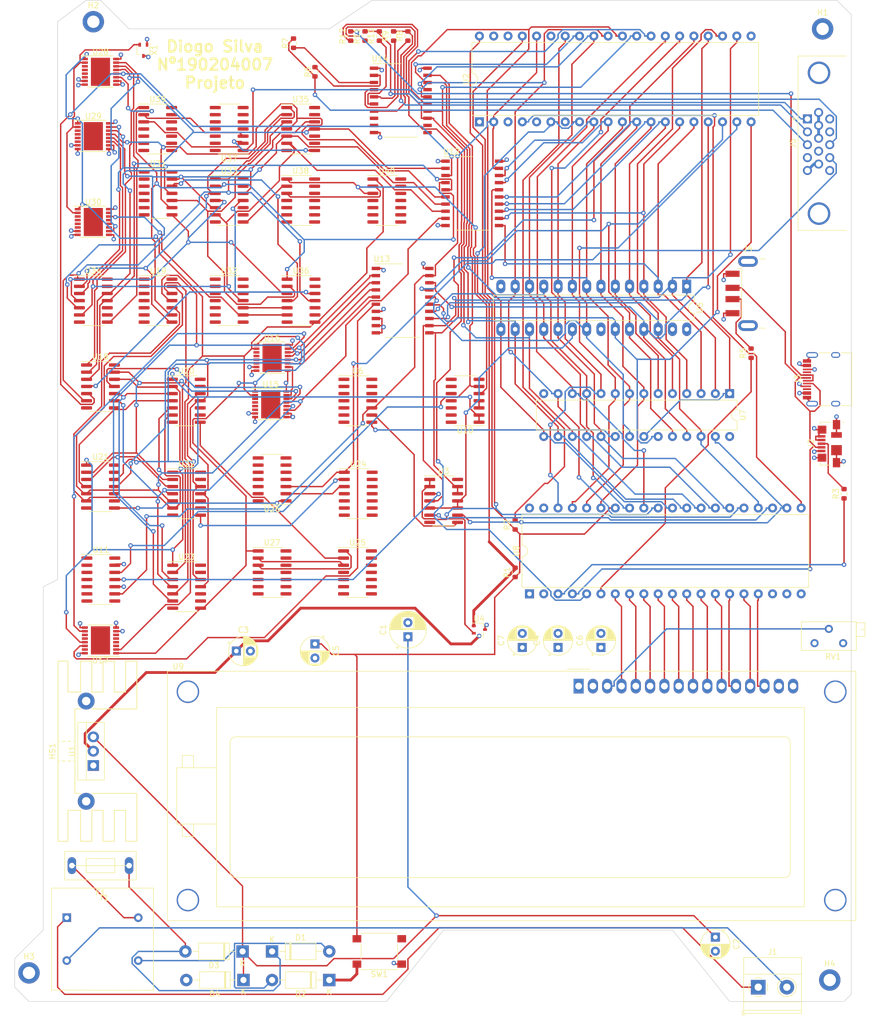
<source format=kicad_pcb>
(kicad_pcb (version 20171130) (host pcbnew "(5.1.7)-1")
  (title_block (title PC) (comment 1 "Diogo Silva") (comment 2 nº190204007) (comment 3 Projeto))
  (layers (0 F.Cu signal) (1 +5V power hide) (2 GND power hide) (31 B.Cu signal) (34 B.Paste user hide) (35 F.Paste user hide) (36 B.SilkS user hide) (37 F.SilkS user) (38 B.Mask user hide) (39 F.Mask user hide) (44 Edge.Cuts user))
  (net 0 "")
  (net 1 "Net-(C1-Pad1)")
  (net 2 GND)
  (net 3 /PSU/+5V)
  (net 4 +5V)
  (net 5 "Net-(C5-Pad1)")
  (net 6 "Net-(D1-Pad2)")
  (net 7 "Net-(D1-Pad1)")
  (net 8 "Net-(F1-Pad2)")
  (net 9 "Net-(J1-Pad1)")
  (net 10 "Net-(J1-Pad2)")
  (net 11 "Net-(R2-Pad2)")
  (net 12 "Net-(R8-Pad1)")
  (net 13 "Net-(R9-Pad1)")
  (net 14 "Net-(R10-Pad1)")
  (net 15 "Net-(R11-Pad1)")
  (net 16 "Net-(RV1-Pad2)")
  (net 17 "Net-(U2-Pad37)")
  (net 18 "Net-(U2-Pad4)")
  (net 19 "Net-(U3-Pad10)")
  (net 20 "Net-(U3-Pad6)")
  (net 21 "Net-(U3-Pad8)")
  (net 22 "Net-(U6-Pad8)")
  (net 23 "Net-(U8-Pad7)")
  (net 24 "Net-(U8-Pad8)")
  (net 25 "Net-(U8-Pad9)")
  (net 26 "Net-(U8-Pad10)")
  (net 27 "Net-(U8-Pad11)")
  (net 28 "Net-(U8-Pad12)")
  (net 29 "Net-(U8-Pad13)")
  (net 30 "Net-(U8-Pad14)")
  (net 31 "Net-(U8-Pad15)")
  (net 32 "Net-(U8-Pad16)")
  (net 33 "Net-(U8-Pad17)")
  (net 34 "Net-(U10-Pad6)")
  (net 35 "Net-(U10-Pad3)")
  (net 36 "Net-(U15-Pad15)")
  (net 37 "Net-(U16-Pad15)")
  (net 38 "Net-(U18-Pad2)")
  (net 39 "Net-(U18-Pad4)")
  (net 40 "Net-(U18-Pad6)")
  (net 41 "Net-(U18-Pad8)")
  (net 42 "Net-(U18-Pad10)")
  (net 43 "Net-(U18-Pad12)")
  (net 44 "Net-(U19-Pad12)")
  (net 45 "Net-(U19-Pad10)")
  (net 46 "Net-(U19-Pad8)")
  (net 47 "Net-(U21-Pad8)")
  (net 48 "Net-(U22-Pad8)")
  (net 49 "Net-(U25-Pad3)")
  (net 50 "Net-(U29-Pad15)")
  (net 51 "Net-(U32-Pad10)")
  (net 52 "Net-(U33-Pad8)")
  (net 53 "Net-(U34-Pad8)")
  (net 54 "Net-(U35-Pad8)")
  (net 55 "Net-(U37-Pad3)")
  (net 56 "Net-(U38-Pad3)")
  (net 57 "/Computador/Video Out/Red")
  (net 58 "/Computador/Video Out/Green")
  (net 59 "/Computador/Video Out/Blue")
  (net 60 "/Computador/Video Out/Sincronização Horizontal/HSync")
  (net 61 "/Computador/Video Out/Sincronização Vertical/VSync")
  (net 62 "Net-(R3-Pad1)")
  (net 63 "Net-(R5-Pad1)")
  (net 64 /Computador/a11)
  (net 65 /Computador/a10)
  (net 66 /Computador/a9)
  (net 67 /Computador/a8)
  (net 68 "/Computador/Video Out/~DMA")
  (net 69 /Computador/a7)
  (net 70 /Computador/a6)
  (net 71 /Computador/a5)
  (net 72 /Computador/d0)
  (net 73 /Computador/a4)
  (net 74 /Computador/d1)
  (net 75 /Computador/a3)
  (net 76 /Computador/d2)
  (net 77 /Computador/a2)
  (net 78 /Computador/d3)
  (net 79 /Computador/a1)
  (net 80 /Computador/d4)
  (net 81 /Computador/a0)
  (net 82 /Computador/d5)
  (net 83 /Computador/d6)
  (net 84 /Computador/d7)
  (net 85 /Computador/a15)
  (net 86 /Computador/a14)
  (net 87 /Computador/a13)
  (net 88 /Computador/a12)
  (net 89 "/Computador/Video Out/~CPU_CLK")
  (net 90 "/Computador/Video Out/Sincronização Horizontal/(~HBLANK~)")
  (net 91 "/Computador/Video Out/Sincronização Vertical/Q9")
  (net 92 "/Computador/Video Out/Sincronização Vertical/Q3")
  (net 93 "/Computador/Video Out/Sincronização Horizontal/Q7")
  (net 94 "/Computador/Video Out/Sincronização Horizontal/Q6")
  (net 95 "/Computador/Video Out/Sincronização Horizontal/Q1")
  (net 96 "/Computador/Video Out/Sincronização Horizontal/Q2")
  (net 97 "/Computador/Video Out/Sincronização Horizontal/Q3")
  (net 98 "/Computador/Video Out/Sincronização Horizontal/Q4")
  (net 99 "/Computador/Video Out/Sincronização Horizontal/Q5")
  (net 100 "/Computador/Video Out/Sincronização Vertical/Q4")
  (net 101 "/Computador/Video Out/Sincronização Vertical/Q5")
  (net 102 "/Computador/Video Out/Sincronização Vertical/Q6")
  (net 103 "/Computador/Video Out/Sincronização Vertical/Q7")
  (net 104 "/Computador/Video Out/Sincronização Vertical/Q8")
  (net 105 "/Computador/Video Out/Sincronização Horizontal/264")
  (net 106 "/Computador/Video Out/Sincronização Horizontal/CLK")
  (net 107 "/Computador/Video Out/Sincronização Horizontal/Q0")
  (net 108 "/Computador/Video Out/Sincronização Horizontal/Q8")
  (net 109 "/Computador/Video Out/Sincronização Vertical/Q0")
  (net 110 "/Computador/Video Out/Sincronização Vertical/Q1")
  (net 111 "/Computador/Video Out/Sincronização Vertical/Q2")
  (net 112 "/Computador/Video Out/Sincronização Vertical/(~VBLANK~)")
  (net 113 "Net-(U20-Pad8)")
  (net 114 "Net-(U31-Pad12)")
  (net 115 "Net-(J2-Pad2)")
  (net 116 "Net-(J2-Pad3)")
  (net 117 "Net-(J3-PadA6)")
  (net 118 "Net-(J4-Pad3)")
  (net 119 "Net-(R6-Pad1)")
  (net 120 "Net-(R7-Pad1)")
  (net 121 "Net-(U15-Pad1)")
  (net 122 "Net-(U24-Pad3)")
  (net 123 "Net-(U28-Pad15)")
  (net 124 "Net-(U31-Pad10)")
  (net 125 "Net-(U31-Pad8)")
  (net 126 "Net-(R12-Pad1)")
  (module "GPU_Projeto:Transformador 230V para 12V AC" (layer F.Cu) (at 50.8 200.66)
    (fp_text reference T1 (at 0.635 4.445) (layer F.SilkS))
    (fp_text value Transformer_1P_1S)
    (pad 2 thru_hole circle (at -5.99 15.6) (size 1.52 1.52) (drill 0.81) (layers *.Cu *.Mask) (net 10 "Net-(J1-Pad2)"))
    (pad 3 thru_hole circle (at 6.71 15.6) (size 1.52 1.52) (drill 0.81) (layers *.Cu *.Mask) (net 6 "Net-(D1-Pad2)"))
    (pad 4 thru_hole circle (at 6.71 7.98) (size 1.52 1.52) (drill 0.81) (layers *.Cu *.Mask) (net 8 "Net-(F1-Pad2)"))
    (pad 1 thru_hole rect (at -5.99 7.98) (size 1.52 1.52) (drill 0.81) (layers *.Cu *.Mask) (net 9 "Net-(J1-Pad1)"))
  )
  (module Connector_Dsub:DSUB-15-HD_Female_Horizontal_P2.29x1.98mm_EdgePinOffset3.03mm_Housed_MountingHolesOffset4.94mm (layer F.Cu) (at 176.38 66.79 90)
    (fp_text reference J5 (at -4.315 -2.61 90) (layer F.SilkS))
    (fp_text value DB15_Female_HighDensity)
    (pad 0 thru_hole circle (at 8.185 2.05 90) (size 4 4) (drill 3.2) (layers *.Cu *.Mask))
    (pad 0 thru_hole circle (at -16.815 2.05 90) (size 4 4) (drill 3.2) (layers *.Cu *.Mask))
    (pad 15 thru_hole circle (at -9.16 3.96 90) (size 1.6 1.6) (drill 1) (layers *.Cu *.Mask))
    (pad 14 thru_hole circle (at -6.87 3.96 90) (size 1.6 1.6) (drill 1) (layers *.Cu *.Mask) (net 61 "/Computador/Video Out/Sincronização Vertical/VSync"))
    (pad 13 thru_hole circle (at -4.58 3.96 90) (size 1.6 1.6) (drill 1) (layers *.Cu *.Mask) (net 60 "/Computador/Video Out/Sincronização Horizontal/HSync"))
    (pad 12 thru_hole circle (at -2.29 3.96 90) (size 1.6 1.6) (drill 1) (layers *.Cu *.Mask))
    (pad 11 thru_hole circle (at 0 3.96 90) (size 1.6 1.6) (drill 1) (layers *.Cu *.Mask))
    (pad 10 thru_hole circle (at -8.015 1.98 90) (size 1.6 1.6) (drill 1) (layers *.Cu *.Mask) (net 2 GND))
    (pad 9 thru_hole circle (at -5.725 1.98 90) (size 1.6 1.6) (drill 1) (layers *.Cu *.Mask))
    (pad 8 thru_hole circle (at -3.435 1.98 90) (size 1.6 1.6) (drill 1) (layers *.Cu *.Mask) (net 2 GND))
    (pad 7 thru_hole circle (at -1.145 1.98 90) (size 1.6 1.6) (drill 1) (layers *.Cu *.Mask) (net 2 GND))
    (pad 6 thru_hole circle (at 1.145 1.98 90) (size 1.6 1.6) (drill 1) (layers *.Cu *.Mask) (net 2 GND))
    (pad 5 thru_hole circle (at -9.16 0 90) (size 1.6 1.6) (drill 1) (layers *.Cu *.Mask) (net 2 GND))
    (pad 4 thru_hole circle (at -6.87 0 90) (size 1.6 1.6) (drill 1) (layers *.Cu *.Mask))
    (pad 3 thru_hole circle (at -4.58 0 90) (size 1.6 1.6) (drill 1) (layers *.Cu *.Mask) (net 59 "/Computador/Video Out/Blue"))
    (pad 2 thru_hole circle (at -2.29 0 90) (size 1.6 1.6) (drill 1) (layers *.Cu *.Mask) (net 58 "/Computador/Video Out/Green"))
    (pad 1 thru_hole rect (at 0 0 90) (size 1.6 1.6) (drill 1) (layers *.Cu *.Mask) (net 57 "/Computador/Video Out/Red"))
  )
  (module Resistor_SMD:R_0603_1608Metric (layer F.Cu) (at 88.9 58.42 270)
    (fp_text reference R6 (at 0 1.27 270) (layer F.SilkS))
    (fp_text value 1K)
    (pad 1 smd roundrect (at -0.825 0 270) (size 0.8 0.95) (layers F.Cu F.Paste F.Mask) (net 119 "Net-(R6-Pad1)"))
    (pad 2 smd roundrect (at 0.825 0 270) (size 0.8 0.95) (layers F.Cu F.Paste F.Mask) (net 59 "/Computador/Video Out/Blue"))
  )
  (module Resistor_SMD:R_0603_1608Metric (layer F.Cu) (at 124.46 147.32 90)
    (fp_text reference R1 (at 0 -1.43 90) (layer F.SilkS))
    (fp_text value 1k)
    (pad 2 smd roundrect (at 0.825 0 90) (size 0.8 0.95) (layers F.Cu F.Paste F.Mask) (net 3 /PSU/+5V))
    (pad 1 smd roundrect (at -0.825 0 90) (size 0.8 0.95) (layers F.Cu F.Paste F.Mask) (net 5 "Net-(C5-Pad1)"))
  )
  (module Resistor_SMD:R_0603_1608Metric (layer F.Cu) (at 124.46 138.875 90)
    (fp_text reference R2 (at 0 -1.43 90) (layer F.SilkS))
    (fp_text value 1K)
    (pad 2 smd roundrect (at 0.825 0 90) (size 0.8 0.95) (layers F.Cu F.Paste F.Mask) (net 11 "Net-(R2-Pad2)"))
    (pad 1 smd roundrect (at -0.825 0 90) (size 0.8 0.95) (layers F.Cu F.Paste F.Mask) (net 5 "Net-(C5-Pad1)"))
  )
  (module Resistor_SMD:R_0603_1608Metric (layer F.Cu) (at 182.88 133.35 90)
    (fp_text reference R3 (at 0 -1.43 270) (layer F.SilkS))
    (fp_text value 270)
    (pad 2 smd roundrect (at 0.825 0 90) (size 0.8 0.95) (layers F.Cu F.Paste F.Mask) (net 116 "Net-(J2-Pad3)"))
    (pad 1 smd roundrect (at -0.825 0 90) (size 0.8 0.95) (layers F.Cu F.Paste F.Mask) (net 62 "Net-(R3-Pad1)"))
  )
  (module Resistor_SMD:R_0603_1608Metric (layer F.Cu) (at 95.25 52.07 90)
    (fp_text reference R12 (at 0 -1.43 270) (layer F.SilkS))
    (fp_text value 270)
    (pad 2 smd roundrect (at 0.825 0 90) (size 0.8 0.95) (layers F.Cu F.Paste F.Mask) (net 117 "Net-(J3-PadA6)"))
    (pad 1 smd roundrect (at -0.825 0 90) (size 0.8 0.95) (layers F.Cu F.Paste F.Mask) (net 126 "Net-(R12-Pad1)"))
  )
  (module Resistor_SMD:R_0603_1608Metric (layer F.Cu) (at 166.37 108.395 90)
    (fp_text reference R5 (at 0 -1.43 90) (layer F.SilkS))
    (fp_text value 270)
    (pad 2 smd roundrect (at 0.825 0 90) (size 0.8 0.95) (layers F.Cu F.Paste F.Mask) (net 118 "Net-(J4-Pad3)"))
    (pad 1 smd roundrect (at -0.825 0 90) (size 0.8 0.95) (layers F.Cu F.Paste F.Mask) (net 63 "Net-(R5-Pad1)"))
  )
  (module Resistor_SMD:R_0603_1608Metric (layer F.Cu) (at 85.09 53.34 90)
    (fp_text reference R7 (at 0 -1.43 90) (layer F.SilkS))
    (fp_text value 680)
    (pad 1 smd roundrect (at -0.825 0 90) (size 0.8 0.95) (layers F.Cu F.Paste F.Mask) (net 120 "Net-(R7-Pad1)"))
    (pad 2 smd roundrect (at 0.825 0 90) (size 0.8 0.95) (layers F.Cu F.Paste F.Mask) (net 59 "/Computador/Video Out/Blue"))
  )
  (module Resistor_SMD:R_0603_1608Metric (layer F.Cu) (at 105.41 52.07 90)
    (fp_text reference R8 (at 0 -1.43 -90) (layer F.SilkS))
    (fp_text value 1K)
    (pad 1 smd roundrect (at -0.825 0 90) (size 0.8 0.95) (layers F.Cu F.Paste F.Mask) (net 12 "Net-(R8-Pad1)"))
    (pad 2 smd roundrect (at 0.825 0 90) (size 0.8 0.95) (layers F.Cu F.Paste F.Mask) (net 58 "/Computador/Video Out/Green"))
  )
  (module Resistor_SMD:R_0603_1608Metric (layer F.Cu) (at 102.87 52.07 90)
    (fp_text reference R9 (at 0 -1.43 -90) (layer F.SilkS))
    (fp_text value 680)
    (pad 1 smd roundrect (at -0.825 0 90) (size 0.8 0.95) (layers F.Cu F.Paste F.Mask) (net 13 "Net-(R9-Pad1)"))
    (pad 2 smd roundrect (at 0.825 0 90) (size 0.8 0.95) (layers F.Cu F.Paste F.Mask) (net 58 "/Computador/Video Out/Green"))
  )
  (module Resistor_SMD:R_0603_1608Metric (layer F.Cu) (at 100.33 52.07 90)
    (fp_text reference R10 (at 0 -1.43 90) (layer F.SilkS))
    (fp_text value 1K)
    (pad 1 smd roundrect (at -0.825 0 90) (size 0.8 0.95) (layers F.Cu F.Paste F.Mask) (net 14 "Net-(R10-Pad1)"))
    (pad 2 smd roundrect (at 0.825 0 90) (size 0.8 0.95) (layers F.Cu F.Paste F.Mask) (net 57 "/Computador/Video Out/Red"))
  )
  (module Resistor_SMD:R_0603_1608Metric (layer F.Cu) (at 97.79 52.07 90)
    (fp_text reference R11 (at 0 -1.43 90) (layer F.SilkS))
    (fp_text value 680)
    (pad 1 smd roundrect (at -0.825 0 90) (size 0.8 0.95) (layers F.Cu F.Paste F.Mask) (net 15 "Net-(R11-Pad1)"))
    (pad 2 smd roundrect (at 0.825 0 90) (size 0.8 0.95) (layers F.Cu F.Paste F.Mask) (net 57 "/Computador/Video Out/Red"))
  )
  (module Package_SO:SOIC-14_3.9x8.7mm_P1.27mm (layer F.Cu) (at 66.04 116.84)
    (fp_text reference U20 (at 0 -5.28 -180) (layer F.SilkS))
    (fp_text value 74LS30)
    (pad 14 smd roundrect (at 2.475 -3.81) (size 1.95 0.6) (layers F.Cu F.Paste F.Mask))
    (pad 13 smd roundrect (at 2.475 -2.54) (size 1.95 0.6) (layers F.Cu F.Paste F.Mask))
    (pad 12 smd roundrect (at 2.475 -1.27) (size 1.95 0.6) (layers F.Cu F.Paste F.Mask) (net 100 "/Computador/Video Out/Sincronização Vertical/Q4"))
    (pad 11 smd roundrect (at 2.475 0) (size 1.95 0.6) (layers F.Cu F.Paste F.Mask) (net 102 "/Computador/Video Out/Sincronização Vertical/Q6"))
    (pad 10 smd roundrect (at 2.475 1.27) (size 1.95 0.6) (layers F.Cu F.Paste F.Mask))
    (pad 9 smd roundrect (at 2.475 2.54) (size 1.95 0.6) (layers F.Cu F.Paste F.Mask))
    (pad 8 smd roundrect (at 2.475 3.81) (size 1.95 0.6) (layers F.Cu F.Paste F.Mask) (net 113 "Net-(U20-Pad8)"))
    (pad 7 smd roundrect (at -2.475 3.81) (size 1.95 0.6) (layers F.Cu F.Paste F.Mask))
    (pad 6 smd roundrect (at -2.475 2.54) (size 1.95 0.6) (layers F.Cu F.Paste F.Mask) (net 45 "Net-(U19-Pad10)"))
    (pad 5 smd roundrect (at -2.475 1.27) (size 1.95 0.6) (layers F.Cu F.Paste F.Mask) (net 92 "/Computador/Video Out/Sincronização Vertical/Q3"))
    (pad 4 smd roundrect (at -2.475 0) (size 1.95 0.6) (layers F.Cu F.Paste F.Mask) (net 41 "Net-(U18-Pad8)"))
    (pad 3 smd roundrect (at -2.475 -1.27) (size 1.95 0.6) (layers F.Cu F.Paste F.Mask) (net 42 "Net-(U18-Pad10)"))
    (pad 2 smd roundrect (at -2.475 -2.54) (size 1.95 0.6) (layers F.Cu F.Paste F.Mask) (net 43 "Net-(U18-Pad12)"))
    (pad 1 smd roundrect (at -2.475 -3.81) (size 1.95 0.6) (layers F.Cu F.Paste F.Mask) (net 91 "/Computador/Video Out/Sincronização Vertical/Q9"))
  )
  (module Package_SO:SO-20_12.8x7.5mm_P1.27mm (layer F.Cu) (at 116.84 80.01)
    (fp_text reference U12 (at -3.69 -7.42 180) (layer F.SilkS))
    (fp_text value 74LS245)
    (pad 20 smd rect (at 4.75 -5.715) (size 1.5 0.6) (layers F.Cu F.Paste F.Mask) (net 4 +5V))
    (pad 19 smd rect (at 4.75 -4.445) (size 1.5 0.6) (layers F.Cu F.Paste F.Mask) (net 68 "/Computador/Video Out/~DMA"))
    (pad 18 smd rect (at 4.75 -3.175) (size 1.5 0.6) (layers F.Cu F.Paste F.Mask) (net 81 /Computador/a0))
    (pad 17 smd rect (at 4.75 -1.905) (size 1.5 0.6) (layers F.Cu F.Paste F.Mask) (net 79 /Computador/a1))
    (pad 16 smd rect (at 4.75 -0.635) (size 1.5 0.6) (layers F.Cu F.Paste F.Mask) (net 77 /Computador/a2))
    (pad 15 smd rect (at 4.75 0.635) (size 1.5 0.6) (layers F.Cu F.Paste F.Mask) (net 75 /Computador/a3))
    (pad 14 smd rect (at 4.75 1.905) (size 1.5 0.6) (layers F.Cu F.Paste F.Mask) (net 73 /Computador/a4))
    (pad 13 smd rect (at 4.75 3.175) (size 1.5 0.6) (layers F.Cu F.Paste F.Mask) (net 71 /Computador/a5))
    (pad 12 smd rect (at 4.75 4.445) (size 1.5 0.6) (layers F.Cu F.Paste F.Mask) (net 70 /Computador/a6))
    (pad 11 smd rect (at 4.75 5.715) (size 1.5 0.6) (layers F.Cu F.Paste F.Mask) (net 69 /Computador/a7))
    (pad 10 smd rect (at -4.75 5.715) (size 1.5 0.6) (layers F.Cu F.Paste F.Mask) (net 2 GND))
    (pad 9 smd rect (at -4.75 4.445) (size 1.5 0.6) (layers F.Cu F.Paste F.Mask) (net 92 "/Computador/Video Out/Sincronização Vertical/Q3"))
    (pad 8 smd rect (at -4.75 3.175) (size 1.5 0.6) (layers F.Cu F.Paste F.Mask) (net 93 "/Computador/Video Out/Sincronização Horizontal/Q7"))
    (pad 7 smd rect (at -4.75 1.905) (size 1.5 0.6) (layers F.Cu F.Paste F.Mask) (net 94 "/Computador/Video Out/Sincronização Horizontal/Q6"))
    (pad 1 smd rect (at -4.75 -5.715) (size 1.5 0.6) (layers F.Cu F.Paste F.Mask) (net 4 +5V))
    (pad 2 smd rect (at -4.75 -4.445) (size 1.5 0.6) (layers F.Cu F.Paste F.Mask) (net 95 "/Computador/Video Out/Sincronização Horizontal/Q1"))
    (pad 3 smd rect (at -4.75 -3.175) (size 1.5 0.6) (layers F.Cu F.Paste F.Mask) (net 96 "/Computador/Video Out/Sincronização Horizontal/Q2"))
    (pad 4 smd rect (at -4.75 -1.905) (size 1.5 0.6) (layers F.Cu F.Paste F.Mask) (net 97 "/Computador/Video Out/Sincronização Horizontal/Q3"))
    (pad 5 smd rect (at -4.75 -0.635) (size 1.5 0.6) (layers F.Cu F.Paste F.Mask) (net 98 "/Computador/Video Out/Sincronização Horizontal/Q4"))
    (pad 6 smd rect (at -4.75 0.635) (size 1.5 0.6) (layers F.Cu F.Paste F.Mask) (net 99 "/Computador/Video Out/Sincronização Horizontal/Q5"))
  )
  (module Display:HY1602E (layer F.Cu) (at 135.729 167.511)
    (fp_text reference U9 (at -71.12 -3.48) (layer F.SilkS))
    (fp_text value 16x2_LCD)
    (pad "" thru_hole circle (at -69.40042 1.00076 180) (size 4 4) (drill 3.5) (layers *.Cu *.Mask))
    (pad "" thru_hole circle (at -69.40042 38.00094 180) (size 4 4) (drill 3.5) (layers *.Cu *.Mask))
    (pad "" thru_hole circle (at 45.60062 1.00076 180) (size 4 4) (drill 3.5) (layers *.Cu *.Mask))
    (pad "" thru_hole circle (at 45.60062 38.00094 180) (size 4 4) (drill 3.5) (layers *.Cu *.Mask))
    (pad 16 thru_hole oval (at 38.1 0 180) (size 1.8 2.6) (drill 1.2) (layers *.Cu *.Mask) (net 2 GND))
    (pad 15 thru_hole oval (at 35.56 0 180) (size 1.8 2.6) (drill 1.2) (layers *.Cu *.Mask) (net 4 +5V))
    (pad 14 thru_hole oval (at 33.02 0 180) (size 1.8 2.6) (drill 1.2) (layers *.Cu *.Mask) (net 33 "Net-(U8-Pad17)"))
    (pad 13 thru_hole oval (at 30.48 0 180) (size 1.8 2.6) (drill 1.2) (layers *.Cu *.Mask) (net 32 "Net-(U8-Pad16)"))
    (pad 12 thru_hole oval (at 27.94 0 180) (size 1.8 2.6) (drill 1.2) (layers *.Cu *.Mask) (net 31 "Net-(U8-Pad15)"))
    (pad 11 thru_hole oval (at 25.4 0 180) (size 1.8 2.6) (drill 1.2) (layers *.Cu *.Mask) (net 30 "Net-(U8-Pad14)"))
    (pad 10 thru_hole oval (at 22.86 0 180) (size 1.8 2.6) (drill 1.2) (layers *.Cu *.Mask) (net 29 "Net-(U8-Pad13)"))
    (pad 9 thru_hole oval (at 20.32 0 180) (size 1.8 2.6) (drill 1.2) (layers *.Cu *.Mask) (net 28 "Net-(U8-Pad12)"))
    (pad 8 thru_hole oval (at 17.78 0 180) (size 1.8 2.6) (drill 1.2) (layers *.Cu *.Mask) (net 27 "Net-(U8-Pad11)"))
    (pad 7 thru_hole oval (at 15.24 0 180) (size 1.8 2.6) (drill 1.2) (layers *.Cu *.Mask) (net 26 "Net-(U8-Pad10)"))
    (pad 6 thru_hole oval (at 12.7 0 180) (size 1.8 2.6) (drill 1.2) (layers *.Cu *.Mask) (net 25 "Net-(U8-Pad9)"))
    (pad 5 thru_hole oval (at 10.16 0 180) (size 1.8 2.6) (drill 1.2) (layers *.Cu *.Mask) (net 24 "Net-(U8-Pad8)"))
    (pad 4 thru_hole oval (at 7.62 0 180) (size 1.8 2.6) (drill 1.2) (layers *.Cu *.Mask) (net 23 "Net-(U8-Pad7)"))
    (pad 3 thru_hole oval (at 5.08 0 180) (size 1.8 2.6) (drill 1.2) (layers *.Cu *.Mask) (net 16 "Net-(RV1-Pad2)"))
    (pad 2 thru_hole oval (at 2.54 0 180) (size 1.8 2.6) (drill 1.2) (layers *.Cu *.Mask) (net 2 GND))
    (pad 1 thru_hole rect (at 0 0 180) (size 1.8 2.6) (drill 1.2) (layers *.Cu *.Mask) (net 4 +5V))
  )
  (module Capacitor_THT:CP_Radial_D6.3mm_P2.50mm (layer F.Cu) (at 105.41 158.75 90)
    (fp_text reference C1 (at 1.25 -4.4 90) (layer F.SilkS))
    (fp_text value 470uF)
    (pad 1 thru_hole rect (at 0 0 90) (size 1.6 1.6) (drill 0.8) (layers *.Cu *.Mask) (net 1 "Net-(C1-Pad1)"))
    (pad 2 thru_hole circle (at 2.5 0 90) (size 1.6 1.6) (drill 0.8) (layers *.Cu *.Mask) (net 2 GND))
  )
  (module Capacitor_THT:CP_Radial_D5.0mm_P2.50mm (layer F.Cu) (at 160.02 212.09 270)
    (fp_text reference C2 (at 1.25 -3.75 270) (layer F.SilkS))
    (fp_text value 0.1uF)
    (pad 1 thru_hole rect (at 0 0 270) (size 1.6 1.6) (drill 0.8) (layers *.Cu *.Mask) (net 1 "Net-(C1-Pad1)"))
    (pad 2 thru_hole circle (at 2.5 0 270) (size 1.6 1.6) (drill 0.8) (layers *.Cu *.Mask) (net 2 GND))
  )
  (module Capacitor_THT:CP_Radial_D5.0mm_P2.50mm (layer F.Cu) (at 74.93 161.29)
    (fp_text reference C3 (at 1.25 -3.75) (layer F.SilkS))
    (fp_text value 0.1uF)
    (pad 2 thru_hole circle (at 2.5 0) (size 1.6 1.6) (drill 0.8) (layers *.Cu *.Mask) (net 2 GND))
    (pad 1 thru_hole rect (at 0 0) (size 1.6 1.6) (drill 0.8) (layers *.Cu *.Mask) (net 3 /PSU/+5V))
  )
  (module Capacitor_THT:CP_Radial_D5.0mm_P2.50mm (layer F.Cu) (at 132.08 160.655 90)
    (fp_text reference C4 (at 1.25 -3.75 270) (layer F.SilkS))
    (fp_text value 0.1uF)
    (pad 2 thru_hole circle (at 2.5 0 90) (size 1.6 1.6) (drill 0.8) (layers *.Cu *.Mask) (net 2 GND))
    (pad 1 thru_hole rect (at 0 0 90) (size 1.6 1.6) (drill 0.8) (layers *.Cu *.Mask) (net 4 +5V))
  )
  (module Capacitor_THT:CP_Radial_D5.0mm_P2.50mm (layer F.Cu) (at 88.9 160.02 270)
    (fp_text reference C5 (at 1.25 -3.75 270) (layer F.SilkS))
    (fp_text value 0.1uF)
    (pad 1 thru_hole rect (at 0 0 270) (size 1.6 1.6) (drill 0.8) (layers *.Cu *.Mask) (net 5 "Net-(C5-Pad1)"))
    (pad 2 thru_hole circle (at 2.5 0 270) (size 1.6 1.6) (drill 0.8) (layers *.Cu *.Mask) (net 2 GND))
  )
  (module Capacitor_THT:CP_Radial_D5.0mm_P2.50mm (layer F.Cu) (at 139.7 160.655 90)
    (fp_text reference C6 (at 1.25 -3.75 90) (layer F.SilkS))
    (fp_text value 0.1uF)
    (pad 1 thru_hole rect (at 0 0 90) (size 1.6 1.6) (drill 0.8) (layers *.Cu *.Mask) (net 4 +5V))
    (pad 2 thru_hole circle (at 2.5 0 90) (size 1.6 1.6) (drill 0.8) (layers *.Cu *.Mask) (net 2 GND))
  )
  (module Capacitor_THT:CP_Radial_D5.0mm_P2.50mm (layer F.Cu) (at 125.73 160.655 90)
    (fp_text reference C7 (at 1.25 -3.75 270) (layer F.SilkS))
    (fp_text value 0.1uF)
    (pad 2 thru_hole circle (at 2.5 0 90) (size 1.6 1.6) (drill 0.8) (layers *.Cu *.Mask) (net 2 GND))
    (pad 1 thru_hole rect (at 0 0 90) (size 1.6 1.6) (drill 0.8) (layers *.Cu *.Mask) (net 4 +5V))
  )
  (module Diode_THT:D_DO-41_SOD81_P10.16mm_Horizontal (layer F.Cu) (at 81.28 214.63)
    (fp_text reference D1 (at 5.08 -2.47) (layer F.SilkS))
    (fp_text value 1N4001)
    (fp_text user K (at 0 -2.1) (layer F.SilkS))
    (pad 2 thru_hole oval (at 10.16 0) (size 2.2 2.2) (drill 1.1) (layers *.Cu *.Mask) (net 6 "Net-(D1-Pad2)"))
    (pad 1 thru_hole rect (at 0 0) (size 2.2 2.2) (drill 1.1) (layers *.Cu *.Mask) (net 7 "Net-(D1-Pad1)"))
  )
  (module Diode_THT:D_DO-41_SOD81_P10.16mm_Horizontal (layer F.Cu) (at 91.44 219.71 180)
    (fp_text reference D2 (at 5.08 -2.47 180) (layer F.SilkS))
    (fp_text value 1N4001)
    (fp_text user K (at 0 -2.1 180) (layer F.SilkS))
    (pad 1 thru_hole rect (at 0 0 180) (size 2.2 2.2) (drill 1.1) (layers *.Cu *.Mask) (net 2 GND))
    (pad 2 thru_hole oval (at 10.16 0 180) (size 2.2 2.2) (drill 1.1) (layers *.Cu *.Mask) (net 6 "Net-(D1-Pad2)"))
  )
  (module Diode_THT:D_DO-41_SOD81_P10.16mm_Horizontal (layer F.Cu) (at 76.0392 214.63 180)
    (fp_text reference D3 (at 5.08 -2.47 180) (layer F.SilkS))
    (fp_text value 1N4001)
    (fp_text user K (at 0 -2.1 180) (layer F.SilkS))
    (pad 2 thru_hole oval (at 10.16 0 180) (size 2.2 2.2) (drill 1.1) (layers *.Cu *.Mask) (net 7 "Net-(D1-Pad1)"))
    (pad 1 thru_hole rect (at 0 0 180) (size 2.2 2.2) (drill 1.1) (layers *.Cu *.Mask) (net 1 "Net-(C1-Pad1)"))
  )
  (module Diode_THT:D_DO-41_SOD81_P10.16mm_Horizontal (layer F.Cu) (at 76.2 219.71 180)
    (fp_text reference D4 (at 5.08 -2.47) (layer F.SilkS))
    (fp_text value 1N4001)
    (fp_text user K (at 0 -2.1) (layer F.SilkS))
    (pad 1 thru_hole rect (at 0 0 180) (size 2.2 2.2) (drill 1.1) (layers *.Cu *.Mask) (net 1 "Net-(C1-Pad1)"))
    (pad 2 thru_hole oval (at 10.16 0 180) (size 2.2 2.2) (drill 1.1) (layers *.Cu *.Mask) (net 2 GND))
  )
  (module GPU_Projeto:Fuse (layer F.Cu) (at 50.8 200.66 180)
    (fp_text reference F1 (at 0 -3.52 180) (layer F.SilkS))
    (fp_text value Fuse)
    (pad 1 thru_hole oval (at -5.08 1.27) (size 1.5 3) (drill 1) (layers *.Cu *.Mask) (net 7 "Net-(D1-Pad1)"))
    (pad 2 thru_hole oval (at 5.08 1.27) (size 1.5 3) (drill 1) (layers *.Cu *.Mask) (net 8 "Net-(F1-Pad2)"))
  )
  (module MountingHole:MountingHole_2.2mm_M2_DIN965_Pad (layer F.Cu) (at 179.07 50.8)
    (fp_text reference H1 (at 0 -2.9) (layer F.SilkS))
    (fp_text value MountingHole)
    (pad 1 thru_hole circle (at 0 0) (size 3.8 3.8) (drill 2.2) (layers *.Cu *.Mask))
  )
  (module MountingHole:MountingHole_2.2mm_M2_DIN965_Pad (layer F.Cu) (at 49.53 49.53)
    (fp_text reference H2 (at 0 -2.9) (layer F.SilkS))
    (fp_text value MountingHole)
    (pad 1 thru_hole circle (at 0 0) (size 3.8 3.8) (drill 2.2) (layers *.Cu *.Mask))
  )
  (module MountingHole:MountingHole_2.2mm_M2_DIN965_Pad (layer F.Cu) (at 38.1 218.44)
    (fp_text reference H3 (at 0 -2.9) (layer F.SilkS))
    (fp_text value MountingHole)
    (pad 1 thru_hole circle (at 0 0) (size 3.8 3.8) (drill 2.2) (layers *.Cu *.Mask))
  )
  (module MountingHole:MountingHole_2.2mm_M2_DIN965_Pad (layer F.Cu) (at 180.34 219.71)
    (fp_text reference H4 (at 0 -2.9) (layer F.SilkS))
    (fp_text value MountingHole)
    (pad 1 thru_hole circle (at 0 0) (size 3.8 3.8) (drill 2.2) (layers *.Cu *.Mask))
  )
  (module Heatsink:Heatsink_Stonecold_HS-132_32x14mm_2xFixation1.5mm (layer F.Cu) (at 48.26 179.07 90)
    (fp_text reference HS1 (at 0 -6 90) (layer F.SilkS))
    (fp_text value Heatsink_Pad)
    (pad 1 thru_hole circle (at -8.9 0 90) (size 3 3) (drill 1.5) (layers *.Cu *.Mask) (net 2 GND))
    (pad 1 thru_hole circle (at 8.9 0 90) (size 3 3) (drill 1.5) (layers *.Cu *.Mask) (net 2 GND))
  )
  (module TerminalBlock_Phoenix:TerminalBlock_Phoenix_MKDS-1,5-2-5.08_1x02_P5.08mm_Horizontal (layer F.Cu) (at 167.64 220.98)
    (fp_text reference J1 (at 2.54 -6.26) (layer F.SilkS))
    (fp_text value Screw_Terminal_01x02)
    (pad 2 thru_hole circle (at 5.08 0) (size 2.6 2.6) (drill 1.3) (layers *.Cu *.Mask) (net 10 "Net-(J1-Pad2)"))
    (pad 1 thru_hole rect (at 0 0) (size 2.6 2.6) (drill 1.3) (layers *.Cu *.Mask) (net 9 "Net-(J1-Pad1)"))
  )
  (module Potentiometer_THT:Potentiometer_Bourns_3296Z_Horizontal (layer F.Cu) (at 177.639 159.891 180)
    (fp_text reference RV1 (at -3.3 -2.4) (layer F.SilkS))
    (fp_text value R_POT)
    (pad 3 thru_hole circle (at -5.08 0 180) (size 1.44 1.44) (drill 0.8) (layers *.Cu *.Mask))
    (pad 2 thru_hole circle (at -2.54 2.54 180) (size 1.44 1.44) (drill 0.8) (layers *.Cu *.Mask) (net 16 "Net-(RV1-Pad2)"))
    (pad 1 thru_hole circle (at 0 0 180) (size 1.44 1.44) (drill 0.8) (layers *.Cu *.Mask) (net 2 GND))
  )
  (module Button_Switch_SMD:SW_SPST_PTS645 (layer F.Cu) (at 100.33 214.63 180)
    (fp_text reference SW1 (at 0 -4.05 180) (layer F.SilkS))
    (fp_text value SW_Push)
    (pad 2 smd rect (at -3.98 2.25 180) (size 1.55 1.3) (layers F.Cu F.Paste F.Mask) (net 5 "Net-(C5-Pad1)"))
    (pad 1 smd rect (at -3.98 -2.25 180) (size 1.55 1.3) (layers F.Cu F.Paste F.Mask) (net 2 GND))
    (pad 1 smd rect (at 3.98 -2.25 180) (size 1.55 1.3) (layers F.Cu F.Paste F.Mask) (net 2 GND))
    (pad 2 smd rect (at 3.98 2.25 180) (size 1.55 1.3) (layers F.Cu F.Paste F.Mask) (net 5 "Net-(C5-Pad1)"))
  )
  (module Package_TO_SOT_THT:TO-262-3_Vertical (layer F.Cu) (at 49.53 181.61 90)
    (fp_text reference U1 (at 2.54 -3.77 90) (layer F.SilkS))
    (fp_text value LM1085-5.0)
    (pad 1 thru_hole rect (at 0 0 90) (size 1.905 2) (drill 1.1) (layers *.Cu *.Mask) (net 2 GND))
    (pad 2 thru_hole oval (at 2.54 0 90) (size 1.905 2) (drill 1.1) (layers *.Cu *.Mask) (net 3 /PSU/+5V))
    (pad 3 thru_hole oval (at 5.08 0 90) (size 1.905 2) (drill 1.1) (layers *.Cu *.Mask) (net 1 "Net-(C1-Pad1)"))
  )
  (module Package_DIP:DIP-40_W15.24mm (layer F.Cu) (at 118.11 67.31 90)
    (fp_text reference U2 (at 7.62 -2.33 90) (layer F.SilkS))
    (fp_text value W65C02)
    (pad 1 thru_hole rect (at 0 0 90) (size 1.6 1.6) (drill 0.8) (layers *.Cu *.Mask))
    (pad 21 thru_hole oval (at 15.24 48.26 90) (size 1.6 1.6) (drill 0.8) (layers *.Cu *.Mask) (net 2 GND))
    (pad 2 thru_hole oval (at 0 2.54 90) (size 1.6 1.6) (drill 0.8) (layers *.Cu *.Mask) (net 68 "/Computador/Video Out/~DMA"))
    (pad 22 thru_hole oval (at 15.24 45.72 90) (size 1.6 1.6) (drill 0.8) (layers *.Cu *.Mask) (net 88 /Computador/a12))
    (pad 3 thru_hole oval (at 0 5.08 90) (size 1.6 1.6) (drill 0.8) (layers *.Cu *.Mask))
    (pad 23 thru_hole oval (at 15.24 43.18 90) (size 1.6 1.6) (drill 0.8) (layers *.Cu *.Mask) (net 87 /Computador/a13))
    (pad 4 thru_hole oval (at 0 7.62 90) (size 1.6 1.6) (drill 0.8) (layers *.Cu *.Mask) (net 18 "Net-(U2-Pad4)"))
    (pad 24 thru_hole oval (at 15.24 40.64 90) (size 1.6 1.6) (drill 0.8) (layers *.Cu *.Mask) (net 86 /Computador/a14))
    (pad 5 thru_hole oval (at 0 10.16 90) (size 1.6 1.6) (drill 0.8) (layers *.Cu *.Mask))
    (pad 25 thru_hole oval (at 15.24 38.1 90) (size 1.6 1.6) (drill 0.8) (layers *.Cu *.Mask) (net 85 /Computador/a15))
    (pad 6 thru_hole oval (at 0 12.7 90) (size 1.6 1.6) (drill 0.8) (layers *.Cu *.Mask) (net 3 /PSU/+5V))
    (pad 26 thru_hole oval (at 15.24 35.56 90) (size 1.6 1.6) (drill 0.8) (layers *.Cu *.Mask) (net 84 /Computador/d7))
    (pad 7 thru_hole oval (at 0 15.24 90) (size 1.6 1.6) (drill 0.8) (layers *.Cu *.Mask))
    (pad 27 thru_hole oval (at 15.24 33.02 90) (size 1.6 1.6) (drill 0.8) (layers *.Cu *.Mask) (net 83 /Computador/d6))
    (pad 8 thru_hole oval (at 0 17.78 90) (size 1.6 1.6) (drill 0.8) (layers *.Cu *.Mask) (net 3 /PSU/+5V))
    (pad 28 thru_hole oval (at 15.24 30.48 90) (size 1.6 1.6) (drill 0.8) (layers *.Cu *.Mask) (net 82 /Computador/d5))
    (pad 9 thru_hole oval (at 0 20.32 90) (size 1.6 1.6) (drill 0.8) (layers *.Cu *.Mask) (net 81 /Computador/a0))
    (pad 29 thru_hole oval (at 15.24 27.94 90) (size 1.6 1.6) (drill 0.8) (layers *.Cu *.Mask) (net 80 /Computador/d4))
    (pad 10 thru_hole oval (at 0 22.86 90) (size 1.6 1.6) (drill 0.8) (layers *.Cu *.Mask) (net 79 /Computador/a1))
    (pad 30 thru_hole oval (at 15.24 25.4 90) (size 1.6 1.6) (drill 0.8) (layers *.Cu *.Mask) (net 78 /Computador/d3))
    (pad 11 thru_hole oval (at 0 25.4 90) (size 1.6 1.6) (drill 0.8) (layers *.Cu *.Mask) (net 77 /Computador/a2))
    (pad 31 thru_hole oval (at 15.24 22.86 90) (size 1.6 1.6) (drill 0.8) (layers *.Cu *.Mask) (net 76 /Computador/d2))
    (pad 12 thru_hole oval (at 0 27.94 90) (size 1.6 1.6) (drill 0.8) (layers *.Cu *.Mask) (net 75 /Computador/a3))
    (pad 32 thru_hole oval (at 15.24 20.32 90) (size 1.6 1.6) (drill 0.8) (layers *.Cu *.Mask) (net 74 /Computador/d1))
    (pad 13 thru_hole oval (at 0 30.48 90) (size 1.6 1.6) (drill 0.8) (layers *.Cu *.Mask) (net 73 /Computador/a4))
    (pad 33 thru_hole oval (at 15.24 17.78 90) (size 1.6 1.6) (drill 0.8) (layers *.Cu *.Mask) (net 72 /Computador/d0))
    (pad 14 thru_hole oval (at 0 33.02 90) (size 1.6 1.6) (drill 0.8) (layers *.Cu *.Mask) (net 71 /Computador/a5))
    (pad 34 thru_hole oval (at 15.24 15.24 90) (size 1.6 1.6) (drill 0.8) (layers *.Cu *.Mask) (net 11 "Net-(R2-Pad2)"))
    (pad 15 thru_hole oval (at 0 35.56 90) (size 1.6 1.6) (drill 0.8) (layers *.Cu *.Mask) (net 70 /Computador/a6))
    (pad 35 thru_hole oval (at 15.24 12.7 90) (size 1.6 1.6) (drill 0.8) (layers *.Cu *.Mask))
    (pad 16 thru_hole oval (at 0 38.1 90) (size 1.6 1.6) (drill 0.8) (layers *.Cu *.Mask) (net 69 /Computador/a7))
    (pad 36 thru_hole oval (at 15.24 10.16 90) (size 1.6 1.6) (drill 0.8) (layers *.Cu *.Mask) (net 68 "/Computador/Video Out/~DMA"))
    (pad 17 thru_hole oval (at 0 40.64 90) (size 1.6 1.6) (drill 0.8) (layers *.Cu *.Mask) (net 67 /Computador/a8))
    (pad 37 thru_hole oval (at 15.24 7.62 90) (size 1.6 1.6) (drill 0.8) (layers *.Cu *.Mask) (net 17 "Net-(U2-Pad37)"))
    (pad 18 thru_hole oval (at 0 43.18 90) (size 1.6 1.6) (drill 0.8) (layers *.Cu *.Mask) (net 66 /Computador/a9))
    (pad 38 thru_hole oval (at 15.24 5.08 90) (size 1.6 1.6) (drill 0.8) (layers *.Cu *.Mask))
    (pad 19 thru_hole oval (at 0 45.72 90) (size 1.6 1.6) (drill 0.8) (layers *.Cu *.Mask) (net 65 /Computador/a10))
    (pad 39 thru_hole oval (at 15.24 2.54 90) (size 1.6 1.6) (drill 0.8) (layers *.Cu *.Mask))
    (pad 20 thru_hole oval (at 0 48.26 90) (size 1.6 1.6) (drill 0.8) (layers *.Cu *.Mask) (net 64 /Computador/a11))
    (pad 40 thru_hole oval (at 15.24 0 90) (size 1.6 1.6) (drill 0.8) (layers *.Cu *.Mask) (net 5 "Net-(C5-Pad1)"))
  )
  (module Package_SO:SOIC-14_3.9x8.7mm_P1.27mm (layer F.Cu) (at 111.76 134.62)
    (fp_text reference U3 (at 0 -5.28) (layer F.SilkS))
    (fp_text value 74HC00)
    (pad 14 smd roundrect (at 2.475 -3.81) (size 1.95 0.6) (layers F.Cu F.Paste F.Mask))
    (pad 13 smd roundrect (at 2.475 -2.54) (size 1.95 0.6) (layers F.Cu F.Paste F.Mask) (net 85 /Computador/a15))
    (pad 12 smd roundrect (at 2.475 -1.27) (size 1.95 0.6) (layers F.Cu F.Paste F.Mask) (net 85 /Computador/a15))
    (pad 11 smd roundrect (at 2.475 0) (size 1.95 0.6) (layers F.Cu F.Paste F.Mask) (net 19 "Net-(U3-Pad10)"))
    (pad 10 smd roundrect (at 2.475 1.27) (size 1.95 0.6) (layers F.Cu F.Paste F.Mask) (net 19 "Net-(U3-Pad10)"))
    (pad 9 smd roundrect (at 2.475 2.54) (size 1.95 0.6) (layers F.Cu F.Paste F.Mask) (net 11 "Net-(R2-Pad2)"))
    (pad 8 smd roundrect (at 2.475 3.81) (size 1.95 0.6) (layers F.Cu F.Paste F.Mask) (net 21 "Net-(U3-Pad8)"))
    (pad 7 smd roundrect (at -2.475 3.81) (size 1.95 0.6) (layers F.Cu F.Paste F.Mask))
    (pad 6 smd roundrect (at -2.475 2.54) (size 1.95 0.6) (layers F.Cu F.Paste F.Mask) (net 20 "Net-(U3-Pad6)"))
    (pad 5 smd roundrect (at -2.475 1.27) (size 1.95 0.6) (layers F.Cu F.Paste F.Mask) (net 19 "Net-(U3-Pad10)"))
    (pad 4 smd roundrect (at -2.475 0) (size 1.95 0.6) (layers F.Cu F.Paste F.Mask) (net 86 /Computador/a14))
    (pad 3 smd roundrect (at -2.475 -1.27) (size 1.95 0.6) (layers F.Cu F.Paste F.Mask) (net 89 "/Computador/Video Out/~CPU_CLK"))
    (pad 2 smd roundrect (at -2.475 -2.54) (size 1.95 0.6) (layers F.Cu F.Paste F.Mask) (net 17 "Net-(U2-Pad37)"))
    (pad 1 smd roundrect (at -2.475 -3.81) (size 1.95 0.6) (layers F.Cu F.Paste F.Mask) (net 17 "Net-(U2-Pad37)"))
  )
  (module Package_TO_SOT_SMD:SOT-323_SC-70 (layer F.Cu) (at 118.11 157.48)
    (fp_text reference U4 (at -0.05 -1.95) (layer F.SilkS))
    (fp_text value MAX7375AXR105)
    (pad 3 smd rect (at 1 0 270) (size 0.45 0.7) (layers F.Cu F.Paste F.Mask) (net 2 GND))
    (pad 2 smd rect (at -1 0.65 270) (size 0.45 0.7) (layers F.Cu F.Paste F.Mask) (net 17 "Net-(U2-Pad37)"))
    (pad 1 smd rect (at -1 -0.65 270) (size 0.45 0.7) (layers F.Cu F.Paste F.Mask) (net 3 /PSU/+5V))
  )
  (module Package_DIP:DIP-28_W7.62mm_LongPads (layer F.Cu) (at 154.94 96.52 270)
    (fp_text reference U5 (at 3.81 -2.33 90) (layer F.SilkS))
    (fp_text value 28C256)
    (pad 1 thru_hole rect (at 0 0 270) (size 2.4 1.6) (drill 0.8) (layers *.Cu *.Mask) (net 86 /Computador/a14))
    (pad 15 thru_hole oval (at 7.62 33.02 270) (size 2.4 1.6) (drill 0.8) (layers *.Cu *.Mask) (net 78 /Computador/d3))
    (pad 2 thru_hole oval (at 0 2.54 270) (size 2.4 1.6) (drill 0.8) (layers *.Cu *.Mask) (net 88 /Computador/a12))
    (pad 16 thru_hole oval (at 7.62 30.48 270) (size 2.4 1.6) (drill 0.8) (layers *.Cu *.Mask) (net 80 /Computador/d4))
    (pad 3 thru_hole oval (at 0 5.08 270) (size 2.4 1.6) (drill 0.8) (layers *.Cu *.Mask) (net 69 /Computador/a7))
    (pad 17 thru_hole oval (at 7.62 27.94 270) (size 2.4 1.6) (drill 0.8) (layers *.Cu *.Mask) (net 82 /Computador/d5))
    (pad 4 thru_hole oval (at 0 7.62 270) (size 2.4 1.6) (drill 0.8) (layers *.Cu *.Mask) (net 70 /Computador/a6))
    (pad 18 thru_hole oval (at 7.62 25.4 270) (size 2.4 1.6) (drill 0.8) (layers *.Cu *.Mask) (net 83 /Computador/d6))
    (pad 5 thru_hole oval (at 0 10.16 270) (size 2.4 1.6) (drill 0.8) (layers *.Cu *.Mask) (net 71 /Computador/a5))
    (pad 19 thru_hole oval (at 7.62 22.86 270) (size 2.4 1.6) (drill 0.8) (layers *.Cu *.Mask) (net 84 /Computador/d7))
    (pad 6 thru_hole oval (at 0 12.7 270) (size 2.4 1.6) (drill 0.8) (layers *.Cu *.Mask) (net 73 /Computador/a4))
    (pad 20 thru_hole oval (at 7.62 20.32 270) (size 2.4 1.6) (drill 0.8) (layers *.Cu *.Mask) (net 19 "Net-(U3-Pad10)"))
    (pad 7 thru_hole oval (at 0 15.24 270) (size 2.4 1.6) (drill 0.8) (layers *.Cu *.Mask) (net 75 /Computador/a3))
    (pad 21 thru_hole oval (at 7.62 17.78 270) (size 2.4 1.6) (drill 0.8) (layers *.Cu *.Mask) (net 65 /Computador/a10))
    (pad 8 thru_hole oval (at 0 17.78 270) (size 2.4 1.6) (drill 0.8) (layers *.Cu *.Mask) (net 77 /Computador/a2))
    (pad 22 thru_hole oval (at 7.62 15.24 270) (size 2.4 1.6) (drill 0.8) (layers *.Cu *.Mask) (net 2 GND))
    (pad 9 thru_hole oval (at 0 20.32 270) (size 2.4 1.6) (drill 0.8) (layers *.Cu *.Mask) (net 79 /Computador/a1))
    (pad 23 thru_hole oval (at 7.62 12.7 270) (size 2.4 1.6) (drill 0.8) (layers *.Cu *.Mask) (net 64 /Computador/a11))
    (pad 10 thru_hole oval (at 0 22.86 270) (size 2.4 1.6) (drill 0.8) (layers *.Cu *.Mask) (net 81 /Computador/a0))
    (pad 24 thru_hole oval (at 7.62 10.16 270) (size 2.4 1.6) (drill 0.8) (layers *.Cu *.Mask) (net 66 /Computador/a9))
    (pad 11 thru_hole oval (at 0 25.4 270) (size 2.4 1.6) (drill 0.8) (layers *.Cu *.Mask) (net 72 /Computador/d0))
    (pad 25 thru_hole oval (at 7.62 7.62 270) (size 2.4 1.6) (drill 0.8) (layers *.Cu *.Mask) (net 67 /Computador/a8))
    (pad 12 thru_hole oval (at 0 27.94 270) (size 2.4 1.6) (drill 0.8) (layers *.Cu *.Mask) (net 74 /Computador/d1))
    (pad 26 thru_hole oval (at 7.62 5.08 270) (size 2.4 1.6) (drill 0.8) (layers *.Cu *.Mask) (net 87 /Computador/a13))
    (pad 13 thru_hole oval (at 0 30.48 270) (size 2.4 1.6) (drill 0.8) (layers *.Cu *.Mask) (net 76 /Computador/d2))
    (pad 27 thru_hole oval (at 7.62 2.54 270) (size 2.4 1.6) (drill 0.8) (layers *.Cu *.Mask) (net 4 +5V))
    (pad 14 thru_hole oval (at 0 33.02 270) (size 2.4 1.6) (drill 0.8) (layers *.Cu *.Mask) (net 2 GND))
    (pad 28 thru_hole oval (at 7.62 0 270) (size 2.4 1.6) (drill 0.8) (layers *.Cu *.Mask) (net 4 +5V))
  )
  (module Package_SO:SOIC-14_3.9x8.7mm_P1.27mm (layer F.Cu) (at 96.52 116.84)
    (fp_text reference U6 (at 0 -5.28) (layer F.SilkS))
    (fp_text value 74HC00)
    (pad 14 smd roundrect (at 2.475 -3.81) (size 1.95 0.6) (layers F.Cu F.Paste F.Mask))
    (pad 13 smd roundrect (at 2.475 -2.54) (size 1.95 0.6) (layers F.Cu F.Paste F.Mask))
    (pad 12 smd roundrect (at 2.475 -1.27) (size 1.95 0.6) (layers F.Cu F.Paste F.Mask))
    (pad 11 smd roundrect (at 2.475 0) (size 1.95 0.6) (layers F.Cu F.Paste F.Mask))
    (pad 10 smd roundrect (at 2.475 1.27) (size 1.95 0.6) (layers F.Cu F.Paste F.Mask) (net 68 "/Computador/Video Out/~DMA"))
    (pad 9 smd roundrect (at 2.475 2.54) (size 1.95 0.6) (layers F.Cu F.Paste F.Mask) (net 21 "Net-(U3-Pad8)"))
    (pad 8 smd roundrect (at 2.475 3.81) (size 1.95 0.6) (layers F.Cu F.Paste F.Mask) (net 22 "Net-(U6-Pad8)"))
    (pad 7 smd roundrect (at -2.475 3.81) (size 1.95 0.6) (layers F.Cu F.Paste F.Mask))
    (pad 6 smd roundrect (at -2.475 2.54) (size 1.95 0.6) (layers F.Cu F.Paste F.Mask))
    (pad 5 smd roundrect (at -2.475 1.27) (size 1.95 0.6) (layers F.Cu F.Paste F.Mask))
    (pad 4 smd roundrect (at -2.475 0) (size 1.95 0.6) (layers F.Cu F.Paste F.Mask))
    (pad 3 smd roundrect (at -2.475 -1.27) (size 1.95 0.6) (layers F.Cu F.Paste F.Mask))
    (pad 2 smd roundrect (at -2.475 -2.54) (size 1.95 0.6) (layers F.Cu F.Paste F.Mask))
    (pad 1 smd roundrect (at -2.475 -3.81) (size 1.95 0.6) (layers F.Cu F.Paste F.Mask))
  )
  (module Package_DIP:DIP-28_W7.62mm (layer F.Cu) (at 162.56 115.57 270)
    (fp_text reference U7 (at 3.81 -2.33 90) (layer F.SilkS))
    (fp_text value 62256)
    (pad 28 thru_hole oval (at 7.62 0 270) (size 1.6 1.6) (drill 0.8) (layers *.Cu *.Mask) (net 4 +5V))
    (pad 14 thru_hole oval (at 0 33.02 270) (size 1.6 1.6) (drill 0.8) (layers *.Cu *.Mask) (net 2 GND))
    (pad 27 thru_hole oval (at 7.62 2.54 270) (size 1.6 1.6) (drill 0.8) (layers *.Cu *.Mask) (net 11 "Net-(R2-Pad2)"))
    (pad 13 thru_hole oval (at 0 30.48 270) (size 1.6 1.6) (drill 0.8) (layers *.Cu *.Mask) (net 76 /Computador/d2))
    (pad 26 thru_hole oval (at 7.62 5.08 270) (size 1.6 1.6) (drill 0.8) (layers *.Cu *.Mask) (net 87 /Computador/a13))
    (pad 12 thru_hole oval (at 0 27.94 270) (size 1.6 1.6) (drill 0.8) (layers *.Cu *.Mask) (net 74 /Computador/d1))
    (pad 25 thru_hole oval (at 7.62 7.62 270) (size 1.6 1.6) (drill 0.8) (layers *.Cu *.Mask) (net 67 /Computador/a8))
    (pad 11 thru_hole oval (at 0 25.4 270) (size 1.6 1.6) (drill 0.8) (layers *.Cu *.Mask) (net 72 /Computador/d0))
    (pad 24 thru_hole oval (at 7.62 10.16 270) (size 1.6 1.6) (drill 0.8) (layers *.Cu *.Mask) (net 66 /Computador/a9))
    (pad 10 thru_hole oval (at 0 22.86 270) (size 1.6 1.6) (drill 0.8) (layers *.Cu *.Mask) (net 81 /Computador/a0))
    (pad 23 thru_hole oval (at 7.62 12.7 270) (size 1.6 1.6) (drill 0.8) (layers *.Cu *.Mask) (net 64 /Computador/a11))
    (pad 9 thru_hole oval (at 0 20.32 270) (size 1.6 1.6) (drill 0.8) (layers *.Cu *.Mask) (net 79 /Computador/a1))
    (pad 22 thru_hole oval (at 7.62 15.24 270) (size 1.6 1.6) (drill 0.8) (layers *.Cu *.Mask) (net 86 /Computador/a14))
    (pad 8 thru_hole oval (at 0 17.78 270) (size 1.6 1.6) (drill 0.8) (layers *.Cu *.Mask) (net 77 /Computador/a2))
    (pad 21 thru_hole oval (at 7.62 17.78 270) (size 1.6 1.6) (drill 0.8) (layers *.Cu *.Mask) (net 65 /Computador/a10))
    (pad 7 thru_hole oval (at 0 15.24 270) (size 1.6 1.6) (drill 0.8) (layers *.Cu *.Mask) (net 75 /Computador/a3))
    (pad 20 thru_hole oval (at 7.62 20.32 270) (size 1.6 1.6) (drill 0.8) (layers *.Cu *.Mask) (net 22 "Net-(U6-Pad8)"))
    (pad 6 thru_hole oval (at 0 12.7 270) (size 1.6 1.6) (drill 0.8) (layers *.Cu *.Mask) (net 73 /Computador/a4))
    (pad 19 thru_hole oval (at 7.62 22.86 270) (size 1.6 1.6) (drill 0.8) (layers *.Cu *.Mask) (net 84 /Computador/d7))
    (pad 5 thru_hole oval (at 0 10.16 270) (size 1.6 1.6) (drill 0.8) (layers *.Cu *.Mask) (net 71 /Computador/a5))
    (pad 18 thru_hole oval (at 7.62 25.4 270) (size 1.6 1.6) (drill 0.8) (layers *.Cu *.Mask) (net 83 /Computador/d6))
    (pad 4 thru_hole oval (at 0 7.62 270) (size 1.6 1.6) (drill 0.8) (layers *.Cu *.Mask) (net 70 /Computador/a6))
    (pad 17 thru_hole oval (at 7.62 27.94 270) (size 1.6 1.6) (drill 0.8) (layers *.Cu *.Mask) (net 82 /Computador/d5))
    (pad 3 thru_hole oval (at 0 5.08 270) (size 1.6 1.6) (drill 0.8) (layers *.Cu *.Mask) (net 69 /Computador/a7))
    (pad 16 thru_hole oval (at 7.62 30.48 270) (size 1.6 1.6) (drill 0.8) (layers *.Cu *.Mask) (net 80 /Computador/d4))
    (pad 2 thru_hole oval (at 0 2.54 270) (size 1.6 1.6) (drill 0.8) (layers *.Cu *.Mask) (net 88 /Computador/a12))
    (pad 15 thru_hole oval (at 7.62 33.02 270) (size 1.6 1.6) (drill 0.8) (layers *.Cu *.Mask) (net 78 /Computador/d3))
    (pad 1 thru_hole rect (at 0 0 270) (size 1.6 1.6) (drill 0.8) (layers *.Cu *.Mask) (net 86 /Computador/a14))
  )
  (module Package_DIP:DIP-40_W15.24mm (layer F.Cu) (at 127 151.13 90)
    (fp_text reference U8 (at 7.62 -2.33 90) (layer F.SilkS))
    (fp_text value WD65C22)
    (pad 40 thru_hole oval (at 15.24 0 90) (size 1.6 1.6) (drill 0.8) (layers *.Cu *.Mask))
    (pad 20 thru_hole oval (at 0 48.26 90) (size 1.6 1.6) (drill 0.8) (layers *.Cu *.Mask) (net 4 +5V))
    (pad 39 thru_hole oval (at 15.24 2.54 90) (size 1.6 1.6) (drill 0.8) (layers *.Cu *.Mask))
    (pad 19 thru_hole oval (at 0 45.72 90) (size 1.6 1.6) (drill 0.8) (layers *.Cu *.Mask))
    (pad 38 thru_hole oval (at 15.24 5.08 90) (size 1.6 1.6) (drill 0.8) (layers *.Cu *.Mask) (net 81 /Computador/a0))
    (pad 18 thru_hole oval (at 0 43.18 90) (size 1.6 1.6) (drill 0.8) (layers *.Cu *.Mask))
    (pad 37 thru_hole oval (at 15.24 7.62 90) (size 1.6 1.6) (drill 0.8) (layers *.Cu *.Mask) (net 79 /Computador/a1))
    (pad 17 thru_hole oval (at 0 40.64 90) (size 1.6 1.6) (drill 0.8) (layers *.Cu *.Mask) (net 33 "Net-(U8-Pad17)"))
    (pad 36 thru_hole oval (at 15.24 10.16 90) (size 1.6 1.6) (drill 0.8) (layers *.Cu *.Mask) (net 77 /Computador/a2))
    (pad 16 thru_hole oval (at 0 38.1 90) (size 1.6 1.6) (drill 0.8) (layers *.Cu *.Mask) (net 32 "Net-(U8-Pad16)"))
    (pad 35 thru_hole oval (at 15.24 12.7 90) (size 1.6 1.6) (drill 0.8) (layers *.Cu *.Mask) (net 75 /Computador/a3))
    (pad 15 thru_hole oval (at 0 35.56 90) (size 1.6 1.6) (drill 0.8) (layers *.Cu *.Mask) (net 31 "Net-(U8-Pad15)"))
    (pad 34 thru_hole oval (at 15.24 15.24 90) (size 1.6 1.6) (drill 0.8) (layers *.Cu *.Mask) (net 5 "Net-(C5-Pad1)"))
    (pad 14 thru_hole oval (at 0 33.02 90) (size 1.6 1.6) (drill 0.8) (layers *.Cu *.Mask) (net 30 "Net-(U8-Pad14)"))
    (pad 33 thru_hole oval (at 15.24 17.78 90) (size 1.6 1.6) (drill 0.8) (layers *.Cu *.Mask) (net 72 /Computador/d0))
    (pad 13 thru_hole oval (at 0 30.48 90) (size 1.6 1.6) (drill 0.8) (layers *.Cu *.Mask) (net 29 "Net-(U8-Pad13)"))
    (pad 32 thru_hole oval (at 15.24 20.32 90) (size 1.6 1.6) (drill 0.8) (layers *.Cu *.Mask) (net 74 /Computador/d1))
    (pad 12 thru_hole oval (at 0 27.94 90) (size 1.6 1.6) (drill 0.8) (layers *.Cu *.Mask) (net 28 "Net-(U8-Pad12)"))
    (pad 31 thru_hole oval (at 15.24 22.86 90) (size 1.6 1.6) (drill 0.8) (layers *.Cu *.Mask) (net 76 /Computador/d2))
    (pad 11 thru_hole oval (at 0 25.4 90) (size 1.6 1.6) (drill 0.8) (layers *.Cu *.Mask) (net 27 "Net-(U8-Pad11)"))
    (pad 30 thru_hole oval (at 15.24 25.4 90) (size 1.6 1.6) (drill 0.8) (layers *.Cu *.Mask) (net 78 /Computador/d3))
    (pad 10 thru_hole oval (at 0 22.86 90) (size 1.6 1.6) (drill 0.8) (layers *.Cu *.Mask) (net 26 "Net-(U8-Pad10)"))
    (pad 29 thru_hole oval (at 15.24 27.94 90) (size 1.6 1.6) (drill 0.8) (layers *.Cu *.Mask) (net 80 /Computador/d4))
    (pad 9 thru_hole oval (at 0 20.32 90) (size 1.6 1.6) (drill 0.8) (layers *.Cu *.Mask) (net 25 "Net-(U8-Pad9)"))
    (pad 28 thru_hole oval (at 15.24 30.48 90) (size 1.6 1.6) (drill 0.8) (layers *.Cu *.Mask) (net 82 /Computador/d5))
    (pad 8 thru_hole oval (at 0 17.78 90) (size 1.6 1.6) (drill 0.8) (layers *.Cu *.Mask) (net 24 "Net-(U8-Pad8)"))
    (pad 27 thru_hole oval (at 15.24 33.02 90) (size 1.6 1.6) (drill 0.8) (layers *.Cu *.Mask) (net 83 /Computador/d6))
    (pad 7 thru_hole oval (at 0 15.24 90) (size 1.6 1.6) (drill 0.8) (layers *.Cu *.Mask) (net 23 "Net-(U8-Pad7)"))
    (pad 26 thru_hole oval (at 15.24 35.56 90) (size 1.6 1.6) (drill 0.8) (layers *.Cu *.Mask) (net 84 /Computador/d7))
    (pad 6 thru_hole oval (at 0 12.7 90) (size 1.6 1.6) (drill 0.8) (layers *.Cu *.Mask) (net 63 "Net-(R5-Pad1)"))
    (pad 25 thru_hole oval (at 15.24 38.1 90) (size 1.6 1.6) (drill 0.8) (layers *.Cu *.Mask) (net 17 "Net-(U2-Pad37)"))
    (pad 5 thru_hole oval (at 0 10.16 90) (size 1.6 1.6) (drill 0.8) (layers *.Cu *.Mask) (net 126 "Net-(R12-Pad1)"))
    (pad 24 thru_hole oval (at 15.24 40.64 90) (size 1.6 1.6) (drill 0.8) (layers *.Cu *.Mask) (net 87 /Computador/a13))
    (pad 4 thru_hole oval (at 0 7.62 90) (size 1.6 1.6) (drill 0.8) (layers *.Cu *.Mask) (net 115 "Net-(J2-Pad2)"))
    (pad 23 thru_hole oval (at 15.24 43.18 90) (size 1.6 1.6) (drill 0.8) (layers *.Cu *.Mask) (net 20 "Net-(U3-Pad6)"))
    (pad 3 thru_hole oval (at 0 5.08 90) (size 1.6 1.6) (drill 0.8) (layers *.Cu *.Mask) (net 62 "Net-(R3-Pad1)"))
    (pad 22 thru_hole oval (at 15.24 45.72 90) (size 1.6 1.6) (drill 0.8) (layers *.Cu *.Mask) (net 11 "Net-(R2-Pad2)"))
    (pad 2 thru_hole oval (at 0 2.54 90) (size 1.6 1.6) (drill 0.8) (layers *.Cu *.Mask))
    (pad 21 thru_hole oval (at 15.24 48.26 90) (size 1.6 1.6) (drill 0.8) (layers *.Cu *.Mask) (net 18 "Net-(U2-Pad4)"))
    (pad 1 thru_hole rect (at 0 0 90) (size 1.6 1.6) (drill 0.8) (layers *.Cu *.Mask) (net 2 GND))
  )
  (module Package_SO:SOIC-14_3.9x8.7mm_P1.27mm (layer F.Cu) (at 115.57 116.84 180)
    (fp_text reference U10 (at 0 -5.28) (layer F.SilkS))
    (fp_text value 74LS00)
    (pad 1 smd roundrect (at -2.475 -3.81 180) (size 1.95 0.6) (layers F.Cu F.Paste F.Mask) (net 91 "/Computador/Video Out/Sincronização Vertical/Q9"))
    (pad 2 smd roundrect (at -2.475 -2.54 180) (size 1.95 0.6) (layers F.Cu F.Paste F.Mask) (net 91 "/Computador/Video Out/Sincronização Vertical/Q9"))
    (pad 3 smd roundrect (at -2.475 -1.27 180) (size 1.95 0.6) (layers F.Cu F.Paste F.Mask) (net 35 "Net-(U10-Pad3)"))
    (pad 4 smd roundrect (at -2.475 0 180) (size 1.95 0.6) (layers F.Cu F.Paste F.Mask) (net 35 "Net-(U10-Pad3)"))
    (pad 5 smd roundrect (at -2.475 1.27 180) (size 1.95 0.6) (layers F.Cu F.Paste F.Mask) (net 90 "/Computador/Video Out/Sincronização Horizontal/(~HBLANK~)"))
    (pad 6 smd roundrect (at -2.475 2.54 180) (size 1.95 0.6) (layers F.Cu F.Paste F.Mask) (net 34 "Net-(U10-Pad6)"))
    (pad 7 smd roundrect (at -2.475 3.81 180) (size 1.95 0.6) (layers F.Cu F.Paste F.Mask))
    (pad 8 smd roundrect (at 2.475 3.81 180) (size 1.95 0.6) (layers F.Cu F.Paste F.Mask))
    (pad 9 smd roundrect (at 2.475 2.54 180) (size 1.95 0.6) (layers F.Cu F.Paste F.Mask))
    (pad 10 smd roundrect (at 2.475 1.27 180) (size 1.95 0.6) (layers F.Cu F.Paste F.Mask))
    (pad 11 smd roundrect (at 2.475 0 180) (size 1.95 0.6) (layers F.Cu F.Paste F.Mask))
    (pad 12 smd roundrect (at 2.475 -1.27 180) (size 1.95 0.6) (layers F.Cu F.Paste F.Mask))
    (pad 13 smd roundrect (at 2.475 -2.54 180) (size 1.95 0.6) (layers F.Cu F.Paste F.Mask))
    (pad 14 smd roundrect (at 2.475 -3.81 180) (size 1.95 0.6) (layers F.Cu F.Paste F.Mask))
  )
  (module Package_SO:SOIC-14_3.9x8.7mm_P1.27mm (layer F.Cu) (at 50.865 148.59)
    (fp_text reference U11 (at 0 -5.28 -180) (layer F.SilkS))
    (fp_text value 74HC74)
    (pad 1 smd roundrect (at -2.475 -3.81) (size 1.95 0.6) (layers F.Cu F.Paste F.Mask))
    (pad 2 smd roundrect (at -2.475 -2.54) (size 1.95 0.6) (layers F.Cu F.Paste F.Mask))
    (pad 3 smd roundrect (at -2.475 -1.27) (size 1.95 0.6) (layers F.Cu F.Paste F.Mask))
    (pad 4 smd roundrect (at -2.475 0) (size 1.95 0.6) (layers F.Cu F.Paste F.Mask))
    (pad 5 smd roundrect (at -2.475 1.27) (size 1.95 0.6) (layers F.Cu F.Paste F.Mask))
    (pad 6 smd roundrect (at -2.475 2.54) (size 1.95 0.6) (layers F.Cu F.Paste F.Mask))
    (pad 7 smd roundrect (at -2.475 3.81) (size 1.95 0.6) (layers F.Cu F.Paste F.Mask))
    (pad 8 smd roundrect (at 2.475 3.81) (size 1.95 0.6) (layers F.Cu F.Paste F.Mask))
    (pad 9 smd roundrect (at 2.475 2.54) (size 1.95 0.6) (layers F.Cu F.Paste F.Mask) (net 68 "/Computador/Video Out/~DMA"))
    (pad 10 smd roundrect (at 2.475 1.27) (size 1.95 0.6) (layers F.Cu F.Paste F.Mask) (net 4 +5V))
    (pad 11 smd roundrect (at 2.475 0) (size 1.95 0.6) (layers F.Cu F.Paste F.Mask) (net 89 "/Computador/Video Out/~CPU_CLK"))
    (pad 12 smd roundrect (at 2.475 -1.27) (size 1.95 0.6) (layers F.Cu F.Paste F.Mask) (net 34 "Net-(U10-Pad6)"))
    (pad 13 smd roundrect (at 2.475 -2.54) (size 1.95 0.6) (layers F.Cu F.Paste F.Mask) (net 4 +5V))
    (pad 14 smd roundrect (at 2.475 -3.81) (size 1.95 0.6) (layers F.Cu F.Paste F.Mask))
  )
  (module Package_SO:SO-20_12.8x7.5mm_P1.27mm (layer F.Cu) (at 104.47 99.06)
    (fp_text reference U13 (at -3.69 -7.42 180) (layer F.SilkS))
    (fp_text value 74LS245)
    (pad 20 smd rect (at 4.75 -5.715) (size 1.5 0.6) (layers F.Cu F.Paste F.Mask) (net 4 +5V))
    (pad 19 smd rect (at 4.75 -4.445) (size 1.5 0.6) (layers F.Cu F.Paste F.Mask) (net 68 "/Computador/Video Out/~DMA"))
    (pad 18 smd rect (at 4.75 -3.175) (size 1.5 0.6) (layers F.Cu F.Paste F.Mask) (net 67 /Computador/a8))
    (pad 17 smd rect (at 4.75 -1.905) (size 1.5 0.6) (layers F.Cu F.Paste F.Mask) (net 66 /Computador/a9))
    (pad 16 smd rect (at 4.75 -0.635) (size 1.5 0.6) (layers F.Cu F.Paste F.Mask) (net 65 /Computador/a10))
    (pad 15 smd rect (at 4.75 0.635) (size 1.5 0.6) (layers F.Cu F.Paste F.Mask) (net 64 /Computador/a11))
    (pad 14 smd rect (at 4.75 1.905) (size 1.5 0.6) (layers F.Cu F.Paste F.Mask) (net 88 /Computador/a12))
    (pad 13 smd rect (at 4.75 3.175) (size 1.5 0.6) (layers F.Cu F.Paste F.Mask) (net 87 /Computador/a13))
    (pad 12 smd rect (at 4.75 4.445) (size 1.5 0.6) (layers F.Cu F.Paste F.Mask) (net 86 /Computador/a14))
    (pad 11 smd rect (at 4.75 5.715) (size 1.5 0.6) (layers F.Cu F.Paste F.Mask) (net 85 /Computador/a15))
    (pad 10 smd rect (at -4.75 5.715) (size 1.5 0.6) (layers F.Cu F.Paste F.Mask) (net 2 GND))
    (pad 9 smd rect (at -4.75 4.445) (size 1.5 0.6) (layers F.Cu F.Paste F.Mask) (net 2 GND))
    (pad 8 smd rect (at -4.75 3.175) (size 1.5 0.6) (layers F.Cu F.Paste F.Mask) (net 2 GND))
    (pad 7 smd rect (at -4.75 1.905) (size 1.5 0.6) (layers F.Cu F.Paste F.Mask) (net 4 +5V))
    (pad 1 smd rect (at -4.75 -5.715) (size 1.5 0.6) (layers F.Cu F.Paste F.Mask) (net 4 +5V))
    (pad 2 smd rect (at -4.75 -4.445) (size 1.5 0.6) (layers F.Cu F.Paste F.Mask) (net 100 "/Computador/Video Out/Sincronização Vertical/Q4"))
    (pad 3 smd rect (at -4.75 -3.175) (size 1.5 0.6) (layers F.Cu F.Paste F.Mask) (net 101 "/Computador/Video Out/Sincronização Vertical/Q5"))
    (pad 4 smd rect (at -4.75 -1.905) (size 1.5 0.6) (layers F.Cu F.Paste F.Mask) (net 102 "/Computador/Video Out/Sincronização Vertical/Q6"))
    (pad 5 smd rect (at -4.75 -0.635) (size 1.5 0.6) (layers F.Cu F.Paste F.Mask) (net 103 "/Computador/Video Out/Sincronização Vertical/Q7"))
    (pad 6 smd rect (at -4.75 0.635) (size 1.5 0.6) (layers F.Cu F.Paste F.Mask) (net 104 "/Computador/Video Out/Sincronização Vertical/Q8"))
  )
  (module Package_SO:SO-20_12.8x7.5mm_P1.27mm (layer F.Cu) (at 104.14 63.5)
    (fp_text reference U14 (at -3.69 -7.42) (layer F.SilkS))
    (fp_text value 74LS245)
    (pad 20 smd rect (at 4.75 -5.715) (size 1.5 0.6) (layers F.Cu F.Paste F.Mask) (net 4 +5V))
    (pad 19 smd rect (at 4.75 -4.445) (size 1.5 0.6) (layers F.Cu F.Paste F.Mask) (net 34 "Net-(U10-Pad6)"))
    (pad 18 smd rect (at 4.75 -3.175) (size 1.5 0.6) (layers F.Cu F.Paste F.Mask) (net 72 /Computador/d0))
    (pad 17 smd rect (at 4.75 -1.905) (size 1.5 0.6) (layers F.Cu F.Paste F.Mask) (net 74 /Computador/d1))
    (pad 16 smd rect (at 4.75 -0.635) (size 1.5 0.6) (layers F.Cu F.Paste F.Mask) (net 76 /Computador/d2))
    (pad 15 smd rect (at 4.75 0.635) (size 1.5 0.6) (layers F.Cu F.Paste F.Mask) (net 78 /Computador/d3))
    (pad 14 smd rect (at 4.75 1.905) (size 1.5 0.6) (layers F.Cu F.Paste F.Mask) (net 80 /Computador/d4))
    (pad 13 smd rect (at 4.75 3.175) (size 1.5 0.6) (layers F.Cu F.Paste F.Mask) (net 82 /Computador/d5))
    (pad 12 smd rect (at 4.75 4.445) (size 1.5 0.6) (layers F.Cu F.Paste F.Mask))
    (pad 11 smd rect (at 4.75 5.715) (size 1.5 0.6) (layers F.Cu F.Paste F.Mask))
    (pad 10 smd rect (at -4.75 5.715) (size 1.5 0.6) (layers F.Cu F.Paste F.Mask) (net 2 GND))
    (pad 9 smd rect (at -4.75 4.445) (size 1.5 0.6) (layers F.Cu F.Paste F.Mask))
    (pad 8 smd rect (at -4.75 3.175) (size 1.5 0.6) (layers F.Cu F.Paste F.Mask))
    (pad 7 smd rect (at -4.75 1.905) (size 1.5 0.6) (layers F.Cu F.Paste F.Mask) (net 15 "Net-(R11-Pad1)"))
    (pad 1 smd rect (at -4.75 -5.715) (size 1.5 0.6) (layers F.Cu F.Paste F.Mask) (net 2 GND))
    (pad 2 smd rect (at -4.75 -4.445) (size 1.5 0.6) (layers F.Cu F.Paste F.Mask) (net 119 "Net-(R6-Pad1)"))
    (pad 3 smd rect (at -4.75 -3.175) (size 1.5 0.6) (layers F.Cu F.Paste F.Mask) (net 120 "Net-(R7-Pad1)"))
    (pad 4 smd rect (at -4.75 -1.905) (size 1.5 0.6) (layers F.Cu F.Paste F.Mask) (net 12 "Net-(R8-Pad1)"))
    (pad 5 smd rect (at -4.75 -0.635) (size 1.5 0.6) (layers F.Cu F.Paste F.Mask) (net 13 "Net-(R9-Pad1)"))
    (pad 6 smd rect (at -4.75 0.635) (size 1.5 0.6) (layers F.Cu F.Paste F.Mask) (net 14 "Net-(R10-Pad1)"))
  )
  (module Package_SO:HTSSOP-16-1EP_4.4x5mm_P0.65mm_EP3.4x5mm (layer F.Cu) (at 50.8 58.42)
    (fp_text reference U28 (at 0 -3.55) (layer F.SilkS))
    (fp_text value 74LS161)
    (pad 17 smd rect (at 0 0) (size 3.4 5) (layers F.Cu F.Mask))
    (pad 16 smd rect (at 2.775 -2.275) (size 1.05 0.45) (layers F.Cu F.Paste F.Mask) (net 4 +5V))
    (pad 15 smd rect (at 2.775 -1.625) (size 1.05 0.45) (layers F.Cu F.Paste F.Mask) (net 123 "Net-(U28-Pad15)"))
    (pad 14 smd rect (at 2.775 -0.975) (size 1.05 0.45) (layers F.Cu F.Paste F.Mask) (net 107 "/Computador/Video Out/Sincronização Horizontal/Q0"))
    (pad 13 smd rect (at 2.775 -0.325) (size 1.05 0.45) (layers F.Cu F.Paste F.Mask) (net 95 "/Computador/Video Out/Sincronização Horizontal/Q1"))
    (pad 12 smd rect (at 2.775 0.325) (size 1.05 0.45) (layers F.Cu F.Paste F.Mask) (net 96 "/Computador/Video Out/Sincronização Horizontal/Q2"))
    (pad 11 smd rect (at 2.775 0.975) (size 1.05 0.45) (layers F.Cu F.Paste F.Mask) (net 97 "/Computador/Video Out/Sincronização Horizontal/Q3"))
    (pad 10 smd rect (at 2.775 1.625) (size 1.05 0.45) (layers F.Cu F.Paste F.Mask) (net 4 +5V))
    (pad 9 smd rect (at 2.775 2.275) (size 1.05 0.45) (layers F.Cu F.Paste F.Mask) (net 4 +5V))
    (pad 8 smd rect (at -2.775 2.275) (size 1.05 0.45) (layers F.Cu F.Paste F.Mask) (net 2 GND))
    (pad 7 smd rect (at -2.775 1.625) (size 1.05 0.45) (layers F.Cu F.Paste F.Mask) (net 4 +5V))
    (pad 6 smd rect (at -2.775 0.975) (size 1.05 0.45) (layers F.Cu F.Paste F.Mask))
    (pad 5 smd rect (at -2.775 0.325) (size 1.05 0.45) (layers F.Cu F.Paste F.Mask))
    (pad 4 smd rect (at -2.775 -0.325) (size 1.05 0.45) (layers F.Cu F.Paste F.Mask))
    (pad 3 smd rect (at -2.775 -0.975) (size 1.05 0.45) (layers F.Cu F.Paste F.Mask))
    (pad 2 smd rect (at -2.775 -1.625) (size 1.05 0.45) (layers F.Cu F.Paste F.Mask) (net 106 "/Computador/Video Out/Sincronização Horizontal/CLK"))
    (pad 1 smd rect (at -2.775 -2.275) (size 1.05 0.45) (layers F.Cu F.Paste F.Mask) (net 105 "/Computador/Video Out/Sincronização Horizontal/264"))
  )
  (module Package_SO:HTSSOP-16-1EP_4.4x5mm_P0.65mm_EP3.4x5mm (layer F.Cu) (at 49.53 69.85)
    (fp_text reference U29 (at 0 -3.55 -180) (layer F.SilkS))
    (fp_text value 74LS161)
    (pad 1 smd rect (at -2.775 -2.275) (size 1.05 0.45) (layers F.Cu F.Paste F.Mask) (net 105 "/Computador/Video Out/Sincronização Horizontal/264"))
    (pad 2 smd rect (at -2.775 -1.625) (size 1.05 0.45) (layers F.Cu F.Paste F.Mask) (net 106 "/Computador/Video Out/Sincronização Horizontal/CLK"))
    (pad 3 smd rect (at -2.775 -0.975) (size 1.05 0.45) (layers F.Cu F.Paste F.Mask))
    (pad 4 smd rect (at -2.775 -0.325) (size 1.05 0.45) (layers F.Cu F.Paste F.Mask))
    (pad 5 smd rect (at -2.775 0.325) (size 1.05 0.45) (layers F.Cu F.Paste F.Mask))
    (pad 6 smd rect (at -2.775 0.975) (size 1.05 0.45) (layers F.Cu F.Paste F.Mask))
    (pad 7 smd rect (at -2.775 1.625) (size 1.05 0.45) (layers F.Cu F.Paste F.Mask) (net 4 +5V))
    (pad 8 smd rect (at -2.775 2.275) (size 1.05 0.45) (layers F.Cu F.Paste F.Mask) (net 2 GND))
    (pad 9 smd rect (at 2.775 2.275) (size 1.05 0.45) (layers F.Cu F.Paste F.Mask) (net 4 +5V))
    (pad 10 smd rect (at 2.775 1.625) (size 1.05 0.45) (layers F.Cu F.Paste F.Mask) (net 123 "Net-(U28-Pad15)"))
    (pad 11 smd rect (at 2.775 0.975) (size 1.05 0.45) (layers F.Cu F.Paste F.Mask) (net 93 "/Computador/Video Out/Sincronização Horizontal/Q7"))
    (pad 12 smd rect (at 2.775 0.325) (size 1.05 0.45) (layers F.Cu F.Paste F.Mask) (net 94 "/Computador/Video Out/Sincronização Horizontal/Q6"))
    (pad 13 smd rect (at 2.775 -0.325) (size 1.05 0.45) (layers F.Cu F.Paste F.Mask) (net 99 "/Computador/Video Out/Sincronização Horizontal/Q5"))
    (pad 14 smd rect (at 2.775 -0.975) (size 1.05 0.45) (layers F.Cu F.Paste F.Mask) (net 98 "/Computador/Video Out/Sincronização Horizontal/Q4"))
    (pad 15 smd rect (at 2.775 -1.625) (size 1.05 0.45) (layers F.Cu F.Paste F.Mask) (net 50 "Net-(U29-Pad15)"))
    (pad 16 smd rect (at 2.775 -2.275) (size 1.05 0.45) (layers F.Cu F.Paste F.Mask) (net 4 +5V))
    (pad 17 smd rect (at 0 0) (size 3.4 5) (layers F.Cu F.Mask))
  )
  (module Package_SO:HTSSOP-16-1EP_4.4x5mm_P0.65mm_EP3.4x5mm (layer F.Cu) (at 49.53 85.09)
    (fp_text reference U30 (at 0 -3.55 -180) (layer F.SilkS))
    (fp_text value 74LS161)
    (pad 1 smd rect (at -2.775 -2.275) (size 1.05 0.45) (layers F.Cu F.Paste F.Mask) (net 105 "/Computador/Video Out/Sincronização Horizontal/264"))
    (pad 2 smd rect (at -2.775 -1.625) (size 1.05 0.45) (layers F.Cu F.Paste F.Mask) (net 106 "/Computador/Video Out/Sincronização Horizontal/CLK"))
    (pad 3 smd rect (at -2.775 -0.975) (size 1.05 0.45) (layers F.Cu F.Paste F.Mask))
    (pad 4 smd rect (at -2.775 -0.325) (size 1.05 0.45) (layers F.Cu F.Paste F.Mask))
    (pad 5 smd rect (at -2.775 0.325) (size 1.05 0.45) (layers F.Cu F.Paste F.Mask))
    (pad 6 smd rect (at -2.775 0.975) (size 1.05 0.45) (layers F.Cu F.Paste F.Mask))
    (pad 7 smd rect (at -2.775 1.625) (size 1.05 0.45) (layers F.Cu F.Paste F.Mask) (net 4 +5V))
    (pad 8 smd rect (at -2.775 2.275) (size 1.05 0.45) (layers F.Cu F.Paste F.Mask) (net 2 GND))
    (pad 9 smd rect (at 2.775 2.275) (size 1.05 0.45) (layers F.Cu F.Paste F.Mask) (net 4 +5V))
    (pad 10 smd rect (at 2.775 1.625) (size 1.05 0.45) (layers F.Cu F.Paste F.Mask) (net 50 "Net-(U29-Pad15)"))
    (pad 11 smd rect (at 2.775 0.975) (size 1.05 0.45) (layers F.Cu F.Paste F.Mask))
    (pad 12 smd rect (at 2.775 0.325) (size 1.05 0.45) (layers F.Cu F.Paste F.Mask))
    (pad 13 smd rect (at 2.775 -0.325) (size 1.05 0.45) (layers F.Cu F.Paste F.Mask))
    (pad 14 smd rect (at 2.775 -0.975) (size 1.05 0.45) (layers F.Cu F.Paste F.Mask) (net 108 "/Computador/Video Out/Sincronização Horizontal/Q8"))
    (pad 15 smd rect (at 2.775 -1.625) (size 1.05 0.45) (layers F.Cu F.Paste F.Mask))
    (pad 16 smd rect (at 2.775 -2.275) (size 1.05 0.45) (layers F.Cu F.Paste F.Mask) (net 4 +5V))
    (pad 17 smd rect (at 0 0) (size 3.4 5) (layers F.Cu F.Mask))
  )
  (module Package_SO:SOIC-14_3.9x8.7mm_P1.27mm (layer F.Cu) (at 50.8 114.3)
    (fp_text reference U18 (at 0 -5.28 180) (layer F.SilkS))
    (fp_text value 74LS04)
    (pad 1 smd roundrect (at -2.475 -3.81) (size 1.95 0.6) (layers F.Cu F.Paste F.Mask) (net 107 "/Computador/Video Out/Sincronização Horizontal/Q0"))
    (pad 2 smd roundrect (at -2.475 -2.54) (size 1.95 0.6) (layers F.Cu F.Paste F.Mask) (net 38 "Net-(U18-Pad2)"))
    (pad 3 smd roundrect (at -2.475 -1.27) (size 1.95 0.6) (layers F.Cu F.Paste F.Mask) (net 95 "/Computador/Video Out/Sincronização Horizontal/Q1"))
    (pad 4 smd roundrect (at -2.475 0) (size 1.95 0.6) (layers F.Cu F.Paste F.Mask) (net 39 "Net-(U18-Pad4)"))
    (pad 5 smd roundrect (at -2.475 1.27) (size 1.95 0.6) (layers F.Cu F.Paste F.Mask) (net 96 "/Computador/Video Out/Sincronização Horizontal/Q2"))
    (pad 6 smd roundrect (at -2.475 2.54) (size 1.95 0.6) (layers F.Cu F.Paste F.Mask) (net 40 "Net-(U18-Pad6)"))
    (pad 7 smd roundrect (at -2.475 3.81) (size 1.95 0.6) (layers F.Cu F.Paste F.Mask))
    (pad 8 smd roundrect (at 2.475 3.81) (size 1.95 0.6) (layers F.Cu F.Paste F.Mask) (net 41 "Net-(U18-Pad8)"))
    (pad 9 smd roundrect (at 2.475 2.54) (size 1.95 0.6) (layers F.Cu F.Paste F.Mask) (net 111 "/Computador/Video Out/Sincronização Vertical/Q2"))
    (pad 10 smd roundrect (at 2.475 1.27) (size 1.95 0.6) (layers F.Cu F.Paste F.Mask) (net 42 "Net-(U18-Pad10)"))
    (pad 11 smd roundrect (at 2.475 0) (size 1.95 0.6) (layers F.Cu F.Paste F.Mask) (net 110 "/Computador/Video Out/Sincronização Vertical/Q1"))
    (pad 12 smd roundrect (at 2.475 -1.27) (size 1.95 0.6) (layers F.Cu F.Paste F.Mask) (net 43 "Net-(U18-Pad12)"))
    (pad 13 smd roundrect (at 2.475 -2.54) (size 1.95 0.6) (layers F.Cu F.Paste F.Mask) (net 109 "/Computador/Video Out/Sincronização Vertical/Q0"))
    (pad 14 smd roundrect (at 2.475 -3.81) (size 1.95 0.6) (layers F.Cu F.Paste F.Mask))
  )
  (module Package_SO:SOIC-14_3.9x8.7mm_P1.27mm (layer F.Cu) (at 73.66 81.28)
    (fp_text reference U33 (at 0 -5.28 180) (layer F.SilkS))
    (fp_text value 74LS30)
    (pad 14 smd roundrect (at 2.475 -3.81) (size 1.95 0.6) (layers F.Cu F.Paste F.Mask))
    (pad 13 smd roundrect (at 2.475 -2.54) (size 1.95 0.6) (layers F.Cu F.Paste F.Mask))
    (pad 12 smd roundrect (at 2.475 -1.27) (size 1.95 0.6) (layers F.Cu F.Paste F.Mask) (net 38 "Net-(U18-Pad2)"))
    (pad 11 smd roundrect (at 2.475 0) (size 1.95 0.6) (layers F.Cu F.Paste F.Mask) (net 39 "Net-(U18-Pad4)"))
    (pad 10 smd roundrect (at 2.475 1.27) (size 1.95 0.6) (layers F.Cu F.Paste F.Mask))
    (pad 9 smd roundrect (at 2.475 2.54) (size 1.95 0.6) (layers F.Cu F.Paste F.Mask))
    (pad 8 smd roundrect (at 2.475 3.81) (size 1.95 0.6) (layers F.Cu F.Paste F.Mask) (net 52 "Net-(U33-Pad8)"))
    (pad 7 smd roundrect (at -2.475 3.81) (size 1.95 0.6) (layers F.Cu F.Paste F.Mask))
    (pad 6 smd roundrect (at -2.475 2.54) (size 1.95 0.6) (layers F.Cu F.Paste F.Mask) (net 93 "/Computador/Video Out/Sincronização Horizontal/Q7"))
    (pad 5 smd roundrect (at -2.475 1.27) (size 1.95 0.6) (layers F.Cu F.Paste F.Mask) (net 94 "/Computador/Video Out/Sincronização Horizontal/Q6"))
    (pad 4 smd roundrect (at -2.475 0) (size 1.95 0.6) (layers F.Cu F.Paste F.Mask) (net 125 "Net-(U31-Pad8)"))
    (pad 3 smd roundrect (at -2.475 -1.27) (size 1.95 0.6) (layers F.Cu F.Paste F.Mask) (net 46 "Net-(U19-Pad8)"))
    (pad 2 smd roundrect (at -2.475 -2.54) (size 1.95 0.6) (layers F.Cu F.Paste F.Mask) (net 97 "/Computador/Video Out/Sincronização Horizontal/Q3"))
    (pad 1 smd roundrect (at -2.475 -3.81) (size 1.95 0.6) (layers F.Cu F.Paste F.Mask) (net 40 "Net-(U18-Pad6)"))
  )
  (module Package_SO:SOIC-14_3.9x8.7mm_P1.27mm (layer F.Cu) (at 49.53 99.06)
    (fp_text reference U34 (at 0 -5.28 180) (layer F.SilkS))
    (fp_text value 74LS04)
    (pad 14 smd roundrect (at 2.475 -3.81) (size 1.95 0.6) (layers F.Cu F.Paste F.Mask))
    (pad 13 smd roundrect (at 2.475 -2.54) (size 1.95 0.6) (layers F.Cu F.Paste F.Mask))
    (pad 12 smd roundrect (at 2.475 -1.27) (size 1.95 0.6) (layers F.Cu F.Paste F.Mask) (net 38 "Net-(U18-Pad2)"))
    (pad 11 smd roundrect (at 2.475 0) (size 1.95 0.6) (layers F.Cu F.Paste F.Mask) (net 95 "/Computador/Video Out/Sincronização Horizontal/Q1"))
    (pad 10 smd roundrect (at 2.475 1.27) (size 1.95 0.6) (layers F.Cu F.Paste F.Mask))
    (pad 9 smd roundrect (at 2.475 2.54) (size 1.95 0.6) (layers F.Cu F.Paste F.Mask))
    (pad 8 smd roundrect (at 2.475 3.81) (size 1.95 0.6) (layers F.Cu F.Paste F.Mask) (net 53 "Net-(U34-Pad8)"))
    (pad 7 smd roundrect (at -2.475 3.81) (size 1.95 0.6) (layers F.Cu F.Paste F.Mask))
    (pad 6 smd roundrect (at -2.475 2.54) (size 1.95 0.6) (layers F.Cu F.Paste F.Mask) (net 93 "/Computador/Video Out/Sincronização Horizontal/Q7"))
    (pad 5 smd roundrect (at -2.475 1.27) (size 1.95 0.6) (layers F.Cu F.Paste F.Mask) (net 94 "/Computador/Video Out/Sincronização Horizontal/Q6"))
    (pad 4 smd roundrect (at -2.475 0) (size 1.95 0.6) (layers F.Cu F.Paste F.Mask) (net 125 "Net-(U31-Pad8)"))
    (pad 3 smd roundrect (at -2.475 -1.27) (size 1.95 0.6) (layers F.Cu F.Paste F.Mask) (net 98 "/Computador/Video Out/Sincronização Horizontal/Q4"))
    (pad 2 smd roundrect (at -2.475 -2.54) (size 1.95 0.6) (layers F.Cu F.Paste F.Mask) (net 46 "Net-(U19-Pad8)"))
    (pad 1 smd roundrect (at -2.475 -3.81) (size 1.95 0.6) (layers F.Cu F.Paste F.Mask) (net 40 "Net-(U18-Pad6)"))
  )
  (module Package_SO:SOIC-14_3.9x8.7mm_P1.27mm (layer F.Cu) (at 86.36 68.58)
    (fp_text reference U35 (at 0 -5.28 180) (layer F.SilkS))
    (fp_text value 74LS30)
    (pad 1 smd roundrect (at -2.475 -3.81) (size 1.95 0.6) (layers F.Cu F.Paste F.Mask) (net 40 "Net-(U18-Pad6)"))
    (pad 2 smd roundrect (at -2.475 -2.54) (size 1.95 0.6) (layers F.Cu F.Paste F.Mask) (net 46 "Net-(U19-Pad8)"))
    (pad 3 smd roundrect (at -2.475 -1.27) (size 1.95 0.6) (layers F.Cu F.Paste F.Mask) (net 124 "Net-(U31-Pad10)"))
    (pad 4 smd roundrect (at -2.475 0) (size 1.95 0.6) (layers F.Cu F.Paste F.Mask) (net 99 "/Computador/Video Out/Sincronização Horizontal/Q5"))
    (pad 5 smd roundrect (at -2.475 1.27) (size 1.95 0.6) (layers F.Cu F.Paste F.Mask) (net 94 "/Computador/Video Out/Sincronização Horizontal/Q6"))
    (pad 6 smd roundrect (at -2.475 2.54) (size 1.95 0.6) (layers F.Cu F.Paste F.Mask) (net 93 "/Computador/Video Out/Sincronização Horizontal/Q7"))
    (pad 7 smd roundrect (at -2.475 3.81) (size 1.95 0.6) (layers F.Cu F.Paste F.Mask))
    (pad 8 smd roundrect (at 2.475 3.81) (size 1.95 0.6) (layers F.Cu F.Paste F.Mask) (net 54 "Net-(U35-Pad8)"))
    (pad 9 smd roundrect (at 2.475 2.54) (size 1.95 0.6) (layers F.Cu F.Paste F.Mask))
    (pad 10 smd roundrect (at 2.475 1.27) (size 1.95 0.6) (layers F.Cu F.Paste F.Mask))
    (pad 11 smd roundrect (at 2.475 0) (size 1.95 0.6) (layers F.Cu F.Paste F.Mask) (net 95 "/Computador/Video Out/Sincronização Horizontal/Q1"))
    (pad 12 smd roundrect (at 2.475 -1.27) (size 1.95 0.6) (layers F.Cu F.Paste F.Mask) (net 38 "Net-(U18-Pad2)"))
    (pad 13 smd roundrect (at 2.475 -2.54) (size 1.95 0.6) (layers F.Cu F.Paste F.Mask))
    (pad 14 smd roundrect (at 2.475 -3.81) (size 1.95 0.6) (layers F.Cu F.Paste F.Mask))
  )
  (module Package_SO:SOIC-14_3.9x8.7mm_P1.27mm (layer F.Cu) (at 86.425 99.06)
    (fp_text reference U36 (at 0 -5.28) (layer F.SilkS))
    (fp_text value 74LS30)
    (pad 1 smd roundrect (at -2.475 -3.81) (size 1.95 0.6) (layers F.Cu F.Paste F.Mask) (net 97 "/Computador/Video Out/Sincronização Horizontal/Q3"))
    (pad 2 smd roundrect (at -2.475 -2.54) (size 1.95 0.6) (layers F.Cu F.Paste F.Mask) (net 124 "Net-(U31-Pad10)"))
    (pad 3 smd roundrect (at -2.475 -1.27) (size 1.95 0.6) (layers F.Cu F.Paste F.Mask) (net 125 "Net-(U31-Pad8)"))
    (pad 4 smd roundrect (at -2.475 0) (size 1.95 0.6) (layers F.Cu F.Paste F.Mask) (net 114 "Net-(U31-Pad12)"))
    (pad 5 smd roundrect (at -2.475 1.27) (size 1.95 0.6) (layers F.Cu F.Paste F.Mask) (net 51 "Net-(U32-Pad10)"))
    (pad 6 smd roundrect (at -2.475 2.54) (size 1.95 0.6) (layers F.Cu F.Paste F.Mask) (net 108 "/Computador/Video Out/Sincronização Horizontal/Q8"))
    (pad 7 smd roundrect (at -2.475 3.81) (size 1.95 0.6) (layers F.Cu F.Paste F.Mask))
    (pad 8 smd roundrect (at 2.475 3.81) (size 1.95 0.6) (layers F.Cu F.Paste F.Mask) (net 105 "/Computador/Video Out/Sincronização Horizontal/264"))
    (pad 9 smd roundrect (at 2.475 2.54) (size 1.95 0.6) (layers F.Cu F.Paste F.Mask))
    (pad 10 smd roundrect (at 2.475 1.27) (size 1.95 0.6) (layers F.Cu F.Paste F.Mask))
    (pad 11 smd roundrect (at 2.475 0) (size 1.95 0.6) (layers F.Cu F.Paste F.Mask) (net 40 "Net-(U18-Pad6)"))
    (pad 12 smd roundrect (at 2.475 -1.27) (size 1.95 0.6) (layers F.Cu F.Paste F.Mask) (net 39 "Net-(U18-Pad4)"))
    (pad 13 smd roundrect (at 2.475 -2.54) (size 1.95 0.6) (layers F.Cu F.Paste F.Mask))
    (pad 14 smd roundrect (at 2.475 -3.81) (size 1.95 0.6) (layers F.Cu F.Paste F.Mask))
  )
  (module Package_SO:SOIC-14_3.9x8.7mm_P1.27mm (layer F.Cu) (at 73.66 68.58 180)
    (fp_text reference U37 (at 0 -5.28 180) (layer F.SilkS))
    (fp_text value 74LS00)
    (pad 14 smd roundrect (at 2.475 -3.81 180) (size 1.95 0.6) (layers F.Cu F.Paste F.Mask))
    (pad 13 smd roundrect (at 2.475 -2.54 180) (size 1.95 0.6) (layers F.Cu F.Paste F.Mask))
    (pad 12 smd roundrect (at 2.475 -1.27 180) (size 1.95 0.6) (layers F.Cu F.Paste F.Mask))
    (pad 11 smd roundrect (at 2.475 0 180) (size 1.95 0.6) (layers F.Cu F.Paste F.Mask))
    (pad 10 smd roundrect (at 2.475 1.27 180) (size 1.95 0.6) (layers F.Cu F.Paste F.Mask))
    (pad 9 smd roundrect (at 2.475 2.54 180) (size 1.95 0.6) (layers F.Cu F.Paste F.Mask))
    (pad 8 smd roundrect (at 2.475 3.81 180) (size 1.95 0.6) (layers F.Cu F.Paste F.Mask))
    (pad 7 smd roundrect (at -2.475 3.81 180) (size 1.95 0.6) (layers F.Cu F.Paste F.Mask))
    (pad 6 smd roundrect (at -2.475 2.54 180) (size 1.95 0.6) (layers F.Cu F.Paste F.Mask))
    (pad 5 smd roundrect (at -2.475 1.27 180) (size 1.95 0.6) (layers F.Cu F.Paste F.Mask))
    (pad 4 smd roundrect (at -2.475 0 180) (size 1.95 0.6) (layers F.Cu F.Paste F.Mask))
    (pad 3 smd roundrect (at -2.475 -1.27 180) (size 1.95 0.6) (layers F.Cu F.Paste F.Mask) (net 55 "Net-(U37-Pad3)"))
    (pad 2 smd roundrect (at -2.475 -2.54 180) (size 1.95 0.6) (layers F.Cu F.Paste F.Mask) (net 54 "Net-(U35-Pad8)"))
    (pad 1 smd roundrect (at -2.475 -3.81 180) (size 1.95 0.6) (layers F.Cu F.Paste F.Mask) (net 60 "/Computador/Video Out/Sincronização Horizontal/HSync"))
  )
  (module Package_SO:SOIC-14_3.9x8.7mm_P1.27mm (layer F.Cu) (at 86.36 81.28)
    (fp_text reference U38 (at 0 -5.28) (layer F.SilkS))
    (fp_text value 74LS00)
    (pad 14 smd roundrect (at 2.475 -3.81) (size 1.95 0.6) (layers F.Cu F.Paste F.Mask))
    (pad 13 smd roundrect (at 2.475 -2.54) (size 1.95 0.6) (layers F.Cu F.Paste F.Mask))
    (pad 12 smd roundrect (at 2.475 -1.27) (size 1.95 0.6) (layers F.Cu F.Paste F.Mask))
    (pad 11 smd roundrect (at 2.475 0) (size 1.95 0.6) (layers F.Cu F.Paste F.Mask))
    (pad 10 smd roundrect (at 2.475 1.27) (size 1.95 0.6) (layers F.Cu F.Paste F.Mask))
    (pad 9 smd roundrect (at 2.475 2.54) (size 1.95 0.6) (layers F.Cu F.Paste F.Mask))
    (pad 8 smd roundrect (at 2.475 3.81) (size 1.95 0.6) (layers F.Cu F.Paste F.Mask))
    (pad 7 smd roundrect (at -2.475 3.81) (size 1.95 0.6) (layers F.Cu F.Paste F.Mask))
    (pad 6 smd roundrect (at -2.475 2.54) (size 1.95 0.6) (layers F.Cu F.Paste F.Mask))
    (pad 5 smd roundrect (at -2.475 1.27) (size 1.95 0.6) (layers F.Cu F.Paste F.Mask))
    (pad 4 smd roundrect (at -2.475 0) (size 1.95 0.6) (layers F.Cu F.Paste F.Mask))
    (pad 3 smd roundrect (at -2.475 -1.27) (size 1.95 0.6) (layers F.Cu F.Paste F.Mask) (net 56 "Net-(U38-Pad3)"))
    (pad 2 smd roundrect (at -2.475 -2.54) (size 1.95 0.6) (layers F.Cu F.Paste F.Mask) (net 52 "Net-(U33-Pad8)"))
    (pad 1 smd roundrect (at -2.475 -3.81) (size 1.95 0.6) (layers F.Cu F.Paste F.Mask) (net 90 "/Computador/Video Out/Sincronização Horizontal/(~HBLANK~)"))
  )
  (module Package_SO:SOIC-14_3.9x8.7mm_P1.27mm (layer F.Cu) (at 60.96 68.58)
    (fp_text reference U39 (at 0 -5.28) (layer F.SilkS))
    (fp_text value 74LS00)
    (pad 1 smd roundrect (at -2.475 -3.81) (size 1.95 0.6) (layers F.Cu F.Paste F.Mask) (net 53 "Net-(U34-Pad8)"))
    (pad 2 smd roundrect (at -2.475 -2.54) (size 1.95 0.6) (layers F.Cu F.Paste F.Mask) (net 55 "Net-(U37-Pad3)"))
    (pad 3 smd roundrect (at -2.475 -1.27) (size 1.95 0.6) (layers F.Cu F.Paste F.Mask) (net 60 "/Computador/Video Out/Sincronização Horizontal/HSync"))
    (pad 4 smd roundrect (at -2.475 0) (size 1.95 0.6) (layers F.Cu F.Paste F.Mask))
    (pad 5 smd roundrect (at -2.475 1.27) (size 1.95 0.6) (layers F.Cu F.Paste F.Mask))
    (pad 6 smd roundrect (at -2.475 2.54) (size 1.95 0.6) (layers F.Cu F.Paste F.Mask))
    (pad 7 smd roundrect (at -2.475 3.81) (size 1.95 0.6) (layers F.Cu F.Paste F.Mask))
    (pad 8 smd roundrect (at 2.475 3.81) (size 1.95 0.6) (layers F.Cu F.Paste F.Mask))
    (pad 9 smd roundrect (at 2.475 2.54) (size 1.95 0.6) (layers F.Cu F.Paste F.Mask))
    (pad 10 smd roundrect (at 2.475 1.27) (size 1.95 0.6) (layers F.Cu F.Paste F.Mask))
    (pad 11 smd roundrect (at 2.475 0) (size 1.95 0.6) (layers F.Cu F.Paste F.Mask))
    (pad 12 smd roundrect (at 2.475 -1.27) (size 1.95 0.6) (layers F.Cu F.Paste F.Mask))
    (pad 13 smd roundrect (at 2.475 -2.54) (size 1.95 0.6) (layers F.Cu F.Paste F.Mask))
    (pad 14 smd roundrect (at 2.475 -3.81) (size 1.95 0.6) (layers F.Cu F.Paste F.Mask))
  )
  (module Package_SO:SOIC-14_3.9x8.7mm_P1.27mm (layer F.Cu) (at 101.665 81.28)
    (fp_text reference U40 (at 0 -5.28) (layer F.SilkS))
    (fp_text value 74LS00)
    (pad 1 smd roundrect (at -2.475 -3.81) (size 1.95 0.6) (layers F.Cu F.Paste F.Mask) (net 105 "/Computador/Video Out/Sincronização Horizontal/264"))
    (pad 2 smd roundrect (at -2.475 -2.54) (size 1.95 0.6) (layers F.Cu F.Paste F.Mask) (net 56 "Net-(U38-Pad3)"))
    (pad 3 smd roundrect (at -2.475 -1.27) (size 1.95 0.6) (layers F.Cu F.Paste F.Mask) (net 90 "/Computador/Video Out/Sincronização Horizontal/(~HBLANK~)"))
    (pad 4 smd roundrect (at -2.475 0) (size 1.95 0.6) (layers F.Cu F.Paste F.Mask))
    (pad 5 smd roundrect (at -2.475 1.27) (size 1.95 0.6) (layers F.Cu F.Paste F.Mask))
    (pad 6 smd roundrect (at -2.475 2.54) (size 1.95 0.6) (layers F.Cu F.Paste F.Mask))
    (pad 7 smd roundrect (at -2.475 3.81) (size 1.95 0.6) (layers F.Cu F.Paste F.Mask))
    (pad 8 smd roundrect (at 2.475 3.81) (size 1.95 0.6) (layers F.Cu F.Paste F.Mask))
    (pad 9 smd roundrect (at 2.475 2.54) (size 1.95 0.6) (layers F.Cu F.Paste F.Mask))
    (pad 10 smd roundrect (at 2.475 1.27) (size 1.95 0.6) (layers F.Cu F.Paste F.Mask))
    (pad 11 smd roundrect (at 2.475 0) (size 1.95 0.6) (layers F.Cu F.Paste F.Mask))
    (pad 12 smd roundrect (at 2.475 -1.27) (size 1.95 0.6) (layers F.Cu F.Paste F.Mask))
    (pad 13 smd roundrect (at 2.475 -2.54) (size 1.95 0.6) (layers F.Cu F.Paste F.Mask))
    (pad 14 smd roundrect (at 2.475 -3.81) (size 1.95 0.6) (layers F.Cu F.Paste F.Mask))
  )
  (module Package_SO:HTSSOP-16-1EP_4.4x5mm_P0.65mm_EP3.4x5mm (layer F.Cu) (at 81.045 117.465)
    (fp_text reference U15 (at 0 -3.55 180) (layer F.SilkS))
    (fp_text value 74LS161)
    (pad 17 smd rect (at 0 0) (size 3.4 5) (layers F.Cu F.Mask))
    (pad 16 smd rect (at 2.775 -2.275) (size 1.05 0.45) (layers F.Cu F.Paste F.Mask) (net 4 +5V))
    (pad 15 smd rect (at 2.775 -1.625) (size 1.05 0.45) (layers F.Cu F.Paste F.Mask) (net 36 "Net-(U15-Pad15)"))
    (pad 14 smd rect (at 2.775 -0.975) (size 1.05 0.45) (layers F.Cu F.Paste F.Mask) (net 109 "/Computador/Video Out/Sincronização Vertical/Q0"))
    (pad 13 smd rect (at 2.775 -0.325) (size 1.05 0.45) (layers F.Cu F.Paste F.Mask) (net 110 "/Computador/Video Out/Sincronização Vertical/Q1"))
    (pad 12 smd rect (at 2.775 0.325) (size 1.05 0.45) (layers F.Cu F.Paste F.Mask) (net 111 "/Computador/Video Out/Sincronização Vertical/Q2"))
    (pad 11 smd rect (at 2.775 0.975) (size 1.05 0.45) (layers F.Cu F.Paste F.Mask) (net 92 "/Computador/Video Out/Sincronização Vertical/Q3"))
    (pad 10 smd rect (at 2.775 1.625) (size 1.05 0.45) (layers F.Cu F.Paste F.Mask) (net 4 +5V))
    (pad 9 smd rect (at 2.775 2.275) (size 1.05 0.45) (layers F.Cu F.Paste F.Mask) (net 4 +5V))
    (pad 8 smd rect (at -2.775 2.275) (size 1.05 0.45) (layers F.Cu F.Paste F.Mask) (net 2 GND))
    (pad 7 smd rect (at -2.775 1.625) (size 1.05 0.45) (layers F.Cu F.Paste F.Mask) (net 4 +5V))
    (pad 6 smd rect (at -2.775 0.975) (size 1.05 0.45) (layers F.Cu F.Paste F.Mask))
    (pad 5 smd rect (at -2.775 0.325) (size 1.05 0.45) (layers F.Cu F.Paste F.Mask))
    (pad 4 smd rect (at -2.775 -0.325) (size 1.05 0.45) (layers F.Cu F.Paste F.Mask))
    (pad 3 smd rect (at -2.775 -0.975) (size 1.05 0.45) (layers F.Cu F.Paste F.Mask))
    (pad 2 smd rect (at -2.775 -1.625) (size 1.05 0.45) (layers F.Cu F.Paste F.Mask) (net 105 "/Computador/Video Out/Sincronização Horizontal/264"))
    (pad 1 smd rect (at -2.775 -2.275) (size 1.05 0.45) (layers F.Cu F.Paste F.Mask) (net 121 "Net-(U15-Pad1)"))
  )
  (module Package_SO:HTSSOP-16-1EP_4.4x5mm_P0.65mm_EP3.4x5mm (layer F.Cu) (at 81.28 109.22)
    (fp_text reference U16 (at 0 -3.55) (layer F.SilkS))
    (fp_text value 74LS161)
    (pad 1 smd rect (at -2.775 -2.275) (size 1.05 0.45) (layers F.Cu F.Paste F.Mask) (net 121 "Net-(U15-Pad1)"))
    (pad 2 smd rect (at -2.775 -1.625) (size 1.05 0.45) (layers F.Cu F.Paste F.Mask) (net 105 "/Computador/Video Out/Sincronização Horizontal/264"))
    (pad 3 smd rect (at -2.775 -0.975) (size 1.05 0.45) (layers F.Cu F.Paste F.Mask))
    (pad 4 smd rect (at -2.775 -0.325) (size 1.05 0.45) (layers F.Cu F.Paste F.Mask))
    (pad 5 smd rect (at -2.775 0.325) (size 1.05 0.45) (layers F.Cu F.Paste F.Mask))
    (pad 6 smd rect (at -2.775 0.975) (size 1.05 0.45) (layers F.Cu F.Paste F.Mask))
    (pad 7 smd rect (at -2.775 1.625) (size 1.05 0.45) (layers F.Cu F.Paste F.Mask) (net 4 +5V))
    (pad 8 smd rect (at -2.775 2.275) (size 1.05 0.45) (layers F.Cu F.Paste F.Mask) (net 2 GND))
    (pad 9 smd rect (at 2.775 2.275) (size 1.05 0.45) (layers F.Cu F.Paste F.Mask) (net 4 +5V))
    (pad 10 smd rect (at 2.775 1.625) (size 1.05 0.45) (layers F.Cu F.Paste F.Mask) (net 36 "Net-(U15-Pad15)"))
    (pad 11 smd rect (at 2.775 0.975) (size 1.05 0.45) (layers F.Cu F.Paste F.Mask) (net 103 "/Computador/Video Out/Sincronização Vertical/Q7"))
    (pad 12 smd rect (at 2.775 0.325) (size 1.05 0.45) (layers F.Cu F.Paste F.Mask) (net 102 "/Computador/Video Out/Sincronização Vertical/Q6"))
    (pad 13 smd rect (at 2.775 -0.325) (size 1.05 0.45) (layers F.Cu F.Paste F.Mask) (net 101 "/Computador/Video Out/Sincronização Vertical/Q5"))
    (pad 14 smd rect (at 2.775 -0.975) (size 1.05 0.45) (layers F.Cu F.Paste F.Mask) (net 100 "/Computador/Video Out/Sincronização Vertical/Q4"))
    (pad 15 smd rect (at 2.775 -1.625) (size 1.05 0.45) (layers F.Cu F.Paste F.Mask) (net 37 "Net-(U16-Pad15)"))
    (pad 16 smd rect (at 2.775 -2.275) (size 1.05 0.45) (layers F.Cu F.Paste F.Mask) (net 4 +5V))
    (pad 17 smd rect (at 0 0) (size 3.4 5) (layers F.Cu F.Mask))
  )
  (module Package_SO:HTSSOP-16-1EP_4.4x5mm_P0.65mm_EP3.4x5mm (layer F.Cu) (at 50.8 159.395 180)
    (fp_text reference U17 (at 0 -3.55 180) (layer F.SilkS))
    (fp_text value 74LS161)
    (pad 17 smd rect (at 0 0 180) (size 3.4 5) (layers F.Cu F.Mask))
    (pad 16 smd rect (at 2.775 -2.275 180) (size 1.05 0.45) (layers F.Cu F.Paste F.Mask) (net 4 +5V))
    (pad 15 smd rect (at 2.775 -1.625 180) (size 1.05 0.45) (layers F.Cu F.Paste F.Mask))
    (pad 14 smd rect (at 2.775 -0.975 180) (size 1.05 0.45) (layers F.Cu F.Paste F.Mask) (net 104 "/Computador/Video Out/Sincronização Vertical/Q8"))
    (pad 13 smd rect (at 2.775 -0.325 180) (size 1.05 0.45) (layers F.Cu F.Paste F.Mask) (net 91 "/Computador/Video Out/Sincronização Vertical/Q9"))
    (pad 12 smd rect (at 2.775 0.325 180) (size 1.05 0.45) (layers F.Cu F.Paste F.Mask))
    (pad 11 smd rect (at 2.775 0.975 180) (size 1.05 0.45) (layers F.Cu F.Paste F.Mask))
    (pad 10 smd rect (at 2.775 1.625 180) (size 1.05 0.45) (layers F.Cu F.Paste F.Mask) (net 37 "Net-(U16-Pad15)"))
    (pad 9 smd rect (at 2.775 2.275 180) (size 1.05 0.45) (layers F.Cu F.Paste F.Mask) (net 4 +5V))
    (pad 8 smd rect (at -2.775 2.275 180) (size 1.05 0.45) (layers F.Cu F.Paste F.Mask) (net 2 GND))
    (pad 7 smd rect (at -2.775 1.625 180) (size 1.05 0.45) (layers F.Cu F.Paste F.Mask) (net 4 +5V))
    (pad 6 smd rect (at -2.775 0.975 180) (size 1.05 0.45) (layers F.Cu F.Paste F.Mask))
    (pad 5 smd rect (at -2.775 0.325 180) (size 1.05 0.45) (layers F.Cu F.Paste F.Mask))
    (pad 4 smd rect (at -2.775 -0.325 180) (size 1.05 0.45) (layers F.Cu F.Paste F.Mask))
    (pad 3 smd rect (at -2.775 -0.975 180) (size 1.05 0.45) (layers F.Cu F.Paste F.Mask))
    (pad 2 smd rect (at -2.775 -1.625 180) (size 1.05 0.45) (layers F.Cu F.Paste F.Mask) (net 105 "/Computador/Video Out/Sincronização Horizontal/264"))
    (pad 1 smd rect (at -2.775 -2.275 180) (size 1.05 0.45) (layers F.Cu F.Paste F.Mask) (net 121 "Net-(U15-Pad1)"))
  )
  (module Package_SO:SOIC-14_3.9x8.7mm_P1.27mm (layer F.Cu) (at 50.8 132.08)
    (fp_text reference U21 (at 0 -5.28) (layer F.SilkS))
    (fp_text value 74LS04)
    (pad 14 smd roundrect (at 2.475 -3.81) (size 1.95 0.6) (layers F.Cu F.Paste F.Mask))
    (pad 13 smd roundrect (at 2.475 -2.54) (size 1.95 0.6) (layers F.Cu F.Paste F.Mask))
    (pad 12 smd roundrect (at 2.475 -1.27) (size 1.95 0.6) (layers F.Cu F.Paste F.Mask) (net 100 "/Computador/Video Out/Sincronização Vertical/Q4"))
    (pad 11 smd roundrect (at 2.475 0) (size 1.95 0.6) (layers F.Cu F.Paste F.Mask) (net 102 "/Computador/Video Out/Sincronização Vertical/Q6"))
    (pad 10 smd roundrect (at 2.475 1.27) (size 1.95 0.6) (layers F.Cu F.Paste F.Mask))
    (pad 9 smd roundrect (at 2.475 2.54) (size 1.95 0.6) (layers F.Cu F.Paste F.Mask))
    (pad 8 smd roundrect (at 2.475 3.81) (size 1.95 0.6) (layers F.Cu F.Paste F.Mask) (net 47 "Net-(U21-Pad8)"))
    (pad 7 smd roundrect (at -2.475 3.81) (size 1.95 0.6) (layers F.Cu F.Paste F.Mask))
    (pad 6 smd roundrect (at -2.475 2.54) (size 1.95 0.6) (layers F.Cu F.Paste F.Mask) (net 45 "Net-(U19-Pad10)"))
    (pad 5 smd roundrect (at -2.475 1.27) (size 1.95 0.6) (layers F.Cu F.Paste F.Mask) (net 92 "/Computador/Video Out/Sincronização Vertical/Q3"))
    (pad 4 smd roundrect (at -2.475 0) (size 1.95 0.6) (layers F.Cu F.Paste F.Mask) (net 41 "Net-(U18-Pad8)"))
    (pad 3 smd roundrect (at -2.475 -1.27) (size 1.95 0.6) (layers F.Cu F.Paste F.Mask) (net 42 "Net-(U18-Pad10)"))
    (pad 2 smd roundrect (at -2.475 -2.54) (size 1.95 0.6) (layers F.Cu F.Paste F.Mask) (net 109 "/Computador/Video Out/Sincronização Vertical/Q0"))
    (pad 1 smd roundrect (at -2.475 -3.81) (size 1.95 0.6) (layers F.Cu F.Paste F.Mask) (net 91 "/Computador/Video Out/Sincronização Vertical/Q9"))
  )
  (module Package_SO:SOIC-14_3.9x8.7mm_P1.27mm (layer F.Cu) (at 66.105 133.35)
    (fp_text reference U22 (at 0 -5.28 -180) (layer F.SilkS))
    (fp_text value 74LS30)
    (pad 1 smd roundrect (at -2.475 -3.81) (size 1.95 0.6) (layers F.Cu F.Paste F.Mask) (net 91 "/Computador/Video Out/Sincronização Vertical/Q9"))
    (pad 2 smd roundrect (at -2.475 -2.54) (size 1.95 0.6) (layers F.Cu F.Paste F.Mask) (net 109 "/Computador/Video Out/Sincronização Vertical/Q0"))
    (pad 3 smd roundrect (at -2.475 -1.27) (size 1.95 0.6) (layers F.Cu F.Paste F.Mask) (net 42 "Net-(U18-Pad10)"))
    (pad 4 smd roundrect (at -2.475 0) (size 1.95 0.6) (layers F.Cu F.Paste F.Mask) (net 111 "/Computador/Video Out/Sincronização Vertical/Q2"))
    (pad 5 smd roundrect (at -2.475 1.27) (size 1.95 0.6) (layers F.Cu F.Paste F.Mask) (net 92 "/Computador/Video Out/Sincronização Vertical/Q3"))
    (pad 6 smd roundrect (at -2.475 2.54) (size 1.95 0.6) (layers F.Cu F.Paste F.Mask) (net 45 "Net-(U19-Pad10)"))
    (pad 7 smd roundrect (at -2.475 3.81) (size 1.95 0.6) (layers F.Cu F.Paste F.Mask))
    (pad 8 smd roundrect (at 2.475 3.81) (size 1.95 0.6) (layers F.Cu F.Paste F.Mask) (net 48 "Net-(U22-Pad8)"))
    (pad 9 smd roundrect (at 2.475 2.54) (size 1.95 0.6) (layers F.Cu F.Paste F.Mask))
    (pad 10 smd roundrect (at 2.475 1.27) (size 1.95 0.6) (layers F.Cu F.Paste F.Mask))
    (pad 11 smd roundrect (at 2.475 0) (size 1.95 0.6) (layers F.Cu F.Paste F.Mask) (net 102 "/Computador/Video Out/Sincronização Vertical/Q6"))
    (pad 12 smd roundrect (at 2.475 -1.27) (size 1.95 0.6) (layers F.Cu F.Paste F.Mask) (net 100 "/Computador/Video Out/Sincronização Vertical/Q4"))
    (pad 13 smd roundrect (at 2.475 -2.54) (size 1.95 0.6) (layers F.Cu F.Paste F.Mask))
    (pad 14 smd roundrect (at 2.475 -3.81) (size 1.95 0.6) (layers F.Cu F.Paste F.Mask))
  )
  (module Package_SO:SOIC-14_3.9x8.7mm_P1.27mm (layer F.Cu) (at 66.105 149.86)
    (fp_text reference U23 (at 0 -5.28 -180) (layer F.SilkS))
    (fp_text value 74LS30)
    (pad 14 smd roundrect (at 2.475 -3.81) (size 1.95 0.6) (layers F.Cu F.Paste F.Mask))
    (pad 13 smd roundrect (at 2.475 -2.54) (size 1.95 0.6) (layers F.Cu F.Paste F.Mask))
    (pad 12 smd roundrect (at 2.475 -1.27) (size 1.95 0.6) (layers F.Cu F.Paste F.Mask) (net 100 "/Computador/Video Out/Sincronização Vertical/Q4"))
    (pad 11 smd roundrect (at 2.475 0) (size 1.95 0.6) (layers F.Cu F.Paste F.Mask) (net 102 "/Computador/Video Out/Sincronização Vertical/Q6"))
    (pad 10 smd roundrect (at 2.475 1.27) (size 1.95 0.6) (layers F.Cu F.Paste F.Mask))
    (pad 9 smd roundrect (at 2.475 2.54) (size 1.95 0.6) (layers F.Cu F.Paste F.Mask))
    (pad 8 smd roundrect (at 2.475 3.81) (size 1.95 0.6) (layers F.Cu F.Paste F.Mask) (net 121 "Net-(U15-Pad1)"))
    (pad 7 smd roundrect (at -2.475 3.81) (size 1.95 0.6) (layers F.Cu F.Paste F.Mask))
    (pad 6 smd roundrect (at -2.475 2.54) (size 1.95 0.6) (layers F.Cu F.Paste F.Mask) (net 101 "/Computador/Video Out/Sincronização Vertical/Q5"))
    (pad 5 smd roundrect (at -2.475 1.27) (size 1.95 0.6) (layers F.Cu F.Paste F.Mask) (net 44 "Net-(U19-Pad12)"))
    (pad 4 smd roundrect (at -2.475 0) (size 1.95 0.6) (layers F.Cu F.Paste F.Mask) (net 111 "/Computador/Video Out/Sincronização Vertical/Q2"))
    (pad 3 smd roundrect (at -2.475 -1.27) (size 1.95 0.6) (layers F.Cu F.Paste F.Mask) (net 42 "Net-(U18-Pad10)"))
    (pad 2 smd roundrect (at -2.475 -2.54) (size 1.95 0.6) (layers F.Cu F.Paste F.Mask) (net 43 "Net-(U18-Pad12)"))
    (pad 1 smd roundrect (at -2.475 -3.81) (size 1.95 0.6) (layers F.Cu F.Paste F.Mask) (net 91 "/Computador/Video Out/Sincronização Vertical/Q9"))
  )
  (module Package_SO:SOIC-14_3.9x8.7mm_P1.27mm (layer F.Cu) (at 96.585 133.35)
    (fp_text reference U24 (at 0 -5.28 -180) (layer F.SilkS))
    (fp_text value 74LS00)
    (pad 14 smd roundrect (at 2.475 -3.81) (size 1.95 0.6) (layers F.Cu F.Paste F.Mask))
    (pad 13 smd roundrect (at 2.475 -2.54) (size 1.95 0.6) (layers F.Cu F.Paste F.Mask))
    (pad 12 smd roundrect (at 2.475 -1.27) (size 1.95 0.6) (layers F.Cu F.Paste F.Mask))
    (pad 11 smd roundrect (at 2.475 0) (size 1.95 0.6) (layers F.Cu F.Paste F.Mask))
    (pad 10 smd roundrect (at 2.475 1.27) (size 1.95 0.6) (layers F.Cu F.Paste F.Mask))
    (pad 9 smd roundrect (at 2.475 2.54) (size 1.95 0.6) (layers F.Cu F.Paste F.Mask))
    (pad 8 smd roundrect (at 2.475 3.81) (size 1.95 0.6) (layers F.Cu F.Paste F.Mask))
    (pad 7 smd roundrect (at -2.475 3.81) (size 1.95 0.6) (layers F.Cu F.Paste F.Mask))
    (pad 6 smd roundrect (at -2.475 2.54) (size 1.95 0.6) (layers F.Cu F.Paste F.Mask))
    (pad 5 smd roundrect (at -2.475 1.27) (size 1.95 0.6) (layers F.Cu F.Paste F.Mask))
    (pad 4 smd roundrect (at -2.475 0) (size 1.95 0.6) (layers F.Cu F.Paste F.Mask))
    (pad 3 smd roundrect (at -2.475 -1.27) (size 1.95 0.6) (layers F.Cu F.Paste F.Mask) (net 122 "Net-(U24-Pad3)"))
    (pad 2 smd roundrect (at -2.475 -2.54) (size 1.95 0.6) (layers F.Cu F.Paste F.Mask) (net 48 "Net-(U22-Pad8)"))
    (pad 1 smd roundrect (at -2.475 -3.81) (size 1.95 0.6) (layers F.Cu F.Paste F.Mask) (net 61 "/Computador/Video Out/Sincronização Vertical/VSync"))
  )
  (module Package_SO:SOIC-14_3.9x8.7mm_P1.27mm (layer F.Cu) (at 96.455 147.32)
    (fp_text reference U25 (at 0 -5.28) (layer F.SilkS))
    (fp_text value 74LS00)
    (pad 14 smd roundrect (at 2.475 -3.81) (size 1.95 0.6) (layers F.Cu F.Paste F.Mask))
    (pad 13 smd roundrect (at 2.475 -2.54) (size 1.95 0.6) (layers F.Cu F.Paste F.Mask))
    (pad 12 smd roundrect (at 2.475 -1.27) (size 1.95 0.6) (layers F.Cu F.Paste F.Mask))
    (pad 11 smd roundrect (at 2.475 0) (size 1.95 0.6) (layers F.Cu F.Paste F.Mask))
    (pad 10 smd roundrect (at 2.475 1.27) (size 1.95 0.6) (layers F.Cu F.Paste F.Mask))
    (pad 9 smd roundrect (at 2.475 2.54) (size 1.95 0.6) (layers F.Cu F.Paste F.Mask))
    (pad 8 smd roundrect (at 2.475 3.81) (size 1.95 0.6) (layers F.Cu F.Paste F.Mask))
    (pad 7 smd roundrect (at -2.475 3.81) (size 1.95 0.6) (layers F.Cu F.Paste F.Mask))
    (pad 6 smd roundrect (at -2.475 2.54) (size 1.95 0.6) (layers F.Cu F.Paste F.Mask))
    (pad 5 smd roundrect (at -2.475 1.27) (size 1.95 0.6) (layers F.Cu F.Paste F.Mask))
    (pad 4 smd roundrect (at -2.475 0) (size 1.95 0.6) (layers F.Cu F.Paste F.Mask))
    (pad 3 smd roundrect (at -2.475 -1.27) (size 1.95 0.6) (layers F.Cu F.Paste F.Mask) (net 49 "Net-(U25-Pad3)"))
    (pad 2 smd roundrect (at -2.475 -2.54) (size 1.95 0.6) (layers F.Cu F.Paste F.Mask) (net 113 "Net-(U20-Pad8)"))
    (pad 1 smd roundrect (at -2.475 -3.81) (size 1.95 0.6) (layers F.Cu F.Paste F.Mask) (net 112 "/Computador/Video Out/Sincronização Vertical/(~VBLANK~)"))
  )
  (module Package_SO:SOIC-14_3.9x8.7mm_P1.27mm (layer F.Cu) (at 81.28 130.81 180)
    (fp_text reference U26 (at 0 -5.28) (layer F.SilkS))
    (fp_text value 74LS00)
    (pad 1 smd roundrect (at -2.475 -3.81 180) (size 1.95 0.6) (layers F.Cu F.Paste F.Mask) (net 47 "Net-(U21-Pad8)"))
    (pad 2 smd roundrect (at -2.475 -2.54 180) (size 1.95 0.6) (layers F.Cu F.Paste F.Mask) (net 122 "Net-(U24-Pad3)"))
    (pad 3 smd roundrect (at -2.475 -1.27 180) (size 1.95 0.6) (layers F.Cu F.Paste F.Mask) (net 61 "/Computador/Video Out/Sincronização Vertical/VSync"))
    (pad 4 smd roundrect (at -2.475 0 180) (size 1.95 0.6) (layers F.Cu F.Paste F.Mask))
    (pad 5 smd roundrect (at -2.475 1.27 180) (size 1.95 0.6) (layers F.Cu F.Paste F.Mask))
    (pad 6 smd roundrect (at -2.475 2.54 180) (size 1.95 0.6) (layers F.Cu F.Paste F.Mask))
    (pad 7 smd roundrect (at -2.475 3.81 180) (size 1.95 0.6) (layers F.Cu F.Paste F.Mask))
    (pad 8 smd roundrect (at 2.475 3.81 180) (size 1.95 0.6) (layers F.Cu F.Paste F.Mask))
    (pad 9 smd roundrect (at 2.475 2.54 180) (size 1.95 0.6) (layers F.Cu F.Paste F.Mask))
    (pad 10 smd roundrect (at 2.475 1.27 180) (size 1.95 0.6) (layers F.Cu F.Paste F.Mask))
    (pad 11 smd roundrect (at 2.475 0 180) (size 1.95 0.6) (layers F.Cu F.Paste F.Mask))
    (pad 12 smd roundrect (at 2.475 -1.27 180) (size 1.95 0.6) (layers F.Cu F.Paste F.Mask))
    (pad 13 smd roundrect (at 2.475 -2.54 180) (size 1.95 0.6) (layers F.Cu F.Paste F.Mask))
    (pad 14 smd roundrect (at 2.475 -3.81 180) (size 1.95 0.6) (layers F.Cu F.Paste F.Mask))
  )
  (module Package_SO:SOIC-14_3.9x8.7mm_P1.27mm (layer F.Cu) (at 81.28 147.32)
    (fp_text reference U27 (at 0 -5.28) (layer F.SilkS))
    (fp_text value 74LS00)
    (pad 14 smd roundrect (at 2.475 -3.81) (size 1.95 0.6) (layers F.Cu F.Paste F.Mask))
    (pad 13 smd roundrect (at 2.475 -2.54) (size 1.95 0.6) (layers F.Cu F.Paste F.Mask))
    (pad 12 smd roundrect (at 2.475 -1.27) (size 1.95 0.6) (layers F.Cu F.Paste F.Mask))
    (pad 11 smd roundrect (at 2.475 0) (size 1.95 0.6) (layers F.Cu F.Paste F.Mask))
    (pad 10 smd roundrect (at 2.475 1.27) (size 1.95 0.6) (layers F.Cu F.Paste F.Mask))
    (pad 9 smd roundrect (at 2.475 2.54) (size 1.95 0.6) (layers F.Cu F.Paste F.Mask))
    (pad 8 smd roundrect (at 2.475 3.81) (size 1.95 0.6) (layers F.Cu F.Paste F.Mask))
    (pad 7 smd roundrect (at -2.475 3.81) (size 1.95 0.6) (layers F.Cu F.Paste F.Mask))
    (pad 6 smd roundrect (at -2.475 2.54) (size 1.95 0.6) (layers F.Cu F.Paste F.Mask))
    (pad 5 smd roundrect (at -2.475 1.27) (size 1.95 0.6) (layers F.Cu F.Paste F.Mask))
    (pad 4 smd roundrect (at -2.475 0) (size 1.95 0.6) (layers F.Cu F.Paste F.Mask))
    (pad 3 smd roundrect (at -2.475 -1.27) (size 1.95 0.6) (layers F.Cu F.Paste F.Mask) (net 112 "/Computador/Video Out/Sincronização Vertical/(~VBLANK~)"))
    (pad 2 smd roundrect (at -2.475 -2.54) (size 1.95 0.6) (layers F.Cu F.Paste F.Mask) (net 49 "Net-(U25-Pad3)"))
    (pad 1 smd roundrect (at -2.475 -3.81) (size 1.95 0.6) (layers F.Cu F.Paste F.Mask) (net 121 "Net-(U15-Pad1)"))
  )
  (module Package_TO_SOT_SMD:SOT-323_SC-70 (layer F.Cu) (at 58.42 54.61 270)
    (fp_text reference X1 (at -0.05 -1.95 90) (layer F.SilkS))
    (fp_text value Clock)
    (pad 1 smd rect (at -1 -0.65 180) (size 0.45 0.7) (layers F.Cu F.Paste F.Mask) (net 4 +5V))
    (pad 2 smd rect (at -1 0.65 180) (size 0.45 0.7) (layers F.Cu F.Paste F.Mask) (net 106 "/Computador/Video Out/Sincronização Horizontal/CLK"))
    (pad 3 smd rect (at 1 0 180) (size 0.45 0.7) (layers F.Cu F.Paste F.Mask) (net 2 GND))
  )
  (module Connector_USB:USB_Micro-B_Molex_47346-0001 (layer F.Cu) (at 180.34 124.46 90)
    (fp_text reference J2 (at 0 -3.3 270) (layer F.SilkS))
    (fp_text value USB_B_Micro)
    (pad 1 smd rect (at -1.3 -1.46 90) (size 0.45 1.38) (layers F.Cu F.Paste F.Mask) (net 4 +5V))
    (pad 2 smd rect (at -0.65 -1.46 90) (size 0.45 1.38) (layers F.Cu F.Paste F.Mask) (net 115 "Net-(J2-Pad2)"))
    (pad 3 smd rect (at 0 -1.46 90) (size 0.45 1.38) (layers F.Cu F.Paste F.Mask) (net 116 "Net-(J2-Pad3)"))
    (pad 4 smd rect (at 0.65 -1.46 90) (size 0.45 1.38) (layers F.Cu F.Paste F.Mask) (net 2 GND))
    (pad 5 smd rect (at 1.3 -1.46 90) (size 0.45 1.38) (layers F.Cu F.Paste F.Mask) (net 2 GND))
    (pad 6 smd rect (at -2.4875 -1.375 90) (size 1.425 1.55) (layers F.Cu F.Paste F.Mask) (net 2 GND))
    (pad 6 smd rect (at 2.4875 -1.375 90) (size 1.425 1.55) (layers F.Cu F.Paste F.Mask) (net 2 GND))
    (pad 6 smd rect (at -3.375 1.2 90) (size 1.65 1.3) (layers F.Cu F.Paste F.Mask) (net 2 GND))
    (pad 6 smd rect (at 3.375 1.2 90) (size 1.65 1.3) (layers F.Cu F.Paste F.Mask) (net 2 GND))
    (pad 6 smd rect (at -1.15 1.2 90) (size 1.8 1.9) (layers F.Cu F.Paste F.Mask) (net 2 GND))
    (pad 6 smd rect (at 1.55 1.2 90) (size 1 1.9) (layers F.Cu F.Paste F.Mask) (net 2 GND))
  )
  (module Connector_USB:USB_C_Receptacle_HRO_TYPE-C-31-M-12 (layer F.Cu) (at 180.34 113.03 90)
    (fp_text reference J3 (at 0 -5.645 90) (layer F.SilkS))
    (fp_text value USB_C_Receptacle_USB2.0)
    (pad B1 smd rect (at 3.25 -4.045 90) (size 0.6 1.45) (layers F.Cu F.Paste F.Mask) (net 2 GND))
    (pad A9 smd rect (at 2.45 -4.045 90) (size 0.6 1.45) (layers F.Cu F.Paste F.Mask) (net 4 +5V))
    (pad B9 smd rect (at -2.45 -4.045 90) (size 0.6 1.45) (layers F.Cu F.Paste F.Mask) (net 4 +5V))
    (pad B12 smd rect (at -3.25 -4.045 90) (size 0.6 1.45) (layers F.Cu F.Paste F.Mask) (net 2 GND))
    (pad A1 smd rect (at -3.25 -4.045 90) (size 0.6 1.45) (layers F.Cu F.Paste F.Mask) (net 2 GND))
    (pad A4 smd rect (at -2.45 -4.045 90) (size 0.6 1.45) (layers F.Cu F.Paste F.Mask) (net 4 +5V))
    (pad B4 smd rect (at 2.45 -4.045 90) (size 0.6 1.45) (layers F.Cu F.Paste F.Mask) (net 4 +5V))
    (pad A12 smd rect (at 3.25 -4.045 90) (size 0.6 1.45) (layers F.Cu F.Paste F.Mask) (net 2 GND))
    (pad B8 smd rect (at -1.75 -4.045 90) (size 0.3 1.45) (layers F.Cu F.Paste F.Mask))
    (pad A5 smd rect (at -1.25 -4.045 90) (size 0.3 1.45) (layers F.Cu F.Paste F.Mask) (net 2 GND))
    (pad B7 smd rect (at -0.75 -4.045 90) (size 0.3 1.45) (layers F.Cu F.Paste F.Mask) (net 115 "Net-(J2-Pad2)"))
    (pad A7 smd rect (at 0.25 -4.045 90) (size 0.3 1.45) (layers F.Cu F.Paste F.Mask) (net 115 "Net-(J2-Pad2)"))
    (pad B6 smd rect (at 0.75 -4.045 90) (size 0.3 1.45) (layers F.Cu F.Paste F.Mask) (net 117 "Net-(J3-PadA6)"))
    (pad A8 smd rect (at 1.25 -4.045 90) (size 0.3 1.45) (layers F.Cu F.Paste F.Mask))
    (pad B5 smd rect (at 1.75 -4.045 90) (size 0.3 1.45) (layers F.Cu F.Paste F.Mask) (net 2 GND))
    (pad A6 smd rect (at -0.25 -4.045 90) (size 0.3 1.45) (layers F.Cu F.Paste F.Mask) (net 117 "Net-(J3-PadA6)"))
    (pad S1 thru_hole oval (at 4.32 -3.13 90) (size 1 2.1) (drill oval 0.6 1.7) (layers *.Cu *.Mask) (net 2 GND))
    (pad S1 thru_hole oval (at -4.32 -3.13 90) (size 1 2.1) (drill oval 0.6 1.7) (layers *.Cu *.Mask) (net 2 GND))
    (pad "" np_thru_hole circle (at -2.89 -2.6 90) (size 0.65 0.65) (drill 0.65) (layers *.Cu *.Mask))
    (pad S1 thru_hole oval (at -4.32 1.05 90) (size 1 1.6) (drill oval 0.6 1.2) (layers *.Cu *.Mask) (net 2 GND))
    (pad "" np_thru_hole circle (at 2.89 -2.6 90) (size 0.65 0.65) (drill 0.65) (layers *.Cu *.Mask))
    (pad S1 thru_hole oval (at 4.32 1.05 90) (size 1 1.6) (drill oval 0.6 1.2) (layers *.Cu *.Mask) (net 2 GND))
  )
  (module Connector_USB:USB_A_CNCTech_1001-011-01101_Horizontal (layer F.Cu) (at 172.72 97.79)
    (fp_text reference J4 (at -6.9 -8) (layer F.SilkS))
    (fp_text value USB_A)
    (pad "" np_thru_hole circle (at -6.9 2.3) (size 1.1 1.1) (drill 1.1) (layers *.Cu *.Mask))
    (pad "" np_thru_hole circle (at -6.9 -2.3) (size 1.1 1.1) (drill 1.1) (layers *.Cu *.Mask))
    (pad 5 thru_hole oval (at -6.9 5.7) (size 3.5 1.9) (drill oval 2.5 0.9) (layers *.Cu *.Mask) (net 2 GND))
    (pad 5 thru_hole oval (at -6.9 -5.7) (size 3.5 1.9) (drill oval 2.5 0.9) (layers *.Cu *.Mask) (net 2 GND))
    (pad 4 smd rect (at -9.65 3.5) (size 2.5 1.1) (layers F.Cu F.Paste F.Mask) (net 2 GND))
    (pad 1 smd rect (at -9.65 -3.5) (size 2.5 1.1) (layers F.Cu F.Paste F.Mask) (net 4 +5V))
    (pad 3 smd rect (at -9.65 1) (size 2.5 1.1) (layers F.Cu F.Paste F.Mask) (net 118 "Net-(J4-Pad3)"))
    (pad 2 smd rect (at -9.65 -1) (size 2.5 1.1) (layers F.Cu F.Paste F.Mask) (net 115 "Net-(J2-Pad2)"))
  )
  (module Package_SO:SOIC-14_3.9x8.7mm_P1.27mm (layer F.Cu) (at 61.025 99.06)
    (fp_text reference U19 (at 0 -5.28) (layer F.SilkS))
    (fp_text value 74LS04)
    (pad 1 smd roundrect (at -2.475 -3.81) (size 1.95 0.6) (layers F.Cu F.Paste F.Mask))
    (pad 2 smd roundrect (at -2.475 -2.54) (size 1.95 0.6) (layers F.Cu F.Paste F.Mask))
    (pad 3 smd roundrect (at -2.475 -1.27) (size 1.95 0.6) (layers F.Cu F.Paste F.Mask))
    (pad 4 smd roundrect (at -2.475 0) (size 1.95 0.6) (layers F.Cu F.Paste F.Mask))
    (pad 5 smd roundrect (at -2.475 1.27) (size 1.95 0.6) (layers F.Cu F.Paste F.Mask))
    (pad 6 smd roundrect (at -2.475 2.54) (size 1.95 0.6) (layers F.Cu F.Paste F.Mask))
    (pad 7 smd roundrect (at -2.475 3.81) (size 1.95 0.6) (layers F.Cu F.Paste F.Mask))
    (pad 8 smd roundrect (at 2.475 3.81) (size 1.95 0.6) (layers F.Cu F.Paste F.Mask) (net 46 "Net-(U19-Pad8)"))
    (pad 9 smd roundrect (at 2.475 2.54) (size 1.95 0.6) (layers F.Cu F.Paste F.Mask) (net 97 "/Computador/Video Out/Sincronização Horizontal/Q3"))
    (pad 10 smd roundrect (at 2.475 1.27) (size 1.95 0.6) (layers F.Cu F.Paste F.Mask) (net 45 "Net-(U19-Pad10)"))
    (pad 11 smd roundrect (at 2.475 0) (size 1.95 0.6) (layers F.Cu F.Paste F.Mask) (net 101 "/Computador/Video Out/Sincronização Vertical/Q5"))
    (pad 12 smd roundrect (at 2.475 -1.27) (size 1.95 0.6) (layers F.Cu F.Paste F.Mask) (net 44 "Net-(U19-Pad12)"))
    (pad 13 smd roundrect (at 2.475 -2.54) (size 1.95 0.6) (layers F.Cu F.Paste F.Mask) (net 92 "/Computador/Video Out/Sincronização Vertical/Q3"))
    (pad 14 smd roundrect (at 2.475 -3.81) (size 1.95 0.6) (layers F.Cu F.Paste F.Mask))
  )
  (module Package_SO:SOIC-14_3.9x8.7mm_P1.27mm (layer F.Cu) (at 61.025 80.01)
    (fp_text reference U31 (at 0 -5.28) (layer F.SilkS))
    (fp_text value 74LS04)
    (pad 14 smd roundrect (at 2.475 -3.81) (size 1.95 0.6) (layers F.Cu F.Paste F.Mask))
    (pad 13 smd roundrect (at 2.475 -2.54) (size 1.95 0.6) (layers F.Cu F.Paste F.Mask) (net 94 "/Computador/Video Out/Sincronização Horizontal/Q6"))
    (pad 12 smd roundrect (at 2.475 -1.27) (size 1.95 0.6) (layers F.Cu F.Paste F.Mask) (net 114 "Net-(U31-Pad12)"))
    (pad 11 smd roundrect (at 2.475 0) (size 1.95 0.6) (layers F.Cu F.Paste F.Mask) (net 98 "/Computador/Video Out/Sincronização Horizontal/Q4"))
    (pad 10 smd roundrect (at 2.475 1.27) (size 1.95 0.6) (layers F.Cu F.Paste F.Mask) (net 124 "Net-(U31-Pad10)"))
    (pad 9 smd roundrect (at 2.475 2.54) (size 1.95 0.6) (layers F.Cu F.Paste F.Mask) (net 99 "/Computador/Video Out/Sincronização Horizontal/Q5"))
    (pad 8 smd roundrect (at 2.475 3.81) (size 1.95 0.6) (layers F.Cu F.Paste F.Mask) (net 125 "Net-(U31-Pad8)"))
    (pad 7 smd roundrect (at -2.475 3.81) (size 1.95 0.6) (layers F.Cu F.Paste F.Mask))
    (pad 6 smd roundrect (at -2.475 2.54) (size 1.95 0.6) (layers F.Cu F.Paste F.Mask))
    (pad 5 smd roundrect (at -2.475 1.27) (size 1.95 0.6) (layers F.Cu F.Paste F.Mask))
    (pad 4 smd roundrect (at -2.475 0) (size 1.95 0.6) (layers F.Cu F.Paste F.Mask))
    (pad 3 smd roundrect (at -2.475 -1.27) (size 1.95 0.6) (layers F.Cu F.Paste F.Mask))
    (pad 2 smd roundrect (at -2.475 -2.54) (size 1.95 0.6) (layers F.Cu F.Paste F.Mask))
    (pad 1 smd roundrect (at -2.475 -3.81) (size 1.95 0.6) (layers F.Cu F.Paste F.Mask))
  )
  (module Package_SO:SOIC-14_3.9x8.7mm_P1.27mm (layer F.Cu) (at 73.66 99.06)
    (fp_text reference U32 (at 0 -5.28) (layer F.SilkS))
    (fp_text value 74LS04)
    (pad 1 smd roundrect (at -2.475 -3.81) (size 1.95 0.6) (layers F.Cu F.Paste F.Mask))
    (pad 2 smd roundrect (at -2.475 -2.54) (size 1.95 0.6) (layers F.Cu F.Paste F.Mask))
    (pad 3 smd roundrect (at -2.475 -1.27) (size 1.95 0.6) (layers F.Cu F.Paste F.Mask))
    (pad 4 smd roundrect (at -2.475 0) (size 1.95 0.6) (layers F.Cu F.Paste F.Mask))
    (pad 5 smd roundrect (at -2.475 1.27) (size 1.95 0.6) (layers F.Cu F.Paste F.Mask))
    (pad 6 smd roundrect (at -2.475 2.54) (size 1.95 0.6) (layers F.Cu F.Paste F.Mask))
    (pad 7 smd roundrect (at -2.475 3.81) (size 1.95 0.6) (layers F.Cu F.Paste F.Mask))
    (pad 8 smd roundrect (at 2.475 3.81) (size 1.95 0.6) (layers F.Cu F.Paste F.Mask))
    (pad 9 smd roundrect (at 2.475 2.54) (size 1.95 0.6) (layers F.Cu F.Paste F.Mask) (net 108 "/Computador/Video Out/Sincronização Horizontal/Q8"))
    (pad 10 smd roundrect (at 2.475 1.27) (size 1.95 0.6) (layers F.Cu F.Paste F.Mask) (net 51 "Net-(U32-Pad10)"))
    (pad 11 smd roundrect (at 2.475 0) (size 1.95 0.6) (layers F.Cu F.Paste F.Mask) (net 93 "/Computador/Video Out/Sincronização Horizontal/Q7"))
    (pad 12 smd roundrect (at 2.475 -1.27) (size 1.95 0.6) (layers F.Cu F.Paste F.Mask))
    (pad 13 smd roundrect (at 2.475 -2.54) (size 1.95 0.6) (layers F.Cu F.Paste F.Mask))
    (pad 14 smd roundrect (at 2.475 -3.81) (size 1.95 0.6) (layers F.Cu F.Paste F.Mask))
  )
  (gr_text "Diogo Silva\nNº190204007\nProjeto" (at 71.12 57.15) (layer F.SilkS) (effects (font (size 2 2) (thickness 0.4))))
  (gr_line (start 35.56 215.9) (end 40.64 210.82) (layer Edge.Cuts) (width 0.1))
  (gr_line (start 91.44 50.8) (end 99.06 45.72) (layer Edge.Cuts) (width 0.1))
  (gr_line (start 55.88 50.8) (end 50.8 45.72) (layer Edge.Cuts) (width 0.1))
  (gr_line (start 91.44 50.8) (end 55.88 50.8) (layer Edge.Cuts) (width 0.1))
  (gr_line (start 50.8 45.72) (end 48.26 45.72) (layer Edge.Cuts) (width 0.1))
  (gr_line (start 152.4 210.82) (end 162.56 223.52) (layer Edge.Cuts) (width 0.1))
  (gr_line (start 184.15 48.26) (end 184.15 222.25) (layer Edge.Cuts) (width 0.1))
  (gr_line (start 99.06 45.72) (end 181.61 45.72) (layer Edge.Cuts) (width 0.1))
  (gr_line (start 152.4 210.82) (end 111.76 210.82) (layer Edge.Cuts) (width 0.1))
  (gr_line (start 182.88 223.52) (end 184.15 222.25) (layer Edge.Cuts) (width 0.1))
  (gr_line (start 111.76 210.82) (end 101.6 223.52) (layer Edge.Cuts) (width 0.1))
  (gr_line (start 35.56 220.98) (end 35.56 215.9) (layer Edge.Cuts) (width 0.1))
  (gr_line (start 101.6 223.52) (end 38.1 223.52) (layer Edge.Cuts) (width 0.1))
  (gr_line (start 38.1 223.52) (end 35.56 220.98) (layer Edge.Cuts) (width 0.1))
  (gr_line (start 162.56 223.52) (end 182.88 223.52) (layer Edge.Cuts) (width 0.1))
  (gr_line (start 40.64 149.86) (end 43.18 148.59) (layer Edge.Cuts) (width 0.1))
  (gr_line (start 43.18 148.59) (end 43.18 49.53) (layer Edge.Cuts) (width 0.1))
  (gr_line (start 43.18 49.53) (end 48.26 45.72) (layer Edge.Cuts) (width 0.1))
  (gr_line (start 40.64 149.86) (end 40.64 210.82) (layer Edge.Cuts) (width 0.1))
  (gr_line (start 181.61 45.72) (end 184.15 48.26) (layer Edge.Cuts) (width 0.1))
  (segment (start 76.2 214.7908) (end 76.0392 214.63) (width 0.25) (layer F.Cu) (net 1))
  (segment (start 76.2 219.71) (end 76.2 214.7908) (width 0.25) (layer F.Cu) (net 1))
  (segment (start 76.0392 203.0392) (end 49.53 176.53) (width 0.25) (layer F.Cu) (net 1))
  (segment (start 76.0392 214.63) (end 76.0392 203.0392) (width 0.25) (layer F.Cu) (net 1))
  (segment (start 160.02 212.09) (end 156.21 208.28) (width 0.25) (layer F.Cu) (net 1))
  (segment (start 156.21 208.28) (end 110.49 208.28) (width 0.25) (layer F.Cu) (net 1))
  (segment (start 92.279002 215.9) (end 91.009002 217.17) (width 0.25) (layer F.Cu) (net 1))
  (segment (start 102.87 215.9) (end 92.279002 215.9) (width 0.25) (layer F.Cu) (net 1))
  (segment (start 110.49 208.28) (end 102.87 215.9) (width 0.25) (layer F.Cu) (net 1))
  (segment (start 78.5792 217.17) (end 76.0392 214.63) (width 0.25) (layer F.Cu) (net 1))
  (segment (start 91.009002 217.17) (end 78.5792 217.17) (width 0.25) (layer F.Cu) (net 1))
  (segment (start 105.41 158.75) (end 105.41 203.2) (width 0.25) (layer B.Cu) (net 1))
  (segment (start 105.41 203.2) (end 110.49 208.28) (width 0.25) (layer B.Cu) (net 1))
  (segment (start 110.49 208.28) (end 110.49 208.28) (width 0.25) (layer B.Cu) (net 1))
  (via (at 110.49 208.28) (size 0.8) (drill 0.4) (layers F.Cu B.Cu) (net 1))
  (segment (start 178.9645 126.948) (end 178.965 126.9475) (width 0.5) (layer F.Cu) (net 2))
  (segment (start 178.9645 126.948) (end 177.865 126.948) (width 0.25) (layer F.Cu) (net 2))
  (segment (start 177.865 126.948) (end 177.852 126.96) (width 0.25) (layer F.Cu) (net 2))
  (segment (start 177.852 126.96) (end 177.581 126.96) (width 0.25) (layer F.Cu) (net 2))
  (segment (start 178.965 126.948) (end 178.9645 126.948) (width 0.25) (layer F.Cu) (net 2))
  (segment (start 178.9645 121.972) (end 178.965 121.9725) (width 0.5) (layer F.Cu) (net 2))
  (segment (start 178.9645 121.972) (end 178.415 121.972) (width 0.25) (layer F.Cu) (net 2))
  (segment (start 178.965 121.972) (end 178.9645 121.972) (width 0.25) (layer F.Cu) (net 2))
  (segment (start 99.72 103.505) (end 100.795 103.505) (width 0.25) (layer F.Cu) (net 2))
  (segment (start 101.053 103.763) (end 100.795 103.505) (width 0.25) (layer F.Cu) (net 2))
  (segment (start 101.073 103.744) (end 101.053 103.763) (width 0.25) (layer F.Cu) (net 2))
  (segment (start 177.639 111.28) (end 176.295 111.28) (width 0.25) (layer F.Cu) (net 2))
  (segment (start 177.21 108.71) (end 176.295 109.625) (width 0.25) (layer F.Cu) (net 2))
  (segment (start 176.295 109.625) (end 176.295 109.78) (width 0.25) (layer F.Cu) (net 2))
  (segment (start 177.21 117.35) (end 176.295 116.435) (width 0.25) (layer F.Cu) (net 2))
  (segment (start 176.295 116.435) (end 176.295 116.28) (width 0.25) (layer F.Cu) (net 2))
  (segment (start 181.54 121.085) (end 181.54 122.91) (width 0.25) (layer F.Cu) (net 2))
  (segment (start 181.54 127.835) (end 181.54 125.61) (width 0.25) (layer F.Cu) (net 2))
  (segment (start 181.54 121.085) (end 181.54 119.657) (width 0.25) (layer F.Cu) (net 2))
  (segment (start 181.54 127.835) (end 182.515 127.835) (width 0.25) (layer F.Cu) (net 2))
  (segment (start 182.515 127.835) (end 182.752 127.598) (width 0.25) (layer F.Cu) (net 2))
  (segment (start 182.752 127.598) (end 182.804 127.598) (width 0.25) (layer F.Cu) (net 2))
  (segment (start 46.755 72.9526) (end 46.755 72.125) (width 0.25) (layer F.Cu) (net 2))
  (segment (start 53.575 156.271) (end 53.575 157.12) (width 0.25) (layer F.Cu) (net 2))
  (segment (start 78.27 119.74) (end 78.27 120.577) (width 0.25) (layer F.Cu) (net 2))
  (segment (start 119.11 157.48) (end 119.11 156.93) (width 0.25) (layer F.Cu) (net 2))
  (segment (start 119.11 156.93) (end 119.389 156.65) (width 0.25) (layer F.Cu) (net 2))
  (segment (start 104.31 216.88) (end 103.21 216.88) (width 0.25) (layer F.Cu) (net 2))
  (segment (start 103.21 216.88) (end 103.022 216.692) (width 0.25) (layer F.Cu) (net 2))
  (segment (start 103.022 216.692) (end 102.906 216.692) (width 0.25) (layer F.Cu) (net 2))
  (segment (start 99.39 69.215) (end 100.465 69.215) (width 0.25) (layer F.Cu) (net 2))
  (segment (start 100.465 69.215) (end 100.465 70.0512) (width 0.25) (layer F.Cu) (net 2))
  (segment (start 99.72 104.775) (end 100.795 104.775) (width 0.25) (layer F.Cu) (net 2))
  (segment (start 100.795 104.775) (end 100.795 104.021) (width 0.25) (layer F.Cu) (net 2))
  (segment (start 100.795 104.021) (end 101.053 103.763) (width 0.25) (layer F.Cu) (net 2))
  (segment (start 46.755 87.365) (end 45.9047 87.365) (width 0.25) (layer F.Cu) (net 2))
  (segment (start 45.9047 87.365) (end 45.6192 87.6505) (width 0.25) (layer F.Cu) (net 2))
  (segment (start 48.025 60.695) (end 47.1747 60.695) (width 0.25) (layer F.Cu) (net 2))
  (segment (start 47.1747 60.695) (end 47.083 60.7867) (width 0.25) (layer F.Cu) (net 2))
  (segment (start 47.083 60.7867) (end 46.8638 60.7867) (width 0.25) (layer F.Cu) (net 2))
  (segment (start 58.42 55.61) (end 58.9703 55.61) (width 0.25) (layer F.Cu) (net 2))
  (segment (start 58.9703 55.61) (end 59.1555 55.7952) (width 0.25) (layer F.Cu) (net 2))
  (segment (start 59.1555 55.7952) (end 59.2928 55.7952) (width 0.25) (layer F.Cu) (net 2))
  (segment (start 78.505 111.495) (end 77.6547 111.495) (width 0.25) (layer F.Cu) (net 2))
  (segment (start 77.6547 111.495) (end 77.6547 112.249) (width 0.25) (layer F.Cu) (net 2))
  (segment (start 100.771 58.1199) (end 100.465 57.8146) (width 0.25) (layer F.Cu) (net 2))
  (segment (start 100.465 57.8146) (end 100.465 57.785) (width 0.25) (layer F.Cu) (net 2))
  (segment (start 100.465 57.785) (end 99.39 57.785) (width 0.25) (layer F.Cu) (net 2))
  (segment (start 99.72 102.235) (end 100.795 102.235) (width 0.25) (layer F.Cu) (net 2))
  (segment (start 100.795 102.235) (end 100.795 103.505) (width 0.25) (layer F.Cu) (net 2))
  (segment (start 110.713 85.664) (end 110.954 85.664) (width 0.25) (layer F.Cu) (net 2))
  (segment (start 110.954 85.664) (end 111.015 85.725) (width 0.25) (layer F.Cu) (net 2))
  (segment (start 111.015 85.725) (end 112.09 85.725) (width 0.25) (layer F.Cu) (net 2))
  (segment (start 163.07 101.29) (end 161.495 101.29) (width 0.25) (layer F.Cu) (net 2))
  (segment (start 161.495 101.29) (end 161.495 102.369) (width 0.25) (layer F.Cu) (net 2))
  (segment (start 174.942 113.828) (end 175.245 114.131) (width 0.25) (layer F.Cu) (net 2))
  (segment (start 175.245 114.131) (end 175.245 114.28) (width 0.25) (layer F.Cu) (net 2))
  (segment (start 175.245 114.28) (end 176.295 114.28) (width 0.25) (layer F.Cu) (net 2))
  (segment (start 177.575 121.73) (end 177.622 121.73) (width 0.25) (layer F.Cu) (net 2))
  (segment (start 177.622 121.73) (end 177.865 121.972) (width 0.25) (layer F.Cu) (net 2))
  (segment (start 177.865 121.972) (end 178.415 121.972) (width 0.25) (layer F.Cu) (net 2))
  (segment (start 178.88 123.81) (end 177.865 123.81) (width 0.25) (layer F.Cu) (net 2))
  (segment (start 177.865 123.81) (end 177.865 123.16) (width 0.25) (layer F.Cu) (net 2))
  (segment (start 177.865 123.16) (end 178.415 123.16) (width 0.25) (layer F.Cu) (net 2))
  (segment (start 178.415 121.972) (end 178.415 123.16) (width 0.25) (layer F.Cu) (net 2))
  (segment (start 178.88 123.16) (end 178.415 123.16) (width 0.25) (layer F.Cu) (net 2))
  (via (at 177.639 111.28) (size 0.8) (layers F.Cu B.Cu) (net 2))
  (via (at 181.54 119.657) (size 0.8) (layers F.Cu B.Cu) (net 2))
  (via (at 182.804 127.598) (size 0.8) (layers F.Cu B.Cu) (net 2))
  (via (at 177.581 126.96) (size 0.8) (layers F.Cu B.Cu) (net 2))
  (via (at 46.755 72.9526) (size 0.8) (layers F.Cu B.Cu) (net 2))
  (via (at 53.575 156.271) (size 0.8) (layers F.Cu B.Cu) (net 2))
  (via (at 78.27 120.577) (size 0.8) (layers F.Cu B.Cu) (net 2))
  (via (at 119.389 156.65) (size 0.8) (layers F.Cu B.Cu) (net 2))
  (via (at 102.906 216.692) (size 0.8) (layers F.Cu B.Cu) (net 2))
  (via (at 100.465 70.0512) (size 0.8) (layers F.Cu B.Cu) (net 2))
  (via (at 101.073 103.744) (size 0.8) (layers F.Cu B.Cu) (net 2))
  (via (at 45.6192 87.6505) (size 0.8) (layers F.Cu B.Cu) (net 2))
  (via (at 46.8638 60.7867) (size 0.8) (layers F.Cu B.Cu) (net 2))
  (via (at 59.2928 55.7952) (size 0.8) (layers F.Cu B.Cu) (net 2))
  (via (at 77.6547 112.249) (size 0.8) (layers F.Cu B.Cu) (net 2))
  (via (at 100.771 58.1199) (size 0.8) (layers F.Cu B.Cu) (net 2))
  (via (at 110.713 85.664) (size 0.8) (layers F.Cu B.Cu) (net 2))
  (via (at 161.495 102.369) (size 0.8) (layers F.Cu B.Cu) (net 2))
  (via (at 174.942 113.828) (size 0.8) (layers F.Cu B.Cu) (net 2))
  (via (at 177.575 121.73) (size 0.8) (layers F.Cu B.Cu) (net 2))
  (segment (start 96.35 216.88) (end 96.35 218.61) (width 0.5) (layer F.Cu) (net 2))
  (segment (start 95.25 219.71) (end 91.44 219.71) (width 0.5) (layer F.Cu) (net 2))
  (segment (start 96.35 218.61) (end 95.25 219.71) (width 0.5) (layer F.Cu) (net 2))
  (segment (start 178.36 65.645) (end 178.36 67.935) (width 0.5) (layer B.Cu) (net 2))
  (segment (start 178.36 70.225) (end 178.36 67.935) (width 0.5) (layer B.Cu) (net 2))
  (segment (start 177.525 74.805) (end 176.38 75.95) (width 0.5) (layer B.Cu) (net 2))
  (segment (start 178.36 74.805) (end 177.525 74.805) (width 0.5) (layer B.Cu) (net 2))
  (segment (start 135.89 67.31) (end 134.765 67.31) (width 0.25) (layer B.Cu) (net 3))
  (segment (start 134.765 67.31) (end 134.765 67.5913) (width 0.25) (layer B.Cu) (net 3))
  (segment (start 134.765 67.5913) (end 133.921 68.4353) (width 0.25) (layer B.Cu) (net 3))
  (segment (start 133.921 68.4353) (end 132.779 68.4353) (width 0.25) (layer B.Cu) (net 3))
  (segment (start 132.779 68.4353) (end 131.935 67.5914) (width 0.25) (layer B.Cu) (net 3))
  (segment (start 131.935 67.5914) (end 131.935 67.31) (width 0.25) (layer B.Cu) (net 3))
  (segment (start 131.935 67.31) (end 131.373 67.31) (width 0.25) (layer B.Cu) (net 3))
  (segment (start 130.81 67.31) (end 131.373 67.31) (width 0.25) (layer B.Cu) (net 3))
  (segment (start 119.843 99.6473) (end 117.772 97.5766) (width 0.25) (layer F.Cu) (net 3))
  (segment (start 117.772 97.5766) (end 117.772 90.6782) (width 0.25) (layer F.Cu) (net 3))
  (segment (start 117.772 90.6782) (end 119.016 89.4345) (width 0.25) (layer B.Cu) (net 3))
  (segment (start 119.016 89.4345) (end 119.016 76.9116) (width 0.25) (layer B.Cu) (net 3))
  (segment (start 119.016 76.9116) (end 126.812 69.1149) (width 0.25) (layer B.Cu) (net 3))
  (segment (start 126.812 69.1149) (end 129.568 69.1149) (width 0.25) (layer B.Cu) (net 3))
  (segment (start 129.568 69.1149) (end 131.373 67.31) (width 0.25) (layer B.Cu) (net 3))
  (via (at 118.069 158.605) (size 0.8) (layers F.Cu B.Cu) (net 3))
  (via (at 117.772 90.6782) (size 0.8) (layers F.Cu B.Cu) (net 3))
  (segment (start 48.07999 175.949062) (end 58.929052 165.1) (width 0.5) (layer F.Cu) (net 3))
  (segment (start 48.07999 177.61999) (end 48.07999 175.949062) (width 0.5) (layer F.Cu) (net 3))
  (segment (start 49.53 179.07) (end 48.07999 177.61999) (width 0.5) (layer F.Cu) (net 3))
  (segment (start 71.12 165.1) (end 74.93 161.29) (width 0.5) (layer F.Cu) (net 3))
  (segment (start 58.929052 165.1) (end 71.12 165.1) (width 0.5) (layer F.Cu) (net 3))
  (segment (start 106.68 153.67) (end 113.03 160.02) (width 0.5) (layer F.Cu) (net 3))
  (segment (start 116.654 160.02) (end 118.069 158.605) (width 0.5) (layer F.Cu) (net 3))
  (segment (start 86.36 153.67) (end 106.68 153.67) (width 0.5) (layer F.Cu) (net 3))
  (segment (start 80.55999 159.47001) (end 86.36 153.67) (width 0.5) (layer F.Cu) (net 3))
  (segment (start 76.74999 159.47001) (end 80.55999 159.47001) (width 0.5) (layer F.Cu) (net 3))
  (segment (start 113.03 160.02) (end 116.654 160.02) (width 0.5) (layer F.Cu) (net 3))
  (segment (start 74.93 161.29) (end 76.74999 159.47001) (width 0.5) (layer F.Cu) (net 3))
  (segment (start 124.46 146.750746) (end 124.46 146.495) (width 0.5) (layer F.Cu) (net 3))
  (segment (start 117.11 154.100746) (end 124.46 146.750746) (width 0.5) (layer F.Cu) (net 3))
  (segment (start 117.11 156.83) (end 117.11 154.100746) (width 0.5) (layer F.Cu) (net 3))
  (segment (start 119.843 141.878) (end 119.843 99.6473) (width 0.25) (layer F.Cu) (net 3))
  (segment (start 119.843 141.878) (end 124.46 146.495) (width 0.5) (layer F.Cu) (net 3))
  (segment (start 54.4253 60.668) (end 54.4253 60.695) (width 0.25) (layer F.Cu) (net 4))
  (segment (start 54.4253 60.695) (end 53.575 60.695) (width 0.25) (layer F.Cu) (net 4))
  (segment (start 54.7365 60.668) (end 54.4253 60.668) (width 0.25) (layer F.Cu) (net 4))
  (segment (start 174.968 115.48) (end 176.295 115.48) (width 0.25) (layer F.Cu) (net 4))
  (segment (start 178.88 125.76) (end 177.865 125.76) (width 0.25) (layer F.Cu) (net 4))
  (segment (start 177.865 125.76) (end 177.727 125.898) (width 0.25) (layer F.Cu) (net 4))
  (segment (start 177.727 125.898) (end 177.587 125.898) (width 0.25) (layer F.Cu) (net 4))
  (segment (start 59.07 52.6245) (end 59.07 53.61) (width 0.25) (layer F.Cu) (net 4))
  (segment (start 84.055 106.945) (end 84.9053 106.945) (width 0.25) (layer F.Cu) (net 4))
  (segment (start 84.9053 106.945) (end 84.9053 106.163) (width 0.25) (layer F.Cu) (net 4))
  (segment (start 77.2625 110.845) (end 78.505 110.845) (width 0.25) (layer F.Cu) (net 4))
  (segment (start 52.305 67.575) (end 53.1553 67.575) (width 0.25) (layer F.Cu) (net 4))
  (segment (start 53.1553 67.575) (end 53.4654 67.2649) (width 0.25) (layer F.Cu) (net 4))
  (segment (start 53.575 157.77) (end 54.4253 157.77) (width 0.25) (layer F.Cu) (net 4))
  (segment (start 54.4253 157.77) (end 54.4399 157.755) (width 0.25) (layer F.Cu) (net 4))
  (segment (start 54.4399 157.755) (end 54.709 157.755) (width 0.25) (layer F.Cu) (net 4))
  (segment (start 48.025 157.12) (end 47.1747 157.12) (width 0.25) (layer F.Cu) (net 4))
  (segment (start 47.1747 157.12) (end 47.1747 156.37) (width 0.25) (layer F.Cu) (net 4))
  (segment (start 78.27 119.09) (end 77.4197 119.09) (width 0.25) (layer F.Cu) (net 4))
  (segment (start 77.4197 119.09) (end 77.3994 119.07) (width 0.25) (layer F.Cu) (net 4))
  (segment (start 77.3994 119.07) (end 77.1131 119.07) (width 0.25) (layer F.Cu) (net 4))
  (segment (start 83.82 119.09) (end 84.6703 119.09) (width 0.25) (layer F.Cu) (net 4))
  (segment (start 84.6703 119.09) (end 84.6703 119.714) (width 0.25) (layer F.Cu) (net 4))
  (segment (start 83.82 119.74) (end 84.6703 119.74) (width 0.25) (layer F.Cu) (net 4))
  (segment (start 84.6703 119.74) (end 84.6703 119.714) (width 0.25) (layer F.Cu) (net 4))
  (segment (start 53.34 149.86) (end 54.9392 149.86) (width 0.25) (layer F.Cu) (net 4))
  (segment (start 109.22 93.345) (end 108.145 93.345) (width 0.25) (layer F.Cu) (net 4))
  (segment (start 108.145 93.345) (end 108.145 92.4861) (width 0.25) (layer F.Cu) (net 4))
  (segment (start 112.09 74.295) (end 111.015 74.295) (width 0.25) (layer F.Cu) (net 4))
  (segment (start 111.015 74.295) (end 111.006 74.2861) (width 0.25) (layer F.Cu) (net 4))
  (segment (start 111.006 74.2861) (end 110.738 74.2861) (width 0.25) (layer F.Cu) (net 4))
  (segment (start 46.755 86.715) (end 45.6875 86.715) (width 0.25) (layer F.Cu) (net 4))
  (segment (start 45.6875 86.715) (end 45.5943 86.6218) (width 0.25) (layer F.Cu) (net 4))
  (segment (start 52.305 82.815) (end 53.1553 82.815) (width 0.25) (layer F.Cu) (net 4))
  (segment (start 53.1553 82.815) (end 53.4322 82.5381) (width 0.25) (layer F.Cu) (net 4))
  (segment (start 99.72 93.345) (end 100.795 93.345) (width 0.25) (layer F.Cu) (net 4))
  (segment (start 100.795 93.345) (end 100.795 93.3684) (width 0.25) (layer F.Cu) (net 4))
  (segment (start 100.795 93.3684) (end 101.081 93.6539) (width 0.25) (layer F.Cu) (net 4))
  (segment (start 99.72 100.965) (end 100.795 100.965) (width 0.25) (layer F.Cu) (net 4))
  (segment (start 100.795 100.965) (end 100.795 100.827) (width 0.25) (layer F.Cu) (net 4))
  (segment (start 100.795 100.827) (end 101.081 100.542) (width 0.25) (layer F.Cu) (net 4))
  (segment (start 107.521 58.1199) (end 107.815 57.8258) (width 0.25) (layer F.Cu) (net 4))
  (segment (start 107.815 57.8258) (end 107.815 57.785) (width 0.25) (layer F.Cu) (net 4))
  (segment (start 107.815 57.785) (end 108.89 57.785) (width 0.25) (layer F.Cu) (net 4))
  (segment (start 122.961 74.0247) (end 122.936 74.0247) (width 0.25) (layer F.Cu) (net 4))
  (segment (start 122.936 74.0247) (end 122.665 74.295) (width 0.25) (layer F.Cu) (net 4))
  (segment (start 122.665 74.295) (end 121.59 74.295) (width 0.25) (layer F.Cu) (net 4))
  (segment (start 163.07 94.29) (end 161.495 94.29) (width 0.25) (layer F.Cu) (net 4))
  (segment (start 161.495 94.29) (end 161.495 95.3767) (width 0.25) (layer F.Cu) (net 4))
  (segment (start 176.295 110.58) (end 175.245 110.58) (width 0.25) (layer F.Cu) (net 4))
  (segment (start 175.245 110.58) (end 175.245 110.523) (width 0.25) (layer F.Cu) (net 4))
  (segment (start 175.245 110.523) (end 174.955 110.233) (width 0.25) (layer F.Cu) (net 4))
  (segment (start 46.755 71.475) (end 45.6156 71.475) (width 0.25) (layer F.Cu) (net 4))
  (segment (start 48.025 60.045) (end 47.1747 60.045) (width 0.25) (layer F.Cu) (net 4))
  (segment (start 47.1747 60.045) (end 46.8992 59.7695) (width 0.25) (layer F.Cu) (net 4))
  (segment (start 48.025 161.67) (end 47.1747 161.67) (width 0.25) (layer F.Cu) (net 4))
  (segment (start 47.1747 161.67) (end 46.8951 161.95) (width 0.25) (layer F.Cu) (net 4))
  (segment (start 52.305 87.365) (end 53.1553 87.365) (width 0.25) (layer F.Cu) (net 4))
  (segment (start 53.1553 87.365) (end 53.1553 88.1361) (width 0.25) (layer F.Cu) (net 4))
  (segment (start 52.305 72.125) (end 52.305 72.9644) (width 0.25) (layer F.Cu) (net 4))
  (segment (start 53.575 60.045) (end 54.4253 60.045) (width 0.25) (layer F.Cu) (net 4))
  (segment (start 54.4253 60.045) (end 54.4253 60.668) (width 0.25) (layer F.Cu) (net 4))
  (segment (start 53.575 56.145) (end 54.4253 56.145) (width 0.25) (layer F.Cu) (net 4))
  (segment (start 54.4253 56.145) (end 54.4253 55.396) (width 0.25) (layer F.Cu) (net 4))
  (segment (start 54.9458 145.844) (end 53.5456 145.844) (width 0.25) (layer F.Cu) (net 4))
  (segment (start 53.5456 145.844) (end 53.34 146.05) (width 0.25) (layer F.Cu) (net 4))
  (segment (start 84.9679 119.714) (end 84.6703 119.714) (width 0.5) (layer F.Cu) (net 4))
  (segment (start 83.82 115.19) (end 83.82 113.744) (width 0.25) (layer F.Cu) (net 4))
  (segment (start 83.82 113.744) (end 83.7463 113.67) (width 0.25) (layer F.Cu) (net 4))
  (segment (start 83.7463 113.67) (end 84.055 113.361) (width 0.25) (layer F.Cu) (net 4))
  (segment (start 84.055 113.361) (end 84.055 111.495) (width 0.25) (layer F.Cu) (net 4))
  (via (at 174.968 115.48) (size 0.8) (layers F.Cu B.Cu) (net 4))
  (via (at 177.587 125.898) (size 0.8) (layers F.Cu B.Cu) (net 4))
  (via (at 59.07 52.6245) (size 0.8) (layers F.Cu B.Cu) (net 4))
  (via (at 84.9053 106.163) (size 0.8) (layers F.Cu B.Cu) (net 4))
  (via (at 77.2625 110.845) (size 0.8) (layers F.Cu B.Cu) (net 4))
  (via (at 53.4654 67.2649) (size 0.8) (layers F.Cu B.Cu) (net 4))
  (via (at 54.709 157.755) (size 0.8) (layers F.Cu B.Cu) (net 4))
  (via (at 47.1747 156.37) (size 0.8) (layers F.Cu B.Cu) (net 4))
  (via (at 77.1131 119.07) (size 0.8) (layers F.Cu B.Cu) (net 4))
  (via (at 83.7463 113.67) (size 0.8) (layers F.Cu B.Cu) (net 4))
  (via (at 54.9392 149.86) (size 0.8) (layers F.Cu B.Cu) (net 4))
  (via (at 108.145 92.4861) (size 0.8) (layers F.Cu B.Cu) (net 4))
  (via (at 110.738 74.2861) (size 0.8) (layers F.Cu B.Cu) (net 4))
  (via (at 45.5943 86.6218) (size 0.8) (layers F.Cu B.Cu) (net 4))
  (via (at 53.4322 82.5381) (size 0.8) (layers F.Cu B.Cu) (net 4))
  (via (at 101.081 93.6539) (size 0.8) (layers F.Cu B.Cu) (net 4))
  (via (at 101.081 100.542) (size 0.8) (layers F.Cu B.Cu) (net 4))
  (via (at 107.521 58.1199) (size 0.8) (layers F.Cu B.Cu) (net 4))
  (via (at 122.961 74.0247) (size 0.8) (layers F.Cu B.Cu) (net 4))
  (via (at 161.495 95.3767) (size 0.8) (layers F.Cu B.Cu) (net 4))
  (via (at 174.955 110.233) (size 0.8) (layers F.Cu B.Cu) (net 4))
  (via (at 45.6156 71.475) (size 0.8) (layers F.Cu B.Cu) (net 4))
  (via (at 46.8992 59.7695) (size 0.8) (layers F.Cu B.Cu) (net 4))
  (via (at 46.8951 161.95) (size 0.8) (layers F.Cu B.Cu) (net 4))
  (via (at 53.1553 88.1361) (size 0.8) (layers F.Cu B.Cu) (net 4))
  (via (at 52.305 72.9644) (size 0.8) (layers F.Cu B.Cu) (net 4))
  (via (at 54.7365 60.668) (size 0.8) (layers F.Cu B.Cu) (net 4))
  (via (at 54.4253 55.396) (size 0.8) (layers F.Cu B.Cu) (net 4))
  (via (at 54.9458 145.844) (size 0.8) (layers F.Cu B.Cu) (net 4))
  (via (at 84.9679 119.714) (size 0.8) (layers F.Cu B.Cu) (net 4))
  (segment (start 91.8845 161.879) (end 90.0253 160.02) (width 0.25) (layer F.Cu) (net 5))
  (segment (start 90.0253 160.02) (end 88.9 160.02) (width 0.25) (layer F.Cu) (net 5))
  (segment (start 142.24 135.89) (end 141.115 135.89) (width 0.25) (layer F.Cu) (net 5))
  (segment (start 141.115 135.89) (end 141.115 136.171) (width 0.25) (layer F.Cu) (net 5))
  (segment (start 141.115 136.171) (end 136.778 140.508) (width 0.25) (layer F.Cu) (net 5))
  (segment (start 136.778 140.508) (end 125.268 140.508) (width 0.25) (layer F.Cu) (net 5))
  (segment (start 125.268 140.508) (end 125.268 147.337) (width 0.25) (layer F.Cu) (net 5))
  (segment (start 125.268 147.337) (end 124.46 148.145) (width 0.25) (layer F.Cu) (net 5))
  (segment (start 125.268 140.508) (end 124.46 139.7) (width 0.25) (layer F.Cu) (net 5))
  (segment (start 118.11 52.07) (end 118.11 53.1953) (width 0.25) (layer F.Cu) (net 5))
  (segment (start 118.11 53.1953) (end 116.488 54.8176) (width 0.25) (layer F.Cu) (net 5))
  (segment (start 116.488 54.8176) (end 116.488 69.2837) (width 0.25) (layer F.Cu) (net 5))
  (segment (start 116.488 69.2837) (end 118.68 71.4761) (width 0.25) (layer F.Cu) (net 5))
  (segment (start 118.68 71.4761) (end 118.68 97.8479) (width 0.25) (layer F.Cu) (net 5))
  (segment (start 118.68 97.8479) (end 120.344 99.5121) (width 0.25) (layer F.Cu) (net 5))
  (segment (start 120.344 99.5121) (end 120.344 135.584) (width 0.25) (layer F.Cu) (net 5))
  (segment (start 120.344 135.584) (end 124.46 139.7) (width 0.25) (layer F.Cu) (net 5))
  (segment (start 120.82 161.879) (end 120.82 151.785) (width 0.25) (layer F.Cu) (net 5))
  (segment (start 120.82 151.785) (end 124.46 148.145) (width 0.25) (layer F.Cu) (net 5))
  (segment (start 96.35 212.38) (end 96.35 162.298) (width 0.25) (layer F.Cu) (net 5))
  (segment (start 96.35 162.298) (end 95.931 161.879) (width 0.25) (layer F.Cu) (net 5))
  (segment (start 95.931 161.879) (end 91.8845 161.879) (width 0.25) (layer F.Cu) (net 5))
  (segment (start 120.82 161.879) (end 95.931 161.879) (width 0.25) (layer F.Cu) (net 5))
  (segment (start 79.854999 221.135001) (end 81.28 219.71) (width 0.25) (layer B.Cu) (net 6))
  (segment (start 74.839999 221.135001) (end 79.854999 221.135001) (width 0.25) (layer B.Cu) (net 6))
  (segment (start 74.614199 220.909201) (end 74.839999 221.135001) (width 0.25) (layer B.Cu) (net 6))
  (segment (start 74.679199 213.204999) (end 74.614199 213.269999) (width 0.25) (layer B.Cu) (net 6))
  (segment (start 90.014999 213.204999) (end 74.679199 213.204999) (width 0.25) (layer B.Cu) (net 6))
  (segment (start 91.44 214.63) (end 90.014999 213.204999) (width 0.25) (layer B.Cu) (net 6))
  (segment (start 72.668398 216.26) (end 74.614199 214.314199) (width 0.25) (layer B.Cu) (net 6))
  (segment (start 74.614199 214.314199) (end 74.614199 220.909201) (width 0.25) (layer B.Cu) (net 6))
  (segment (start 57.51 216.26) (end 72.668398 216.26) (width 0.25) (layer B.Cu) (net 6))
  (segment (start 74.614199 213.269999) (end 74.614199 214.314199) (width 0.25) (layer B.Cu) (net 6))
  (segment (start 55.88 199.39) (end 55.88 203.2) (width 0.25) (layer F.Cu) (net 7))
  (segment (start 65.8792 213.1992) (end 65.8792 214.63) (width 0.25) (layer F.Cu) (net 7))
  (segment (start 55.88 203.2) (end 65.8792 213.1992) (width 0.25) (layer F.Cu) (net 7))
  (segment (start 82.705001 216.055001) (end 81.28 214.63) (width 0.25) (layer B.Cu) (net 7))
  (segment (start 82.705001 220.394001) (end 82.705001 216.055001) (width 0.25) (layer B.Cu) (net 7))
  (segment (start 61.229208 221.58501) (end 81.513992 221.58501) (width 0.25) (layer B.Cu) (net 7))
  (segment (start 56.424999 216.780801) (end 61.229208 221.58501) (width 0.25) (layer B.Cu) (net 7))
  (segment (start 81.513992 221.58501) (end 82.705001 220.394001) (width 0.25) (layer B.Cu) (net 7))
  (segment (start 56.424999 215.739199) (end 56.424999 216.780801) (width 0.25) (layer B.Cu) (net 7))
  (segment (start 57.534198 214.63) (end 56.424999 215.739199) (width 0.25) (layer B.Cu) (net 7))
  (segment (start 65.8792 214.63) (end 57.534198 214.63) (width 0.25) (layer B.Cu) (net 7))
  (segment (start 54.97 208.64) (end 45.72 199.39) (width 0.25) (layer F.Cu) (net 8))
  (segment (start 57.51 208.64) (end 54.97 208.64) (width 0.25) (layer F.Cu) (net 8))
  (segment (start 105.410001 217.790001) (end 100.950002 222.25) (width 0.25) (layer F.Cu) (net 9))
  (segment (start 105.410001 215.969999) (end 105.410001 217.790001) (width 0.25) (layer F.Cu) (net 9))
  (segment (start 110.93501 210.44499) (end 105.410001 215.969999) (width 0.25) (layer F.Cu) (net 9))
  (segment (start 154.209988 210.44499) (end 110.93501 210.44499) (width 0.25) (layer F.Cu) (net 9))
  (segment (start 164.744998 220.98) (end 154.209988 210.44499) (width 0.25) (layer F.Cu) (net 9))
  (segment (start 167.64 220.98) (end 164.744998 220.98) (width 0.25) (layer F.Cu) (net 9))
  (segment (start 100.950002 222.25) (end 44.45 222.25) (width 0.25) (layer F.Cu) (net 9))
  (segment (start 44.45 222.25) (end 43.18 220.98) (width 0.25) (layer F.Cu) (net 9))
  (segment (start 43.18 210.27) (end 44.81 208.64) (width 0.25) (layer F.Cu) (net 9))
  (segment (start 43.18 220.98) (end 43.18 210.27) (width 0.25) (layer F.Cu) (net 9))
  (segment (start 162.18499 210.44499) (end 172.72 220.98) (width 0.25) (layer B.Cu) (net 10))
  (segment (start 50.62501 210.44499) (end 162.18499 210.44499) (width 0.25) (layer B.Cu) (net 10))
  (segment (start 44.81 216.26) (end 50.62501 210.44499) (width 0.25) (layer B.Cu) (net 10))
  (segment (start 133.35 52.07) (end 133.35 53.1953) (width 0.25) (layer F.Cu) (net 11))
  (segment (start 133.35 53.1953) (end 132.225 54.3206) (width 0.25) (layer F.Cu) (net 11))
  (segment (start 132.225 54.3206) (end 132.225 71.308) (width 0.25) (layer F.Cu) (net 11))
  (segment (start 132.225 71.308) (end 125.861 77.6721) (width 0.25) (layer F.Cu) (net 11))
  (segment (start 125.861 77.6721) (end 125.861 114.452) (width 0.25) (layer F.Cu) (net 11))
  (segment (start 125.861 114.452) (end 133.216 121.808) (width 0.25) (layer F.Cu) (net 11))
  (segment (start 133.216 121.808) (end 133.216 128.545) (width 0.25) (layer F.Cu) (net 11))
  (segment (start 133.216 128.545) (end 130.248 131.514) (width 0.25) (layer F.Cu) (net 11))
  (segment (start 130.248 131.514) (end 129.692 131.514) (width 0.25) (layer F.Cu) (net 11))
  (segment (start 129.692 131.514) (end 124.46 136.746) (width 0.25) (layer F.Cu) (net 11))
  (segment (start 124.46 136.746) (end 124.46 138.05) (width 0.25) (layer F.Cu) (net 11))
  (segment (start 114.235 137.16) (end 115.268 137.16) (width 0.25) (layer F.Cu) (net 11))
  (segment (start 115.268 137.16) (end 116.448 138.339) (width 0.25) (layer F.Cu) (net 11))
  (segment (start 116.448 138.339) (end 116.448 138.388) (width 0.25) (layer F.Cu) (net 11))
  (segment (start 125.557 138.388) (end 116.448 138.388) (width 0.25) (layer B.Cu) (net 11))
  (segment (start 124.46 138.05) (end 124.798 138.388) (width 0.25) (layer F.Cu) (net 11))
  (segment (start 124.798 138.388) (end 125.557 138.388) (width 0.25) (layer F.Cu) (net 11))
  (segment (start 125.557 138.388) (end 125.675 138.506) (width 0.25) (layer B.Cu) (net 11))
  (segment (start 125.675 138.506) (end 169.26 138.506) (width 0.25) (layer B.Cu) (net 11))
  (segment (start 169.26 138.506) (end 171.595 136.171) (width 0.25) (layer B.Cu) (net 11))
  (segment (start 171.595 136.171) (end 171.595 135.89) (width 0.25) (layer B.Cu) (net 11))
  (segment (start 171.595 135.89) (end 172.157 135.89) (width 0.25) (layer B.Cu) (net 11))
  (segment (start 172.72 135.89) (end 172.157 135.89) (width 0.25) (layer B.Cu) (net 11))
  (segment (start 172.157 135.89) (end 160.583 124.315) (width 0.25) (layer B.Cu) (net 11))
  (segment (start 160.583 124.315) (end 160.02 124.315) (width 0.25) (layer B.Cu) (net 11))
  (segment (start 160.02 124.315) (end 160.02 123.19) (width 0.25) (layer B.Cu) (net 11))
  (via (at 125.557 138.388) (size 0.8) (layers F.Cu B.Cu) (net 11))
  (via (at 116.448 138.388) (size 0.8) (layers F.Cu B.Cu) (net 11))
  (segment (start 99.39 61.595) (end 98.3147 61.595) (width 0.25) (layer F.Cu) (net 12))
  (segment (start 98.3147 61.595) (end 97.8216 62.0881) (width 0.25) (layer F.Cu) (net 12))
  (segment (start 97.8216 62.0881) (end 97.8216 64.3143) (width 0.25) (layer F.Cu) (net 12))
  (segment (start 97.8216 64.3143) (end 98.2677 64.7604) (width 0.25) (layer F.Cu) (net 12))
  (segment (start 98.2677 64.7604) (end 101.665 64.7604) (width 0.25) (layer F.Cu) (net 12))
  (segment (start 101.665 64.7604) (end 103.625 62.8008) (width 0.25) (layer F.Cu) (net 12))
  (segment (start 103.625 62.8008) (end 103.625 54.6801) (width 0.25) (layer F.Cu) (net 12))
  (segment (start 103.625 54.6801) (end 105.41 52.895) (width 0.25) (layer F.Cu) (net 12))
  (segment (start 102.87 52.895) (end 103.098 53.1234) (width 0.25) (layer F.Cu) (net 13))
  (segment (start 103.098 53.1234) (end 103.098 62.6531) (width 0.25) (layer F.Cu) (net 13))
  (segment (start 103.098 62.6531) (end 102.641 63.1101) (width 0.25) (layer F.Cu) (net 13))
  (segment (start 102.641 63.1101) (end 100.71 63.1101) (width 0.25) (layer F.Cu) (net 13))
  (segment (start 100.71 63.1101) (end 100.465 62.865) (width 0.25) (layer F.Cu) (net 13))
  (segment (start 100.465 62.865) (end 99.39 62.865) (width 0.25) (layer F.Cu) (net 13))
  (segment (start 99.39 64.135) (end 98.3147 64.135) (width 0.25) (layer F.Cu) (net 14))
  (segment (start 98.3147 64.135) (end 98.3147 62.4302) (width 0.25) (layer F.Cu) (net 14))
  (segment (start 98.3147 62.4302) (end 98.5053 62.2396) (width 0.25) (layer F.Cu) (net 14))
  (segment (start 98.5053 62.2396) (end 100.313 62.2396) (width 0.25) (layer F.Cu) (net 14))
  (segment (start 100.313 62.2396) (end 101.526 61.0266) (width 0.25) (layer F.Cu) (net 14))
  (segment (start 101.526 61.0266) (end 101.526 54.0911) (width 0.25) (layer F.Cu) (net 14))
  (segment (start 101.526 54.0911) (end 100.33 52.895) (width 0.25) (layer F.Cu) (net 14))
  (segment (start 97.79 52.895) (end 96.965 52.07) (width 0.25) (layer F.Cu) (net 15))
  (segment (start 96.965 52.07) (end 94.8067 52.07) (width 0.25) (layer F.Cu) (net 15))
  (segment (start 94.8067 52.07) (end 94.3989 51.6622) (width 0.25) (layer F.Cu) (net 15))
  (segment (start 94.3989 51.6622) (end 94.3989 50.7868) (width 0.25) (layer F.Cu) (net 15))
  (segment (start 94.3989 50.7868) (end 94.7114 50.4743) (width 0.25) (layer F.Cu) (net 15))
  (segment (start 94.7114 50.4743) (end 105.908 50.4743) (width 0.25) (layer F.Cu) (net 15))
  (segment (start 105.908 50.4743) (end 106.662 51.2279) (width 0.25) (layer F.Cu) (net 15))
  (segment (start 106.662 51.2279) (end 106.662 53.7168) (width 0.25) (layer F.Cu) (net 15))
  (segment (start 106.662 53.7168) (end 104.683 55.6956) (width 0.25) (layer F.Cu) (net 15))
  (segment (start 104.683 55.6956) (end 104.683 62.6526) (width 0.25) (layer F.Cu) (net 15))
  (segment (start 104.683 62.6526) (end 104.908 62.8778) (width 0.25) (layer F.Cu) (net 15))
  (segment (start 104.908 62.8778) (end 104.908 63.9092) (width 0.25) (layer F.Cu) (net 15))
  (segment (start 104.908 63.9092) (end 103.413 65.405) (width 0.25) (layer F.Cu) (net 15))
  (segment (start 103.413 65.405) (end 99.39 65.405) (width 0.25) (layer F.Cu) (net 15))
  (segment (start 180.179 157.351) (end 151.352 157.351) (width 0.25) (layer B.Cu) (net 16))
  (segment (start 151.352 157.351) (end 142.034 166.669) (width 0.25) (layer B.Cu) (net 16))
  (segment (start 142.034 166.669) (end 142.034 167.511) (width 0.25) (layer B.Cu) (net 16))
  (segment (start 142.034 167.511) (end 140.809 167.511) (width 0.25) (layer B.Cu) (net 16))
  (segment (start 109.285 130.81) (end 109.285 132.08) (width 0.25) (layer F.Cu) (net 17))
  (segment (start 165.1 135.89) (end 163.975 135.89) (width 0.25) (layer B.Cu) (net 17))
  (segment (start 163.975 135.89) (end 163.975 136.171) (width 0.25) (layer B.Cu) (net 17))
  (segment (start 163.975 136.171) (end 162.636 137.51) (width 0.25) (layer B.Cu) (net 17))
  (segment (start 162.636 137.51) (end 141.535 137.51) (width 0.25) (layer B.Cu) (net 17))
  (segment (start 141.535 137.51) (end 141.058 137.032) (width 0.25) (layer B.Cu) (net 17))
  (segment (start 141.058 137.032) (end 122.131 137.032) (width 0.25) (layer B.Cu) (net 17))
  (segment (start 122.131 137.032) (end 121.072 135.974) (width 0.25) (layer B.Cu) (net 17))
  (segment (start 125.73 52.07) (end 125.73 53.1953) (width 0.25) (layer F.Cu) (net 17))
  (segment (start 125.73 53.1953) (end 116.979 61.9463) (width 0.25) (layer F.Cu) (net 17))
  (segment (start 116.979 61.9463) (end 116.979 68.2787) (width 0.25) (layer F.Cu) (net 17))
  (segment (start 116.979 68.2787) (end 119.13 70.4301) (width 0.25) (layer F.Cu) (net 17))
  (segment (start 119.13 70.4301) (end 119.13 97.6612) (width 0.25) (layer F.Cu) (net 17))
  (segment (start 119.13 97.6612) (end 120.795 99.3254) (width 0.25) (layer F.Cu) (net 17))
  (segment (start 120.795 99.3254) (end 120.795 134.945) (width 0.25) (layer F.Cu) (net 17))
  (segment (start 120.795 134.945) (end 121.072 135.222) (width 0.25) (layer F.Cu) (net 17))
  (segment (start 112.302 137.04) (end 112.302 137.804) (width 0.25) (layer F.Cu) (net 17))
  (segment (start 112.302 137.804) (end 112.202 137.905) (width 0.25) (layer F.Cu) (net 17))
  (segment (start 112.202 137.905) (end 110.407 137.905) (width 0.25) (layer F.Cu) (net 17))
  (segment (start 110.407 137.905) (end 110.306 137.804) (width 0.25) (layer F.Cu) (net 17))
  (segment (start 110.306 137.804) (end 108.263 137.804) (width 0.25) (layer F.Cu) (net 17))
  (segment (start 108.263 137.804) (end 107.961 137.502) (width 0.25) (layer F.Cu) (net 17))
  (segment (start 107.961 137.502) (end 107.961 132.949) (width 0.25) (layer F.Cu) (net 17))
  (segment (start 107.961 132.949) (end 108.83 132.08) (width 0.25) (layer F.Cu) (net 17))
  (segment (start 108.83 132.08) (end 109.285 132.08) (width 0.25) (layer F.Cu) (net 17))
  (segment (start 121.072 135.974) (end 113.368 135.974) (width 0.25) (layer B.Cu) (net 17))
  (segment (start 113.368 135.974) (end 112.302 137.04) (width 0.25) (layer B.Cu) (net 17))
  (segment (start 121.072 135.974) (end 121.072 135.222) (width 0.25) (layer B.Cu) (net 17))
  (via (at 121.072 135.222) (size 0.8) (layers F.Cu B.Cu) (net 17))
  (via (at 112.302 137.04) (size 0.8) (layers F.Cu B.Cu) (net 17))
  (segment (start 115.57 156.59) (end 117.11 158.13) (width 0.25) (layer F.Cu) (net 17))
  (segment (start 115.57 156.450002) (end 115.57 156.59) (width 0.25) (layer F.Cu) (net 17))
  (segment (start 115.536 156.416002) (end 115.57 156.450002) (width 0.25) (layer F.Cu) (net 17))
  (segment (start 115.536 138.084) (end 115.536 156.416002) (width 0.25) (layer F.Cu) (net 17))
  (segment (start 115.256 137.804) (end 115.536 138.084) (width 0.25) (layer F.Cu) (net 17))
  (segment (start 112.302 137.804) (end 115.256 137.804) (width 0.25) (layer F.Cu) (net 17))
  (segment (start 125.73 67.31) (end 126.855 67.31) (width 0.25) (layer B.Cu) (net 18))
  (segment (start 126.855 67.31) (end 126.855 67.0287) (width 0.25) (layer B.Cu) (net 18))
  (segment (start 126.855 67.0287) (end 127.724 66.1598) (width 0.25) (layer B.Cu) (net 18))
  (segment (start 127.724 66.1598) (end 159.875 66.1598) (width 0.25) (layer B.Cu) (net 18))
  (segment (start 175.26 135.89) (end 175.26 134.765) (width 0.25) (layer F.Cu) (net 18))
  (segment (start 175.26 134.765) (end 167.346 126.851) (width 0.25) (layer F.Cu) (net 18))
  (segment (start 167.346 126.851) (end 167.346 108.961) (width 0.25) (layer F.Cu) (net 18))
  (segment (start 167.346 108.961) (end 166.851 108.466) (width 0.25) (layer F.Cu) (net 18))
  (segment (start 166.851 108.466) (end 165.997 108.466) (width 0.25) (layer F.Cu) (net 18))
  (segment (start 165.997 108.466) (end 159.62 102.088) (width 0.25) (layer F.Cu) (net 18))
  (segment (start 159.62 102.088) (end 159.62 68.2406) (width 0.25) (layer F.Cu) (net 18))
  (segment (start 159.62 68.2406) (end 159.875 67.9848) (width 0.25) (layer F.Cu) (net 18))
  (segment (start 159.875 67.9848) (end 159.875 66.1598) (width 0.25) (layer F.Cu) (net 18))
  (via (at 159.875 66.1598) (size 0.8) (layers F.Cu B.Cu) (net 18))
  (segment (start 109.285 135.89) (end 114.235 135.89) (width 0.25) (layer F.Cu) (net 19))
  (segment (start 114.235 135.89) (end 114.235 134.62) (width 0.25) (layer F.Cu) (net 19))
  (segment (start 134.62 104.14) (end 134.62 105.665) (width 0.25) (layer B.Cu) (net 19))
  (segment (start 134.62 105.665) (end 132.819 107.466) (width 0.25) (layer B.Cu) (net 19))
  (segment (start 132.819 107.466) (end 123.325 107.466) (width 0.25) (layer B.Cu) (net 19))
  (segment (start 123.325 107.466) (end 118.051 112.74) (width 0.25) (layer B.Cu) (net 19))
  (segment (start 118.051 112.74) (end 118.051 116.605) (width 0.25) (layer B.Cu) (net 19))
  (segment (start 118.051 116.605) (end 115.706 118.95) (width 0.25) (layer B.Cu) (net 19))
  (segment (start 114.235 134.62) (end 114.628 134.62) (width 0.25) (layer F.Cu) (net 19))
  (segment (start 114.628 134.62) (end 115.706 133.542) (width 0.25) (layer F.Cu) (net 19))
  (segment (start 115.706 133.542) (end 115.706 118.95) (width 0.25) (layer F.Cu) (net 19))
  (via (at 115.706 118.95) (size 0.8) (layers F.Cu B.Cu) (net 19))
  (segment (start 170.18 135.89) (end 169.055 135.89) (width 0.25) (layer B.Cu) (net 20))
  (segment (start 169.055 135.89) (end 169.055 136.171) (width 0.25) (layer B.Cu) (net 20))
  (segment (start 169.055 136.171) (end 167.217 138.009) (width 0.25) (layer B.Cu) (net 20))
  (segment (start 167.217 138.009) (end 141.397 138.009) (width 0.25) (layer B.Cu) (net 20))
  (segment (start 141.397 138.009) (end 140.996 137.607) (width 0.25) (layer B.Cu) (net 20))
  (segment (start 140.996 137.607) (end 112.76 137.607) (width 0.25) (layer B.Cu) (net 20))
  (segment (start 112.76 137.607) (end 112.603 137.765) (width 0.25) (layer B.Cu) (net 20))
  (segment (start 112.603 137.765) (end 111.451 137.765) (width 0.25) (layer B.Cu) (net 20))
  (segment (start 111.451 137.765) (end 110.865 137.179) (width 0.25) (layer B.Cu) (net 20))
  (segment (start 109.285 137.16) (end 110.846 137.16) (width 0.25) (layer F.Cu) (net 20))
  (segment (start 110.846 137.16) (end 110.865 137.179) (width 0.25) (layer F.Cu) (net 20))
  (via (at 110.865 137.179) (size 0.8) (layers F.Cu B.Cu) (net 20))
  (segment (start 98.995 119.38) (end 99.4797 119.38) (width 0.25) (layer F.Cu) (net 21))
  (segment (start 99.4797 119.38) (end 106.514 126.415) (width 0.25) (layer F.Cu) (net 21))
  (segment (start 106.514 126.415) (end 106.514 137.347) (width 0.25) (layer F.Cu) (net 21))
  (segment (start 106.514 137.347) (end 108.242 139.075) (width 0.25) (layer F.Cu) (net 21))
  (segment (start 108.242 139.075) (end 113.59 139.075) (width 0.25) (layer F.Cu) (net 21))
  (segment (start 113.59 139.075) (end 114.235 138.43) (width 0.25) (layer F.Cu) (net 21))
  (segment (start 142.24 123.19) (end 141.115 123.19) (width 0.25) (layer B.Cu) (net 22))
  (segment (start 141.115 123.19) (end 141.115 122.909) (width 0.25) (layer B.Cu) (net 22))
  (segment (start 141.115 122.909) (end 140.226 122.02) (width 0.25) (layer B.Cu) (net 22))
  (segment (start 140.226 122.02) (end 99.6441 122.02) (width 0.25) (layer B.Cu) (net 22))
  (segment (start 98.995 120.65) (end 98.995 121.371) (width 0.25) (layer F.Cu) (net 22))
  (segment (start 98.995 121.371) (end 99.6441 122.02) (width 0.25) (layer F.Cu) (net 22))
  (via (at 99.6441 122.02) (size 0.8) (layers F.Cu B.Cu) (net 22))
  (segment (start 142.24 151.13) (end 142.24 152.255) (width 0.25) (layer F.Cu) (net 23))
  (segment (start 142.24 152.255) (end 143.349 153.364) (width 0.25) (layer F.Cu) (net 23))
  (segment (start 143.349 153.364) (end 143.349 167.511) (width 0.25) (layer F.Cu) (net 23))
  (segment (start 144.78 151.13) (end 144.78 152.255) (width 0.25) (layer F.Cu) (net 24))
  (segment (start 144.78 152.255) (end 145.889 153.364) (width 0.25) (layer F.Cu) (net 24))
  (segment (start 145.889 153.364) (end 145.889 167.511) (width 0.25) (layer F.Cu) (net 24))
  (segment (start 147.32 151.13) (end 147.32 152.255) (width 0.25) (layer F.Cu) (net 25))
  (segment (start 147.32 152.255) (end 148.429 153.364) (width 0.25) (layer F.Cu) (net 25))
  (segment (start 148.429 153.364) (end 148.429 167.511) (width 0.25) (layer F.Cu) (net 25))
  (segment (start 149.86 151.13) (end 149.86 152.255) (width 0.25) (layer F.Cu) (net 26))
  (segment (start 149.86 152.255) (end 150.969 153.364) (width 0.25) (layer F.Cu) (net 26))
  (segment (start 150.969 153.364) (end 150.969 167.511) (width 0.25) (layer F.Cu) (net 26))
  (segment (start 152.4 151.13) (end 152.4 152.255) (width 0.25) (layer F.Cu) (net 27))
  (segment (start 152.4 152.255) (end 153.509 153.364) (width 0.25) (layer F.Cu) (net 27))
  (segment (start 153.509 153.364) (end 153.509 167.511) (width 0.25) (layer F.Cu) (net 27))
  (segment (start 154.94 151.13) (end 154.94 152.255) (width 0.25) (layer F.Cu) (net 28))
  (segment (start 154.94 152.255) (end 156.049 153.364) (width 0.25) (layer F.Cu) (net 28))
  (segment (start 156.049 153.364) (end 156.049 167.511) (width 0.25) (layer F.Cu) (net 28))
  (segment (start 157.48 151.13) (end 157.48 152.255) (width 0.25) (layer F.Cu) (net 29))
  (segment (start 157.48 152.255) (end 158.589 153.364) (width 0.25) (layer F.Cu) (net 29))
  (segment (start 158.589 153.364) (end 158.589 167.511) (width 0.25) (layer F.Cu) (net 29))
  (segment (start 160.02 151.13) (end 160.02 152.255) (width 0.25) (layer F.Cu) (net 30))
  (segment (start 160.02 152.255) (end 161.129 153.364) (width 0.25) (layer F.Cu) (net 30))
  (segment (start 161.129 153.364) (end 161.129 167.511) (width 0.25) (layer F.Cu) (net 30))
  (segment (start 162.56 151.13) (end 162.56 152.255) (width 0.25) (layer F.Cu) (net 31))
  (segment (start 162.56 152.255) (end 162.444 152.372) (width 0.25) (layer F.Cu) (net 31))
  (segment (start 162.444 152.372) (end 162.444 167.511) (width 0.25) (layer F.Cu) (net 31))
  (segment (start 162.444 167.511) (end 163.669 167.511) (width 0.25) (layer F.Cu) (net 31))
  (segment (start 165.1 151.13) (end 165.1 152.255) (width 0.25) (layer F.Cu) (net 32))
  (segment (start 165.1 152.255) (end 166.209 153.364) (width 0.25) (layer F.Cu) (net 32))
  (segment (start 166.209 153.364) (end 166.209 167.511) (width 0.25) (layer F.Cu) (net 32))
  (segment (start 167.64 151.13) (end 167.64 152.255) (width 0.25) (layer F.Cu) (net 33))
  (segment (start 167.64 152.255) (end 167.524 152.372) (width 0.25) (layer F.Cu) (net 33))
  (segment (start 167.524 152.372) (end 167.524 167.511) (width 0.25) (layer F.Cu) (net 33))
  (segment (start 167.524 167.511) (end 168.749 167.511) (width 0.25) (layer F.Cu) (net 33))
  (segment (start 108.89 59.055) (end 111.129 59.055) (width 0.25) (layer F.Cu) (net 34))
  (segment (start 111.129 59.055) (end 112.737 60.6633) (width 0.25) (layer F.Cu) (net 34))
  (segment (start 112.737 60.6633) (end 112.737 67.536) (width 0.25) (layer F.Cu) (net 34))
  (segment (start 112.737 67.536) (end 116.855 71.6539) (width 0.25) (layer F.Cu) (net 34))
  (segment (start 116.855 71.6539) (end 116.855 85.633) (width 0.25) (layer F.Cu) (net 34))
  (segment (start 116.855 85.633) (end 116.709 85.7787) (width 0.25) (layer F.Cu) (net 34))
  (segment (start 116.709 85.7787) (end 116.709 89.5286) (width 0.25) (layer F.Cu) (net 34))
  (segment (start 116.709 89.5286) (end 116.515 89.7225) (width 0.25) (layer F.Cu) (net 34))
  (segment (start 116.515 89.7225) (end 116.515 91.0841) (width 0.25) (layer F.Cu) (net 34))
  (segment (start 116.515 91.0841) (end 116.86 91.4285) (width 0.25) (layer F.Cu) (net 34))
  (segment (start 116.86 91.4285) (end 116.86 103.102) (width 0.25) (layer F.Cu) (net 34))
  (segment (start 116.86 103.102) (end 116.432 103.53) (width 0.25) (layer F.Cu) (net 34))
  (segment (start 116.432 103.53) (end 116.432 114.055) (width 0.25) (layer F.Cu) (net 34))
  (segment (start 53.34 147.32) (end 54.5336 147.32) (width 0.25) (layer F.Cu) (net 34))
  (segment (start 54.5336 147.32) (end 56.1414 145.712) (width 0.25) (layer F.Cu) (net 34))
  (segment (start 56.1414 145.712) (end 56.1414 142.545) (width 0.25) (layer F.Cu) (net 34))
  (segment (start 118.045 114.3) (end 116.677 114.3) (width 0.25) (layer F.Cu) (net 34))
  (segment (start 116.677 114.3) (end 116.432 114.055) (width 0.25) (layer F.Cu) (net 34))
  (segment (start 116.432 114.055) (end 114.282 116.205) (width 0.25) (layer F.Cu) (net 34))
  (segment (start 114.282 116.205) (end 112.054 116.205) (width 0.25) (layer F.Cu) (net 34))
  (segment (start 112.054 116.205) (end 111.27 116.989) (width 0.25) (layer F.Cu) (net 34))
  (segment (start 111.27 116.989) (end 111.27 117.946) (width 0.25) (layer F.Cu) (net 34))
  (segment (start 56.1414 142.545) (end 62.1365 142.545) (width 0.25) (layer B.Cu) (net 34))
  (segment (start 62.1365 142.545) (end 68.178 136.504) (width 0.25) (layer B.Cu) (net 34))
  (segment (start 68.178 136.504) (end 83.2253 136.504) (width 0.25) (layer B.Cu) (net 34))
  (segment (start 83.2253 136.504) (end 101.783 117.946) (width 0.25) (layer B.Cu) (net 34))
  (segment (start 101.783 117.946) (end 111.27 117.946) (width 0.25) (layer B.Cu) (net 34))
  (via (at 56.1414 142.545) (size 0.8) (layers F.Cu B.Cu) (net 34))
  (via (at 111.27 117.946) (size 0.8) (layers F.Cu B.Cu) (net 34))
  (segment (start 118.045 116.84) (end 118.045 118.11) (width 0.25) (layer F.Cu) (net 35))
  (segment (start 84.055 110.845) (end 84.9053 110.845) (width 0.25) (layer F.Cu) (net 36))
  (segment (start 84.9053 110.845) (end 84.9053 114.716) (width 0.25) (layer F.Cu) (net 36))
  (segment (start 84.9053 114.716) (end 84.6703 114.951) (width 0.25) (layer F.Cu) (net 36))
  (segment (start 84.6703 114.951) (end 84.6703 115.84) (width 0.25) (layer F.Cu) (net 36))
  (segment (start 84.6703 115.84) (end 83.82 115.84) (width 0.25) (layer F.Cu) (net 36))
  (segment (start 84.055 107.595) (end 84.9053 107.595) (width 0.25) (layer F.Cu) (net 37))
  (segment (start 84.9053 107.595) (end 84.9053 107.587) (width 0.25) (layer F.Cu) (net 37))
  (segment (start 84.9053 107.587) (end 85.7919 106.701) (width 0.25) (layer F.Cu) (net 37))
  (segment (start 85.7919 106.701) (end 85.8063 106.701) (width 0.25) (layer F.Cu) (net 37))
  (segment (start 85.8063 106.701) (end 86.9607 105.546) (width 0.25) (layer F.Cu) (net 37))
  (segment (start 86.9607 105.546) (end 86.9607 104.915) (width 0.25) (layer F.Cu) (net 37))
  (segment (start 48.025 157.77) (end 47.1121 157.77) (width 0.25) (layer F.Cu) (net 37))
  (segment (start 47.1121 157.77) (end 46.0998 156.758) (width 0.25) (layer F.Cu) (net 37))
  (segment (start 46.0998 156.758) (end 46.0998 133.816) (width 0.25) (layer F.Cu) (net 37))
  (segment (start 46.0998 133.816) (end 46.0998 123.29) (width 0.25) (layer B.Cu) (net 37))
  (segment (start 46.0998 123.29) (end 64.4745 104.915) (width 0.25) (layer B.Cu) (net 37))
  (segment (start 64.4745 104.915) (end 86.9607 104.915) (width 0.25) (layer B.Cu) (net 37))
  (via (at 86.9607 104.915) (size 0.8) (layers F.Cu B.Cu) (net 37))
  (via (at 46.0998 133.816) (size 0.8) (layers F.Cu B.Cu) (net 37))
  (segment (start 56.0424 79.5316) (end 56.0424 94.2248) (width 0.25) (layer F.Cu) (net 38))
  (segment (start 56.0424 94.2248) (end 52.4772 97.79) (width 0.25) (layer F.Cu) (net 38))
  (segment (start 52.4772 97.79) (end 52.005 97.79) (width 0.25) (layer F.Cu) (net 38))
  (segment (start 52.005 97.79) (end 51.5614 97.79) (width 0.25) (layer F.Cu) (net 38))
  (segment (start 51.5614 97.79) (end 50.231 99.1204) (width 0.25) (layer F.Cu) (net 38))
  (segment (start 50.231 99.1204) (end 50.231 109.297) (width 0.25) (layer F.Cu) (net 38))
  (segment (start 50.231 109.297) (end 50.1135 109.415) (width 0.25) (layer F.Cu) (net 38))
  (segment (start 50.1135 109.415) (end 50.1135 110.349) (width 0.25) (layer F.Cu) (net 38))
  (segment (start 50.1135 110.349) (end 48.7023 111.76) (width 0.25) (layer F.Cu) (net 38))
  (segment (start 48.7023 111.76) (end 48.325 111.76) (width 0.25) (layer F.Cu) (net 38))
  (segment (start 77.4886 75.7842) (end 77.2919 75.9809) (width 0.25) (layer B.Cu) (net 38))
  (segment (start 77.2919 75.9809) (end 55.449 75.9809) (width 0.25) (layer B.Cu) (net 38))
  (segment (start 55.449 75.9809) (end 54.8308 76.5991) (width 0.25) (layer B.Cu) (net 38))
  (segment (start 54.8308 76.5991) (end 54.8308 78.32) (width 0.25) (layer B.Cu) (net 38))
  (segment (start 54.8308 78.32) (end 56.0424 79.5316) (width 0.25) (layer B.Cu) (net 38))
  (segment (start 88.835 67.31) (end 87.2177 67.31) (width 0.25) (layer F.Cu) (net 38))
  (segment (start 87.2177 67.31) (end 85.3127 69.215) (width 0.25) (layer F.Cu) (net 38))
  (segment (start 85.3127 69.215) (end 82.8068 69.215) (width 0.25) (layer F.Cu) (net 38))
  (segment (start 82.8068 69.215) (end 81.3864 70.6354) (width 0.25) (layer F.Cu) (net 38))
  (segment (start 81.3864 70.6354) (end 81.3864 71.8864) (width 0.25) (layer F.Cu) (net 38))
  (segment (start 81.3864 71.8864) (end 77.4886 75.7842) (width 0.25) (layer F.Cu) (net 38))
  (segment (start 77.4886 75.7842) (end 77.4886 79.0631) (width 0.25) (layer F.Cu) (net 38))
  (segment (start 77.4886 79.0631) (end 76.5417 80.01) (width 0.25) (layer F.Cu) (net 38))
  (segment (start 76.5417 80.01) (end 76.135 80.01) (width 0.25) (layer F.Cu) (net 38))
  (via (at 77.4886 75.7842) (size 0.8) (layers F.Cu B.Cu) (net 38))
  (via (at 56.0424 79.5316) (size 0.8) (layers F.Cu B.Cu) (net 38))
  (segment (start 49.9471 114.212) (end 48.4128 114.212) (width 0.25) (layer F.Cu) (net 39))
  (segment (start 48.4128 114.212) (end 48.325 114.3) (width 0.25) (layer F.Cu) (net 39))
  (segment (start 76.135 81.28) (end 75.7578 81.28) (width 0.25) (layer F.Cu) (net 39))
  (segment (start 75.7578 81.28) (end 74.3149 82.7229) (width 0.25) (layer F.Cu) (net 39))
  (segment (start 74.3149 82.7229) (end 74.3149 82.7467) (width 0.25) (layer F.Cu) (net 39))
  (segment (start 74.7286 97.5338) (end 74.7286 83.1604) (width 0.25) (layer B.Cu) (net 39))
  (segment (start 74.7286 83.1604) (end 74.3149 82.7467) (width 0.25) (layer B.Cu) (net 39))
  (segment (start 74.7286 97.5338) (end 66.6255 97.5338) (width 0.25) (layer B.Cu) (net 39))
  (segment (start 66.6255 97.5338) (end 49.9471 114.212) (width 0.25) (layer B.Cu) (net 39))
  (segment (start 74.7286 97.5338) (end 87.301 97.5338) (width 0.25) (layer B.Cu) (net 39))
  (segment (start 88.9 97.79) (end 87.5572 97.79) (width 0.25) (layer F.Cu) (net 39))
  (segment (start 87.5572 97.79) (end 87.301 97.5338) (width 0.25) (layer F.Cu) (net 39))
  (via (at 87.301 97.5338) (size 0.8) (layers F.Cu B.Cu) (net 39))
  (via (at 74.3149 82.7467) (size 0.8) (layers F.Cu B.Cu) (net 39))
  (via (at 49.9471 114.212) (size 0.8) (layers F.Cu B.Cu) (net 39))
  (segment (start 71.185 77.47) (end 73.5524 77.47) (width 0.25) (layer F.Cu) (net 40))
  (segment (start 73.5524 77.47) (end 76.7749 74.2475) (width 0.25) (layer F.Cu) (net 40))
  (segment (start 76.7749 74.2475) (end 77.2301 74.2475) (width 0.25) (layer F.Cu) (net 40))
  (segment (start 77.2301 74.2475) (end 80.4858 70.9918) (width 0.25) (layer F.Cu) (net 40))
  (segment (start 80.4858 70.9918) (end 80.4858 69.0193) (width 0.25) (layer F.Cu) (net 40))
  (segment (start 80.4858 69.0193) (end 82.8378 66.6673) (width 0.25) (layer F.Cu) (net 40))
  (segment (start 82.8378 66.6673) (end 84.9432 66.6673) (width 0.25) (layer F.Cu) (net 40))
  (segment (start 84.9432 66.6673) (end 85.209 66.4015) (width 0.25) (layer F.Cu) (net 40))
  (segment (start 85.209 66.4015) (end 85.209 65.6112) (width 0.25) (layer F.Cu) (net 40))
  (segment (start 85.209 65.6112) (end 84.3678 64.77) (width 0.25) (layer F.Cu) (net 40))
  (segment (start 84.3678 64.77) (end 83.885 64.77) (width 0.25) (layer F.Cu) (net 40))
  (segment (start 73.5524 77.47) (end 73.5524 79.8628) (width 0.25) (layer F.Cu) (net 40))
  (segment (start 48.325 116.84) (end 47.8556 116.84) (width 0.25) (layer F.Cu) (net 40))
  (segment (start 47.8556 116.84) (end 44.179 113.163) (width 0.25) (layer F.Cu) (net 40))
  (segment (start 44.179 113.163) (end 44.179 95.5199) (width 0.25) (layer F.Cu) (net 40))
  (segment (start 44.179 95.5199) (end 45.1731 94.5258) (width 0.25) (layer F.Cu) (net 40))
  (segment (start 45.1731 94.5258) (end 46.7444 94.5258) (width 0.25) (layer F.Cu) (net 40))
  (segment (start 46.7444 94.5258) (end 46.7444 94.9394) (width 0.25) (layer F.Cu) (net 40))
  (segment (start 46.7444 94.9394) (end 47.055 95.25) (width 0.25) (layer F.Cu) (net 40))
  (segment (start 46.7444 94.5258) (end 46.9351 94.3351) (width 0.25) (layer F.Cu) (net 40))
  (segment (start 46.9351 94.3351) (end 46.9351 94.1998) (width 0.25) (layer F.Cu) (net 40))
  (segment (start 73.5524 79.8628) (end 73.4597 79.7701) (width 0.25) (layer B.Cu) (net 40))
  (segment (start 73.4597 79.7701) (end 69.2748 79.7701) (width 0.25) (layer B.Cu) (net 40))
  (segment (start 69.2748 79.7701) (end 68.3507 80.6942) (width 0.25) (layer B.Cu) (net 40))
  (segment (start 68.3507 80.6942) (end 68.3507 81.8592) (width 0.25) (layer B.Cu) (net 40))
  (segment (start 68.3507 81.8592) (end 57.4963 92.7136) (width 0.25) (layer B.Cu) (net 40))
  (segment (start 57.4963 92.7136) (end 48.4213 92.7136) (width 0.25) (layer B.Cu) (net 40))
  (segment (start 48.4213 92.7136) (end 46.9351 94.1998) (width 0.25) (layer B.Cu) (net 40))
  (segment (start 73.5524 79.8628) (end 77.5497 79.8628) (width 0.25) (layer B.Cu) (net 40))
  (segment (start 77.5497 79.8628) (end 86.2265 88.5396) (width 0.25) (layer B.Cu) (net 40))
  (segment (start 88.9 99.06) (end 87.7284 99.06) (width 0.25) (layer F.Cu) (net 40))
  (segment (start 87.7284 99.06) (end 86.2265 97.5581) (width 0.25) (layer F.Cu) (net 40))
  (segment (start 86.2265 97.5581) (end 86.2265 88.5396) (width 0.25) (layer F.Cu) (net 40))
  (via (at 86.2265 88.5396) (size 0.8) (layers F.Cu B.Cu) (net 40))
  (via (at 73.5524 79.8628) (size 0.8) (layers F.Cu B.Cu) (net 40))
  (via (at 46.9351 94.1998) (size 0.8) (layers F.Cu B.Cu) (net 40))
  (segment (start 48.325 132.08) (end 47.8809 132.08) (width 0.25) (layer F.Cu) (net 41))
  (segment (start 47.8809 132.08) (end 47.0231 131.222) (width 0.25) (layer F.Cu) (net 41))
  (segment (start 47.0231 131.222) (end 47.0231 124.639) (width 0.25) (layer F.Cu) (net 41))
  (segment (start 47.0231 124.639) (end 53.275 118.387) (width 0.25) (layer F.Cu) (net 41))
  (segment (start 53.275 118.387) (end 53.275 118.11) (width 0.25) (layer F.Cu) (net 41))
  (segment (start 53.275 118.387) (end 55.2607 118.387) (width 0.25) (layer F.Cu) (net 41))
  (segment (start 55.2607 118.387) (end 56.8075 116.84) (width 0.25) (layer F.Cu) (net 41))
  (segment (start 56.8075 116.84) (end 63.565 116.84) (width 0.25) (layer F.Cu) (net 41))
  (segment (start 54.1118 126.842) (end 54.1118 117.004) (width 0.25) (layer B.Cu) (net 42))
  (segment (start 54.1118 117.004) (end 54.8707 116.245) (width 0.25) (layer B.Cu) (net 42))
  (segment (start 61.7579 139.006) (end 59.5442 139.006) (width 0.25) (layer B.Cu) (net 42))
  (segment (start 59.5442 139.006) (end 54.1118 133.574) (width 0.25) (layer B.Cu) (net 42))
  (segment (start 54.1118 133.574) (end 54.1118 126.842) (width 0.25) (layer B.Cu) (net 42))
  (segment (start 48.325 130.81) (end 49.0622 130.81) (width 0.25) (layer F.Cu) (net 42))
  (segment (start 49.0622 130.81) (end 53.0298 126.842) (width 0.25) (layer F.Cu) (net 42))
  (segment (start 53.0298 126.842) (end 53.8446 126.842) (width 0.25) (layer F.Cu) (net 42))
  (segment (start 53.8446 126.842) (end 53.9003 126.787) (width 0.25) (layer F.Cu) (net 42))
  (segment (start 53.9003 126.787) (end 57.2366 126.787) (width 0.25) (layer F.Cu) (net 42))
  (segment (start 57.2366 126.787) (end 60.018 129.568) (width 0.25) (layer F.Cu) (net 42))
  (segment (start 60.018 129.568) (end 60.018 129.598) (width 0.25) (layer F.Cu) (net 42))
  (segment (start 60.018 129.598) (end 62.3941 131.974) (width 0.25) (layer F.Cu) (net 42))
  (segment (start 62.3941 131.974) (end 63.5242 131.974) (width 0.25) (layer F.Cu) (net 42))
  (segment (start 63.5242 131.974) (end 63.63 132.08) (width 0.25) (layer F.Cu) (net 42))
  (segment (start 63.63 148.59) (end 63.2366 148.59) (width 0.25) (layer F.Cu) (net 42))
  (segment (start 63.2366 148.59) (end 61.7579 147.111) (width 0.25) (layer F.Cu) (net 42))
  (segment (start 61.7579 147.111) (end 61.7579 139.006) (width 0.25) (layer F.Cu) (net 42))
  (segment (start 53.275 115.57) (end 54.1958 115.57) (width 0.25) (layer F.Cu) (net 42))
  (segment (start 54.1958 115.57) (end 54.8707 116.245) (width 0.25) (layer F.Cu) (net 42))
  (segment (start 63.565 115.57) (end 55.5456 115.57) (width 0.25) (layer F.Cu) (net 42))
  (segment (start 55.5456 115.57) (end 54.8707 116.245) (width 0.25) (layer F.Cu) (net 42))
  (segment (start 54.1118 126.842) (end 53.8446 126.842) (width 0.25) (layer B.Cu) (net 42))
  (via (at 61.7579 139.006) (size 0.8) (layers F.Cu B.Cu) (net 42))
  (via (at 54.8707 116.245) (size 0.8) (layers F.Cu B.Cu) (net 42))
  (via (at 53.8446 126.842) (size 0.8) (layers F.Cu B.Cu) (net 42))
  (segment (start 53.275 113.03) (end 56.0627 113.03) (width 0.25) (layer F.Cu) (net 43))
  (segment (start 56.0627 113.03) (end 57.4411 114.408) (width 0.25) (layer F.Cu) (net 43))
  (segment (start 57.4411 114.408) (end 63.4566 114.408) (width 0.25) (layer F.Cu) (net 43))
  (segment (start 63.4566 114.408) (end 63.565 114.3) (width 0.25) (layer F.Cu) (net 43))
  (segment (start 63.565 114.3) (end 63.9436 114.3) (width 0.25) (layer F.Cu) (net 43))
  (segment (start 63.9436 114.3) (end 64.908 115.264) (width 0.25) (layer F.Cu) (net 43))
  (segment (start 64.908 115.264) (end 64.908 127.714) (width 0.25) (layer F.Cu) (net 43))
  (segment (start 64.908 127.714) (end 65.8698 128.676) (width 0.25) (layer F.Cu) (net 43))
  (segment (start 65.8698 128.676) (end 65.8698 145.519) (width 0.25) (layer F.Cu) (net 43))
  (segment (start 65.8698 145.519) (end 64.0685 147.32) (width 0.25) (layer F.Cu) (net 43))
  (segment (start 64.0685 147.32) (end 63.63 147.32) (width 0.25) (layer F.Cu) (net 43))
  (segment (start 63.63 151.13) (end 64.039 151.13) (width 0.25) (layer F.Cu) (net 44))
  (segment (start 64.039 151.13) (end 66.3201 148.849) (width 0.25) (layer F.Cu) (net 44))
  (segment (start 66.3201 148.849) (end 66.3201 128.49) (width 0.25) (layer F.Cu) (net 44))
  (segment (start 66.3201 128.49) (end 65.3583 127.528) (width 0.25) (layer F.Cu) (net 44))
  (segment (start 65.3583 127.528) (end 65.3583 114.217) (width 0.25) (layer F.Cu) (net 44))
  (segment (start 65.3583 114.217) (end 65.9735 113.602) (width 0.25) (layer F.Cu) (net 44))
  (segment (start 65.9735 113.602) (end 65.9735 97.337) (width 0.25) (layer F.Cu) (net 44))
  (segment (start 65.9735 97.337) (end 64.5215 95.885) (width 0.25) (layer F.Cu) (net 44))
  (segment (start 64.5215 95.885) (end 62.4692 95.885) (width 0.25) (layer F.Cu) (net 44))
  (segment (start 62.4692 95.885) (end 62.1788 96.1754) (width 0.25) (layer F.Cu) (net 44))
  (segment (start 62.1788 96.1754) (end 62.1788 96.8994) (width 0.25) (layer F.Cu) (net 44))
  (segment (start 62.1788 96.8994) (end 63.0694 97.79) (width 0.25) (layer F.Cu) (net 44))
  (segment (start 63.0694 97.79) (end 63.5 97.79) (width 0.25) (layer F.Cu) (net 44))
  (segment (start 63.63 135.89) (end 64.0948 135.89) (width 0.25) (layer F.Cu) (net 45))
  (segment (start 64.0948 135.89) (end 64.9639 135.021) (width 0.25) (layer F.Cu) (net 45))
  (segment (start 64.9639 135.021) (end 64.9639 130.445) (width 0.25) (layer F.Cu) (net 45))
  (segment (start 64.9639 130.445) (end 64.6935 130.175) (width 0.25) (layer F.Cu) (net 45))
  (segment (start 64.6935 130.175) (end 62.547 130.175) (width 0.25) (layer F.Cu) (net 45))
  (segment (start 62.547 130.175) (end 62.2442 129.872) (width 0.25) (layer F.Cu) (net 45))
  (segment (start 62.2442 129.872) (end 62.2442 120.269) (width 0.25) (layer F.Cu) (net 45))
  (segment (start 62.2442 120.269) (end 63.1333 119.38) (width 0.25) (layer F.Cu) (net 45))
  (segment (start 63.1333 119.38) (end 63.565 119.38) (width 0.25) (layer F.Cu) (net 45))
  (segment (start 63.5 100.33) (end 63.9067 100.33) (width 0.25) (layer F.Cu) (net 45))
  (segment (start 63.9067 100.33) (end 64.8349 101.258) (width 0.25) (layer F.Cu) (net 45))
  (segment (start 64.8349 101.258) (end 64.8349 103.228) (width 0.25) (layer F.Cu) (net 45))
  (segment (start 64.8349 103.228) (end 59.6783 108.384) (width 0.25) (layer F.Cu) (net 45))
  (segment (start 59.6783 108.384) (end 52.4177 108.384) (width 0.25) (layer F.Cu) (net 45))
  (segment (start 52.4177 108.384) (end 51.0141 109.788) (width 0.25) (layer F.Cu) (net 45))
  (segment (start 51.0141 109.788) (end 51.0141 117.814) (width 0.25) (layer F.Cu) (net 45))
  (segment (start 51.0141 117.814) (end 46.0833 122.744) (width 0.25) (layer F.Cu) (net 45))
  (segment (start 46.0833 122.744) (end 46.0833 132.756) (width 0.25) (layer F.Cu) (net 45))
  (segment (start 46.0833 132.756) (end 47.9477 134.62) (width 0.25) (layer F.Cu) (net 45))
  (segment (start 47.9477 134.62) (end 48.325 134.62) (width 0.25) (layer F.Cu) (net 45))
  (segment (start 48.325 134.62) (end 48.9578 133.987) (width 0.25) (layer F.Cu) (net 45))
  (segment (start 48.9578 133.987) (end 61.3498 133.987) (width 0.25) (layer F.Cu) (net 45))
  (segment (start 61.3498 133.987) (end 63.2526 135.89) (width 0.25) (layer F.Cu) (net 45))
  (segment (start 63.2526 135.89) (end 63.63 135.89) (width 0.25) (layer F.Cu) (net 45))
  (segment (start 70.4129 79.7031) (end 69.6043 80.5117) (width 0.25) (layer F.Cu) (net 46))
  (segment (start 83.885 66.04) (end 82.7807 66.04) (width 0.25) (layer F.Cu) (net 46))
  (segment (start 82.7807 66.04) (end 80.0354 68.7853) (width 0.25) (layer F.Cu) (net 46))
  (segment (start 80.0354 68.7853) (end 80.0354 70.8052) (width 0.25) (layer F.Cu) (net 46))
  (segment (start 80.0354 70.8052) (end 77.0434 73.7972) (width 0.25) (layer F.Cu) (net 46))
  (segment (start 77.0434 73.7972) (end 73.1406 73.7972) (width 0.25) (layer F.Cu) (net 46))
  (segment (start 73.1406 73.7972) (end 69.8735 77.0643) (width 0.25) (layer F.Cu) (net 46))
  (segment (start 69.8735 77.0643) (end 69.8735 79.1638) (width 0.25) (layer F.Cu) (net 46))
  (segment (start 69.8735 79.1638) (end 70.4129 79.7031) (width 0.25) (layer F.Cu) (net 46))
  (segment (start 63.5 102.87) (end 63.0981 102.87) (width 0.25) (layer F.Cu) (net 46))
  (segment (start 63.0981 102.87) (end 59.9082 99.6801) (width 0.25) (layer F.Cu) (net 46))
  (segment (start 59.9082 99.6801) (end 59.9082 94.3583) (width 0.25) (layer F.Cu) (net 46))
  (segment (start 59.9082 94.3583) (end 58.841 93.2911) (width 0.25) (layer F.Cu) (net 46))
  (segment (start 58.841 93.2911) (end 48.9225 93.2911) (width 0.25) (layer B.Cu) (net 46))
  (segment (start 48.9225 93.2911) (end 48.4033 93.8103) (width 0.25) (layer B.Cu) (net 46))
  (segment (start 48.4033 93.8103) (end 48.4033 95.581) (width 0.25) (layer F.Cu) (net 46))
  (segment (start 48.4033 95.581) (end 47.4643 96.52) (width 0.25) (layer F.Cu) (net 46))
  (segment (start 47.4643 96.52) (end 47.055 96.52) (width 0.25) (layer F.Cu) (net 46))
  (segment (start 69.6043 80.5117) (end 69.6043 82.5278) (width 0.25) (layer B.Cu) (net 46))
  (segment (start 69.6043 82.5278) (end 58.841 93.2911) (width 0.25) (layer B.Cu) (net 46))
  (segment (start 70.4129 79.7031) (end 70.7197 80.01) (width 0.25) (layer F.Cu) (net 46))
  (segment (start 70.7197 80.01) (end 71.185 80.01) (width 0.25) (layer F.Cu) (net 46))
  (via (at 58.841 93.2911) (size 0.8) (layers F.Cu B.Cu) (net 46))
  (via (at 69.6043 80.5117) (size 0.8) (layers F.Cu B.Cu) (net 46))
  (via (at 48.4033 93.8103) (size 0.8) (layers F.Cu B.Cu) (net 46))
  (segment (start 57.4553 135.89) (end 53.275 135.89) (width 0.25) (layer F.Cu) (net 47))
  (segment (start 57.4553 135.89) (end 61.7569 135.89) (width 0.25) (layer B.Cu) (net 47))
  (segment (start 61.7569 135.89) (end 62.6218 135.025) (width 0.25) (layer B.Cu) (net 47))
  (segment (start 62.6218 135.025) (end 82.1454 135.025) (width 0.25) (layer B.Cu) (net 47))
  (segment (start 83.755 134.62) (end 82.5505 134.62) (width 0.25) (layer F.Cu) (net 47))
  (segment (start 82.5505 134.62) (end 82.1454 135.025) (width 0.25) (layer F.Cu) (net 47))
  (via (at 82.1454 135.025) (size 0.8) (layers F.Cu B.Cu) (net 47))
  (via (at 57.4553 135.89) (size 0.8) (layers F.Cu B.Cu) (net 47))
  (segment (start 92.5279 131.026) (end 92.7442 130.81) (width 0.25) (layer F.Cu) (net 48))
  (segment (start 92.7442 130.81) (end 94.11 130.81) (width 0.25) (layer F.Cu) (net 48))
  (segment (start 92.5279 131.026) (end 84.5591 138.995) (width 0.25) (layer B.Cu) (net 48))
  (segment (start 84.5591 138.995) (end 68.58 138.995) (width 0.25) (layer B.Cu) (net 48))
  (segment (start 68.58 137.16) (end 68.58 138.995) (width 0.25) (layer F.Cu) (net 48))
  (via (at 68.58 138.995) (size 0.8) (layers F.Cu B.Cu) (net 48))
  (via (at 92.5279 131.026) (size 0.8) (layers F.Cu B.Cu) (net 48))
  (segment (start 78.805 144.78) (end 79.44 145.415) (width 0.25) (layer F.Cu) (net 49))
  (segment (start 79.44 145.415) (end 93.345 145.415) (width 0.25) (layer F.Cu) (net 49))
  (segment (start 93.345 145.415) (end 93.98 146.05) (width 0.25) (layer F.Cu) (net 49))
  (segment (start 52.305 86.715) (end 53.1553 86.715) (width 0.25) (layer F.Cu) (net 50))
  (segment (start 53.1553 86.715) (end 53.1553 86.1452) (width 0.25) (layer F.Cu) (net 50))
  (segment (start 53.1553 86.1452) (end 53.4458 85.8547) (width 0.25) (layer F.Cu) (net 50))
  (segment (start 52.305 68.225) (end 54.0861 68.225) (width 0.25) (layer F.Cu) (net 50))
  (segment (start 54.0861 68.225) (end 54.064 68.2471) (width 0.25) (layer B.Cu) (net 50))
  (segment (start 54.064 68.2471) (end 54.064 73.7301) (width 0.25) (layer B.Cu) (net 50))
  (segment (start 54.064 73.7301) (end 52.7011 75.093) (width 0.25) (layer B.Cu) (net 50))
  (segment (start 52.7011 75.093) (end 52.7011 85.11) (width 0.25) (layer B.Cu) (net 50))
  (segment (start 52.7011 85.11) (end 53.4458 85.8547) (width 0.25) (layer B.Cu) (net 50))
  (via (at 53.4458 85.8547) (size 0.8) (layers F.Cu B.Cu) (net 50))
  (via (at 54.0861 68.225) (size 0.8) (layers F.Cu B.Cu) (net 50))
  (segment (start 76.135 100.33) (end 83.95 100.33) (width 0.25) (layer F.Cu) (net 51))
  (segment (start 83.885 78.74) (end 83.1305 78.74) (width 0.25) (layer F.Cu) (net 52))
  (segment (start 83.1305 78.74) (end 76.7805 85.09) (width 0.25) (layer F.Cu) (net 52))
  (segment (start 76.7805 85.09) (end 76.135 85.09) (width 0.25) (layer F.Cu) (net 52))
  (segment (start 52.005 102.87) (end 52.456 102.87) (width 0.25) (layer F.Cu) (net 53))
  (segment (start 52.456 102.87) (end 57.248 98.078) (width 0.25) (layer F.Cu) (net 53))
  (segment (start 57.248 98.078) (end 57.248 75.552) (width 0.25) (layer F.Cu) (net 53))
  (segment (start 57.248 75.552) (end 57.4618 75.3382) (width 0.25) (layer F.Cu) (net 53))
  (segment (start 57.4618 75.3382) (end 57.4618 74.1623) (width 0.25) (layer F.Cu) (net 53))
  (segment (start 57.4618 74.1623) (end 56.719 73.4195) (width 0.25) (layer F.Cu) (net 53))
  (segment (start 56.719 73.4195) (end 56.719 65.5218) (width 0.25) (layer F.Cu) (net 53))
  (segment (start 56.719 65.5218) (end 57.4708 64.77) (width 0.25) (layer F.Cu) (net 53))
  (segment (start 57.4708 64.77) (end 58.485 64.77) (width 0.25) (layer F.Cu) (net 53))
  (segment (start 74.5392 70.8025) (end 75.8175 70.8025) (width 0.25) (layer F.Cu) (net 54))
  (segment (start 75.8175 70.8025) (end 76.135 71.12) (width 0.25) (layer F.Cu) (net 54))
  (segment (start 88.835 72.39) (end 87.2865 72.39) (width 0.25) (layer F.Cu) (net 54))
  (segment (start 87.2865 72.39) (end 87.2526 72.3561) (width 0.25) (layer F.Cu) (net 54))
  (segment (start 87.2526 72.3561) (end 76.0928 72.3561) (width 0.25) (layer B.Cu) (net 54))
  (segment (start 76.0928 72.3561) (end 74.5392 70.8025) (width 0.25) (layer B.Cu) (net 54))
  (via (at 87.2526 72.3561) (size 0.8) (layers F.Cu B.Cu) (net 54))
  (via (at 74.5392 70.8025) (size 0.8) (layers F.Cu B.Cu) (net 54))
  (segment (start 58.485 66.04) (end 59.12 66.675) (width 0.25) (layer F.Cu) (net 55))
  (segment (start 59.12 66.675) (end 66.7906 66.675) (width 0.25) (layer F.Cu) (net 55))
  (segment (start 66.7906 66.675) (end 69.3216 69.206) (width 0.25) (layer F.Cu) (net 55))
  (segment (start 69.3216 69.206) (end 75.491 69.206) (width 0.25) (layer F.Cu) (net 55))
  (segment (start 75.491 69.206) (end 76.135 69.85) (width 0.25) (layer F.Cu) (net 55))
  (segment (start 99.19 78.74) (end 99.5706 78.74) (width 0.25) (layer F.Cu) (net 56))
  (segment (start 99.5706 78.74) (end 100.503 79.6725) (width 0.25) (layer F.Cu) (net 56))
  (segment (start 100.503 79.6725) (end 100.503 80.4019) (width 0.25) (layer F.Cu) (net 56))
  (segment (start 100.503 80.4019) (end 100.26 80.645) (width 0.25) (layer F.Cu) (net 56))
  (segment (start 100.26 80.645) (end 84.52 80.645) (width 0.25) (layer F.Cu) (net 56))
  (segment (start 84.52 80.645) (end 83.885 80.01) (width 0.25) (layer F.Cu) (net 56))
  (segment (start 176.38 66.79) (end 175.255 66.79) (width 0.25) (layer B.Cu) (net 57))
  (segment (start 175.255 66.79) (end 172.336 63.871) (width 0.25) (layer B.Cu) (net 57))
  (segment (start 172.336 63.871) (end 107.212 63.871) (width 0.25) (layer B.Cu) (net 57))
  (segment (start 107.212 63.871) (end 105.68 62.339) (width 0.25) (layer B.Cu) (net 57))
  (segment (start 105.68 62.339) (end 102.332 62.339) (width 0.25) (layer B.Cu) (net 57))
  (segment (start 97.79 51.245) (end 100.33 51.245) (width 0.25) (layer F.Cu) (net 57))
  (segment (start 100.33 51.245) (end 100.33 51.677) (width 0.25) (layer F.Cu) (net 57))
  (segment (start 100.33 51.677) (end 102.332 53.6791) (width 0.25) (layer F.Cu) (net 57))
  (segment (start 102.332 53.6791) (end 102.332 62.339) (width 0.25) (layer F.Cu) (net 57))
  (via (at 102.332 62.339) (size 0.8) (layers F.Cu B.Cu) (net 57))
  (segment (start 102.87 51.245) (end 105.41 51.245) (width 0.25) (layer F.Cu) (net 58))
  (segment (start 105.41 51.245) (end 106.211 52.0462) (width 0.25) (layer F.Cu) (net 58))
  (segment (start 106.211 52.0462) (end 106.211 53.4726) (width 0.25) (layer F.Cu) (net 58))
  (segment (start 106.211 53.4726) (end 104.183 55.5007) (width 0.25) (layer F.Cu) (net 58))
  (segment (start 104.183 55.5007) (end 104.183 63.563) (width 0.25) (layer F.Cu) (net 58))
  (segment (start 104.183 63.563) (end 104.941 64.3213) (width 0.25) (layer B.Cu) (net 58))
  (segment (start 104.941 64.3213) (end 171.621 64.3213) (width 0.25) (layer B.Cu) (net 58))
  (segment (start 171.621 64.3213) (end 176.38 69.08) (width 0.25) (layer B.Cu) (net 58))
  (via (at 104.183 63.563) (size 0.8) (layers F.Cu B.Cu) (net 58))
  (segment (start 85.09 52.515) (end 84.2469 53.3581) (width 0.25) (layer F.Cu) (net 59))
  (segment (start 84.2469 53.3581) (end 84.2469 54.5919) (width 0.25) (layer F.Cu) (net 59))
  (segment (start 84.2469 54.5919) (end 88.9 59.245) (width 0.25) (layer F.Cu) (net 59))
  (segment (start 88.9 62.5046) (end 88.9 59.245) (width 0.25) (layer F.Cu) (net 59))
  (segment (start 88.9 62.5046) (end 91.6325 65.2371) (width 0.25) (layer B.Cu) (net 59))
  (segment (start 91.6325 65.2371) (end 170.247 65.2371) (width 0.25) (layer B.Cu) (net 59))
  (segment (start 170.247 65.2371) (end 176.38 71.37) (width 0.25) (layer B.Cu) (net 59))
  (via (at 88.9 62.5046) (size 0.8) (layers F.Cu B.Cu) (net 59))
  (segment (start 58.485 67.31) (end 60.3603 67.31) (width 0.25) (layer F.Cu) (net 60))
  (segment (start 60.3603 67.31) (end 62.2653 69.215) (width 0.25) (layer F.Cu) (net 60))
  (segment (start 62.2653 69.215) (end 64.4737 69.215) (width 0.25) (layer F.Cu) (net 60))
  (segment (start 64.4737 69.215) (end 67.0137 71.755) (width 0.25) (layer F.Cu) (net 60))
  (segment (start 67.0137 71.755) (end 75.5 71.755) (width 0.25) (layer F.Cu) (net 60))
  (segment (start 75.5 71.755) (end 76.135 72.39) (width 0.25) (layer F.Cu) (net 60))
  (segment (start 180.34 71.37) (end 181.505 70.2054) (width 0.25) (layer B.Cu) (net 60))
  (segment (start 181.505 70.2054) (end 181.505 66.3337) (width 0.25) (layer B.Cu) (net 60))
  (segment (start 181.505 66.3337) (end 178.465 63.2944) (width 0.25) (layer B.Cu) (net 60))
  (segment (start 178.465 63.2944) (end 107.349 63.2944) (width 0.25) (layer B.Cu) (net 60))
  (segment (start 107.349 63.2944) (end 105.657 61.6025) (width 0.25) (layer B.Cu) (net 60))
  (segment (start 105.657 61.6025) (end 77.8923 61.6025) (width 0.25) (layer B.Cu) (net 60))
  (segment (start 76.135 72.39) (end 76.6024 72.39) (width 0.25) (layer F.Cu) (net 60))
  (segment (start 76.6024 72.39) (end 77.8923 71.1001) (width 0.25) (layer F.Cu) (net 60))
  (segment (start 77.8923 71.1001) (end 77.8923 61.6025) (width 0.25) (layer F.Cu) (net 60))
  (via (at 77.8923 61.6025) (size 0.8) (layers F.Cu B.Cu) (net 60))
  (segment (start 83.755 132.08) (end 90.2481 132.08) (width 0.25) (layer F.Cu) (net 61))
  (segment (start 90.2481 132.08) (end 92.7881 129.54) (width 0.25) (layer F.Cu) (net 61))
  (segment (start 92.7881 129.54) (end 94.11 129.54) (width 0.25) (layer F.Cu) (net 61))
  (segment (start 94.11 129.54) (end 95.7425 127.908) (width 0.25) (layer F.Cu) (net 61))
  (segment (start 95.7425 127.908) (end 95.7425 110.223) (width 0.25) (layer F.Cu) (net 61))
  (segment (start 95.7425 110.223) (end 98.0547 110.223) (width 0.25) (layer B.Cu) (net 61))
  (segment (start 98.0547 110.223) (end 115.839 92.439) (width 0.25) (layer B.Cu) (net 61))
  (segment (start 115.839 92.439) (end 120.382 92.439) (width 0.25) (layer B.Cu) (net 61))
  (segment (start 120.382 92.439) (end 121.018 91.8021) (width 0.25) (layer B.Cu) (net 61))
  (segment (start 121.018 91.8021) (end 138.243 91.8021) (width 0.25) (layer B.Cu) (net 61))
  (segment (start 138.243 91.8021) (end 139.884 90.1603) (width 0.25) (layer B.Cu) (net 61))
  (segment (start 139.884 90.1603) (end 167.729 90.1603) (width 0.25) (layer B.Cu) (net 61))
  (segment (start 167.729 90.1603) (end 181.486 76.404) (width 0.25) (layer B.Cu) (net 61))
  (segment (start 181.486 76.404) (end 181.486 74.8055) (width 0.25) (layer B.Cu) (net 61))
  (segment (start 181.486 74.8055) (end 180.34 73.66) (width 0.25) (layer B.Cu) (net 61))
  (via (at 95.7425 110.223) (size 0.8) (layers F.Cu B.Cu) (net 61))
  (segment (start 132.08 151.13) (end 133.205 151.13) (width 0.25) (layer B.Cu) (net 62))
  (segment (start 133.205 151.13) (end 133.205 150.849) (width 0.25) (layer B.Cu) (net 62))
  (segment (start 133.205 150.849) (end 138.106 145.948) (width 0.25) (layer B.Cu) (net 62))
  (segment (start 138.106 145.948) (end 182.88 145.948) (width 0.25) (layer B.Cu) (net 62))
  (segment (start 182.88 145.948) (end 182.88 134.175) (width 0.25) (layer F.Cu) (net 62))
  (via (at 182.88 145.948) (size 0.8) (layers F.Cu B.Cu) (net 62))
  (segment (start 139.7 151.13) (end 139.7 150.005) (width 0.25) (layer F.Cu) (net 63))
  (segment (start 139.7 150.005) (end 151.13 138.575) (width 0.25) (layer F.Cu) (net 63))
  (segment (start 151.13 138.575) (end 151.13 132.308) (width 0.25) (layer F.Cu) (net 63))
  (segment (start 151.13 132.308) (end 158.75 124.688) (width 0.25) (layer F.Cu) (net 63))
  (segment (start 158.75 124.688) (end 158.75 122.865) (width 0.25) (layer F.Cu) (net 63))
  (segment (start 158.75 122.865) (end 166.37 115.245) (width 0.25) (layer F.Cu) (net 63))
  (segment (start 166.37 115.245) (end 166.37 109.22) (width 0.25) (layer F.Cu) (net 63))
  (segment (start 142.24 104.14) (end 142.24 102.615) (width 0.25) (layer B.Cu) (net 64))
  (segment (start 142.24 102.615) (end 141.733 102.108) (width 0.25) (layer B.Cu) (net 64))
  (segment (start 141.733 102.108) (end 114.227 102.108) (width 0.25) (layer B.Cu) (net 64))
  (segment (start 114.227 102.108) (end 113.616 102.719) (width 0.25) (layer B.Cu) (net 64))
  (segment (start 113.616 102.719) (end 112.259 102.719) (width 0.25) (layer B.Cu) (net 64))
  (segment (start 112.259 102.719) (end 111.734 102.194) (width 0.25) (layer B.Cu) (net 64))
  (segment (start 111.734 102.194) (end 111.734 101.316) (width 0.25) (layer B.Cu) (net 64))
  (segment (start 109.22 99.695) (end 109.338 99.8131) (width 0.25) (layer F.Cu) (net 64))
  (segment (start 109.338 99.8131) (end 111.071 99.8131) (width 0.25) (layer F.Cu) (net 64))
  (segment (start 111.071 99.8131) (end 111.734 100.476) (width 0.25) (layer F.Cu) (net 64))
  (segment (start 111.734 100.476) (end 111.734 101.316) (width 0.25) (layer F.Cu) (net 64))
  (segment (start 142.24 104.14) (end 142.24 105.665) (width 0.25) (layer B.Cu) (net 64))
  (segment (start 142.24 105.665) (end 146.05 109.475) (width 0.25) (layer B.Cu) (net 64))
  (segment (start 146.05 109.475) (end 146.143 109.475) (width 0.25) (layer B.Cu) (net 64))
  (segment (start 160.395 101.075) (end 160.395 94.668) (width 0.25) (layer F.Cu) (net 64))
  (segment (start 160.395 94.668) (end 166.37 88.6933) (width 0.25) (layer F.Cu) (net 64))
  (segment (start 166.37 88.6933) (end 166.37 67.31) (width 0.25) (layer F.Cu) (net 64))
  (segment (start 149.86 123.19) (end 148.735 123.19) (width 0.25) (layer B.Cu) (net 64))
  (segment (start 148.735 123.19) (end 148.735 123.471) (width 0.25) (layer B.Cu) (net 64))
  (segment (start 148.735 123.471) (end 147.89 124.316) (width 0.25) (layer B.Cu) (net 64))
  (segment (start 147.89 124.316) (end 146.792 124.316) (width 0.25) (layer B.Cu) (net 64))
  (segment (start 146.792 124.316) (end 146.143 123.666) (width 0.25) (layer B.Cu) (net 64))
  (segment (start 146.143 123.666) (end 146.143 109.475) (width 0.25) (layer B.Cu) (net 64))
  (segment (start 146.143 109.475) (end 151.995 109.475) (width 0.25) (layer B.Cu) (net 64))
  (segment (start 151.995 109.475) (end 160.395 101.075) (width 0.25) (layer B.Cu) (net 64))
  (via (at 111.734 101.316) (size 0.8) (layers F.Cu B.Cu) (net 64))
  (via (at 160.395 101.075) (size 0.8) (layers F.Cu B.Cu) (net 64))
  (segment (start 144.78 123.19) (end 144.78 122.065) (width 0.25) (layer B.Cu) (net 65))
  (segment (start 144.78 122.065) (end 143.655 120.939) (width 0.25) (layer B.Cu) (net 65))
  (segment (start 143.655 120.939) (end 143.655 112.16) (width 0.25) (layer B.Cu) (net 65))
  (segment (start 143.655 112.16) (end 137.16 105.665) (width 0.25) (layer B.Cu) (net 65))
  (segment (start 137.16 105.665) (end 137.16 104.574) (width 0.25) (layer B.Cu) (net 65))
  (segment (start 137.16 104.14) (end 137.16 104.574) (width 0.25) (layer B.Cu) (net 65))
  (segment (start 109.22 98.425) (end 110.295 98.425) (width 0.25) (layer F.Cu) (net 65))
  (segment (start 110.295 98.425) (end 110.295 98.8373) (width 0.25) (layer F.Cu) (net 65))
  (segment (start 110.295 98.8373) (end 110.518 99.0598) (width 0.25) (layer F.Cu) (net 65))
  (segment (start 163.83 67.31) (end 163.83 68.6046) (width 0.25) (layer B.Cu) (net 65))
  (segment (start 163.83 68.6046) (end 142.725 89.7099) (width 0.25) (layer B.Cu) (net 65))
  (segment (start 142.725 89.7099) (end 135.89 89.7099) (width 0.25) (layer B.Cu) (net 65))
  (segment (start 137.16 104.14) (end 137.16 99.4553) (width 0.25) (layer F.Cu) (net 65))
  (segment (start 137.16 99.4553) (end 135.89 98.1853) (width 0.25) (layer F.Cu) (net 65))
  (segment (start 135.89 98.1853) (end 135.89 89.7099) (width 0.25) (layer F.Cu) (net 65))
  (segment (start 110.518 99.0598) (end 110.008 99.5697) (width 0.25) (layer B.Cu) (net 65))
  (segment (start 110.008 99.5697) (end 110.008 101.106) (width 0.25) (layer B.Cu) (net 65))
  (segment (start 110.008 101.106) (end 115.038 106.135) (width 0.25) (layer B.Cu) (net 65))
  (segment (start 115.038 106.135) (end 132.076 106.135) (width 0.25) (layer B.Cu) (net 65))
  (segment (start 132.076 106.135) (end 133.382 104.83) (width 0.25) (layer B.Cu) (net 65))
  (segment (start 133.382 104.83) (end 133.382 103.367) (width 0.25) (layer B.Cu) (net 65))
  (segment (start 133.382 103.367) (end 134.164 102.584) (width 0.25) (layer B.Cu) (net 65))
  (segment (start 134.164 102.584) (end 135.171 102.584) (width 0.25) (layer B.Cu) (net 65))
  (segment (start 135.171 102.584) (end 137.16 104.574) (width 0.25) (layer B.Cu) (net 65))
  (via (at 110.518 99.0598) (size 0.8) (layers F.Cu B.Cu) (net 65))
  (via (at 135.89 89.7099) (size 0.8) (layers F.Cu B.Cu) (net 65))
  (segment (start 152.4 123.19) (end 152.4 122.065) (width 0.25) (layer F.Cu) (net 66))
  (segment (start 152.4 122.065) (end 148.536 118.2) (width 0.25) (layer F.Cu) (net 66))
  (segment (start 148.536 118.2) (end 148.536 109.421) (width 0.25) (layer F.Cu) (net 66))
  (segment (start 148.536 109.421) (end 144.78 105.665) (width 0.25) (layer F.Cu) (net 66))
  (segment (start 144.78 105.665) (end 144.78 104.14) (width 0.25) (layer F.Cu) (net 66))
  (segment (start 161.29 67.31) (end 161.29 70.4674) (width 0.25) (layer B.Cu) (net 66))
  (segment (start 161.29 70.4674) (end 146.318 85.4396) (width 0.25) (layer B.Cu) (net 66))
  (segment (start 146.318 85.4396) (end 141.092 85.4396) (width 0.25) (layer B.Cu) (net 66))
  (segment (start 144.78 104.14) (end 144.78 101.222) (width 0.25) (layer F.Cu) (net 66))
  (segment (start 144.78 101.222) (end 141.092 97.5338) (width 0.25) (layer F.Cu) (net 66))
  (segment (start 141.092 97.5338) (end 141.092 85.4396) (width 0.25) (layer F.Cu) (net 66))
  (segment (start 109.22 97.155) (end 108.145 97.155) (width 0.25) (layer F.Cu) (net 66))
  (segment (start 108.145 97.155) (end 107.938 96.9479) (width 0.25) (layer F.Cu) (net 66))
  (segment (start 107.938 96.9479) (end 107.854 96.9479) (width 0.25) (layer F.Cu) (net 66))
  (segment (start 141.092 85.4396) (end 139.899 86.6322) (width 0.25) (layer B.Cu) (net 66))
  (segment (start 139.899 86.6322) (end 124.776 86.6322) (width 0.25) (layer B.Cu) (net 66))
  (segment (start 124.776 86.6322) (end 119.42 91.9887) (width 0.25) (layer B.Cu) (net 66))
  (segment (start 119.42 91.9887) (end 115.015 91.9887) (width 0.25) (layer B.Cu) (net 66))
  (segment (start 115.015 91.9887) (end 110.056 96.9479) (width 0.25) (layer B.Cu) (net 66))
  (segment (start 110.056 96.9479) (end 107.854 96.9479) (width 0.25) (layer B.Cu) (net 66))
  (via (at 141.092 85.4396) (size 0.8) (layers F.Cu B.Cu) (net 66))
  (via (at 107.854 96.9479) (size 0.8) (layers F.Cu B.Cu) (net 66))
  (segment (start 109.22 95.885) (end 110.295 95.885) (width 0.25) (layer F.Cu) (net 67))
  (segment (start 110.295 95.885) (end 110.295 97.2793) (width 0.25) (layer F.Cu) (net 67))
  (segment (start 110.295 97.2793) (end 113.184 100.168) (width 0.25) (layer F.Cu) (net 67))
  (segment (start 147.32 104.14) (end 147.32 103.49) (width 0.25) (layer B.Cu) (net 67))
  (segment (start 147.32 103.49) (end 147.32 102.615) (width 0.25) (layer B.Cu) (net 67))
  (segment (start 147.32 102.615) (end 144.874 100.168) (width 0.25) (layer B.Cu) (net 67))
  (segment (start 144.874 100.168) (end 113.184 100.168) (width 0.25) (layer B.Cu) (net 67))
  (segment (start 147.32 103.49) (end 147.32 103.625) (width 0.25) (layer B.Cu) (net 67))
  (segment (start 147.32 103.625) (end 149.381 105.686) (width 0.25) (layer B.Cu) (net 67))
  (segment (start 149.381 105.686) (end 150.354 105.686) (width 0.25) (layer B.Cu) (net 67))
  (segment (start 150.354 105.686) (end 151.13 104.91) (width 0.25) (layer B.Cu) (net 67))
  (segment (start 151.13 104.91) (end 151.13 103.362) (width 0.25) (layer B.Cu) (net 67))
  (segment (start 151.13 103.362) (end 157.816 96.6762) (width 0.25) (layer B.Cu) (net 67))
  (segment (start 157.816 96.6762) (end 158.75 96.6762) (width 0.25) (layer B.Cu) (net 67))
  (segment (start 158.75 96.6762) (end 158.75 67.31) (width 0.25) (layer F.Cu) (net 67))
  (segment (start 154.94 123.19) (end 154.94 122.065) (width 0.25) (layer F.Cu) (net 67))
  (segment (start 154.94 122.065) (end 151.13 118.255) (width 0.25) (layer F.Cu) (net 67))
  (segment (start 151.13 118.255) (end 151.13 109.475) (width 0.25) (layer F.Cu) (net 67))
  (segment (start 151.13 109.475) (end 147.32 105.665) (width 0.25) (layer F.Cu) (net 67))
  (segment (start 147.32 105.665) (end 147.32 104.14) (width 0.25) (layer F.Cu) (net 67))
  (via (at 113.184 100.168) (size 0.8) (layers F.Cu B.Cu) (net 67))
  (via (at 158.75 96.6762) (size 0.8) (layers F.Cu B.Cu) (net 67))
  (segment (start 121.59 75.565) (end 120.627 75.565) (width 0.25) (layer F.Cu) (net 68))
  (segment (start 120.627 75.565) (end 120.515 75.4524) (width 0.25) (layer F.Cu) (net 68))
  (segment (start 120.515 75.4524) (end 120.515 68.5706) (width 0.25) (layer F.Cu) (net 68))
  (segment (start 120.515 68.5706) (end 120.65 68.4353) (width 0.25) (layer F.Cu) (net 68))
  (segment (start 120.65 68.4353) (end 120.65 67.31) (width 0.25) (layer F.Cu) (net 68))
  (segment (start 120.65 67.31) (end 120.65 66.1847) (width 0.25) (layer F.Cu) (net 68))
  (segment (start 120.65 66.1847) (end 128.27 58.5647) (width 0.25) (layer F.Cu) (net 68))
  (segment (start 128.27 58.5647) (end 128.27 52.07) (width 0.25) (layer F.Cu) (net 68))
  (segment (start 98.995 118.11) (end 99.4017 118.11) (width 0.25) (layer F.Cu) (net 68))
  (segment (start 99.4017 118.11) (end 106.613 110.898) (width 0.25) (layer F.Cu) (net 68))
  (segment (start 106.613 110.898) (end 106.613 96.1464) (width 0.25) (layer F.Cu) (net 68))
  (segment (start 106.613 96.1464) (end 108.145 94.615) (width 0.25) (layer F.Cu) (net 68))
  (segment (start 108.145 94.615) (end 109.22 94.615) (width 0.25) (layer F.Cu) (net 68))
  (segment (start 109.22 94.615) (end 110.295 94.615) (width 0.25) (layer F.Cu) (net 68))
  (segment (start 110.295 94.615) (end 110.295 92.7579) (width 0.25) (layer F.Cu) (net 68))
  (segment (start 110.295 92.7579) (end 114.225 88.8279) (width 0.25) (layer F.Cu) (net 68))
  (segment (start 114.225 88.8279) (end 114.225 73.4107) (width 0.25) (layer F.Cu) (net 68))
  (segment (start 120.65 67.31) (end 119.525 67.31) (width 0.25) (layer B.Cu) (net 68))
  (segment (start 119.525 67.31) (end 119.525 68.1113) (width 0.25) (layer B.Cu) (net 68))
  (segment (start 119.525 68.1113) (end 114.225 73.4107) (width 0.25) (layer B.Cu) (net 68))
  (segment (start 58.9885 137.368) (end 58.9885 146.866) (width 0.25) (layer F.Cu) (net 68))
  (segment (start 58.9885 146.866) (end 54.7244 151.13) (width 0.25) (layer F.Cu) (net 68))
  (segment (start 54.7244 151.13) (end 53.34 151.13) (width 0.25) (layer F.Cu) (net 68))
  (segment (start 58.9885 137.368) (end 64.8728 137.368) (width 0.25) (layer B.Cu) (net 68))
  (segment (start 64.8728 137.368) (end 66.1872 136.054) (width 0.25) (layer B.Cu) (net 68))
  (segment (start 66.1872 136.054) (end 82.1873 136.054) (width 0.25) (layer B.Cu) (net 68))
  (segment (start 82.1873 136.054) (end 97.4112 120.83) (width 0.25) (layer B.Cu) (net 68))
  (segment (start 98.995 118.11) (end 98.6046 118.11) (width 0.25) (layer F.Cu) (net 68))
  (segment (start 98.6046 118.11) (end 97.4112 119.303) (width 0.25) (layer F.Cu) (net 68))
  (segment (start 97.4112 119.303) (end 97.4112 120.83) (width 0.25) (layer F.Cu) (net 68))
  (via (at 58.9885 137.368) (size 0.8) (layers F.Cu B.Cu) (net 68))
  (via (at 97.4112 120.83) (size 0.8) (layers F.Cu B.Cu) (net 68))
  (via (at 114.225 73.4107) (size 0.8) (layers F.Cu B.Cu) (net 68))
  (segment (start 156.21 67.31) (end 156.21 68.4353) (width 0.25) (layer F.Cu) (net 69))
  (segment (start 156.21 68.4353) (end 149.86 74.7853) (width 0.25) (layer F.Cu) (net 69))
  (segment (start 149.86 74.7853) (end 149.86 96.52) (width 0.25) (layer F.Cu) (net 69))
  (segment (start 121.59 85.725) (end 122.665 85.725) (width 0.25) (layer F.Cu) (net 69))
  (segment (start 122.665 85.725) (end 122.665 92.5274) (width 0.25) (layer F.Cu) (net 69))
  (segment (start 149.86 96.52) (end 149.86 94.9947) (width 0.25) (layer B.Cu) (net 69))
  (segment (start 149.86 94.9947) (end 147.393 92.5274) (width 0.25) (layer B.Cu) (net 69))
  (segment (start 147.393 92.5274) (end 122.665 92.5274) (width 0.25) (layer B.Cu) (net 69))
  (segment (start 149.86 96.52) (end 149.86 98.0453) (width 0.25) (layer F.Cu) (net 69))
  (segment (start 149.86 98.0453) (end 150.909 98.0453) (width 0.25) (layer F.Cu) (net 69))
  (segment (start 150.909 98.0453) (end 157.48 104.617) (width 0.25) (layer F.Cu) (net 69))
  (segment (start 157.48 104.617) (end 157.48 115.57) (width 0.25) (layer F.Cu) (net 69))
  (via (at 122.665 92.5274) (size 0.8) (layers F.Cu B.Cu) (net 69))
  (segment (start 147.32 83.4889) (end 147.233 83.4889) (width 0.25) (layer F.Cu) (net 70))
  (segment (start 147.32 96.52) (end 147.32 83.4889) (width 0.25) (layer F.Cu) (net 70))
  (segment (start 153.67 67.31) (end 153.67 68.4353) (width 0.25) (layer F.Cu) (net 70))
  (segment (start 153.67 68.4353) (end 147.32 74.7853) (width 0.25) (layer F.Cu) (net 70))
  (segment (start 147.32 74.7853) (end 147.32 83.4889) (width 0.25) (layer F.Cu) (net 70))
  (segment (start 147.32 96.52) (end 147.32 98.0453) (width 0.25) (layer F.Cu) (net 70))
  (segment (start 147.32 98.0453) (end 151.275 102) (width 0.25) (layer F.Cu) (net 70))
  (segment (start 151.275 102) (end 151.275 105.95) (width 0.25) (layer F.Cu) (net 70))
  (segment (start 151.275 105.95) (end 154.94 109.615) (width 0.25) (layer F.Cu) (net 70))
  (segment (start 154.94 109.615) (end 154.94 115.57) (width 0.25) (layer F.Cu) (net 70))
  (segment (start 121.59 84.455) (end 122.665 84.455) (width 0.25) (layer F.Cu) (net 70))
  (segment (start 122.665 84.455) (end 122.893 84.227) (width 0.25) (layer F.Cu) (net 70))
  (segment (start 122.893 84.227) (end 122.978 84.227) (width 0.25) (layer F.Cu) (net 70))
  (segment (start 122.978 84.227) (end 123.716 83.4889) (width 0.25) (layer B.Cu) (net 70))
  (segment (start 123.716 83.4889) (end 147.233 83.4889) (width 0.25) (layer B.Cu) (net 70))
  (via (at 147.233 83.4889) (size 0.8) (layers F.Cu B.Cu) (net 70))
  (via (at 122.978 84.227) (size 0.8) (layers F.Cu B.Cu) (net 70))
  (segment (start 144.78 96.52) (end 144.78 98.0453) (width 0.25) (layer F.Cu) (net 71))
  (segment (start 144.78 98.0453) (end 148.445 101.711) (width 0.25) (layer F.Cu) (net 71))
  (segment (start 148.445 101.711) (end 148.445 104.888) (width 0.25) (layer F.Cu) (net 71))
  (segment (start 148.445 104.888) (end 152.4 108.842) (width 0.25) (layer F.Cu) (net 71))
  (segment (start 152.4 108.842) (end 152.4 115.57) (width 0.25) (layer F.Cu) (net 71))
  (segment (start 151.13 67.31) (end 151.13 68.4353) (width 0.25) (layer F.Cu) (net 71))
  (segment (start 151.13 68.4353) (end 144.78 74.7853) (width 0.25) (layer F.Cu) (net 71))
  (segment (start 144.78 74.7853) (end 144.78 96.52) (width 0.25) (layer F.Cu) (net 71))
  (segment (start 121.59 83.185) (end 122.665 83.185) (width 0.25) (layer F.Cu) (net 71))
  (segment (start 122.665 83.185) (end 122.97 82.8801) (width 0.25) (layer F.Cu) (net 71))
  (segment (start 151.13 67.31) (end 150.005 67.31) (width 0.25) (layer B.Cu) (net 71))
  (segment (start 150.005 67.31) (end 150.005 67.5913) (width 0.25) (layer B.Cu) (net 71))
  (segment (start 150.005 67.5913) (end 134.716 82.8801) (width 0.25) (layer B.Cu) (net 71))
  (segment (start 134.716 82.8801) (end 122.97 82.8801) (width 0.25) (layer B.Cu) (net 71))
  (via (at 122.97 82.8801) (size 0.8) (layers F.Cu B.Cu) (net 71))
  (segment (start 129.54 96.52) (end 129.54 98.0453) (width 0.25) (layer F.Cu) (net 72))
  (segment (start 129.54 98.0453) (end 130.81 99.3153) (width 0.25) (layer F.Cu) (net 72))
  (segment (start 130.81 99.3153) (end 130.81 106.069) (width 0.25) (layer F.Cu) (net 72))
  (segment (start 130.81 106.069) (end 137.16 112.419) (width 0.25) (layer F.Cu) (net 72))
  (segment (start 137.16 112.419) (end 137.16 115.57) (width 0.25) (layer F.Cu) (net 72))
  (segment (start 135.89 52.07) (end 134.765 52.07) (width 0.25) (layer B.Cu) (net 72))
  (segment (start 134.765 52.07) (end 134.765 52.3513) (width 0.25) (layer B.Cu) (net 72))
  (segment (start 134.765 52.3513) (end 130.021 57.0951) (width 0.25) (layer B.Cu) (net 72))
  (segment (start 130.021 57.0951) (end 106.776 57.0951) (width 0.25) (layer B.Cu) (net 72))
  (segment (start 108.89 60.325) (end 108.574 60.325) (width 0.25) (layer F.Cu) (net 72))
  (segment (start 108.574 60.325) (end 106.776 58.5274) (width 0.25) (layer F.Cu) (net 72))
  (segment (start 106.776 58.5274) (end 106.776 57.0951) (width 0.25) (layer F.Cu) (net 72))
  (segment (start 129.54 96.52) (end 129.54 98.0453) (width 0.25) (layer B.Cu) (net 72))
  (segment (start 129.54 98.0453) (end 121.01 98.0453) (width 0.25) (layer B.Cu) (net 72))
  (segment (start 121.01 98.0453) (end 116.134 93.1693) (width 0.25) (layer B.Cu) (net 72))
  (segment (start 144.78 135.89) (end 143.655 135.89) (width 0.25) (layer B.Cu) (net 72))
  (segment (start 143.655 135.89) (end 143.655 135.609) (width 0.25) (layer B.Cu) (net 72))
  (segment (start 143.655 135.609) (end 138.6 130.554) (width 0.25) (layer B.Cu) (net 72))
  (segment (start 138.6 130.554) (end 138.322 130.554) (width 0.25) (layer B.Cu) (net 72))
  (segment (start 138.322 130.554) (end 138.322 130.553) (width 0.25) (layer B.Cu) (net 72))
  (segment (start 108.89 60.325) (end 111.747 60.325) (width 0.25) (layer F.Cu) (net 72))
  (segment (start 111.747 60.325) (end 112.287 60.8645) (width 0.25) (layer F.Cu) (net 72))
  (segment (start 112.287 60.8645) (end 112.287 67.9613) (width 0.25) (layer F.Cu) (net 72))
  (segment (start 112.287 67.9613) (end 116.401 72.0755) (width 0.25) (layer F.Cu) (net 72))
  (segment (start 116.401 72.0755) (end 116.401 85.4501) (width 0.25) (layer F.Cu) (net 72))
  (segment (start 116.401 85.4501) (end 116.259 85.5921) (width 0.25) (layer F.Cu) (net 72))
  (segment (start 116.259 85.5921) (end 116.259 89.342) (width 0.25) (layer F.Cu) (net 72))
  (segment (start 116.259 89.342) (end 116.065 89.536) (width 0.25) (layer F.Cu) (net 72))
  (segment (start 116.065 89.536) (end 116.065 93.0998) (width 0.25) (layer F.Cu) (net 72))
  (segment (start 116.065 93.0998) (end 116.134 93.1693) (width 0.25) (layer F.Cu) (net 72))
  (segment (start 138.322 130.553) (end 138.322 122.59) (width 0.25) (layer F.Cu) (net 72))
  (segment (start 138.322 122.59) (end 137.16 121.428) (width 0.25) (layer F.Cu) (net 72))
  (segment (start 137.16 121.428) (end 137.16 115.57) (width 0.25) (layer F.Cu) (net 72))
  (via (at 106.776 57.0951) (size 0.8) (layers F.Cu B.Cu) (net 72))
  (via (at 116.134 93.1693) (size 0.8) (layers F.Cu B.Cu) (net 72))
  (via (at 138.322 130.553) (size 0.8) (layers F.Cu B.Cu) (net 72))
  (segment (start 148.59 67.31) (end 148.59 68.4353) (width 0.25) (layer F.Cu) (net 73))
  (segment (start 148.59 68.4353) (end 142.24 74.7853) (width 0.25) (layer F.Cu) (net 73))
  (segment (start 142.24 74.7853) (end 142.24 96.52) (width 0.25) (layer F.Cu) (net 73))
  (segment (start 142.24 96.52) (end 142.24 98.0453) (width 0.25) (layer F.Cu) (net 73))
  (segment (start 142.24 98.0453) (end 145.905 101.711) (width 0.25) (layer F.Cu) (net 73))
  (segment (start 145.905 101.711) (end 145.905 104.888) (width 0.25) (layer F.Cu) (net 73))
  (segment (start 145.905 104.888) (end 149.86 108.842) (width 0.25) (layer F.Cu) (net 73))
  (segment (start 149.86 108.842) (end 149.86 115.57) (width 0.25) (layer F.Cu) (net 73))
  (segment (start 121.59 81.915) (end 122.665 81.915) (width 0.25) (layer F.Cu) (net 73))
  (segment (start 122.665 81.915) (end 122.731 81.8492) (width 0.25) (layer F.Cu) (net 73))
  (segment (start 122.731 81.8492) (end 122.977 81.8492) (width 0.25) (layer F.Cu) (net 73))
  (segment (start 148.59 67.31) (end 147.465 67.31) (width 0.25) (layer B.Cu) (net 73))
  (segment (start 147.465 67.31) (end 147.465 67.5913) (width 0.25) (layer B.Cu) (net 73))
  (segment (start 147.465 67.5913) (end 133.207 81.8492) (width 0.25) (layer B.Cu) (net 73))
  (segment (start 133.207 81.8492) (end 122.977 81.8492) (width 0.25) (layer B.Cu) (net 73))
  (via (at 122.977 81.8492) (size 0.8) (layers F.Cu B.Cu) (net 73))
  (segment (start 134.62 115.57) (end 134.62 114.445) (width 0.25) (layer F.Cu) (net 74))
  (segment (start 134.62 114.445) (end 128.27 108.095) (width 0.25) (layer F.Cu) (net 74))
  (segment (start 128.27 108.095) (end 128.27 99.3153) (width 0.25) (layer F.Cu) (net 74))
  (segment (start 128.27 99.3153) (end 127 98.0453) (width 0.25) (layer F.Cu) (net 74))
  (segment (start 127 98.0453) (end 127 96.52) (width 0.25) (layer F.Cu) (net 74))
  (segment (start 138.43 52.07) (end 138.43 53.1953) (width 0.25) (layer F.Cu) (net 74))
  (segment (start 138.43 53.1953) (end 134.54 57.0857) (width 0.25) (layer F.Cu) (net 74))
  (segment (start 134.54 57.0857) (end 134.54 69.63) (width 0.25) (layer F.Cu) (net 74))
  (segment (start 134.54 69.63) (end 127 77.1696) (width 0.25) (layer F.Cu) (net 74))
  (segment (start 127 77.1696) (end 127 96.52) (width 0.25) (layer F.Cu) (net 74))
  (segment (start 138.43 52.07) (end 137.305 52.07) (width 0.25) (layer B.Cu) (net 74))
  (segment (start 137.305 52.07) (end 137.305 52.2495) (width 0.25) (layer B.Cu) (net 74))
  (segment (start 137.305 52.2495) (end 132.009 57.5455) (width 0.25) (layer B.Cu) (net 74))
  (segment (start 132.009 57.5455) (end 110.561 57.5455) (width 0.25) (layer B.Cu) (net 74))
  (segment (start 110.561 57.5455) (end 107.538 60.5692) (width 0.25) (layer B.Cu) (net 74))
  (segment (start 134.62 115.57) (end 135.745 115.57) (width 0.25) (layer B.Cu) (net 74))
  (segment (start 135.745 115.57) (end 135.745 115.851) (width 0.25) (layer B.Cu) (net 74))
  (segment (start 135.745 115.851) (end 136.589 116.695) (width 0.25) (layer B.Cu) (net 74))
  (segment (start 136.589 116.695) (end 137.407 116.695) (width 0.25) (layer B.Cu) (net 74))
  (segment (start 137.407 116.695) (end 143.51 122.798) (width 0.25) (layer B.Cu) (net 74))
  (segment (start 143.51 122.798) (end 143.51 123.513) (width 0.25) (layer B.Cu) (net 74))
  (segment (start 143.51 123.513) (end 145.665 125.668) (width 0.25) (layer B.Cu) (net 74))
  (segment (start 145.665 125.668) (end 147.32 125.668) (width 0.25) (layer B.Cu) (net 74))
  (segment (start 147.32 135.89) (end 147.32 125.668) (width 0.25) (layer F.Cu) (net 74))
  (segment (start 108.89 61.595) (end 108.563 61.595) (width 0.25) (layer F.Cu) (net 74))
  (segment (start 108.563 61.595) (end 107.538 60.5692) (width 0.25) (layer F.Cu) (net 74))
  (via (at 107.538 60.5692) (size 0.8) (layers F.Cu B.Cu) (net 74))
  (via (at 147.32 125.668) (size 0.8) (layers F.Cu B.Cu) (net 74))
  (segment (start 147.32 115.57) (end 147.32 114.445) (width 0.25) (layer F.Cu) (net 75))
  (segment (start 147.32 114.445) (end 143.6 110.725) (width 0.25) (layer F.Cu) (net 75))
  (segment (start 143.6 110.725) (end 143.6 101.946) (width 0.25) (layer F.Cu) (net 75))
  (segment (start 143.6 101.946) (end 139.7 98.0453) (width 0.25) (layer F.Cu) (net 75))
  (segment (start 139.7 98.0453) (end 139.7 96.52) (width 0.25) (layer F.Cu) (net 75))
  (segment (start 146.05 67.31) (end 144.925 67.31) (width 0.25) (layer B.Cu) (net 75))
  (segment (start 144.925 67.31) (end 144.925 67.5913) (width 0.25) (layer B.Cu) (net 75))
  (segment (start 144.925 67.5913) (end 131.871 80.645) (width 0.25) (layer B.Cu) (net 75))
  (segment (start 131.871 80.645) (end 122.957 80.645) (width 0.25) (layer B.Cu) (net 75))
  (segment (start 121.59 80.645) (end 122.957 80.645) (width 0.25) (layer F.Cu) (net 75))
  (segment (start 139.7 96.52) (end 139.7 74.7853) (width 0.25) (layer F.Cu) (net 75))
  (segment (start 139.7 74.7853) (end 146.05 68.4353) (width 0.25) (layer F.Cu) (net 75))
  (segment (start 146.05 68.4353) (end 146.05 67.31) (width 0.25) (layer F.Cu) (net 75))
  (segment (start 139.7 135.89) (end 139.7 134.765) (width 0.25) (layer F.Cu) (net 75))
  (segment (start 139.7 134.765) (end 146.195 128.27) (width 0.25) (layer F.Cu) (net 75))
  (segment (start 146.195 128.27) (end 146.195 117.821) (width 0.25) (layer F.Cu) (net 75))
  (segment (start 146.195 117.821) (end 147.32 116.695) (width 0.25) (layer F.Cu) (net 75))
  (segment (start 147.32 116.695) (end 147.32 115.57) (width 0.25) (layer F.Cu) (net 75))
  (via (at 122.957 80.645) (size 0.8) (layers F.Cu B.Cu) (net 75))
  (segment (start 140.97 52.07) (end 139.845 52.07) (width 0.25) (layer F.Cu) (net 76))
  (segment (start 139.845 52.07) (end 139.845 51.7887) (width 0.25) (layer F.Cu) (net 76))
  (segment (start 139.845 51.7887) (end 138.989 50.9332) (width 0.25) (layer F.Cu) (net 76))
  (segment (start 138.989 50.9332) (end 130.354 50.9332) (width 0.25) (layer F.Cu) (net 76))
  (segment (start 130.354 50.9332) (end 129.642 51.6453) (width 0.25) (layer F.Cu) (net 76))
  (segment (start 129.642 51.6453) (end 129.642 60.3531) (width 0.25) (layer F.Cu) (net 76))
  (segment (start 108.89 62.865) (end 107.815 62.865) (width 0.25) (layer F.Cu) (net 76))
  (segment (start 107.815 62.865) (end 107.815 61.8721) (width 0.25) (layer F.Cu) (net 76))
  (segment (start 107.815 61.8721) (end 107.512 61.5695) (width 0.25) (layer F.Cu) (net 76))
  (segment (start 124.46 96.52) (end 124.46 65.5349) (width 0.25) (layer F.Cu) (net 76))
  (segment (start 124.46 65.5349) (end 129.642 60.3531) (width 0.25) (layer F.Cu) (net 76))
  (segment (start 124.46 96.52) (end 124.46 98.0453) (width 0.25) (layer F.Cu) (net 76))
  (segment (start 124.46 98.0453) (end 123.304 99.2008) (width 0.25) (layer F.Cu) (net 76))
  (segment (start 123.304 99.2008) (end 123.304 107.814) (width 0.25) (layer F.Cu) (net 76))
  (segment (start 123.304 107.814) (end 123.69 108.2) (width 0.25) (layer F.Cu) (net 76))
  (segment (start 132.08 115.57) (end 130.955 115.57) (width 0.25) (layer B.Cu) (net 76))
  (segment (start 130.955 115.57) (end 130.955 115.337) (width 0.25) (layer B.Cu) (net 76))
  (segment (start 130.955 115.337) (end 123.818 108.2) (width 0.25) (layer B.Cu) (net 76))
  (segment (start 123.818 108.2) (end 123.69 108.2) (width 0.25) (layer B.Cu) (net 76))
  (segment (start 149.86 135.89) (end 148.735 135.89) (width 0.25) (layer B.Cu) (net 76))
  (segment (start 148.735 135.89) (end 148.735 136.171) (width 0.25) (layer B.Cu) (net 76))
  (segment (start 148.735 136.171) (end 147.846 137.06) (width 0.25) (layer B.Cu) (net 76))
  (segment (start 147.846 137.06) (end 141.809 137.06) (width 0.25) (layer B.Cu) (net 76))
  (segment (start 141.809 137.06) (end 141.059 136.31) (width 0.25) (layer B.Cu) (net 76))
  (segment (start 141.059 136.31) (end 141.059 135.635) (width 0.25) (layer B.Cu) (net 76))
  (segment (start 141.059 135.635) (end 135.871 130.447) (width 0.25) (layer B.Cu) (net 76))
  (segment (start 135.871 130.447) (end 135.794 130.447) (width 0.25) (layer B.Cu) (net 76))
  (segment (start 132.08 115.57) (end 132.08 117.858) (width 0.25) (layer F.Cu) (net 76))
  (segment (start 132.08 117.858) (end 135.794 121.572) (width 0.25) (layer F.Cu) (net 76))
  (segment (start 135.794 121.572) (end 135.794 130.447) (width 0.25) (layer F.Cu) (net 76))
  (segment (start 129.642 60.3531) (end 108.954 60.3531) (width 0.25) (layer B.Cu) (net 76))
  (segment (start 108.954 60.3531) (end 107.737 61.5695) (width 0.25) (layer B.Cu) (net 76))
  (segment (start 107.737 61.5695) (end 107.512 61.5695) (width 0.25) (layer B.Cu) (net 76))
  (via (at 129.642 60.3531) (size 0.8) (layers F.Cu B.Cu) (net 76))
  (via (at 107.512 61.5695) (size 0.8) (layers F.Cu B.Cu) (net 76))
  (via (at 123.69 108.2) (size 0.8) (layers F.Cu B.Cu) (net 76))
  (via (at 135.794 130.447) (size 0.8) (layers F.Cu B.Cu) (net 76))
  (segment (start 143.51 67.31) (end 143.51 68.4353) (width 0.25) (layer F.Cu) (net 77))
  (segment (start 143.51 68.4353) (end 137.16 74.7853) (width 0.25) (layer F.Cu) (net 77))
  (segment (start 137.16 74.7853) (end 137.16 96.52) (width 0.25) (layer F.Cu) (net 77))
  (segment (start 137.16 96.52) (end 137.16 98.0453) (width 0.25) (layer F.Cu) (net 77))
  (segment (start 137.16 98.0453) (end 140.97 101.855) (width 0.25) (layer F.Cu) (net 77))
  (segment (start 140.97 101.855) (end 140.97 110.495) (width 0.25) (layer F.Cu) (net 77))
  (segment (start 140.97 110.495) (end 144.78 114.305) (width 0.25) (layer F.Cu) (net 77))
  (segment (start 144.78 114.305) (end 144.78 115.57) (width 0.25) (layer F.Cu) (net 77))
  (segment (start 121.59 79.375) (end 120.515 79.375) (width 0.25) (layer F.Cu) (net 77))
  (segment (start 120.515 79.375) (end 120.314 79.576) (width 0.25) (layer F.Cu) (net 77))
  (segment (start 120.314 79.576) (end 120.314 94.9947) (width 0.25) (layer F.Cu) (net 77))
  (segment (start 137.16 96.52) (end 137.16 94.9947) (width 0.25) (layer B.Cu) (net 77))
  (segment (start 137.16 94.9947) (end 120.314 94.9947) (width 0.25) (layer B.Cu) (net 77))
  (segment (start 137.16 135.89) (end 137.16 134.765) (width 0.25) (layer F.Cu) (net 77))
  (segment (start 137.16 134.765) (end 143.655 128.27) (width 0.25) (layer F.Cu) (net 77))
  (segment (start 143.655 128.27) (end 143.655 117.821) (width 0.25) (layer F.Cu) (net 77))
  (segment (start 143.655 117.821) (end 144.78 116.695) (width 0.25) (layer F.Cu) (net 77))
  (segment (start 144.78 116.695) (end 144.78 115.57) (width 0.25) (layer F.Cu) (net 77))
  (via (at 120.314 94.9947) (size 0.8) (layers F.Cu B.Cu) (net 77))
  (segment (start 126.883 50.9276) (end 112.398 50.9276) (width 0.25) (layer F.Cu) (net 78))
  (segment (start 112.398 50.9276) (end 107.74 55.5849) (width 0.25) (layer F.Cu) (net 78))
  (segment (start 107.74 55.5849) (end 107.261 55.5849) (width 0.25) (layer F.Cu) (net 78))
  (segment (start 107.261 55.5849) (end 106.034 56.8113) (width 0.25) (layer F.Cu) (net 78))
  (segment (start 106.034 56.8113) (end 106.034 61.7377) (width 0.25) (layer F.Cu) (net 78))
  (segment (start 106.034 61.7377) (end 108.432 64.135) (width 0.25) (layer F.Cu) (net 78))
  (segment (start 108.432 64.135) (end 108.89 64.135) (width 0.25) (layer F.Cu) (net 78))
  (segment (start 143.51 52.07) (end 142.385 52.07) (width 0.25) (layer F.Cu) (net 78))
  (segment (start 142.385 52.07) (end 142.385 51.7887) (width 0.25) (layer F.Cu) (net 78))
  (segment (start 142.385 51.7887) (end 141.058 50.462) (width 0.25) (layer F.Cu) (net 78))
  (segment (start 141.058 50.462) (end 127.348 50.462) (width 0.25) (layer F.Cu) (net 78))
  (segment (start 127.348 50.462) (end 126.883 50.9276) (width 0.25) (layer F.Cu) (net 78))
  (segment (start 129.54 123.19) (end 129.54 122.065) (width 0.25) (layer F.Cu) (net 78))
  (segment (start 129.54 122.065) (end 121.92 114.445) (width 0.25) (layer F.Cu) (net 78))
  (segment (start 121.92 114.445) (end 121.92 104.14) (width 0.25) (layer F.Cu) (net 78))
  (segment (start 121.92 104.14) (end 121.92 99.1771) (width 0.25) (layer F.Cu) (net 78))
  (segment (start 121.92 99.1771) (end 119.588 96.8455) (width 0.25) (layer F.Cu) (net 78))
  (segment (start 119.588 96.8455) (end 119.588 68.0486) (width 0.25) (layer F.Cu) (net 78))
  (segment (start 119.588 68.0486) (end 119.5 67.9603) (width 0.25) (layer F.Cu) (net 78))
  (segment (start 119.5 67.9603) (end 119.5 61.7717) (width 0.25) (layer F.Cu) (net 78))
  (segment (start 119.5 61.7717) (end 126.883 54.389) (width 0.25) (layer F.Cu) (net 78))
  (segment (start 126.883 54.389) (end 126.883 50.9276) (width 0.25) (layer F.Cu) (net 78))
  (segment (start 152.4 135.89) (end 151.275 135.89) (width 0.25) (layer B.Cu) (net 78))
  (segment (start 151.275 135.89) (end 151.275 135.609) (width 0.25) (layer B.Cu) (net 78))
  (segment (start 151.275 135.609) (end 150.431 134.765) (width 0.25) (layer B.Cu) (net 78))
  (segment (start 150.431 134.765) (end 143.862 134.765) (width 0.25) (layer B.Cu) (net 78))
  (segment (start 143.862 134.765) (end 133.412 124.315) (width 0.25) (layer B.Cu) (net 78))
  (segment (start 133.412 124.315) (end 131.509 124.315) (width 0.25) (layer B.Cu) (net 78))
  (segment (start 131.509 124.315) (end 130.665 123.471) (width 0.25) (layer B.Cu) (net 78))
  (segment (start 130.665 123.471) (end 130.665 123.19) (width 0.25) (layer B.Cu) (net 78))
  (segment (start 130.665 123.19) (end 129.54 123.19) (width 0.25) (layer B.Cu) (net 78))
  (segment (start 142.24 115.57) (end 142.24 112.731) (width 0.25) (layer F.Cu) (net 79))
  (segment (start 142.24 112.731) (end 135.89 106.381) (width 0.25) (layer F.Cu) (net 79))
  (segment (start 135.89 106.381) (end 135.89 99.3153) (width 0.25) (layer F.Cu) (net 79))
  (segment (start 135.89 99.3153) (end 134.62 98.0453) (width 0.25) (layer F.Cu) (net 79))
  (segment (start 134.62 98.0453) (end 134.62 96.52) (width 0.25) (layer F.Cu) (net 79))
  (segment (start 140.97 67.31) (end 140.97 68.8804) (width 0.25) (layer F.Cu) (net 79))
  (segment (start 140.97 68.8804) (end 134.62 75.2304) (width 0.25) (layer F.Cu) (net 79))
  (segment (start 134.62 75.2304) (end 134.62 96.52) (width 0.25) (layer F.Cu) (net 79))
  (segment (start 134.62 135.89) (end 134.62 134.765) (width 0.25) (layer F.Cu) (net 79))
  (segment (start 134.62 134.765) (end 135.137 134.765) (width 0.25) (layer F.Cu) (net 79))
  (segment (start 135.137 134.765) (end 141.115 128.787) (width 0.25) (layer F.Cu) (net 79))
  (segment (start 141.115 128.787) (end 141.115 117.821) (width 0.25) (layer F.Cu) (net 79))
  (segment (start 141.115 117.821) (end 142.24 116.695) (width 0.25) (layer F.Cu) (net 79))
  (segment (start 142.24 116.695) (end 142.24 115.57) (width 0.25) (layer F.Cu) (net 79))
  (segment (start 121.59 78.105) (end 122.665 78.105) (width 0.25) (layer F.Cu) (net 79))
  (segment (start 122.665 78.105) (end 122.966 77.8043) (width 0.25) (layer F.Cu) (net 79))
  (segment (start 122.966 77.8043) (end 122.966 77.5914) (width 0.25) (layer F.Cu) (net 79))
  (segment (start 140.97 67.31) (end 139.845 67.31) (width 0.25) (layer B.Cu) (net 79))
  (segment (start 139.845 67.31) (end 139.845 67.5605) (width 0.25) (layer B.Cu) (net 79))
  (segment (start 139.845 67.5605) (end 136.391 71.0138) (width 0.25) (layer B.Cu) (net 79))
  (segment (start 136.391 71.0138) (end 129.544 71.0138) (width 0.25) (layer B.Cu) (net 79))
  (segment (start 129.544 71.0138) (end 122.966 77.5914) (width 0.25) (layer B.Cu) (net 79))
  (via (at 122.966 77.5914) (size 0.8) (layers F.Cu B.Cu) (net 79))
  (segment (start 132.08 123.19) (end 132.08 121.465) (width 0.25) (layer F.Cu) (net 80))
  (segment (start 132.08 121.465) (end 124.46 113.845) (width 0.25) (layer F.Cu) (net 80))
  (segment (start 124.46 113.845) (end 124.46 104.14) (width 0.25) (layer F.Cu) (net 80))
  (segment (start 146.05 52.07) (end 144.925 52.07) (width 0.25) (layer B.Cu) (net 80))
  (segment (start 144.925 52.07) (end 144.925 52.3513) (width 0.25) (layer B.Cu) (net 80))
  (segment (start 144.925 52.3513) (end 136.11 61.1655) (width 0.25) (layer B.Cu) (net 80))
  (segment (start 136.11 61.1655) (end 111.561 61.1655) (width 0.25) (layer B.Cu) (net 80))
  (segment (start 111.561 65.405) (end 108.89 65.405) (width 0.25) (layer F.Cu) (net 80))
  (segment (start 124.46 104.14) (end 124.46 102.615) (width 0.25) (layer B.Cu) (net 80))
  (segment (start 124.46 102.615) (end 116.321 102.615) (width 0.25) (layer B.Cu) (net 80))
  (segment (start 116.321 102.615) (end 116.097 102.839) (width 0.25) (layer B.Cu) (net 80))
  (segment (start 111.561 65.405) (end 111.561 61.1655) (width 0.25) (layer F.Cu) (net 80))
  (segment (start 111.561 65.405) (end 111.561 67.8729) (width 0.25) (layer F.Cu) (net 80))
  (segment (start 111.561 67.8729) (end 115.949 72.2603) (width 0.25) (layer F.Cu) (net 80))
  (segment (start 115.949 72.2603) (end 115.949 85.2653) (width 0.25) (layer F.Cu) (net 80))
  (segment (start 115.949 85.2653) (end 115.808 85.4055) (width 0.25) (layer F.Cu) (net 80))
  (segment (start 115.808 85.4055) (end 115.808 89.1554) (width 0.25) (layer F.Cu) (net 80))
  (segment (start 115.808 89.1554) (end 115.404 89.5598) (width 0.25) (layer F.Cu) (net 80))
  (segment (start 115.404 89.5598) (end 115.404 93.4648) (width 0.25) (layer F.Cu) (net 80))
  (segment (start 115.404 93.4648) (end 116.097 94.1574) (width 0.25) (layer F.Cu) (net 80))
  (segment (start 116.097 94.1574) (end 116.097 102.839) (width 0.25) (layer F.Cu) (net 80))
  (segment (start 154.94 135.89) (end 153.815 135.89) (width 0.25) (layer B.Cu) (net 80))
  (segment (start 153.815 135.89) (end 153.815 135.609) (width 0.25) (layer B.Cu) (net 80))
  (segment (start 153.815 135.609) (end 152.52 134.314) (width 0.25) (layer B.Cu) (net 80))
  (segment (start 152.52 134.314) (end 144.1 134.314) (width 0.25) (layer B.Cu) (net 80))
  (segment (start 144.1 134.314) (end 133.205 123.419) (width 0.25) (layer B.Cu) (net 80))
  (segment (start 133.205 123.419) (end 133.205 123.19) (width 0.25) (layer B.Cu) (net 80))
  (segment (start 133.205 123.19) (end 132.08 123.19) (width 0.25) (layer B.Cu) (net 80))
  (via (at 111.561 61.1655) (size 0.8) (layers F.Cu B.Cu) (net 80))
  (via (at 116.097 102.839) (size 0.8) (layers F.Cu B.Cu) (net 80))
  (segment (start 138.43 67.31) (end 138.43 68.4353) (width 0.25) (layer F.Cu) (net 81))
  (segment (start 138.43 68.4353) (end 132.08 74.7853) (width 0.25) (layer F.Cu) (net 81))
  (segment (start 132.08 74.7853) (end 132.08 96.52) (width 0.25) (layer F.Cu) (net 81))
  (segment (start 121.59 76.835) (end 122.665 76.835) (width 0.25) (layer F.Cu) (net 81))
  (segment (start 122.665 76.835) (end 122.665 75.8351) (width 0.25) (layer F.Cu) (net 81))
  (segment (start 122.665 75.8351) (end 122.97 75.5306) (width 0.25) (layer F.Cu) (net 81))
  (segment (start 138.43 67.31) (end 137.305 67.31) (width 0.25) (layer B.Cu) (net 81))
  (segment (start 137.305 67.31) (end 137.305 67.5913) (width 0.25) (layer B.Cu) (net 81))
  (segment (start 137.305 67.5913) (end 134.333 70.5634) (width 0.25) (layer B.Cu) (net 81))
  (segment (start 134.333 70.5634) (end 127.937 70.5634) (width 0.25) (layer B.Cu) (net 81))
  (segment (start 127.937 70.5634) (end 122.97 75.5306) (width 0.25) (layer B.Cu) (net 81))
  (segment (start 139.7 115.57) (end 139.7 112.155) (width 0.25) (layer F.Cu) (net 81))
  (segment (start 139.7 112.155) (end 133.35 105.805) (width 0.25) (layer F.Cu) (net 81))
  (segment (start 133.35 105.805) (end 133.35 99.3154) (width 0.25) (layer F.Cu) (net 81))
  (segment (start 133.35 99.3154) (end 132.08 98.0453) (width 0.25) (layer F.Cu) (net 81))
  (segment (start 132.08 98.0453) (end 132.08 96.52) (width 0.25) (layer F.Cu) (net 81))
  (segment (start 139.7 115.57) (end 138.575 115.57) (width 0.25) (layer B.Cu) (net 81))
  (segment (start 138.575 115.57) (end 138.575 115.289) (width 0.25) (layer B.Cu) (net 81))
  (segment (start 138.575 115.289) (end 137.731 114.445) (width 0.25) (layer B.Cu) (net 81))
  (segment (start 137.731 114.445) (end 134.121 114.445) (width 0.25) (layer B.Cu) (net 81))
  (segment (start 134.121 114.445) (end 133.35 115.216) (width 0.25) (layer B.Cu) (net 81))
  (segment (start 133.35 115.216) (end 133.35 118.466) (width 0.25) (layer B.Cu) (net 81))
  (segment (start 133.35 118.466) (end 130.703 121.114) (width 0.25) (layer B.Cu) (net 81))
  (segment (start 132.08 135.89) (end 132.08 131.41) (width 0.25) (layer B.Cu) (net 81))
  (segment (start 132.08 131.41) (end 130.703 130.033) (width 0.25) (layer B.Cu) (net 81))
  (segment (start 130.703 130.033) (end 130.703 121.114) (width 0.25) (layer F.Cu) (net 81))
  (via (at 122.97 75.5306) (size 0.8) (layers F.Cu B.Cu) (net 81))
  (via (at 130.703 130.033) (size 0.8) (layers F.Cu B.Cu) (net 81))
  (via (at 130.703 121.114) (size 0.8) (layers F.Cu B.Cu) (net 81))
  (segment (start 157.48 135.89) (end 156.355 135.89) (width 0.25) (layer B.Cu) (net 82))
  (segment (start 156.355 135.89) (end 156.355 135.64) (width 0.25) (layer B.Cu) (net 82))
  (segment (start 156.355 135.64) (end 154.129 133.414) (width 0.25) (layer B.Cu) (net 82))
  (segment (start 154.129 133.414) (end 145.765 133.414) (width 0.25) (layer B.Cu) (net 82))
  (segment (start 145.765 133.414) (end 135.745 123.394) (width 0.25) (layer B.Cu) (net 82))
  (segment (start 135.745 123.394) (end 135.745 123.19) (width 0.25) (layer B.Cu) (net 82))
  (segment (start 135.745 123.19) (end 134.62 123.19) (width 0.25) (layer B.Cu) (net 82))
  (segment (start 134.62 123.19) (end 134.62 122.065) (width 0.25) (layer F.Cu) (net 82))
  (segment (start 134.62 122.065) (end 134.416 122.065) (width 0.25) (layer F.Cu) (net 82))
  (segment (start 134.416 122.065) (end 127 114.649) (width 0.25) (layer F.Cu) (net 82))
  (segment (start 127 114.649) (end 127 104.14) (width 0.25) (layer F.Cu) (net 82))
  (segment (start 127 104.14) (end 127 105.665) (width 0.25) (layer B.Cu) (net 82))
  (segment (start 127 105.665) (end 117.505 105.665) (width 0.25) (layer B.Cu) (net 82))
  (segment (start 117.505 105.665) (end 115.259 103.419) (width 0.25) (layer B.Cu) (net 82))
  (segment (start 108.89 66.675) (end 109.965 66.675) (width 0.25) (layer F.Cu) (net 82))
  (segment (start 109.965 66.675) (end 109.965 66.9139) (width 0.25) (layer F.Cu) (net 82))
  (segment (start 109.965 66.9139) (end 115.446 72.3941) (width 0.25) (layer F.Cu) (net 82))
  (segment (start 115.446 72.3941) (end 115.446 85.1316) (width 0.25) (layer F.Cu) (net 82))
  (segment (start 115.446 85.1316) (end 115.358 85.2189) (width 0.25) (layer F.Cu) (net 82))
  (segment (start 115.358 85.2189) (end 115.358 88.9688) (width 0.25) (layer F.Cu) (net 82))
  (segment (start 115.358 88.9688) (end 114.954 89.3732) (width 0.25) (layer F.Cu) (net 82))
  (segment (start 114.954 89.3732) (end 114.954 93.6613) (width 0.25) (layer F.Cu) (net 82))
  (segment (start 114.954 93.6613) (end 115.371 94.0788) (width 0.25) (layer F.Cu) (net 82))
  (segment (start 115.371 94.0788) (end 115.371 103.306) (width 0.25) (layer F.Cu) (net 82))
  (segment (start 115.371 103.306) (end 115.259 103.419) (width 0.25) (layer F.Cu) (net 82))
  (segment (start 108.89 66.675) (end 107.815 66.675) (width 0.25) (layer F.Cu) (net 82))
  (segment (start 107.815 66.675) (end 107.815 64.5102) (width 0.25) (layer F.Cu) (net 82))
  (segment (start 107.815 64.5102) (end 105.584 62.2794) (width 0.25) (layer F.Cu) (net 82))
  (segment (start 105.584 62.2794) (end 105.584 56.4997) (width 0.25) (layer F.Cu) (net 82))
  (segment (start 105.584 56.4997) (end 107.27 54.8141) (width 0.25) (layer F.Cu) (net 82))
  (segment (start 148.59 52.07) (end 147.465 52.07) (width 0.25) (layer B.Cu) (net 82))
  (segment (start 147.465 52.07) (end 147.465 51.7887) (width 0.25) (layer B.Cu) (net 82))
  (segment (start 147.465 51.7887) (end 146.607 50.9307) (width 0.25) (layer B.Cu) (net 82))
  (segment (start 146.607 50.9307) (end 132.894 50.9307) (width 0.25) (layer B.Cu) (net 82))
  (segment (start 132.894 50.9307) (end 132.08 51.7451) (width 0.25) (layer B.Cu) (net 82))
  (segment (start 132.08 51.7451) (end 132.08 52.4703) (width 0.25) (layer B.Cu) (net 82))
  (segment (start 132.08 52.4703) (end 129.736 54.8141) (width 0.25) (layer B.Cu) (net 82))
  (segment (start 129.736 54.8141) (end 107.27 54.8141) (width 0.25) (layer B.Cu) (net 82))
  (via (at 115.259 103.419) (size 0.8) (layers F.Cu B.Cu) (net 82))
  (via (at 107.27 54.8141) (size 0.8) (layers F.Cu B.Cu) (net 82))
  (segment (start 137.16 123.19) (end 137.16 122.065) (width 0.25) (layer F.Cu) (net 83))
  (segment (start 137.16 122.065) (end 136.035 120.939) (width 0.25) (layer F.Cu) (net 83))
  (segment (start 136.035 120.939) (end 136.035 112.16) (width 0.25) (layer F.Cu) (net 83))
  (segment (start 136.035 112.16) (end 129.54 105.665) (width 0.25) (layer F.Cu) (net 83))
  (segment (start 129.54 105.665) (end 129.54 104.14) (width 0.25) (layer F.Cu) (net 83))
  (segment (start 129.54 104.14) (end 129.54 99.4553) (width 0.25) (layer F.Cu) (net 83))
  (segment (start 129.54 99.4553) (end 128.401 98.316) (width 0.25) (layer F.Cu) (net 83))
  (segment (start 128.401 98.316) (end 128.401 77.0396) (width 0.25) (layer F.Cu) (net 83))
  (segment (start 128.401 77.0396) (end 137.16 68.2803) (width 0.25) (layer F.Cu) (net 83))
  (segment (start 137.16 68.2803) (end 137.16 66.884) (width 0.25) (layer F.Cu) (net 83))
  (segment (start 137.16 66.884) (end 150.849 53.1953) (width 0.25) (layer F.Cu) (net 83))
  (segment (start 150.849 53.1953) (end 151.13 53.1953) (width 0.25) (layer F.Cu) (net 83))
  (segment (start 151.13 53.1953) (end 151.13 52.07) (width 0.25) (layer F.Cu) (net 83))
  (segment (start 160.02 135.89) (end 158.895 135.89) (width 0.25) (layer B.Cu) (net 83))
  (segment (start 158.895 135.89) (end 158.895 135.609) (width 0.25) (layer B.Cu) (net 83))
  (segment (start 158.895 135.609) (end 151.926 128.64) (width 0.25) (layer B.Cu) (net 83))
  (segment (start 151.926 128.64) (end 143.454 128.64) (width 0.25) (layer B.Cu) (net 83))
  (segment (start 143.454 128.64) (end 138.285 123.471) (width 0.25) (layer B.Cu) (net 83))
  (segment (start 138.285 123.471) (end 138.285 123.19) (width 0.25) (layer B.Cu) (net 83))
  (segment (start 138.285 123.19) (end 137.16 123.19) (width 0.25) (layer B.Cu) (net 83))
  (segment (start 139.7 123.19) (end 139.7 122.065) (width 0.25) (layer F.Cu) (net 84))
  (segment (start 139.7 122.065) (end 138.52 120.885) (width 0.25) (layer F.Cu) (net 84))
  (segment (start 138.52 120.885) (end 138.52 112.106) (width 0.25) (layer F.Cu) (net 84))
  (segment (start 138.52 112.106) (end 132.08 105.665) (width 0.25) (layer F.Cu) (net 84))
  (segment (start 132.08 105.665) (end 132.08 104.14) (width 0.25) (layer F.Cu) (net 84))
  (segment (start 153.67 52.07) (end 153.67 53.1953) (width 0.25) (layer F.Cu) (net 84))
  (segment (start 153.67 53.1953) (end 153.389 53.1953) (width 0.25) (layer F.Cu) (net 84))
  (segment (start 153.389 53.1953) (end 139.7 66.884) (width 0.25) (layer F.Cu) (net 84))
  (segment (start 139.7 66.884) (end 139.7 69.1246) (width 0.25) (layer F.Cu) (net 84))
  (segment (start 139.7 69.1246) (end 133.31 75.5144) (width 0.25) (layer B.Cu) (net 84))
  (segment (start 133.31 75.5144) (end 130.955 75.5144) (width 0.25) (layer B.Cu) (net 84))
  (segment (start 132.08 104.14) (end 132.08 98.7202) (width 0.25) (layer F.Cu) (net 84))
  (segment (start 132.08 98.7202) (end 130.955 97.5948) (width 0.25) (layer F.Cu) (net 84))
  (segment (start 130.955 97.5948) (end 130.955 75.5144) (width 0.25) (layer F.Cu) (net 84))
  (segment (start 162.56 135.89) (end 161.435 135.89) (width 0.25) (layer B.Cu) (net 84))
  (segment (start 161.435 135.89) (end 161.435 135.609) (width 0.25) (layer B.Cu) (net 84))
  (segment (start 161.435 135.609) (end 152.914 127.088) (width 0.25) (layer B.Cu) (net 84))
  (segment (start 152.914 127.088) (end 143.598 127.088) (width 0.25) (layer B.Cu) (net 84))
  (segment (start 143.598 127.088) (end 139.7 123.19) (width 0.25) (layer B.Cu) (net 84))
  (via (at 130.955 75.5144) (size 0.8) (layers F.Cu B.Cu) (net 84))
  (via (at 139.7 69.1246) (size 0.8) (layers F.Cu B.Cu) (net 84))
  (segment (start 114.235 133.35) (end 114.235 132.08) (width 0.25) (layer F.Cu) (net 85))
  (segment (start 109.22 104.775) (end 110.295 104.775) (width 0.25) (layer F.Cu) (net 85))
  (segment (start 110.295 104.775) (end 110.295 113.041) (width 0.25) (layer F.Cu) (net 85))
  (segment (start 110.295 113.041) (end 110.043 113.293) (width 0.25) (layer F.Cu) (net 85))
  (segment (start 110.043 113.293) (end 110.043 128.318) (width 0.25) (layer F.Cu) (net 85))
  (segment (start 110.043 128.318) (end 113.805 132.08) (width 0.25) (layer F.Cu) (net 85))
  (segment (start 113.805 132.08) (end 114.235 132.08) (width 0.25) (layer F.Cu) (net 85))
  (segment (start 156.21 52.07) (end 156.21 53.1953) (width 0.25) (layer F.Cu) (net 85))
  (segment (start 156.21 53.1953) (end 144.83 64.5752) (width 0.25) (layer F.Cu) (net 85))
  (segment (start 144.83 64.5752) (end 144.83 67.8902) (width 0.25) (layer F.Cu) (net 85))
  (segment (start 144.83 67.8902) (end 138.452 74.2686) (width 0.25) (layer F.Cu) (net 85))
  (segment (start 138.452 74.2686) (end 138.452 84.7484) (width 0.25) (layer F.Cu) (net 85))
  (segment (start 110.295 104.775) (end 111.458 104.775) (width 0.25) (layer F.Cu) (net 85))
  (segment (start 111.458 104.775) (end 114.36 101.872) (width 0.25) (layer F.Cu) (net 85))
  (segment (start 114.36 101.872) (end 114.36 96.2924) (width 0.25) (layer F.Cu) (net 85))
  (segment (start 114.36 96.2924) (end 113.598 95.5308) (width 0.25) (layer F.Cu) (net 85))
  (segment (start 113.598 95.5308) (end 113.598 91.4314) (width 0.25) (layer F.Cu) (net 85))
  (segment (start 138.452 84.7484) (end 125.916 84.7484) (width 0.25) (layer B.Cu) (net 85))
  (segment (start 125.916 84.7484) (end 119.233 91.4314) (width 0.25) (layer B.Cu) (net 85))
  (segment (start 119.233 91.4314) (end 113.598 91.4314) (width 0.25) (layer B.Cu) (net 85))
  (via (at 138.452 84.7484) (size 0.8) (layers F.Cu B.Cu) (net 85))
  (via (at 113.598 91.4314) (size 0.8) (layers F.Cu B.Cu) (net 85))
  (segment (start 154.94 96.52) (end 154.94 98.0453) (width 0.25) (layer F.Cu) (net 86))
  (segment (start 154.94 98.0453) (end 162.56 105.665) (width 0.25) (layer F.Cu) (net 86))
  (segment (start 162.56 105.665) (end 162.56 115.57) (width 0.25) (layer F.Cu) (net 86))
  (segment (start 154.94 96.52) (end 154.94 94.9947) (width 0.25) (layer F.Cu) (net 86))
  (segment (start 154.94 94.9947) (end 157.625 92.31) (width 0.25) (layer F.Cu) (net 86))
  (segment (start 157.625 92.31) (end 157.625 54.3206) (width 0.25) (layer F.Cu) (net 86))
  (segment (start 157.625 54.3206) (end 158.75 53.1953) (width 0.25) (layer F.Cu) (net 86))
  (segment (start 158.75 53.1953) (end 158.75 52.07) (width 0.25) (layer F.Cu) (net 86))
  (segment (start 109.22 103.505) (end 108.145 103.505) (width 0.25) (layer F.Cu) (net 86))
  (segment (start 108.145 103.505) (end 108.145 127.432) (width 0.25) (layer F.Cu) (net 86))
  (segment (start 108.145 127.432) (end 111.608 130.895) (width 0.25) (layer F.Cu) (net 86))
  (segment (start 111.608 130.895) (end 111.608 133.701) (width 0.25) (layer F.Cu) (net 86))
  (segment (start 111.608 133.701) (end 110.688 134.62) (width 0.25) (layer F.Cu) (net 86))
  (segment (start 110.688 134.62) (end 109.285 134.62) (width 0.25) (layer F.Cu) (net 86))
  (segment (start 154.94 96.52) (end 154.94 98.0453) (width 0.25) (layer B.Cu) (net 86))
  (segment (start 154.94 98.0453) (end 154.026 98.9594) (width 0.25) (layer B.Cu) (net 86))
  (segment (start 154.026 98.9594) (end 113.989 98.9594) (width 0.25) (layer B.Cu) (net 86))
  (segment (start 113.989 98.9594) (end 113.635 98.6053) (width 0.25) (layer B.Cu) (net 86))
  (segment (start 113.635 98.6053) (end 113.91 98.8804) (width 0.25) (layer F.Cu) (net 86))
  (segment (start 113.91 98.8804) (end 113.91 101.616) (width 0.25) (layer F.Cu) (net 86))
  (segment (start 113.91 101.616) (end 112.021 103.505) (width 0.25) (layer F.Cu) (net 86))
  (segment (start 112.021 103.505) (end 109.22 103.505) (width 0.25) (layer F.Cu) (net 86))
  (segment (start 162.56 115.57) (end 161.435 115.57) (width 0.25) (layer B.Cu) (net 86))
  (segment (start 161.435 115.57) (end 161.435 115.851) (width 0.25) (layer B.Cu) (net 86))
  (segment (start 161.435 115.851) (end 160.591 116.695) (width 0.25) (layer B.Cu) (net 86))
  (segment (start 160.591 116.695) (end 153.815 116.695) (width 0.25) (layer B.Cu) (net 86))
  (segment (start 153.815 116.695) (end 147.32 123.19) (width 0.25) (layer B.Cu) (net 86))
  (via (at 113.635 98.6053) (size 0.8) (layers F.Cu B.Cu) (net 86))
  (segment (start 167.64 135.89) (end 167.64 134.765) (width 0.25) (layer B.Cu) (net 87))
  (segment (start 167.64 134.765) (end 157.48 124.605) (width 0.25) (layer B.Cu) (net 87))
  (segment (start 157.48 124.605) (end 157.48 123.19) (width 0.25) (layer B.Cu) (net 87))
  (segment (start 149.86 104.14) (end 149.86 102.615) (width 0.25) (layer B.Cu) (net 87))
  (segment (start 149.86 102.615) (end 146.688 99.4429) (width 0.25) (layer B.Cu) (net 87))
  (segment (start 146.688 99.4429) (end 112.884 99.4429) (width 0.25) (layer B.Cu) (net 87))
  (segment (start 112.884 99.4429) (end 112.459 99.8679) (width 0.25) (layer B.Cu) (net 87))
  (segment (start 112.459 99.8679) (end 112.459 101.894) (width 0.25) (layer B.Cu) (net 87))
  (segment (start 112.459 101.894) (end 112.532 101.967) (width 0.25) (layer B.Cu) (net 87))
  (segment (start 161.29 52.07) (end 160.165 52.07) (width 0.25) (layer F.Cu) (net 87))
  (segment (start 160.165 52.07) (end 160.165 51.7886) (width 0.25) (layer F.Cu) (net 87))
  (segment (start 160.165 51.7886) (end 159.321 50.9447) (width 0.25) (layer F.Cu) (net 87))
  (segment (start 159.321 50.9447) (end 158.284 50.9447) (width 0.25) (layer F.Cu) (net 87))
  (segment (start 158.284 50.9447) (end 157.48 51.7482) (width 0.25) (layer F.Cu) (net 87))
  (segment (start 157.48 51.7482) (end 157.48 52.7039) (width 0.25) (layer F.Cu) (net 87))
  (segment (start 157.48 52.7039) (end 152.4 57.7839) (width 0.25) (layer F.Cu) (net 87))
  (segment (start 152.4 57.7839) (end 152.4 68.5753) (width 0.25) (layer F.Cu) (net 87))
  (segment (start 152.4 68.5753) (end 146.19 74.7856) (width 0.25) (layer F.Cu) (net 87))
  (segment (start 146.19 74.7856) (end 146.19 97.5899) (width 0.25) (layer F.Cu) (net 87))
  (segment (start 146.19 97.5899) (end 149.86 101.26) (width 0.25) (layer F.Cu) (net 87))
  (segment (start 149.86 101.26) (end 149.86 104.14) (width 0.25) (layer F.Cu) (net 87))
  (segment (start 112.532 101.967) (end 112.264 102.235) (width 0.25) (layer F.Cu) (net 87))
  (segment (start 112.264 102.235) (end 109.22 102.235) (width 0.25) (layer F.Cu) (net 87))
  (segment (start 157.48 123.19) (end 157.48 122.065) (width 0.25) (layer F.Cu) (net 87))
  (segment (start 157.48 122.065) (end 153.67 118.255) (width 0.25) (layer F.Cu) (net 87))
  (segment (start 153.67 118.255) (end 153.67 109.475) (width 0.25) (layer F.Cu) (net 87))
  (segment (start 153.67 109.475) (end 149.86 105.665) (width 0.25) (layer F.Cu) (net 87))
  (segment (start 149.86 105.665) (end 149.86 104.14) (width 0.25) (layer F.Cu) (net 87))
  (via (at 112.532 101.967) (size 0.8) (layers F.Cu B.Cu) (net 87))
  (segment (start 163.83 52.07) (end 163.83 53.1953) (width 0.25) (layer F.Cu) (net 88))
  (segment (start 163.83 53.1953) (end 162.705 54.3206) (width 0.25) (layer F.Cu) (net 88))
  (segment (start 162.705 54.3206) (end 162.705 90.8921) (width 0.25) (layer F.Cu) (net 88))
  (segment (start 152.4 96.0865) (end 152.4 94.9947) (width 0.25) (layer B.Cu) (net 88))
  (segment (start 152.4 94.9947) (end 158.602 94.9947) (width 0.25) (layer B.Cu) (net 88))
  (segment (start 158.602 94.9947) (end 162.705 90.8921) (width 0.25) (layer B.Cu) (net 88))
  (segment (start 152.4 96.52) (end 152.4 96.0865) (width 0.25) (layer B.Cu) (net 88))
  (segment (start 109.22 100.965) (end 110.295 100.965) (width 0.25) (layer F.Cu) (net 88))
  (segment (start 110.295 100.965) (end 110.722 100.538) (width 0.25) (layer F.Cu) (net 88))
  (segment (start 110.722 100.538) (end 110.733 100.538) (width 0.25) (layer F.Cu) (net 88))
  (segment (start 152.4 96.0865) (end 149.977 98.5091) (width 0.25) (layer B.Cu) (net 88))
  (segment (start 149.977 98.5091) (end 120.833 98.5091) (width 0.25) (layer B.Cu) (net 88))
  (segment (start 120.833 98.5091) (end 120.172 97.8477) (width 0.25) (layer B.Cu) (net 88))
  (segment (start 120.172 97.8477) (end 113.314 97.8477) (width 0.25) (layer B.Cu) (net 88))
  (segment (start 113.314 97.8477) (end 110.733 100.428) (width 0.25) (layer B.Cu) (net 88))
  (segment (start 110.733 100.428) (end 110.733 100.538) (width 0.25) (layer B.Cu) (net 88))
  (segment (start 160.02 115.57) (end 160.02 105.665) (width 0.25) (layer F.Cu) (net 88))
  (segment (start 160.02 105.665) (end 152.4 98.0453) (width 0.25) (layer F.Cu) (net 88))
  (segment (start 152.4 98.0453) (end 152.4 96.52) (width 0.25) (layer F.Cu) (net 88))
  (via (at 162.705 90.8921) (size 0.8) (layers F.Cu B.Cu) (net 88))
  (via (at 110.733 100.538) (size 0.8) (layers F.Cu B.Cu) (net 88))
  (segment (start 53.34 148.59) (end 54.9333 148.59) (width 0.25) (layer F.Cu) (net 89))
  (segment (start 54.9333 148.59) (end 95.6616 148.59) (width 0.25) (layer B.Cu) (net 89))
  (segment (start 95.6616 148.59) (end 110.863 133.389) (width 0.25) (layer B.Cu) (net 89))
  (segment (start 109.285 133.35) (end 110.824 133.35) (width 0.25) (layer F.Cu) (net 89))
  (segment (start 110.824 133.35) (end 110.863 133.389) (width 0.25) (layer F.Cu) (net 89))
  (via (at 54.9333 148.59) (size 0.8) (layers F.Cu B.Cu) (net 89))
  (via (at 110.863 133.389) (size 0.8) (layers F.Cu B.Cu) (net 89))
  (segment (start 99.19 80.01) (end 97.6618 80.01) (width 0.25) (layer F.Cu) (net 90))
  (segment (start 97.6618 80.01) (end 96.5432 78.8914) (width 0.25) (layer F.Cu) (net 90))
  (segment (start 96.5432 78.8914) (end 95.7569 78.1051) (width 0.25) (layer F.Cu) (net 90))
  (segment (start 95.7569 78.1051) (end 84.5201 78.1051) (width 0.25) (layer F.Cu) (net 90))
  (segment (start 84.5201 78.1051) (end 83.885 77.47) (width 0.25) (layer F.Cu) (net 90))
  (segment (start 96.5432 78.8914) (end 110.247 78.8914) (width 0.25) (layer B.Cu) (net 90))
  (segment (start 110.247 78.8914) (end 117.434 86.0791) (width 0.25) (layer B.Cu) (net 90))
  (segment (start 118.045 115.57) (end 118.431 115.57) (width 0.25) (layer F.Cu) (net 90))
  (segment (start 118.431 115.57) (end 119.392 114.608) (width 0.25) (layer F.Cu) (net 90))
  (segment (start 119.392 114.608) (end 119.392 99.8339) (width 0.25) (layer F.Cu) (net 90))
  (segment (start 119.392 99.8339) (end 117.322 97.7631) (width 0.25) (layer F.Cu) (net 90))
  (segment (start 117.322 97.7631) (end 117.322 91.2535) (width 0.25) (layer F.Cu) (net 90))
  (segment (start 117.322 91.2535) (end 117.047 90.9786) (width 0.25) (layer F.Cu) (net 90))
  (segment (start 117.047 90.9786) (end 117.047 89.8281) (width 0.25) (layer F.Cu) (net 90))
  (segment (start 117.047 89.8281) (end 117.434 89.4403) (width 0.25) (layer F.Cu) (net 90))
  (segment (start 117.434 89.4403) (end 117.434 86.0791) (width 0.25) (layer F.Cu) (net 90))
  (via (at 117.434 86.0791) (size 0.8) (layers F.Cu B.Cu) (net 90))
  (via (at 96.5432 78.8914) (size 0.8) (layers F.Cu B.Cu) (net 90))
  (segment (start 49.305 143.289) (end 49.305 128.33) (width 0.25) (layer B.Cu) (net 91))
  (segment (start 49.305 128.33) (end 48.325 127.35) (width 0.25) (layer B.Cu) (net 91))
  (segment (start 63.63 143.289) (end 49.305 143.289) (width 0.25) (layer B.Cu) (net 91))
  (segment (start 64.9622 129.54) (end 63.63 129.54) (width 0.25) (layer F.Cu) (net 91))
  (segment (start 63.63 143.289) (end 65.4194 141.5) (width 0.25) (layer F.Cu) (net 91))
  (segment (start 65.4194 141.5) (end 65.4194 129.997) (width 0.25) (layer F.Cu) (net 91))
  (segment (start 65.4194 129.997) (end 64.9622 129.54) (width 0.25) (layer F.Cu) (net 91))
  (segment (start 63.565 112.091) (end 63.565 113.03) (width 0.25) (layer F.Cu) (net 91))
  (segment (start 118.045 119.38) (end 118.045 120.65) (width 0.25) (layer F.Cu) (net 91))
  (segment (start 118.045 119.38) (end 117.633 119.38) (width 0.25) (layer F.Cu) (net 91))
  (segment (start 117.633 119.38) (end 116.435 118.182) (width 0.25) (layer F.Cu) (net 91))
  (segment (start 116.435 118.182) (end 116.435 116.163) (width 0.25) (layer F.Cu) (net 91))
  (segment (start 63.63 146.05) (end 63.63 143.289) (width 0.25) (layer F.Cu) (net 91))
  (segment (start 64.9622 129.54) (end 64.9622 128.994) (width 0.25) (layer F.Cu) (net 91))
  (segment (start 64.9622 128.994) (end 65.0582 128.898) (width 0.25) (layer F.Cu) (net 91))
  (segment (start 48.025 159.72) (end 47.1747 159.72) (width 0.25) (layer F.Cu) (net 91))
  (segment (start 47.1747 159.72) (end 44.728 157.273) (width 0.25) (layer F.Cu) (net 91))
  (segment (start 44.728 157.273) (end 44.728 154.397) (width 0.25) (layer F.Cu) (net 91))
  (segment (start 48.325 127.35) (end 48.325 128.27) (width 0.25) (layer F.Cu) (net 91))
  (segment (start 49.305 143.289) (end 44.728 147.866) (width 0.25) (layer B.Cu) (net 91))
  (segment (start 44.728 147.866) (end 44.728 154.397) (width 0.25) (layer B.Cu) (net 91))
  (segment (start 65.0582 128.898) (end 67.17 128.898) (width 0.25) (layer B.Cu) (net 91))
  (segment (start 67.17 128.898) (end 68.0954 127.972) (width 0.25) (layer B.Cu) (net 91))
  (segment (start 68.0954 127.972) (end 68.0954 116.163) (width 0.25) (layer B.Cu) (net 91))
  (segment (start 116.435 116.163) (end 68.0954 116.163) (width 0.25) (layer B.Cu) (net 91))
  (segment (start 63.565 112.091) (end 63.565 112.711) (width 0.25) (layer B.Cu) (net 91))
  (segment (start 63.565 112.711) (end 67.017 116.163) (width 0.25) (layer B.Cu) (net 91))
  (segment (start 67.017 116.163) (end 68.0954 116.163) (width 0.25) (layer B.Cu) (net 91))
  (via (at 116.435 116.163) (size 0.8) (layers F.Cu B.Cu) (net 91))
  (via (at 63.565 112.091) (size 0.8) (layers F.Cu B.Cu) (net 91))
  (via (at 63.63 143.289) (size 0.8) (layers F.Cu B.Cu) (net 91))
  (via (at 65.0582 128.898) (size 0.8) (layers F.Cu B.Cu) (net 91))
  (via (at 44.728 154.397) (size 0.8) (layers F.Cu B.Cu) (net 91))
  (via (at 48.325 127.35) (size 0.8) (layers F.Cu B.Cu) (net 91))
  (segment (start 112.09 84.455) (end 110.896 84.455) (width 0.25) (layer F.Cu) (net 92))
  (segment (start 110.896 84.455) (end 105.441 89.91) (width 0.25) (layer F.Cu) (net 92))
  (segment (start 105.441 89.91) (end 105.441 94.294) (width 0.25) (layer F.Cu) (net 92))
  (segment (start 105.441 94.294) (end 100.665 99.0696) (width 0.25) (layer F.Cu) (net 92))
  (segment (start 100.665 99.0696) (end 98.7442 99.0696) (width 0.25) (layer F.Cu) (net 92))
  (segment (start 98.7442 99.0696) (end 94.3822 103.432) (width 0.25) (layer F.Cu) (net 92))
  (segment (start 94.3822 103.432) (end 94.3822 108.881) (width 0.25) (layer F.Cu) (net 92))
  (segment (start 94.3822 108.881) (end 86.309 116.954) (width 0.25) (layer F.Cu) (net 92))
  (segment (start 61.7449 129.662) (end 61.1936 129.111) (width 0.25) (layer B.Cu) (net 92))
  (segment (start 61.7449 129.662) (end 61.0993 130.308) (width 0.25) (layer B.Cu) (net 92))
  (segment (start 61.0993 130.308) (end 61.0993 131.727) (width 0.25) (layer B.Cu) (net 92))
  (segment (start 61.1936 129.111) (end 61.1936 120.036) (width 0.25) (layer F.Cu) (net 92))
  (segment (start 61.1936 120.036) (end 63.1196 118.11) (width 0.25) (layer F.Cu) (net 92))
  (segment (start 63.1196 118.11) (end 63.565 118.11) (width 0.25) (layer F.Cu) (net 92))
  (segment (start 61.0993 131.727) (end 61.0993 132.706) (width 0.25) (layer F.Cu) (net 92))
  (segment (start 61.0993 132.706) (end 63.0135 134.62) (width 0.25) (layer F.Cu) (net 92))
  (segment (start 63.0135 134.62) (end 63.63 134.62) (width 0.25) (layer F.Cu) (net 92))
  (segment (start 61.0993 132.706) (end 48.969 132.706) (width 0.25) (layer F.Cu) (net 92))
  (segment (start 48.969 132.706) (end 48.325 133.35) (width 0.25) (layer F.Cu) (net 92))
  (segment (start 63.5 96.52) (end 63.9619 96.52) (width 0.25) (layer F.Cu) (net 92))
  (segment (start 63.9619 96.52) (end 65.3475 97.9056) (width 0.25) (layer F.Cu) (net 92))
  (segment (start 65.3475 97.9056) (end 65.3475 103.373) (width 0.25) (layer F.Cu) (net 92))
  (segment (start 65.3475 103.373) (end 59.7454 108.975) (width 0.25) (layer F.Cu) (net 92))
  (segment (start 59.7454 108.975) (end 53.1375 108.975) (width 0.25) (layer F.Cu) (net 92))
  (segment (start 53.1375 108.975) (end 51.4646 110.648) (width 0.25) (layer F.Cu) (net 92))
  (segment (start 51.4646 110.648) (end 51.4646 118) (width 0.25) (layer F.Cu) (net 92))
  (segment (start 51.4646 118) (end 46.5537 122.911) (width 0.25) (layer F.Cu) (net 92))
  (segment (start 46.5537 122.911) (end 46.5537 131.998) (width 0.25) (layer F.Cu) (net 92))
  (segment (start 46.5537 131.998) (end 47.9056 133.35) (width 0.25) (layer F.Cu) (net 92))
  (segment (start 47.9056 133.35) (end 48.325 133.35) (width 0.25) (layer F.Cu) (net 92))
  (segment (start 83.82 118.44) (end 83.8953 118.515) (width 0.25) (layer F.Cu) (net 92))
  (segment (start 83.8953 118.515) (end 85.3046 118.515) (width 0.25) (layer F.Cu) (net 92))
  (segment (start 85.3046 118.515) (end 86.309 117.511) (width 0.25) (layer F.Cu) (net 92))
  (segment (start 86.309 117.511) (end 86.309 116.954) (width 0.25) (layer F.Cu) (net 92))
  (segment (start 86.309 116.954) (end 83.3937 116.954) (width 0.25) (layer B.Cu) (net 92))
  (segment (start 83.3937 116.954) (end 70.6856 129.662) (width 0.25) (layer B.Cu) (net 92))
  (segment (start 70.6856 129.662) (end 61.7449 129.662) (width 0.25) (layer B.Cu) (net 92))
  (via (at 61.0993 131.727) (size 0.8) (layers F.Cu B.Cu) (net 92))
  (via (at 86.309 116.954) (size 0.8) (layers F.Cu B.Cu) (net 92))
  (via (at 61.1936 129.111) (size 0.8) (layers F.Cu B.Cu) (net 92))
  (segment (start 49.4712 96.5413) (end 73.591 96.5413) (width 0.25) (layer B.Cu) (net 93))
  (segment (start 52.305 70.825) (end 53.1561 70.825) (width 0.25) (layer F.Cu) (net 93))
  (segment (start 53.1561 70.825) (end 54.3491 72.018) (width 0.25) (layer F.Cu) (net 93))
  (segment (start 54.3491 72.018) (end 54.3491 78.6462) (width 0.25) (layer F.Cu) (net 93))
  (segment (start 54.3491 78.6462) (end 54.7241 79.0212) (width 0.25) (layer F.Cu) (net 93))
  (segment (start 54.7241 79.0212) (end 54.7241 90.1817) (width 0.25) (layer F.Cu) (net 93))
  (segment (start 54.7241 90.1817) (end 49.4712 95.4346) (width 0.25) (layer F.Cu) (net 93))
  (segment (start 49.4712 95.4346) (end 49.4712 96.5413) (width 0.25) (layer F.Cu) (net 93))
  (segment (start 47.055 101.6) (end 47.4873 101.6) (width 0.25) (layer F.Cu) (net 93))
  (segment (start 47.4873 101.6) (end 49.3074 99.7799) (width 0.25) (layer F.Cu) (net 93))
  (segment (start 49.3074 99.7799) (end 49.3074 96.7051) (width 0.25) (layer F.Cu) (net 93))
  (segment (start 49.3074 96.7051) (end 49.4712 96.5413) (width 0.25) (layer F.Cu) (net 93))
  (segment (start 76.135 99.06) (end 75.6825 99.06) (width 0.25) (layer F.Cu) (net 93))
  (segment (start 75.6825 99.06) (end 73.591 96.9685) (width 0.25) (layer F.Cu) (net 93))
  (segment (start 73.591 96.9685) (end 73.591 96.5413) (width 0.25) (layer F.Cu) (net 93))
  (segment (start 112.09 83.185) (end 109.752 83.185) (width 0.25) (layer F.Cu) (net 93))
  (segment (start 109.752 83.185) (end 105.942 79.375) (width 0.25) (layer F.Cu) (net 93))
  (segment (start 105.942 79.375) (end 103.075 79.375) (width 0.25) (layer F.Cu) (net 93))
  (segment (start 103.075 79.375) (end 99.6166 75.9168) (width 0.25) (layer F.Cu) (net 93))
  (segment (start 99.6166 75.9168) (end 89.2608 75.9168) (width 0.25) (layer F.Cu) (net 93))
  (segment (start 89.2608 75.9168) (end 84.464 71.12) (width 0.25) (layer F.Cu) (net 93))
  (segment (start 84.464 71.12) (end 83.885 71.12) (width 0.25) (layer F.Cu) (net 93))
  (segment (start 73.0908 85.2121) (end 71.6987 83.82) (width 0.25) (layer F.Cu) (net 93))
  (segment (start 71.6987 83.82) (end 71.185 83.82) (width 0.25) (layer F.Cu) (net 93))
  (segment (start 73.0908 85.2121) (end 73.278 85.3993) (width 0.25) (layer F.Cu) (net 93))
  (segment (start 73.278 85.3993) (end 73.278 96.2283) (width 0.25) (layer F.Cu) (net 93))
  (segment (start 73.278 96.2283) (end 73.591 96.5413) (width 0.25) (layer F.Cu) (net 93))
  (segment (start 73.0908 85.2121) (end 75.1269 83.176) (width 0.25) (layer F.Cu) (net 93))
  (segment (start 75.1269 83.176) (end 77.1625 83.176) (width 0.25) (layer F.Cu) (net 93))
  (segment (start 77.1625 83.176) (end 82.5841 77.7544) (width 0.25) (layer F.Cu) (net 93))
  (segment (start 82.5841 77.7544) (end 82.5841 75.3381) (width 0.25) (layer F.Cu) (net 93))
  (segment (start 82.5841 75.3381) (end 85.1859 72.7363) (width 0.25) (layer F.Cu) (net 93))
  (segment (start 85.1859 72.7363) (end 85.1859 72.0437) (width 0.25) (layer F.Cu) (net 93))
  (segment (start 85.1859 72.0437) (end 84.2622 71.12) (width 0.25) (layer F.Cu) (net 93))
  (segment (start 84.2622 71.12) (end 83.885 71.12) (width 0.25) (layer F.Cu) (net 93))
  (via (at 49.4712 96.5413) (size 0.8) (layers F.Cu B.Cu) (net 93))
  (via (at 73.591 96.5413) (size 0.8) (layers F.Cu B.Cu) (net 93))
  (segment (start 47.055 100.33) (end 46.6242 100.33) (width 0.25) (layer F.Cu) (net 94))
  (segment (start 46.6242 100.33) (end 44.9058 98.6116) (width 0.25) (layer F.Cu) (net 94))
  (segment (start 44.9058 98.6116) (end 44.9058 96.1884) (width 0.25) (layer F.Cu) (net 94))
  (segment (start 52.305 70.175) (end 53.1553 70.175) (width 0.25) (layer F.Cu) (net 94))
  (segment (start 53.1553 70.175) (end 55.1031 72.1228) (width 0.25) (layer F.Cu) (net 94))
  (segment (start 55.1031 72.1228) (end 55.1031 76.4804) (width 0.25) (layer F.Cu) (net 94))
  (segment (start 55.1031 76.4804) (end 55.5826 76.9599) (width 0.25) (layer F.Cu) (net 94))
  (segment (start 60.0639 77.0771) (end 59.9467 76.9599) (width 0.25) (layer B.Cu) (net 94))
  (segment (start 59.9467 76.9599) (end 55.5826 76.9599) (width 0.25) (layer B.Cu) (net 94))
  (segment (start 112.09 81.915) (end 110.23 81.915) (width 0.25) (layer F.Cu) (net 94))
  (segment (start 110.23 81.915) (end 106.411 78.096) (width 0.25) (layer F.Cu) (net 94))
  (segment (start 106.411 78.096) (end 102.806 78.096) (width 0.25) (layer F.Cu) (net 94))
  (segment (start 102.806 78.096) (end 96.4651 71.755) (width 0.25) (layer F.Cu) (net 94))
  (segment (start 96.4651 71.755) (end 87.7683 71.755) (width 0.25) (layer F.Cu) (net 94))
  (segment (start 87.7683 71.755) (end 85.8633 69.85) (width 0.25) (layer F.Cu) (net 94))
  (segment (start 85.8633 69.85) (end 83.885 69.85) (width 0.25) (layer F.Cu) (net 94))
  (segment (start 63.5 77.47) (end 64.7153 77.47) (width 0.25) (layer F.Cu) (net 94))
  (segment (start 64.7153 77.47) (end 65.1082 77.0771) (width 0.25) (layer F.Cu) (net 94))
  (segment (start 65.1082 77.0771) (end 70.5811 82.55) (width 0.25) (layer F.Cu) (net 94))
  (segment (start 70.5811 82.55) (end 71.185 82.55) (width 0.25) (layer F.Cu) (net 94))
  (segment (start 60.0639 77.0771) (end 60.0639 84.0792) (width 0.25) (layer B.Cu) (net 94))
  (segment (start 60.0639 84.0792) (end 62.1295 86.1448) (width 0.25) (layer B.Cu) (net 94))
  (segment (start 62.1295 86.1448) (end 62.1295 87.3947) (width 0.25) (layer B.Cu) (net 94))
  (segment (start 62.1295 87.3947) (end 61.9429 87.3947) (width 0.25) (layer B.Cu) (net 94))
  (segment (start 61.9429 87.3947) (end 60.2387 89.0989) (width 0.25) (layer B.Cu) (net 94))
  (segment (start 60.2387 89.0989) (end 60.2387 89.1534) (width 0.25) (layer B.Cu) (net 94))
  (segment (start 60.2387 89.1534) (end 50.5486 89.1534) (width 0.25) (layer B.Cu) (net 94))
  (segment (start 50.5486 89.1534) (end 44.7398 94.9622) (width 0.25) (layer B.Cu) (net 94))
  (segment (start 44.7398 94.9622) (end 44.7398 96.0224) (width 0.25) (layer B.Cu) (net 94))
  (segment (start 44.7398 96.0224) (end 44.9058 96.1884) (width 0.25) (layer B.Cu) (net 94))
  (segment (start 60.0639 77.0771) (end 65.1082 77.0771) (width 0.25) (layer B.Cu) (net 94))
  (segment (start 65.1082 77.0771) (end 77.7902 77.0771) (width 0.25) (layer B.Cu) (net 94))
  (segment (start 77.7902 77.0771) (end 79.0786 75.7887) (width 0.25) (layer B.Cu) (net 94))
  (segment (start 79.0786 75.7887) (end 82.0511 72.8162) (width 0.25) (layer F.Cu) (net 94))
  (segment (start 82.0511 72.8162) (end 82.0511 71.2803) (width 0.25) (layer F.Cu) (net 94))
  (segment (start 82.0511 71.2803) (end 83.4814 69.85) (width 0.25) (layer F.Cu) (net 94))
  (segment (start 83.4814 69.85) (end 83.885 69.85) (width 0.25) (layer F.Cu) (net 94))
  (via (at 44.9058 96.1884) (size 0.8) (layers F.Cu B.Cu) (net 94))
  (via (at 55.5826 76.9599) (size 0.8) (layers F.Cu B.Cu) (net 94))
  (via (at 65.1082 77.0771) (size 0.8) (layers F.Cu B.Cu) (net 94))
  (via (at 79.0786 75.7887) (size 0.8) (layers F.Cu B.Cu) (net 94))
  (segment (start 88.835 68.58) (end 87.9881 68.58) (width 0.25) (layer F.Cu) (net 95))
  (segment (start 87.9881 68.58) (end 87.3874 69.1807) (width 0.25) (layer F.Cu) (net 95))
  (segment (start 112.09 75.565) (end 101.856 75.565) (width 0.25) (layer F.Cu) (net 95))
  (segment (start 101.856 75.565) (end 94.8715 68.58) (width 0.25) (layer F.Cu) (net 95))
  (segment (start 94.8715 68.58) (end 88.835 68.58) (width 0.25) (layer F.Cu) (net 95))
  (segment (start 53.575 58.095) (end 54.4253 58.095) (width 0.25) (layer F.Cu) (net 95))
  (segment (start 54.4253 58.095) (end 54.5128 58.0075) (width 0.25) (layer F.Cu) (net 95))
  (segment (start 54.5128 58.0075) (end 55.1851 58.0075) (width 0.25) (layer F.Cu) (net 95))
  (segment (start 55.1851 58.0075) (end 55.9635 58.7859) (width 0.25) (layer F.Cu) (net 95))
  (segment (start 55.9635 58.7859) (end 55.9635 59.5205) (width 0.25) (layer F.Cu) (net 95))
  (segment (start 87.3874 69.1807) (end 67.2607 69.1807) (width 0.25) (layer B.Cu) (net 95))
  (segment (start 67.2607 69.1807) (end 67.2607 68.9022) (width 0.25) (layer B.Cu) (net 95))
  (segment (start 67.2607 68.9022) (end 57.7527 59.3942) (width 0.25) (layer B.Cu) (net 95))
  (segment (start 57.7527 59.3942) (end 56.0898 59.3942) (width 0.25) (layer B.Cu) (net 95))
  (segment (start 56.0898 59.3942) (end 55.9635 59.5205) (width 0.25) (layer B.Cu) (net 95))
  (segment (start 52.005 99.06) (end 51.5507 99.06) (width 0.25) (layer F.Cu) (net 95))
  (segment (start 51.5507 99.06) (end 50.6814 99.9293) (width 0.25) (layer F.Cu) (net 95))
  (segment (start 50.6814 99.9293) (end 50.6814 109.484) (width 0.25) (layer F.Cu) (net 95))
  (segment (start 50.6814 109.484) (end 50.5638 109.602) (width 0.25) (layer F.Cu) (net 95))
  (segment (start 50.5638 109.602) (end 50.5638 111.22) (width 0.25) (layer F.Cu) (net 95))
  (segment (start 50.5638 111.22) (end 48.7543 113.03) (width 0.25) (layer F.Cu) (net 95))
  (segment (start 48.7543 113.03) (end 48.325 113.03) (width 0.25) (layer F.Cu) (net 95))
  (segment (start 67.2607 69.1807) (end 61.7144 74.727) (width 0.25) (layer B.Cu) (net 95))
  (segment (start 61.7144 74.727) (end 56.7365 74.727) (width 0.25) (layer B.Cu) (net 95))
  (segment (start 52.005 99.06) (end 52.4224 99.06) (width 0.25) (layer F.Cu) (net 95))
  (segment (start 52.4224 99.06) (end 56.7976 94.6848) (width 0.25) (layer F.Cu) (net 95))
  (segment (start 56.7976 94.6848) (end 56.7976 74.7881) (width 0.25) (layer F.Cu) (net 95))
  (segment (start 56.7976 74.7881) (end 56.7365 74.727) (width 0.25) (layer F.Cu) (net 95))
  (via (at 55.9635 59.5205) (size 0.8) (layers F.Cu B.Cu) (net 95))
  (via (at 87.3874 69.1807) (size 0.8) (layers F.Cu B.Cu) (net 95))
  (via (at 56.7365 74.727) (size 0.8) (layers F.Cu B.Cu) (net 95))
  (segment (start 54.8538 58.7855) (end 54.8538 58.7724) (width 0.25) (layer B.Cu) (net 96))
  (segment (start 45.4372 66.0055) (end 52.6572 58.7855) (width 0.25) (layer B.Cu) (net 96))
  (segment (start 52.6572 58.7855) (end 54.8538 58.7855) (width 0.25) (layer B.Cu) (net 96))
  (segment (start 45.4372 66.0055) (end 43.7286 67.7141) (width 0.25) (layer F.Cu) (net 96))
  (segment (start 43.7286 67.7141) (end 43.7286 113.93) (width 0.25) (layer F.Cu) (net 96))
  (segment (start 43.7286 113.93) (end 47.2732 117.475) (width 0.25) (layer F.Cu) (net 96))
  (segment (start 47.2732 117.475) (end 49.3534 117.475) (width 0.25) (layer F.Cu) (net 96))
  (segment (start 49.3534 117.475) (end 49.6813 117.147) (width 0.25) (layer F.Cu) (net 96))
  (segment (start 49.6813 117.147) (end 49.6813 116.52) (width 0.25) (layer F.Cu) (net 96))
  (segment (start 49.6813 116.52) (end 48.7312 115.57) (width 0.25) (layer F.Cu) (net 96))
  (segment (start 48.7312 115.57) (end 48.325 115.57) (width 0.25) (layer F.Cu) (net 96))
  (segment (start 112.09 76.835) (end 113.165 76.835) (width 0.25) (layer F.Cu) (net 96))
  (segment (start 113.165 76.835) (end 113.165 73.4408) (width 0.25) (layer F.Cu) (net 96))
  (segment (start 54.8538 58.7724) (end 54.4527 58.7724) (width 0.25) (layer F.Cu) (net 96))
  (segment (start 54.4527 58.7724) (end 54.4253 58.745) (width 0.25) (layer F.Cu) (net 96))
  (segment (start 54.4253 58.745) (end 53.575 58.745) (width 0.25) (layer F.Cu) (net 96))
  (segment (start 54.8538 58.7855) (end 57.9309 58.7855) (width 0.25) (layer B.Cu) (net 96))
  (segment (start 57.9309 58.7855) (end 67.2565 68.1111) (width 0.25) (layer B.Cu) (net 96))
  (segment (start 67.2565 68.1111) (end 107.836 68.1111) (width 0.25) (layer B.Cu) (net 96))
  (segment (start 107.836 68.1111) (end 113.165 73.4408) (width 0.25) (layer B.Cu) (net 96))
  (via (at 113.165 73.4408) (size 0.8) (layers F.Cu B.Cu) (net 96))
  (via (at 45.4372 66.0055) (size 0.8) (layers F.Cu B.Cu) (net 96))
  (via (at 54.8538 58.7724) (size 0.8) (layers F.Cu B.Cu) (net 96))
  (segment (start 71.185 78.74) (end 72.4451 78.74) (width 0.25) (layer F.Cu) (net 97))
  (segment (start 72.4451 78.74) (end 72.7712 78.4139) (width 0.25) (layer F.Cu) (net 97))
  (segment (start 59.9048 65.4049) (end 56.2401 65.4049) (width 0.25) (layer B.Cu) (net 97))
  (segment (start 56.2401 65.4049) (end 55.7065 64.8713) (width 0.25) (layer B.Cu) (net 97))
  (segment (start 59.9048 65.4049) (end 57.4728 65.4049) (width 0.25) (layer F.Cu) (net 97))
  (segment (start 57.4728 65.4049) (end 57.1693 65.7084) (width 0.25) (layer F.Cu) (net 97))
  (segment (start 57.1693 65.7084) (end 57.1693 72.729) (width 0.25) (layer F.Cu) (net 97))
  (segment (start 57.1693 72.729) (end 60.7892 76.3489) (width 0.25) (layer F.Cu) (net 97))
  (segment (start 60.7892 76.3489) (end 60.7892 78.2555) (width 0.25) (layer F.Cu) (net 97))
  (segment (start 112.09 78.105) (end 111.015 78.105) (width 0.25) (layer F.Cu) (net 97))
  (segment (start 111.015 78.105) (end 111.015 79.8098) (width 0.25) (layer F.Cu) (net 97))
  (segment (start 111.015 79.8098) (end 111.205 80.0004) (width 0.25) (layer F.Cu) (net 97))
  (segment (start 111.205 80.0004) (end 113.043 80.0004) (width 0.25) (layer F.Cu) (net 97))
  (segment (start 113.043 80.0004) (end 113.5 80.4574) (width 0.25) (layer F.Cu) (net 97))
  (segment (start 113.5 80.4574) (end 113.5 88.203) (width 0.25) (layer F.Cu) (net 97))
  (segment (start 53.575 59.395) (end 54.4253 59.395) (width 0.25) (layer F.Cu) (net 97))
  (segment (start 54.4253 59.395) (end 54.528 59.4977) (width 0.25) (layer F.Cu) (net 97))
  (segment (start 54.528 59.4977) (end 54.5963 59.4977) (width 0.25) (layer F.Cu) (net 97))
  (segment (start 54.5963 59.4977) (end 55.7065 60.6079) (width 0.25) (layer F.Cu) (net 97))
  (segment (start 55.7065 60.6079) (end 55.7065 64.8713) (width 0.25) (layer F.Cu) (net 97))
  (segment (start 60.7892 78.2555) (end 59.9014 79.1433) (width 0.25) (layer F.Cu) (net 97))
  (segment (start 59.9014 79.1433) (end 59.9014 87.9854) (width 0.25) (layer F.Cu) (net 97))
  (segment (start 59.9014 87.9854) (end 60.4924 88.5764) (width 0.25) (layer F.Cu) (net 97))
  (segment (start 60.4924 88.5764) (end 60.4924 98.9731) (width 0.25) (layer F.Cu) (net 97))
  (segment (start 60.4924 98.9731) (end 63.1193 101.6) (width 0.25) (layer F.Cu) (net 97))
  (segment (start 63.1193 101.6) (end 63.5 101.6) (width 0.25) (layer F.Cu) (net 97))
  (segment (start 83.95 95.25) (end 83.95 93.4773) (width 0.25) (layer F.Cu) (net 97))
  (segment (start 60.7892 78.2555) (end 61.5328 78.9991) (width 0.25) (layer B.Cu) (net 97))
  (segment (start 61.5328 78.9991) (end 72.186 78.9991) (width 0.25) (layer B.Cu) (net 97))
  (segment (start 72.186 78.9991) (end 72.7712 78.4139) (width 0.25) (layer B.Cu) (net 97))
  (segment (start 113.5 88.203) (end 87.0559 88.203) (width 0.25) (layer B.Cu) (net 97))
  (segment (start 87.0559 88.203) (end 86.9866 88.2723) (width 0.25) (layer B.Cu) (net 97))
  (segment (start 72.7712 78.4139) (end 77.1282 78.4139) (width 0.25) (layer B.Cu) (net 97))
  (segment (start 77.1282 78.4139) (end 86.9866 88.2723) (width 0.25) (layer B.Cu) (net 97))
  (segment (start 86.9866 88.2723) (end 86.9866 90.4407) (width 0.25) (layer B.Cu) (net 97))
  (segment (start 86.9866 90.4407) (end 83.95 93.4773) (width 0.25) (layer B.Cu) (net 97))
  (via (at 72.7712 78.4139) (size 0.8) (layers F.Cu B.Cu) (net 97))
  (via (at 60.7892 78.2555) (size 0.8) (layers F.Cu B.Cu) (net 97))
  (via (at 113.5 88.203) (size 0.8) (layers F.Cu B.Cu) (net 97))
  (via (at 55.7065 64.8713) (size 0.8) (layers F.Cu B.Cu) (net 97))
  (via (at 59.9048 65.4049) (size 0.8) (layers F.Cu B.Cu) (net 97))
  (via (at 83.95 93.4773) (size 0.8) (layers F.Cu B.Cu) (net 97))
  (segment (start 54.8132 75.4761) (end 53.9986 76.2907) (width 0.25) (layer B.Cu) (net 98))
  (segment (start 53.9986 76.2907) (end 53.9986 79.3238) (width 0.25) (layer B.Cu) (net 98))
  (segment (start 54.7893 69.9603) (end 54.7893 75.4522) (width 0.25) (layer B.Cu) (net 98))
  (segment (start 54.7893 75.4522) (end 54.8132 75.4761) (width 0.25) (layer B.Cu) (net 98))
  (segment (start 52.305 68.875) (end 53.704 68.875) (width 0.25) (layer F.Cu) (net 98))
  (segment (start 53.704 68.875) (end 54.7893 69.9603) (width 0.25) (layer F.Cu) (net 98))
  (segment (start 62.3643 75.2556) (end 62.1928 75.4271) (width 0.25) (layer F.Cu) (net 98))
  (segment (start 62.1928 75.4271) (end 62.1928 79.1202) (width 0.25) (layer F.Cu) (net 98))
  (segment (start 62.1928 79.1202) (end 63.0826 80.01) (width 0.25) (layer F.Cu) (net 98))
  (segment (start 63.0826 80.01) (end 63.5 80.01) (width 0.25) (layer F.Cu) (net 98))
  (segment (start 54.8132 75.4761) (end 62.1438 75.4761) (width 0.25) (layer B.Cu) (net 98))
  (segment (start 62.1438 75.4761) (end 62.3643 75.2556) (width 0.25) (layer B.Cu) (net 98))
  (segment (start 112.09 79.375) (end 113.165 79.375) (width 0.25) (layer F.Cu) (net 98))
  (segment (start 113.165 79.375) (end 113.165 77.6702) (width 0.25) (layer F.Cu) (net 98))
  (segment (start 113.165 77.6702) (end 112.975 77.4796) (width 0.25) (layer F.Cu) (net 98))
  (segment (start 112.975 77.4796) (end 110.59 77.4796) (width 0.25) (layer F.Cu) (net 98))
  (segment (start 62.3643 75.2556) (end 62.5893 75.0306) (width 0.25) (layer B.Cu) (net 98))
  (segment (start 62.5893 75.0306) (end 108.142 75.0306) (width 0.25) (layer B.Cu) (net 98))
  (segment (start 108.142 75.0306) (end 110.59 77.4796) (width 0.25) (layer B.Cu) (net 98))
  (segment (start 53.9986 79.3238) (end 54.1937 79.5189) (width 0.25) (layer F.Cu) (net 98))
  (segment (start 54.1937 79.5189) (end 54.1937 89.9336) (width 0.25) (layer F.Cu) (net 98))
  (segment (start 54.1937 89.9336) (end 48.857 95.2703) (width 0.25) (layer F.Cu) (net 98))
  (segment (start 48.857 95.2703) (end 48.857 95.7642) (width 0.25) (layer F.Cu) (net 98))
  (segment (start 48.857 95.7642) (end 48.5821 96.0391) (width 0.25) (layer F.Cu) (net 98))
  (segment (start 48.5821 96.0391) (end 48.5821 96.6972) (width 0.25) (layer F.Cu) (net 98))
  (segment (start 48.5821 96.6972) (end 47.4893 97.79) (width 0.25) (layer F.Cu) (net 98))
  (segment (start 47.4893 97.79) (end 47.055 97.79) (width 0.25) (layer F.Cu) (net 98))
  (via (at 53.9986 79.3238) (size 0.8) (layers F.Cu B.Cu) (net 98))
  (via (at 54.7893 69.9603) (size 0.8) (layers F.Cu B.Cu) (net 98))
  (via (at 62.3643 75.2556) (size 0.8) (layers F.Cu B.Cu) (net 98))
  (via (at 110.59 77.4796) (size 0.8) (layers F.Cu B.Cu) (net 98))
  (segment (start 55.5434 70.9284) (end 61.0729 70.9284) (width 0.25) (layer B.Cu) (net 99))
  (segment (start 61.0729 70.9284) (end 61.9649 71.8204) (width 0.25) (layer B.Cu) (net 99))
  (segment (start 63.5 82.55) (end 63.0836 82.55) (width 0.25) (layer F.Cu) (net 99))
  (segment (start 63.0836 82.55) (end 61.5709 81.0373) (width 0.25) (layer F.Cu) (net 99))
  (segment (start 61.5709 81.0373) (end 61.5709 72.2144) (width 0.25) (layer F.Cu) (net 99))
  (segment (start 61.5709 72.2144) (end 61.9649 71.8204) (width 0.25) (layer F.Cu) (net 99))
  (segment (start 85.6865 66.675) (end 89.8771 66.675) (width 0.25) (layer F.Cu) (net 99))
  (segment (start 89.8771 66.675) (end 90.136 66.9339) (width 0.25) (layer F.Cu) (net 99))
  (segment (start 90.136 66.9339) (end 90.136 67.7107) (width 0.25) (layer F.Cu) (net 99))
  (segment (start 90.136 67.7107) (end 89.9017 67.945) (width 0.25) (layer F.Cu) (net 99))
  (segment (start 89.9017 67.945) (end 87.5922 67.945) (width 0.25) (layer F.Cu) (net 99))
  (segment (start 87.5922 67.945) (end 86.6237 68.9135) (width 0.25) (layer F.Cu) (net 99))
  (segment (start 86.6237 68.9135) (end 86.6237 69.5019) (width 0.25) (layer F.Cu) (net 99))
  (segment (start 86.6237 69.5019) (end 87.6068 70.485) (width 0.25) (layer F.Cu) (net 99))
  (segment (start 87.6068 70.485) (end 95.832 70.485) (width 0.25) (layer F.Cu) (net 99))
  (segment (start 95.832 70.485) (end 101.362 76.0154) (width 0.25) (layer F.Cu) (net 99))
  (segment (start 101.362 76.0154) (end 105.55 76.0154) (width 0.25) (layer F.Cu) (net 99))
  (segment (start 105.55 76.0154) (end 110.18 80.645) (width 0.25) (layer F.Cu) (net 99))
  (segment (start 110.18 80.645) (end 112.09 80.645) (width 0.25) (layer F.Cu) (net 99))
  (segment (start 85.6865 66.675) (end 85.6865 67.2011) (width 0.25) (layer F.Cu) (net 99))
  (segment (start 85.6865 67.2011) (end 84.3076 68.58) (width 0.25) (layer F.Cu) (net 99))
  (segment (start 84.3076 68.58) (end 83.885 68.58) (width 0.25) (layer F.Cu) (net 99))
  (segment (start 85.6865 66.675) (end 85.6865 64.9153) (width 0.25) (layer F.Cu) (net 99))
  (segment (start 85.6865 64.9153) (end 84.8884 64.1172) (width 0.25) (layer F.Cu) (net 99))
  (segment (start 84.8884 64.1172) (end 82.8552 64.1172) (width 0.25) (layer F.Cu) (net 99))
  (segment (start 82.8552 64.1172) (end 78.4565 68.5159) (width 0.25) (layer F.Cu) (net 99))
  (segment (start 78.4565 68.5159) (end 78.4565 71.7472) (width 0.25) (layer F.Cu) (net 99))
  (segment (start 78.4565 71.7472) (end 77.1869 73.0168) (width 0.25) (layer F.Cu) (net 99))
  (segment (start 77.1869 73.0168) (end 66.1882 73.0168) (width 0.25) (layer F.Cu) (net 99))
  (segment (start 66.1882 73.0168) (end 64.9174 71.746) (width 0.25) (layer F.Cu) (net 99))
  (segment (start 64.9174 71.746) (end 62.0393 71.746) (width 0.25) (layer F.Cu) (net 99))
  (segment (start 62.0393 71.746) (end 61.9649 71.8204) (width 0.25) (layer F.Cu) (net 99))
  (segment (start 52.305 69.525) (end 53.3283 69.525) (width 0.25) (layer F.Cu) (net 99))
  (segment (start 53.3283 69.525) (end 54.7317 70.9284) (width 0.25) (layer F.Cu) (net 99))
  (segment (start 54.7317 70.9284) (end 55.5434 70.9284) (width 0.25) (layer F.Cu) (net 99))
  (via (at 55.5434 70.9284) (size 0.8) (layers F.Cu B.Cu) (net 99))
  (via (at 61.9649 71.8204) (size 0.8) (layers F.Cu B.Cu) (net 99))
  (segment (start 62.8246 127.637) (end 62.8246 111.747) (width 0.25) (layer B.Cu) (net 100))
  (segment (start 62.8246 111.747) (end 64.2235 110.348) (width 0.25) (layer B.Cu) (net 100))
  (segment (start 64.2235 110.348) (end 69.9913 110.348) (width 0.25) (layer B.Cu) (net 100))
  (segment (start 69.9913 110.348) (end 70.2353 110.104) (width 0.25) (layer B.Cu) (net 100))
  (segment (start 70.2353 110.104) (end 84.336 110.104) (width 0.25) (layer B.Cu) (net 100))
  (segment (start 84.336 110.104) (end 84.51 110.278) (width 0.25) (layer B.Cu) (net 100))
  (segment (start 84.51 110.278) (end 85.9148 110.278) (width 0.25) (layer B.Cu) (net 100))
  (segment (start 85.9148 110.278) (end 86.5261 109.667) (width 0.25) (layer B.Cu) (net 100))
  (segment (start 86.5261 109.667) (end 86.5261 107.86) (width 0.25) (layer B.Cu) (net 100))
  (segment (start 86.5261 107.86) (end 86.0923 107.426) (width 0.25) (layer B.Cu) (net 100))
  (segment (start 57.1802 127.763) (end 57.3055 127.637) (width 0.25) (layer B.Cu) (net 100))
  (segment (start 57.3055 127.637) (end 62.8246 127.637) (width 0.25) (layer B.Cu) (net 100))
  (segment (start 86.0923 107.426) (end 85.7374 107.426) (width 0.25) (layer F.Cu) (net 100))
  (segment (start 85.7374 107.426) (end 84.9184 108.245) (width 0.25) (layer F.Cu) (net 100))
  (segment (start 84.9184 108.245) (end 84.055 108.245) (width 0.25) (layer F.Cu) (net 100))
  (segment (start 99.72 94.615) (end 98.6447 94.615) (width 0.25) (layer F.Cu) (net 100))
  (segment (start 98.6447 94.615) (end 98.6447 94.8736) (width 0.25) (layer F.Cu) (net 100))
  (segment (start 98.6447 94.8736) (end 86.0923 107.426) (width 0.25) (layer F.Cu) (net 100))
  (segment (start 53.275 130.81) (end 53.7419 130.81) (width 0.25) (layer F.Cu) (net 100))
  (segment (start 53.7419 130.81) (end 54.8527 129.699) (width 0.25) (layer F.Cu) (net 100))
  (segment (start 54.8527 129.699) (end 54.8527 128.284) (width 0.25) (layer F.Cu) (net 100))
  (segment (start 54.8527 128.284) (end 55.8995 127.238) (width 0.25) (layer F.Cu) (net 100))
  (segment (start 55.8995 127.238) (end 56.655 127.238) (width 0.25) (layer F.Cu) (net 100))
  (segment (start 56.655 127.238) (end 57.1802 127.763) (width 0.25) (layer F.Cu) (net 100))
  (segment (start 62.8246 127.637) (end 67.3588 127.637) (width 0.25) (layer B.Cu) (net 100))
  (segment (start 67.2855 127.637) (end 67.3588 127.637) (width 0.25) (layer F.Cu) (net 100))
  (segment (start 67.2855 127.637) (end 66.2589 126.611) (width 0.25) (layer F.Cu) (net 100))
  (segment (start 66.2589 126.611) (end 66.2589 117.441) (width 0.25) (layer F.Cu) (net 100))
  (segment (start 66.2589 117.441) (end 68.1301 115.57) (width 0.25) (layer F.Cu) (net 100))
  (segment (start 68.1301 115.57) (end 68.515 115.57) (width 0.25) (layer F.Cu) (net 100))
  (segment (start 68.58 148.59) (end 68.1733 148.59) (width 0.25) (layer F.Cu) (net 100))
  (segment (start 68.1733 148.59) (end 67.2499 147.667) (width 0.25) (layer F.Cu) (net 100))
  (segment (start 67.2499 147.667) (end 67.2499 132.981) (width 0.25) (layer F.Cu) (net 100))
  (segment (start 67.2499 132.981) (end 68.1511 132.08) (width 0.25) (layer F.Cu) (net 100))
  (segment (start 68.58 132.08) (end 68.1511 132.08) (width 0.25) (layer F.Cu) (net 100))
  (segment (start 68.1511 132.08) (end 67.2499 131.179) (width 0.25) (layer F.Cu) (net 100))
  (segment (start 67.2499 131.179) (end 67.2499 127.673) (width 0.25) (layer F.Cu) (net 100))
  (segment (start 67.2499 127.673) (end 67.2855 127.637) (width 0.25) (layer F.Cu) (net 100))
  (via (at 57.1802 127.763) (size 0.8) (layers F.Cu B.Cu) (net 100))
  (via (at 86.0923 107.426) (size 0.8) (layers F.Cu B.Cu) (net 100))
  (via (at 67.3588 127.637) (size 0.8) (layers F.Cu B.Cu) (net 100))
  (segment (start 84.055 108.895) (end 84.9053 108.895) (width 0.25) (layer F.Cu) (net 101))
  (segment (start 84.9053 108.895) (end 85.3623 108.438) (width 0.25) (layer F.Cu) (net 101))
  (segment (start 85.3623 108.438) (end 85.7655 108.438) (width 0.25) (layer F.Cu) (net 101))
  (segment (start 99.72 95.885) (end 98.6447 95.885) (width 0.25) (layer F.Cu) (net 101))
  (segment (start 98.6447 95.885) (end 98.6447 95.8994) (width 0.25) (layer F.Cu) (net 101))
  (segment (start 98.6447 95.8994) (end 86.1061 108.438) (width 0.25) (layer F.Cu) (net 101))
  (segment (start 86.1061 108.438) (end 85.7655 108.438) (width 0.25) (layer F.Cu) (net 101))
  (segment (start 85.7655 108.438) (end 84.3014 106.974) (width 0.25) (layer B.Cu) (net 101))
  (segment (start 84.3014 106.974) (end 67.8683 106.974) (width 0.25) (layer B.Cu) (net 101))
  (segment (start 67.8683 106.974) (end 67.8683 97.9348) (width 0.25) (layer F.Cu) (net 101))
  (segment (start 67.8683 97.9348) (end 64.5172 94.5837) (width 0.25) (layer F.Cu) (net 101))
  (segment (start 64.5172 94.5837) (end 62.495 94.5837) (width 0.25) (layer F.Cu) (net 101))
  (segment (start 62.495 94.5837) (end 61.7124 95.3663) (width 0.25) (layer F.Cu) (net 101))
  (segment (start 61.7124 95.3663) (end 61.7124 97.7508) (width 0.25) (layer F.Cu) (net 101))
  (segment (start 61.7124 97.7508) (end 63.0216 99.06) (width 0.25) (layer F.Cu) (net 101))
  (segment (start 63.0216 99.06) (end 63.5 99.06) (width 0.25) (layer F.Cu) (net 101))
  (segment (start 67.8683 106.974) (end 63.0527 106.974) (width 0.25) (layer B.Cu) (net 101))
  (segment (start 63.0527 106.974) (end 53.1181 116.908) (width 0.25) (layer B.Cu) (net 101))
  (segment (start 53.1181 116.908) (end 53.1181 133.217) (width 0.25) (layer B.Cu) (net 101))
  (segment (start 53.1181 133.217) (end 59.9164 140.016) (width 0.25) (layer B.Cu) (net 101))
  (segment (start 59.9164 140.016) (end 60.1915 140.016) (width 0.25) (layer B.Cu) (net 101))
  (segment (start 60.1915 140.016) (end 60.1915 149.398) (width 0.25) (layer F.Cu) (net 101))
  (segment (start 60.1915 149.398) (end 63.1932 152.4) (width 0.25) (layer F.Cu) (net 101))
  (segment (start 63.1932 152.4) (end 63.63 152.4) (width 0.25) (layer F.Cu) (net 101))
  (via (at 85.7655 108.438) (size 0.8) (layers F.Cu B.Cu) (net 101))
  (via (at 67.8683 106.974) (size 0.8) (layers F.Cu B.Cu) (net 101))
  (via (at 60.1915 140.016) (size 0.8) (layers F.Cu B.Cu) (net 101))
  (segment (start 69.0546 133.35) (end 69.9064 134.202) (width 0.25) (layer F.Cu) (net 102))
  (segment (start 69.9064 134.202) (end 69.9064 148.916) (width 0.25) (layer F.Cu) (net 102))
  (segment (start 69.9064 148.916) (end 68.9627 149.86) (width 0.25) (layer F.Cu) (net 102))
  (segment (start 68.9627 149.86) (end 68.58 149.86) (width 0.25) (layer F.Cu) (net 102))
  (segment (start 68.515 116.84) (end 68.0535 116.84) (width 0.25) (layer F.Cu) (net 102))
  (segment (start 68.0535 116.84) (end 66.7616 118.132) (width 0.25) (layer F.Cu) (net 102))
  (segment (start 66.7616 118.132) (end 66.7616 125.076) (width 0.25) (layer F.Cu) (net 102))
  (segment (start 66.7616 125.076) (end 69.8988 128.214) (width 0.25) (layer F.Cu) (net 102))
  (segment (start 69.8988 128.214) (end 69.8988 132.506) (width 0.25) (layer F.Cu) (net 102))
  (segment (start 69.8988 132.506) (end 69.0546 133.35) (width 0.25) (layer F.Cu) (net 102))
  (segment (start 99.72 97.155) (end 98.6447 97.155) (width 0.25) (layer F.Cu) (net 102))
  (segment (start 98.6447 97.155) (end 86.2547 109.545) (width 0.25) (layer F.Cu) (net 102))
  (segment (start 86.2547 109.545) (end 85.5373 109.545) (width 0.25) (layer F.Cu) (net 102))
  (segment (start 84.055 109.545) (end 85.5373 109.545) (width 0.25) (layer F.Cu) (net 102))
  (segment (start 53.275 132.08) (end 53.7745 132.08) (width 0.25) (layer F.Cu) (net 102))
  (segment (start 53.7745 132.08) (end 56.1788 129.676) (width 0.25) (layer F.Cu) (net 102))
  (segment (start 56.1788 129.676) (end 56.1788 127.986) (width 0.25) (layer F.Cu) (net 102))
  (segment (start 85.5373 109.545) (end 69.7684 109.545) (width 0.25) (layer B.Cu) (net 102))
  (segment (start 69.7684 109.545) (end 69.6908 109.623) (width 0.25) (layer B.Cu) (net 102))
  (segment (start 69.6908 109.623) (end 69.8469 109.779) (width 0.25) (layer F.Cu) (net 102))
  (segment (start 69.8469 109.779) (end 69.8469 115.92) (width 0.25) (layer F.Cu) (net 102))
  (segment (start 69.8469 115.92) (end 68.927 116.84) (width 0.25) (layer F.Cu) (net 102))
  (segment (start 68.927 116.84) (end 68.515 116.84) (width 0.25) (layer F.Cu) (net 102))
  (segment (start 69.0546 133.35) (end 68.58 133.35) (width 0.25) (layer F.Cu) (net 102))
  (segment (start 56.1788 127.986) (end 56.1788 127.738) (width 0.25) (layer B.Cu) (net 102))
  (segment (start 56.1788 127.738) (end 62.3213 121.596) (width 0.25) (layer B.Cu) (net 102))
  (segment (start 62.3213 121.596) (end 62.3213 111.613) (width 0.25) (layer B.Cu) (net 102))
  (segment (start 62.3213 111.613) (end 64.3119 109.623) (width 0.25) (layer B.Cu) (net 102))
  (segment (start 64.3119 109.623) (end 69.6908 109.623) (width 0.25) (layer B.Cu) (net 102))
  (via (at 85.5373 109.545) (size 0.8) (layers F.Cu B.Cu) (net 102))
  (via (at 56.1788 127.986) (size 0.8) (layers F.Cu B.Cu) (net 102))
  (via (at 69.6908 109.623) (size 0.8) (layers F.Cu B.Cu) (net 102))
  (segment (start 84.055 110.195) (end 84.9053 110.195) (width 0.25) (layer F.Cu) (net 103))
  (segment (start 84.9053 110.195) (end 84.9806 110.27) (width 0.25) (layer F.Cu) (net 103))
  (segment (start 84.9806 110.27) (end 86.6458 110.27) (width 0.25) (layer F.Cu) (net 103))
  (segment (start 86.6458 110.27) (end 98.4911 98.425) (width 0.25) (layer F.Cu) (net 103))
  (segment (start 98.4911 98.425) (end 99.72 98.425) (width 0.25) (layer F.Cu) (net 103))
  (segment (start 48.025 160.37) (end 47.1747 160.37) (width 0.25) (layer F.Cu) (net 104))
  (segment (start 47.1747 160.37) (end 46.1208 161.424) (width 0.25) (layer F.Cu) (net 104))
  (segment (start 46.1208 161.424) (end 46.1208 162.25) (width 0.25) (layer F.Cu) (net 104))
  (segment (start 46.1208 162.25) (end 46.5514 162.68) (width 0.25) (layer F.Cu) (net 104))
  (segment (start 46.5514 162.68) (end 66.0952 162.68) (width 0.25) (layer F.Cu) (net 104))
  (segment (start 66.0952 162.68) (end 69.881 158.895) (width 0.25) (layer F.Cu) (net 104))
  (segment (start 69.881 158.895) (end 79.9165 158.895) (width 0.25) (layer F.Cu) (net 104))
  (segment (start 79.9165 158.895) (end 90.8561 147.955) (width 0.25) (layer F.Cu) (net 104))
  (segment (start 90.8561 147.955) (end 95.0294 147.955) (width 0.25) (layer F.Cu) (net 104))
  (segment (start 95.0294 147.955) (end 96.4679 146.516) (width 0.25) (layer F.Cu) (net 104))
  (segment (start 96.4679 146.516) (end 96.4679 102.688) (width 0.25) (layer F.Cu) (net 104))
  (segment (start 96.4679 102.688) (end 99.4606 99.695) (width 0.25) (layer F.Cu) (net 104))
  (segment (start 99.4606 99.695) (end 99.72 99.695) (width 0.25) (layer F.Cu) (net 104))
  (segment (start 46.755 66.74) (end 45.1397 66.74) (width 0.25) (layer B.Cu) (net 105))
  (segment (start 45.1397 66.74) (end 44.7007 66.301) (width 0.25) (layer B.Cu) (net 105))
  (segment (start 44.7007 66.301) (end 44.7007 58.9409) (width 0.25) (layer B.Cu) (net 105))
  (segment (start 44.7007 58.9409) (end 48.3487 55.2929) (width 0.25) (layer B.Cu) (net 105))
  (segment (start 47.5804 81.9896) (end 47.5804 67.5654) (width 0.25) (layer B.Cu) (net 105))
  (segment (start 47.5804 67.5654) (end 46.755 66.74) (width 0.25) (layer B.Cu) (net 105))
  (segment (start 53.575 161.02) (end 54.4253 161.02) (width 0.25) (layer F.Cu) (net 105))
  (segment (start 54.4253 161.02) (end 62.4103 153.035) (width 0.25) (layer F.Cu) (net 105))
  (segment (start 62.4103 153.035) (end 64.6574 153.035) (width 0.25) (layer F.Cu) (net 105))
  (segment (start 64.6574 153.035) (end 66.7704 150.922) (width 0.25) (layer F.Cu) (net 105))
  (segment (start 66.7704 150.922) (end 66.7704 128.08) (width 0.25) (layer F.Cu) (net 105))
  (segment (start 66.7704 128.08) (end 65.8086 127.118) (width 0.25) (layer F.Cu) (net 105))
  (segment (start 65.8086 127.118) (end 65.8086 117.029) (width 0.25) (layer F.Cu) (net 105))
  (segment (start 65.8086 117.029) (end 66.4238 116.414) (width 0.25) (layer F.Cu) (net 105))
  (segment (start 66.4238 116.414) (end 66.4238 111.392) (width 0.25) (layer F.Cu) (net 105))
  (segment (start 66.4238 111.392) (end 68.9185 108.897) (width 0.25) (layer F.Cu) (net 105))
  (segment (start 46.755 67.575) (end 46.755 66.74) (width 0.25) (layer F.Cu) (net 105))
  (segment (start 78.27 115.84) (end 77.4197 115.84) (width 0.25) (layer F.Cu) (net 105))
  (segment (start 77.4197 115.84) (end 76.3235 114.744) (width 0.25) (layer F.Cu) (net 105))
  (segment (start 76.3235 114.744) (end 76.3235 108.926) (width 0.25) (layer F.Cu) (net 105))
  (segment (start 78.505 107.595) (end 77.6547 107.595) (width 0.25) (layer F.Cu) (net 105))
  (segment (start 77.6547 107.595) (end 77.6547 106.53) (width 0.25) (layer F.Cu) (net 105))
  (segment (start 77.6547 106.53) (end 80.4509 103.734) (width 0.25) (layer F.Cu) (net 105))
  (segment (start 80.4509 103.734) (end 88.0364 103.734) (width 0.25) (layer F.Cu) (net 105))
  (segment (start 88.0364 103.734) (end 88.9 102.87) (width 0.25) (layer F.Cu) (net 105))
  (segment (start 88.9 102.87) (end 89.3482 102.87) (width 0.25) (layer F.Cu) (net 105))
  (segment (start 89.3482 102.87) (end 98.1143 94.1039) (width 0.25) (layer F.Cu) (net 105))
  (segment (start 98.1143 94.1039) (end 98.1143 89.7328) (width 0.25) (layer F.Cu) (net 105))
  (segment (start 98.1143 89.7328) (end 101.006 86.8411) (width 0.25) (layer F.Cu) (net 105))
  (segment (start 101.006 86.8411) (end 101.006 78.868) (width 0.25) (layer F.Cu) (net 105))
  (segment (start 101.006 78.868) (end 99.608 77.47) (width 0.25) (layer F.Cu) (net 105))
  (segment (start 99.608 77.47) (end 99.19 77.47) (width 0.25) (layer F.Cu) (net 105))
  (segment (start 47.5804 81.9896) (end 46.755 82.815) (width 0.25) (layer F.Cu) (net 105))
  (segment (start 48.3487 55.2929) (end 48.025 55.6166) (width 0.25) (layer F.Cu) (net 105))
  (segment (start 48.025 55.6166) (end 48.025 56.145) (width 0.25) (layer F.Cu) (net 105))
  (segment (start 68.9185 108.897) (end 68.9185 98.3481) (width 0.25) (layer F.Cu) (net 105))
  (segment (start 68.9185 98.3481) (end 61.2361 90.6657) (width 0.25) (layer F.Cu) (net 105))
  (segment (start 61.2361 90.6657) (end 61.2361 88.2944) (width 0.25) (layer F.Cu) (net 105))
  (segment (start 61.2361 88.2944) (end 60.6267 87.685) (width 0.25) (layer F.Cu) (net 105))
  (segment (start 60.6267 87.685) (end 60.8212 87.8795) (width 0.25) (layer B.Cu) (net 105))
  (segment (start 60.8212 87.8795) (end 60.7245 87.9762) (width 0.25) (layer B.Cu) (net 105))
  (segment (start 60.7245 87.9762) (end 54.3305 87.9762) (width 0.25) (layer B.Cu) (net 105))
  (segment (start 54.3305 87.9762) (end 48.3439 81.9896) (width 0.25) (layer B.Cu) (net 105))
  (segment (start 48.3439 81.9896) (end 47.5804 81.9896) (width 0.25) (layer B.Cu) (net 105))
  (segment (start 77.6547 107.595) (end 76.3235 108.926) (width 0.25) (layer F.Cu) (net 105))
  (segment (start 76.3235 108.926) (end 76.2946 108.897) (width 0.25) (layer F.Cu) (net 105))
  (segment (start 76.2946 108.897) (end 68.9185 108.897) (width 0.25) (layer F.Cu) (net 105))
  (via (at 46.755 66.74) (size 0.8) (layers F.Cu B.Cu) (net 105))
  (via (at 47.5804 81.9896) (size 0.8) (layers F.Cu B.Cu) (net 105))
  (via (at 48.3487 55.2929) (size 0.8) (layers F.Cu B.Cu) (net 105))
  (via (at 60.6267 87.685) (size 0.8) (layers F.Cu B.Cu) (net 105))
  (segment (start 47.1747 56.795) (end 46.082 57.8877) (width 0.25) (layer F.Cu) (net 106))
  (segment (start 46.082 57.8877) (end 46.082 65.6245) (width 0.25) (layer F.Cu) (net 106))
  (segment (start 46.082 65.6245) (end 46.1625 65.705) (width 0.25) (layer F.Cu) (net 106))
  (segment (start 46.1625 65.705) (end 46.1625 66.306) (width 0.25) (layer F.Cu) (net 106))
  (segment (start 46.1625 66.306) (end 45.9047 66.5638) (width 0.25) (layer F.Cu) (net 106))
  (segment (start 45.9047 66.5638) (end 45.9047 68.225) (width 0.25) (layer F.Cu) (net 106))
  (segment (start 57.77 53.61) (end 57.2197 53.61) (width 0.25) (layer F.Cu) (net 106))
  (segment (start 48.075 54.5409) (end 47.1747 55.4412) (width 0.25) (layer F.Cu) (net 106))
  (segment (start 47.1747 55.4412) (end 47.1747 56.795) (width 0.25) (layer F.Cu) (net 106))
  (segment (start 46.755 68.225) (end 45.9047 68.225) (width 0.25) (layer F.Cu) (net 106))
  (segment (start 46.755 83.465) (end 45.9047 83.465) (width 0.25) (layer F.Cu) (net 106))
  (segment (start 45.9047 83.465) (end 44.85 82.4103) (width 0.25) (layer F.Cu) (net 106))
  (segment (start 44.85 82.4103) (end 44.85 69.2797) (width 0.25) (layer F.Cu) (net 106))
  (segment (start 44.85 69.2797) (end 45.9047 68.225) (width 0.25) (layer F.Cu) (net 106))
  (segment (start 48.025 56.795) (end 47.1747 56.795) (width 0.25) (layer F.Cu) (net 106))
  (segment (start 48.075 54.5409) (end 55.8109 54.5409) (width 0.25) (layer F.Cu) (net 106))
  (segment (start 56.7418 53.61) (end 57.2197 53.61) (width 0.25) (layer F.Cu) (net 106))
  (segment (start 55.8109 54.5409) (end 56.7418 53.61) (width 0.25) (layer F.Cu) (net 106))
  (segment (start 53.575 57.445) (end 55.2595 57.445) (width 0.25) (layer F.Cu) (net 107))
  (segment (start 55.2595 57.445) (end 56.6888 58.8743) (width 0.25) (layer F.Cu) (net 107))
  (segment (start 56.6888 58.8743) (end 56.6888 64.9151) (width 0.25) (layer F.Cu) (net 107))
  (segment (start 56.6888 64.9151) (end 56.2687 65.3352) (width 0.25) (layer F.Cu) (net 107))
  (segment (start 56.2687 65.3352) (end 56.2687 71.2289) (width 0.25) (layer F.Cu) (net 107))
  (segment (start 56.2687 71.2289) (end 55.9996 71.498) (width 0.25) (layer F.Cu) (net 107))
  (segment (start 55.9996 71.498) (end 55.9996 76.0543) (width 0.25) (layer F.Cu) (net 107))
  (segment (start 55.9996 76.0543) (end 56.3079 76.3626) (width 0.25) (layer F.Cu) (net 107))
  (segment (start 56.3079 76.3626) (end 56.3079 77.2604) (width 0.25) (layer F.Cu) (net 107))
  (segment (start 56.3079 77.2604) (end 55.228 78.3403) (width 0.25) (layer F.Cu) (net 107))
  (segment (start 55.228 78.3403) (end 55.228 90.3794) (width 0.25) (layer F.Cu) (net 107))
  (segment (start 55.228 90.3794) (end 50.1965 95.4109) (width 0.25) (layer F.Cu) (net 107))
  (segment (start 50.1965 95.4109) (end 50.1965 96.8418) (width 0.25) (layer F.Cu) (net 107))
  (segment (start 50.1965 96.8418) (end 49.7577 97.2806) (width 0.25) (layer F.Cu) (net 107))
  (segment (start 49.7577 97.2806) (end 49.7577 109.057) (width 0.25) (layer F.Cu) (net 107))
  (segment (start 49.7577 109.057) (end 48.325 110.49) (width 0.25) (layer F.Cu) (net 107))
  (segment (start 83.95 101.6) (end 76.135 101.6) (width 0.25) (layer F.Cu) (net 108))
  (segment (start 52.305 84.115) (end 53.3223 84.115) (width 0.25) (layer F.Cu) (net 108))
  (segment (start 53.3223 84.115) (end 53.4355 84.2282) (width 0.25) (layer F.Cu) (net 108))
  (segment (start 53.4355 84.2282) (end 58.5797 84.2282) (width 0.25) (layer B.Cu) (net 108))
  (segment (start 58.5797 84.2282) (end 61.3273 86.9758) (width 0.25) (layer B.Cu) (net 108))
  (segment (start 61.3273 86.9758) (end 61.3323 86.9758) (width 0.25) (layer B.Cu) (net 108))
  (segment (start 76.135 101.6) (end 75.3975 101.6) (width 0.25) (layer F.Cu) (net 108))
  (segment (start 75.3975 101.6) (end 72.2225 98.425) (width 0.25) (layer F.Cu) (net 108))
  (segment (start 72.2225 98.425) (end 70.1705 98.425) (width 0.25) (layer F.Cu) (net 108))
  (segment (start 70.1705 98.425) (end 61.6887 89.9432) (width 0.25) (layer F.Cu) (net 108))
  (segment (start 61.6887 89.9432) (end 61.6887 87.3322) (width 0.25) (layer F.Cu) (net 108))
  (segment (start 61.6887 87.3322) (end 61.3323 86.9758) (width 0.25) (layer F.Cu) (net 108))
  (via (at 53.4355 84.2282) (size 0.8) (layers F.Cu B.Cu) (net 108))
  (via (at 61.3323 86.9758) (size 0.8) (layers F.Cu B.Cu) (net 108))
  (segment (start 57.7415 113.683) (end 55.8184 111.76) (width 0.25) (layer F.Cu) (net 109))
  (segment (start 55.8184 111.76) (end 53.275 111.76) (width 0.25) (layer F.Cu) (net 109))
  (segment (start 57.1673 126.117) (end 52.998 126.117) (width 0.25) (layer F.Cu) (net 109))
  (segment (start 52.998 126.117) (end 49.5751 129.54) (width 0.25) (layer F.Cu) (net 109))
  (segment (start 49.5751 129.54) (end 48.325 129.54) (width 0.25) (layer F.Cu) (net 109))
  (segment (start 57.1673 126.117) (end 57.239 126.117) (width 0.25) (layer F.Cu) (net 109))
  (segment (start 57.239 126.117) (end 60.4683 129.346) (width 0.25) (layer F.Cu) (net 109))
  (segment (start 60.4683 129.346) (end 60.4683 129.412) (width 0.25) (layer F.Cu) (net 109))
  (segment (start 60.4683 129.412) (end 61.8668 130.81) (width 0.25) (layer F.Cu) (net 109))
  (segment (start 61.8668 130.81) (end 63.63 130.81) (width 0.25) (layer F.Cu) (net 109))
  (segment (start 57.7415 113.683) (end 57.1673 114.257) (width 0.25) (layer B.Cu) (net 109))
  (segment (start 57.1673 114.257) (end 57.1673 117.608) (width 0.25) (layer B.Cu) (net 109))
  (segment (start 57.1673 126.117) (end 57.1673 117.608) (width 0.25) (layer F.Cu) (net 109))
  (segment (start 83.82 116.49) (end 84.6882 116.49) (width 0.25) (layer F.Cu) (net 109))
  (segment (start 84.6882 116.49) (end 85.5148 115.663) (width 0.25) (layer F.Cu) (net 109))
  (segment (start 85.5148 115.663) (end 85.5148 115.132) (width 0.25) (layer F.Cu) (net 109))
  (segment (start 85.5148 115.132) (end 67.0116 115.132) (width 0.25) (layer B.Cu) (net 109))
  (segment (start 67.0116 115.132) (end 65.208 113.329) (width 0.25) (layer B.Cu) (net 109))
  (segment (start 65.208 113.329) (end 64.8716 113.665) (width 0.25) (layer F.Cu) (net 109))
  (segment (start 64.8716 113.665) (end 57.7596 113.665) (width 0.25) (layer F.Cu) (net 109))
  (segment (start 57.7596 113.665) (end 57.7415 113.683) (width 0.25) (layer F.Cu) (net 109))
  (via (at 57.7415 113.683) (size 0.8) (layers F.Cu B.Cu) (net 109))
  (via (at 57.1673 117.608) (size 0.8) (layers F.Cu B.Cu) (net 109))
  (via (at 85.5148 115.132) (size 0.8) (layers F.Cu B.Cu) (net 109))
  (via (at 65.208 113.329) (size 0.8) (layers F.Cu B.Cu) (net 109))
  (segment (start 64.3649 111.25) (end 64.2399 111.125) (width 0.25) (layer F.Cu) (net 110))
  (segment (start 64.2399 111.125) (end 52.2082 111.125) (width 0.25) (layer F.Cu) (net 110))
  (segment (start 52.2082 111.125) (end 51.9445 111.389) (width 0.25) (layer F.Cu) (net 110))
  (segment (start 51.9445 111.389) (end 51.9445 113.399) (width 0.25) (layer F.Cu) (net 110))
  (segment (start 51.9445 113.399) (end 52.8459 114.3) (width 0.25) (layer F.Cu) (net 110))
  (segment (start 52.8459 114.3) (end 53.275 114.3) (width 0.25) (layer F.Cu) (net 110))
  (segment (start 64.3649 111.25) (end 67.5818 114.467) (width 0.25) (layer B.Cu) (net 110))
  (segment (start 67.5818 114.467) (end 82.0622 114.467) (width 0.25) (layer B.Cu) (net 110))
  (segment (start 82.0622 114.467) (end 82.1337 114.395) (width 0.25) (layer B.Cu) (net 110))
  (segment (start 82.1337 114.395) (end 86.2402 114.395) (width 0.25) (layer B.Cu) (net 110))
  (segment (start 83.82 117.14) (end 83.8954 117.065) (width 0.25) (layer F.Cu) (net 110))
  (segment (start 83.8954 117.065) (end 84.7505 117.065) (width 0.25) (layer F.Cu) (net 110))
  (segment (start 84.7505 117.065) (end 86.2402 115.575) (width 0.25) (layer F.Cu) (net 110))
  (segment (start 86.2402 115.575) (end 86.2402 114.395) (width 0.25) (layer F.Cu) (net 110))
  (via (at 86.2402 114.395) (size 0.8) (layers F.Cu B.Cu) (net 110))
  (via (at 64.3649 111.25) (size 0.8) (layers F.Cu B.Cu) (net 110))
  (segment (start 60.9862 133.824) (end 60.9862 134.713) (width 0.25) (layer B.Cu) (net 111))
  (segment (start 63.63 133.35) (end 62.8308 133.35) (width 0.25) (layer F.Cu) (net 111))
  (segment (start 62.8308 133.35) (end 62.1803 132.7) (width 0.25) (layer F.Cu) (net 111))
  (segment (start 62.1803 132.7) (end 61.0559 133.824) (width 0.25) (layer B.Cu) (net 111))
  (segment (start 61.0559 133.824) (end 60.9862 133.824) (width 0.25) (layer B.Cu) (net 111))
  (segment (start 63.63 149.86) (end 63.2372 149.86) (width 0.25) (layer F.Cu) (net 111))
  (segment (start 63.2372 149.86) (end 60.9862 147.609) (width 0.25) (layer F.Cu) (net 111))
  (segment (start 60.9862 147.609) (end 60.9862 134.713) (width 0.25) (layer F.Cu) (net 111))
  (segment (start 60.9862 133.824) (end 54.8444 127.682) (width 0.25) (layer B.Cu) (net 111))
  (segment (start 54.8444 127.682) (end 54.8444 117.642) (width 0.25) (layer B.Cu) (net 111))
  (segment (start 53.275 116.84) (end 54.0419 116.84) (width 0.25) (layer F.Cu) (net 111))
  (segment (start 54.0419 116.84) (end 54.8444 117.642) (width 0.25) (layer F.Cu) (net 111))
  (segment (start 83.82 117.79) (end 84.9824 117.79) (width 0.25) (layer F.Cu) (net 111))
  (segment (start 84.9824 117.79) (end 70.0729 132.7) (width 0.25) (layer B.Cu) (net 111))
  (segment (start 70.0729 132.7) (end 62.1803 132.7) (width 0.25) (layer B.Cu) (net 111))
  (via (at 54.8444 117.642) (size 0.8) (layers F.Cu B.Cu) (net 111))
  (via (at 60.9862 134.713) (size 0.8) (layers F.Cu B.Cu) (net 111))
  (via (at 62.1803 132.7) (size 0.8) (layers F.Cu B.Cu) (net 111))
  (via (at 84.9824 117.79) (size 0.8) (layers F.Cu B.Cu) (net 111))
  (segment (start 78.805 146.05) (end 79.44 146.685) (width 0.25) (layer F.Cu) (net 112))
  (segment (start 79.44 146.685) (end 95.0345 146.685) (width 0.25) (layer F.Cu) (net 112))
  (segment (start 95.0345 146.685) (end 95.3092 146.41) (width 0.25) (layer F.Cu) (net 112))
  (segment (start 95.3092 146.41) (end 95.3092 144.436) (width 0.25) (layer F.Cu) (net 112))
  (segment (start 95.3092 144.436) (end 94.3831 143.51) (width 0.25) (layer F.Cu) (net 112))
  (segment (start 94.3831 143.51) (end 93.98 143.51) (width 0.25) (layer F.Cu) (net 112))
  (segment (start 68.515 120.65) (end 68.515 124.772) (width 0.25) (layer F.Cu) (net 113))
  (segment (start 68.515 124.772) (end 77.7277 133.985) (width 0.25) (layer F.Cu) (net 113))
  (segment (start 77.7277 133.985) (end 79.8896 133.985) (width 0.25) (layer F.Cu) (net 113))
  (segment (start 79.8896 133.985) (end 90.6846 144.78) (width 0.25) (layer F.Cu) (net 113))
  (segment (start 90.6846 144.78) (end 93.98 144.78) (width 0.25) (layer F.Cu) (net 113))
  (segment (start 83.95 99.06) (end 85.0562 99.06) (width 0.25) (layer F.Cu) (net 114))
  (segment (start 85.0562 99.06) (end 85.7762 98.34) (width 0.25) (layer F.Cu) (net 114))
  (segment (start 85.7762 98.34) (end 85.7762 92.4809) (width 0.25) (layer F.Cu) (net 114))
  (segment (start 85.7762 92.4809) (end 82.3286 89.0333) (width 0.25) (layer F.Cu) (net 114))
  (segment (start 82.3286 89.0333) (end 82.3286 80.5676) (width 0.25) (layer F.Cu) (net 114))
  (segment (start 82.3286 80.5676) (end 79.3945 77.6335) (width 0.25) (layer B.Cu) (net 114))
  (segment (start 79.3945 77.6335) (end 65.7329 77.6335) (width 0.25) (layer B.Cu) (net 114))
  (segment (start 65.7329 77.6335) (end 65.0926 78.2738) (width 0.25) (layer B.Cu) (net 114))
  (segment (start 65.0926 78.2738) (end 63.9662 78.2738) (width 0.25) (layer F.Cu) (net 114))
  (segment (start 63.9662 78.2738) (end 63.5 78.74) (width 0.25) (layer F.Cu) (net 114))
  (via (at 82.3286 80.5676) (size 0.8) (layers F.Cu B.Cu) (net 114))
  (via (at 65.0926 78.2738) (size 0.8) (layers F.Cu B.Cu) (net 114))
  (segment (start 177.572 124.817) (end 176.823 124.068) (width 0.25) (layer F.Cu) (net 115))
  (segment (start 176.823 124.068) (end 176.823 118.692) (width 0.25) (layer F.Cu) (net 115))
  (segment (start 178.88 125.11) (end 177.865 125.11) (width 0.25) (layer F.Cu) (net 115))
  (segment (start 177.865 125.11) (end 177.572 124.817) (width 0.25) (layer F.Cu) (net 115))
  (segment (start 163.07 96.79) (end 164.645 96.79) (width 0.25) (layer F.Cu) (net 115))
  (segment (start 164.645 96.79) (end 172.442 104.586) (width 0.25) (layer F.Cu) (net 115))
  (segment (start 172.442 104.586) (end 172.442 110.208) (width 0.25) (layer F.Cu) (net 115))
  (segment (start 172.442 110.208) (end 174.944 112.711) (width 0.25) (layer F.Cu) (net 115))
  (segment (start 176.295 112.78) (end 175.013 112.78) (width 0.25) (layer F.Cu) (net 115))
  (segment (start 175.013 112.78) (end 174.944 112.711) (width 0.25) (layer F.Cu) (net 115))
  (segment (start 176.295 113.78) (end 177.345 113.78) (width 0.25) (layer F.Cu) (net 115))
  (segment (start 177.345 113.78) (end 178.613 115.048) (width 0.25) (layer F.Cu) (net 115))
  (segment (start 178.613 115.048) (end 178.613 117.725) (width 0.25) (layer F.Cu) (net 115))
  (segment (start 178.613 117.725) (end 177.646 118.692) (width 0.25) (layer F.Cu) (net 115))
  (segment (start 177.646 118.692) (end 176.823 118.692) (width 0.25) (layer F.Cu) (net 115))
  (segment (start 174.944 112.711) (end 174.216 113.44) (width 0.25) (layer F.Cu) (net 115))
  (segment (start 174.216 113.44) (end 174.216 116.086) (width 0.25) (layer F.Cu) (net 115))
  (segment (start 174.216 116.086) (end 176.823 118.692) (width 0.25) (layer F.Cu) (net 115))
  (segment (start 134.62 151.13) (end 135.745 151.13) (width 0.25) (layer B.Cu) (net 115))
  (segment (start 135.745 151.13) (end 135.745 150.849) (width 0.25) (layer B.Cu) (net 115))
  (segment (start 135.745 150.849) (end 139.877 146.717) (width 0.25) (layer B.Cu) (net 115))
  (segment (start 139.877 146.717) (end 176.852 146.717) (width 0.25) (layer B.Cu) (net 115))
  (segment (start 177.572 124.817) (end 176.852 125.538) (width 0.25) (layer F.Cu) (net 115))
  (segment (start 176.852 125.538) (end 176.852 146.717) (width 0.25) (layer F.Cu) (net 115))
  (via (at 176.852 146.717) (size 0.8) (layers F.Cu B.Cu) (net 115))
  (segment (start 178.88 124.46) (end 179.895 124.46) (width 0.25) (layer F.Cu) (net 116))
  (segment (start 179.895 124.46) (end 180.065 124.63) (width 0.25) (layer F.Cu) (net 116))
  (segment (start 180.065 124.63) (end 180.065 129.71) (width 0.25) (layer F.Cu) (net 116))
  (segment (start 180.065 129.71) (end 182.88 132.525) (width 0.25) (layer F.Cu) (net 116))
  (segment (start 176.295 112.28) (end 175.245 112.28) (width 0.25) (layer F.Cu) (net 117))
  (segment (start 175.245 112.28) (end 173.463 110.498) (width 0.25) (layer F.Cu) (net 117))
  (segment (start 173.463 110.498) (end 173.463 62.2948) (width 0.25) (layer F.Cu) (net 117))
  (segment (start 176.295 113.28) (end 177.345 113.28) (width 0.25) (layer F.Cu) (net 117))
  (segment (start 177.345 113.28) (end 177.345 112.28) (width 0.25) (layer F.Cu) (net 117))
  (segment (start 177.345 112.28) (end 176.295 112.28) (width 0.25) (layer F.Cu) (net 117))
  (segment (start 95.25 51.245) (end 96.2431 51.245) (width 0.25) (layer F.Cu) (net 117))
  (segment (start 96.2431 51.245) (end 96.3309 51.3328) (width 0.25) (layer F.Cu) (net 117))
  (segment (start 96.3309 51.3328) (end 96.3309 51.4861) (width 0.25) (layer B.Cu) (net 117))
  (segment (start 96.3309 51.4861) (end 107.14 62.2948) (width 0.25) (layer B.Cu) (net 117))
  (segment (start 107.14 62.2948) (end 173.463 62.2948) (width 0.25) (layer B.Cu) (net 117))
  (via (at 96.3309 51.3328) (size 0.8) (layers F.Cu B.Cu) (net 117))
  (via (at 173.463 62.2948) (size 0.8) (layers F.Cu B.Cu) (net 117))
  (segment (start 163.07 98.79) (end 164.645 98.79) (width 0.25) (layer F.Cu) (net 118))
  (segment (start 164.645 98.79) (end 164.645 101.99) (width 0.25) (layer F.Cu) (net 118))
  (segment (start 164.645 101.99) (end 163.701 102.934) (width 0.25) (layer F.Cu) (net 118))
  (segment (start 163.701 102.934) (end 163.701 104.901) (width 0.25) (layer F.Cu) (net 118))
  (segment (start 163.701 104.901) (end 166.37 107.57) (width 0.25) (layer F.Cu) (net 118))
  (segment (start 99.39 59.055) (end 100.465 59.055) (width 0.25) (layer F.Cu) (net 119))
  (segment (start 100.465 59.055) (end 100.465 60.7598) (width 0.25) (layer F.Cu) (net 119))
  (segment (start 100.465 60.7598) (end 100.275 60.9504) (width 0.25) (layer F.Cu) (net 119))
  (segment (start 100.275 60.9504) (end 92.2554 60.9504) (width 0.25) (layer F.Cu) (net 119))
  (segment (start 92.2554 60.9504) (end 88.9 57.595) (width 0.25) (layer F.Cu) (net 119))
  (segment (start 99.39 60.325) (end 93.1886 60.325) (width 0.25) (layer F.Cu) (net 120))
  (segment (start 93.1886 60.325) (end 87.0286 54.165) (width 0.25) (layer F.Cu) (net 120))
  (segment (start 87.0286 54.165) (end 85.09 54.165) (width 0.25) (layer F.Cu) (net 120))
  (segment (start 78.27 113.69) (end 75.3845 113.69) (width 0.25) (layer B.Cu) (net 121))
  (segment (start 85.8353 105.646) (end 86.9764 106.787) (width 0.25) (layer B.Cu) (net 121))
  (segment (start 86.9764 106.787) (end 86.9764 109.853) (width 0.25) (layer B.Cu) (net 121))
  (segment (start 86.9764 109.853) (end 85.399 111.431) (width 0.25) (layer B.Cu) (net 121))
  (segment (start 85.399 111.431) (end 80.5298 111.431) (width 0.25) (layer B.Cu) (net 121))
  (segment (start 80.5298 111.431) (end 78.27 113.69) (width 0.25) (layer B.Cu) (net 121))
  (segment (start 76.6493 143.51) (end 78.805 143.51) (width 0.25) (layer F.Cu) (net 121))
  (segment (start 68.58 153.67) (end 69.0579 153.67) (width 0.25) (layer F.Cu) (net 121))
  (segment (start 69.0579 153.67) (end 76.6493 146.079) (width 0.25) (layer F.Cu) (net 121))
  (segment (start 76.6493 146.079) (end 76.6493 143.51) (width 0.25) (layer F.Cu) (net 121))
  (segment (start 53.575 161.67) (end 60.58 161.67) (width 0.25) (layer F.Cu) (net 121))
  (segment (start 60.58 161.67) (end 68.58 153.67) (width 0.25) (layer F.Cu) (net 121))
  (segment (start 78.505 106.945) (end 80.0123 105.438) (width 0.25) (layer F.Cu) (net 121))
  (segment (start 80.0123 105.438) (end 85.6271 105.438) (width 0.25) (layer F.Cu) (net 121))
  (segment (start 85.6271 105.438) (end 85.8353 105.646) (width 0.25) (layer F.Cu) (net 121))
  (segment (start 76.6493 143.51) (end 76.6493 133.78) (width 0.25) (layer F.Cu) (net 121))
  (segment (start 76.6493 133.78) (end 67.212 124.343) (width 0.25) (layer F.Cu) (net 121))
  (segment (start 67.212 124.343) (end 67.212 120.249) (width 0.25) (layer F.Cu) (net 121))
  (segment (start 67.212 120.249) (end 67.4461 120.015) (width 0.25) (layer F.Cu) (net 121))
  (segment (start 67.4461 120.015) (end 69.5421 120.015) (width 0.25) (layer F.Cu) (net 121))
  (segment (start 69.5421 120.015) (end 75.3845 114.173) (width 0.25) (layer F.Cu) (net 121))
  (segment (start 75.3845 114.173) (end 75.3845 113.69) (width 0.25) (layer F.Cu) (net 121))
  (segment (start 78.27 115.19) (end 78.27 113.69) (width 0.25) (layer F.Cu) (net 121))
  (via (at 85.8353 105.646) (size 0.8) (layers F.Cu B.Cu) (net 121))
  (via (at 78.27 113.69) (size 0.8) (layers F.Cu B.Cu) (net 121))
  (via (at 75.3845 113.69) (size 0.8) (layers F.Cu B.Cu) (net 121))
  (segment (start 83.755 133.35) (end 92.014 133.35) (width 0.25) (layer F.Cu) (net 122))
  (segment (start 92.014 133.35) (end 93.284 132.08) (width 0.25) (layer F.Cu) (net 122))
  (segment (start 93.284 132.08) (end 94.11 132.08) (width 0.25) (layer F.Cu) (net 122))
  (segment (start 57.4614 60.1781) (end 57.4614 58.9371) (width 0.25) (layer F.Cu) (net 123))
  (segment (start 57.4614 58.9371) (end 55.3193 56.795) (width 0.25) (layer F.Cu) (net 123))
  (segment (start 55.3193 56.795) (end 53.575 56.795) (width 0.25) (layer F.Cu) (net 123))
  (segment (start 57.4614 60.1781) (end 52.6914 64.9481) (width 0.25) (layer B.Cu) (net 123))
  (segment (start 52.6914 64.9481) (end 52.6914 72.0826) (width 0.25) (layer B.Cu) (net 123))
  (segment (start 52.6914 72.0826) (end 53.3322 72.7234) (width 0.25) (layer B.Cu) (net 123))
  (segment (start 52.305 71.475) (end 53.1553 71.475) (width 0.25) (layer F.Cu) (net 123))
  (segment (start 53.1553 71.475) (end 53.1553 72.5465) (width 0.25) (layer F.Cu) (net 123))
  (segment (start 53.1553 72.5465) (end 53.3322 72.7234) (width 0.25) (layer F.Cu) (net 123))
  (via (at 53.3322 72.7234) (size 0.8) (layers F.Cu B.Cu) (net 123))
  (via (at 57.4614 60.1781) (size 0.8) (layers F.Cu B.Cu) (net 123))
  (segment (start 69.8533 83.176) (end 72.2607 83.176) (width 0.25) (layer F.Cu) (net 124))
  (segment (start 72.2607 83.176) (end 74.7198 80.7169) (width 0.25) (layer F.Cu) (net 124))
  (segment (start 74.7198 80.7169) (end 74.7198 77.143) (width 0.25) (layer F.Cu) (net 124))
  (segment (start 74.7198 77.143) (end 77.165 74.6978) (width 0.25) (layer F.Cu) (net 124))
  (segment (start 77.165 74.6978) (end 77.4167 74.6978) (width 0.25) (layer F.Cu) (net 124))
  (segment (start 77.4167 74.6978) (end 80.9361 71.1784) (width 0.25) (layer F.Cu) (net 124))
  (segment (start 80.9361 71.1784) (end 80.9361 69.8352) (width 0.25) (layer F.Cu) (net 124))
  (segment (start 80.9361 69.8352) (end 83.4613 67.31) (width 0.25) (layer F.Cu) (net 124))
  (segment (start 83.4613 67.31) (end 83.885 67.31) (width 0.25) (layer F.Cu) (net 124))
  (segment (start 63.5 81.28) (end 67.9573 81.28) (width 0.25) (layer F.Cu) (net 124))
  (segment (start 67.9573 81.28) (end 69.8533 83.176) (width 0.25) (layer F.Cu) (net 124))
  (segment (start 69.8533 83.176) (end 69.8533 91.1637) (width 0.25) (layer F.Cu) (net 124))
  (segment (start 69.8533 91.1637) (end 72.8277 94.1381) (width 0.25) (layer F.Cu) (net 124))
  (segment (start 72.8277 94.1381) (end 72.8277 97.4872) (width 0.25) (layer F.Cu) (net 124))
  (segment (start 72.8277 97.4872) (end 75.0355 99.695) (width 0.25) (layer F.Cu) (net 124))
  (segment (start 75.0355 99.695) (end 79.219 99.695) (width 0.25) (layer F.Cu) (net 124))
  (segment (start 79.219 99.695) (end 80.489 98.425) (width 0.25) (layer F.Cu) (net 124))
  (segment (start 80.489 98.425) (end 85.0289 98.425) (width 0.25) (layer F.Cu) (net 124))
  (segment (start 85.0289 98.425) (end 85.2721 98.1818) (width 0.25) (layer F.Cu) (net 124))
  (segment (start 85.2721 98.1818) (end 85.2721 97.4034) (width 0.25) (layer F.Cu) (net 124))
  (segment (start 85.2721 97.4034) (end 84.3887 96.52) (width 0.25) (layer F.Cu) (net 124))
  (segment (start 84.3887 96.52) (end 83.95 96.52) (width 0.25) (layer F.Cu) (net 124))
  (segment (start 63.5 83.82) (end 66.407 86.727) (width 0.25) (layer F.Cu) (net 125))
  (segment (start 66.407 86.727) (end 66.407 88.697) (width 0.25) (layer F.Cu) (net 125))
  (segment (start 66.407 88.697) (end 59.836 95.268) (width 0.25) (layer B.Cu) (net 125))
  (segment (start 59.836 95.268) (end 45.4652 95.268) (width 0.25) (layer B.Cu) (net 125))
  (segment (start 47.055 99.06) (end 46.6636 99.06) (width 0.25) (layer F.Cu) (net 125))
  (segment (start 46.6636 99.06) (end 45.6326 98.029) (width 0.25) (layer F.Cu) (net 125))
  (segment (start 45.6326 98.029) (end 45.6326 95.4354) (width 0.25) (layer F.Cu) (net 125))
  (segment (start 45.6326 95.4354) (end 45.4652 95.268) (width 0.25) (layer F.Cu) (net 125))
  (segment (start 66.407 88.697) (end 66.407 87.9524) (width 0.25) (layer B.Cu) (net 125))
  (segment (start 66.407 87.9524) (end 72.7928 81.5666) (width 0.25) (layer B.Cu) (net 125))
  (segment (start 71.185 81.28) (end 72.5062 81.28) (width 0.25) (layer F.Cu) (net 125))
  (segment (start 72.5062 81.28) (end 72.7928 81.5666) (width 0.25) (layer F.Cu) (net 125))
  (segment (start 66.407 88.697) (end 74.0033 88.697) (width 0.25) (layer B.Cu) (net 125))
  (segment (start 83.95 97.79) (end 83.0963 97.79) (width 0.25) (layer F.Cu) (net 125))
  (segment (start 83.0963 97.79) (end 74.0033 88.697) (width 0.25) (layer F.Cu) (net 125))
  (via (at 45.4652 95.268) (size 0.8) (layers F.Cu B.Cu) (net 125))
  (via (at 66.407 88.697) (size 0.8) (layers F.Cu B.Cu) (net 125))
  (via (at 72.7928 81.5666) (size 0.8) (layers F.Cu B.Cu) (net 125))
  (via (at 74.0033 88.697) (size 0.8) (layers F.Cu B.Cu) (net 125))
  (segment (start 137.16 151.13) (end 136.035 152.255) (width 0.25) (layer B.Cu) (net 126))
  (segment (start 136.035 152.255) (end 131.608 152.255) (width 0.25) (layer B.Cu) (net 126))
  (segment (start 131.608 152.255) (end 130.81 151.458) (width 0.25) (layer B.Cu) (net 126))
  (segment (start 130.81 151.458) (end 130.81 150.731) (width 0.25) (layer B.Cu) (net 126))
  (segment (start 130.81 150.731) (end 119.776 139.697) (width 0.25) (layer B.Cu) (net 126))
  (segment (start 119.776 139.697) (end 112.292 139.697) (width 0.25) (layer B.Cu) (net 126))
  (segment (start 112.292 139.697) (end 110.135 137.54) (width 0.25) (layer B.Cu) (net 126))
  (segment (start 110.135 137.54) (end 110.135 136.744) (width 0.25) (layer B.Cu) (net 126))
  (segment (start 110.135 136.744) (end 111.629 135.25) (width 0.25) (layer B.Cu) (net 126))
  (segment (start 111.629 135.25) (end 111.629 128.452) (width 0.25) (layer B.Cu) (net 126))
  (segment (start 111.629 128.452) (end 110.77 127.593) (width 0.25) (layer B.Cu) (net 126))
  (segment (start 95.25 52.895) (end 94.9129 52.895) (width 0.25) (layer F.Cu) (net 126))
  (segment (start 94.9129 52.895) (end 93.9012 51.8833) (width 0.25) (layer F.Cu) (net 126))
  (segment (start 93.9012 51.8833) (end 93.9012 50.6292) (width 0.25) (layer F.Cu) (net 126))
  (segment (start 93.9012 50.6292) (end 94.5238 50.0066) (width 0.25) (layer F.Cu) (net 126))
  (segment (start 94.5238 50.0066) (end 106.144 50.0066) (width 0.25) (layer F.Cu) (net 126))
  (segment (start 106.144 50.0066) (end 107.117 50.9796) (width 0.25) (layer F.Cu) (net 126))
  (segment (start 107.117 50.9796) (end 107.117 53.8992) (width 0.25) (layer F.Cu) (net 126))
  (segment (start 107.117 53.8992) (end 105.134 55.8822) (width 0.25) (layer F.Cu) (net 126))
  (segment (start 105.134 55.8822) (end 105.134 62.466) (width 0.25) (layer F.Cu) (net 126))
  (segment (start 105.134 62.466) (end 105.584 62.9163) (width 0.25) (layer F.Cu) (net 126))
  (segment (start 105.584 62.9163) (end 105.584 66.1552) (width 0.25) (layer F.Cu) (net 126))
  (segment (start 105.584 66.1552) (end 108.018 68.5896) (width 0.25) (layer F.Cu) (net 126))
  (segment (start 108.018 68.5896) (end 110.482 68.5896) (width 0.25) (layer F.Cu) (net 126))
  (segment (start 110.482 68.5896) (end 114.957 73.0647) (width 0.25) (layer F.Cu) (net 126))
  (segment (start 114.957 73.0647) (end 114.957 84.9832) (width 0.25) (layer F.Cu) (net 126))
  (segment (start 114.957 84.9832) (end 114.908 85.0323) (width 0.25) (layer F.Cu) (net 126))
  (segment (start 114.908 85.0323) (end 114.908 88.7822) (width 0.25) (layer F.Cu) (net 126))
  (segment (start 114.908 88.7822) (end 114.504 89.1866) (width 0.25) (layer F.Cu) (net 126))
  (segment (start 114.504 89.1866) (end 114.504 93.8479) (width 0.25) (layer F.Cu) (net 126))
  (segment (start 114.504 93.8479) (end 114.869 94.2132) (width 0.25) (layer F.Cu) (net 126))
  (segment (start 114.869 94.2132) (end 114.869 102.702) (width 0.25) (layer F.Cu) (net 126))
  (segment (start 114.869 102.702) (end 112.908 104.663) (width 0.25) (layer F.Cu) (net 126))
  (segment (start 112.908 104.663) (end 112.908 111.29) (width 0.25) (layer F.Cu) (net 126))
  (segment (start 112.908 111.29) (end 110.52 113.678) (width 0.25) (layer F.Cu) (net 126))
  (segment (start 110.52 113.678) (end 110.52 127.344) (width 0.25) (layer F.Cu) (net 126))
  (segment (start 110.52 127.344) (end 110.77 127.593) (width 0.25) (layer F.Cu) (net 126))
  (via (at 110.77 127.593) (size 0.8) (layers F.Cu B.Cu) (net 126))
)
</source>
